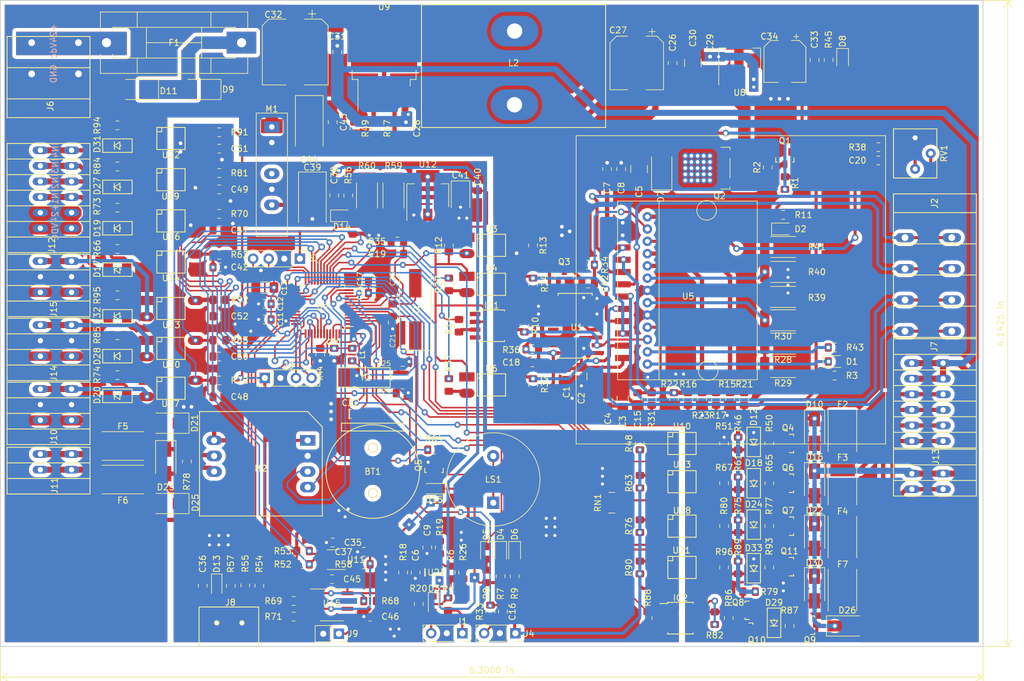
<source format=kicad_pcb>
(kicad_pcb (version 20171130) (host pcbnew "(5.1.2)-2")
  (title_block (title Master-Node) (date 2019-10-24) (rev VinhTho) (company PH_Scientific))
  (layers (0 F.Cu signal) (31 B.Cu signal) (34 B.Paste user) (35 F.Paste user) (36 B.SilkS user) (37 F.SilkS user) (38 B.Mask user hide) (39 F.Mask user hide) (44 Edge.Cuts user))
  (net 0 "")
  (net 1 "Net-(BT1-Pad1)")
  (net 2 GND)
  (net 3 GNDPWR)
  (net 4 +5V)
  (net 5 "Net-(C5-Pad1)")
  (net 6 "Net-(C6-Pad1)")
  (net 7 /analog2)
  (net 8 +3V3)
  (net 9 "Net-(C14-Pad2)")
  (net 10 "Net-(C15-Pad2)")
  (net 11 /analog1)
  (net 12 "Net-(C18-Pad2)")
  (net 13 "Net-(C19-Pad1)")
  (net 14 /VREF)
  (net 15 /OSCI)
  (net 16 /OSCO)
  (net 17 /OSC32I)
  (net 18 /OSC32O)
  (net 19 +12V)
  (net 20 "Net-(C28-Pad2)")
  (net 21 /DAC)
  (net 22 +12VA)
  (net 23 /in1)
  (net 24 "Net-(C46-Pad1)")
  (net 25 /in2)
  (net 26 /ss1)
  (net 27 /in3)
  (net 28 /ss2)
  (net 29 /in4)
  (net 30 /ss3)
  (net 31 "Net-(D1-Pad1)")
  (net 32 "Net-(D1-Pad2)")
  (net 33 "Net-(D2-Pad1)")
  (net 34 "Net-(D2-Pad2)")
  (net 35 "Net-(D3-Pad1)")
  (net 36 "Net-(D3-Pad2)")
  (net 37 /LED1)
  (net 38 "Net-(D4-Pad2)")
  (net 39 "Net-(D5-Pad2)")
  (net 40 /LED2)
  (net 41 "Net-(D6-Pad2)")
  (net 42 /LED3)
  (net 43 "Net-(D8-Pad2)")
  (net 44 "Net-(D11-Pad1)")
  (net 45 "Net-(D10-Pad2)")
  (net 46 "Net-(D12-Pad1)")
  (net 47 "Net-(D13-Pad2)")
  (net 48 "Net-(D14-Pad2)")
  (net 49 "Net-(D15-Pad2)")
  (net 50 "Net-(D16-Pad2)")
  (net 51 "Net-(D17-Pad2)")
  (net 52 /INPUT1)
  (net 53 "Net-(D18-Pad1)")
  (net 54 "Net-(D19-Pad2)")
  (net 55 /INPUT2)
  (net 56 "Net-(D20-Pad2)")
  (net 57 "Net-(D21-Pad1)")
  (net 58 "Net-(D21-Pad2)")
  (net 59 "Net-(D22-Pad2)")
  (net 60 "Net-(D23-Pad2)")
  (net 61 "Net-(D24-Pad1)")
  (net 62 "Net-(D26-Pad2)")
  (net 63 /INPUT3)
  (net 64 "Net-(D27-Pad2)")
  (net 65 "Net-(D28-Pad2)")
  (net 66 "Net-(D29-Pad1)")
  (net 67 "Net-(D30-Pad2)")
  (net 68 /INPUT4)
  (net 69 "Net-(D31-Pad2)")
  (net 70 "Net-(D32-Pad2)")
  (net 71 "Net-(D33-Pad1)")
  (net 72 "Net-(F1-Pad1)")
  (net 73 /OUTPUT1)
  (net 74 /OUTPUT2)
  (net 75 /OUTPUT3)
  (net 76 /A)
  (net 77 /B)
  (net 78 /OUTPUT4)
  (net 79 "Net-(IC1-Pad3)")
  (net 80 /CLK)
  (net 81 "Net-(IC1-Pad7)")
  (net 82 "Net-(IC2-Pad8)")
  (net 83 "Net-(IC2-Pad7)")
  (net 84 "Net-(IC2-Pad6)")
  (net 85 "Net-(IC2-Pad3)")
  (net 86 "Net-(J1-Pad1)")
  (net 87 "Net-(J2-Pad4)")
  (net 88 "Net-(J2-Pad3)")
  (net 89 "Net-(J2-Pad2)")
  (net 90 "Net-(J2-Pad1)")
  (net 91 "Net-(J4-Pad3)")
  (net 92 /RX)
  (net 93 /TX)
  (net 94 "Net-(J8-Pad2)")
  (net 95 "Net-(J8-Pad3)")
  (net 96 "Net-(J8-Pad4)")
  (net 97 "Net-(J10-Pad3)")
  (net 98 "Net-(J14-Pad3)")
  (net 99 "Net-(J15-Pad3)")
  (net 100 "Net-(L2-Pad2)")
  (net 101 /485_TX)
  (net 102 /485_RX)
  (net 103 "Net-(Q1-Pad1)")
  (net 104 "Net-(Q1-Pad3)")
  (net 105 "Net-(Q3-Pad1)")
  (net 106 "Net-(Q4-Pad1)")
  (net 107 "Net-(Q5-Pad1)")
  (net 108 "Net-(Q6-Pad1)")
  (net 109 "Net-(Q7-Pad1)")
  (net 110 "Net-(Q8-Pad3)")
  (net 111 "Net-(Q10-Pad1)")
  (net 112 "Net-(Q9-Pad1)")
  (net 113 "Net-(Q11-Pad1)")
  (net 114 /PWR_STEP)
  (net 115 "Net-(R26-Pad1)")
  (net 116 "Net-(R19-Pad2)")
  (net 117 "Net-(R12-Pad2)")
  (net 118 /STEP)
  (net 119 /M1)
  (net 120 /M2)
  (net 121 /M3)
  (net 122 /EN)
  (net 123 /ENA)
  (net 124 "Net-(R27-Pad1)")
  (net 125 "Net-(R28-Pad2)")
  (net 126 /DIR)
  (net 127 /TQ)
  (net 128 /CW)
  (net 129 "Net-(R37-Pad1)")
  (net 130 "Net-(R38-Pad2)")
  (net 131 "Net-(R39-Pad2)")
  (net 132 "Net-(R43-Pad1)")
  (net 133 "Net-(R44-Pad1)")
  (net 134 "Net-(R47-Pad1)")
  (net 135 "Net-(R48-Pad2)")
  (net 136 /SCL)
  (net 137 /SDA)
  (net 138 /USB_DIS)
  (net 139 /USBDP)
  (net 140 /USBDM)
  (net 141 "Net-(R58-Pad1)")
  (net 142 "Net-(R59-Pad2)")
  (net 143 "Net-(R63-Pad2)")
  (net 144 /Buzzer)
  (net 145 "Net-(R66-Pad1)")
  (net 146 "Net-(R68-Pad1)")
  (net 147 "Net-(R69-Pad1)")
  (net 148 "Net-(R73-Pad1)")
  (net 149 "Net-(R74-Pad1)")
  (net 150 "Net-(R76-Pad2)")
  (net 151 "Net-(R84-Pad1)")
  (net 152 "Net-(R85-Pad1)")
  (net 153 /PWM)
  (net 154 "Net-(R90-Pad2)")
  (net 155 "Net-(R94-Pad1)")
  (net 156 "Net-(R95-Pad1)")
  (net 157 /O4)
  (net 158 /O3)
  (net 159 /O2)
  (net 160 /O1)
  (net 161 "Net-(U1-Pad5)")
  (net 162 "Net-(U1-Pad7)")
  (net 163 "Net-(U1-Pad9)")
  (net 164 "Net-(U1-Pad10)")
  (net 165 "Net-(U1-Pad12)")
  (net 166 "Net-(U1-Pad13)")
  (net 167 /pwr)
  (net 168 /SWDIO)
  (net 169 /SWCLK)
  (net 170 "Net-(M1-Pad4)")
  (net 171 +24V)
  (net 172 "Net-(Q3-Pad3)")
  (net 173 +5VA)
  (module Connector_PinHeader_2.54mm:PinHeader_1x04_P2.54mm_Vertical (layer F.Cu) (at 109.728 76.835 270)
    (fp_text reference J5 (at 0 -2.33 90) (layer F.SilkS))
    (fp_text value Conn_01x04)
    (pad 1 thru_hole rect (at 0 0 270) (size 1.7 1.7) (drill 1) (layers *.Cu *.Mask) (net 8 +3V3))
    (pad 2 thru_hole oval (at 0 2.54 270) (size 1.7 1.7) (drill 1) (layers *.Cu *.Mask) (net 2 GND))
    (pad 3 thru_hole oval (at 0 5.08 270) (size 1.7 1.7) (drill 1) (layers *.Cu *.Mask) (net 93 /TX))
    (pad 4 thru_hole oval (at 0 7.62 270) (size 1.7 1.7) (drill 1) (layers *.Cu *.Mask) (net 92 /RX))
  )
  (module Diode_SMD:D_SOD-323_HandSoldering (layer F.Cu) (at 131.494 133.096 270)
    (fp_text reference D3 (at -2.54 -0.078) (layer F.SilkS))
    (fp_text value 1N4148)
    (pad 2 smd rect (at 1.25 0 270) (size 1 1) (layers F.Cu F.Paste F.Mask) (net 36 "Net-(D3-Pad2)"))
    (pad 1 smd rect (at -1.25 0 270) (size 1 1) (layers F.Cu F.Paste F.Mask) (net 35 "Net-(D3-Pad1)"))
  )
  (module VinhTho_Lib:TB6600 (layer F.Cu) (at 172.974 83.058)
    (fp_text reference U5 (at -0.01 -0.084) (layer F.SilkS))
    (fp_text value TB6600)
    (pad 1 thru_hole circle (at -6.65 -13.05 270) (size 1.54 1.54) (drill 0.762) (layers *.Cu *.Mask) (net 33 "Net-(D2-Pad1)"))
    (pad 3 thru_hole circle (at -6.65 -11.05 270) (size 1.54 1.54) (drill 0.762) (layers *.Cu *.Mask) (net 127 /TQ))
    (pad 5 thru_hole circle (at -6.65 -9.05 270) (size 1.54 1.54) (drill 0.762) (layers *.Cu *.Mask) (net 14 /VREF))
    (pad 7 thru_hole circle (at -6.65 -7.05 270) (size 1.54 1.54) (drill 0.762) (layers *.Cu *.Mask) (net 119 /M1))
    (pad 9 thru_hole circle (at -6.65 -5.05 270) (size 1.54 1.54) (drill 0.762) (layers *.Cu *.Mask) (net 121 /M3))
    (pad 11 thru_hole circle (at -6.65 -3.05 270) (size 1.54 1.54) (drill 0.762) (layers *.Cu *.Mask) (net 131 "Net-(R39-Pad2)"))
    (pad 13 thru_hole circle (at -6.65 -1.05 270) (size 1.54 1.54) (drill 0.762) (layers *.Cu *.Mask) (net 3 GNDPWR))
    (pad 15 thru_hole circle (at -6.65 0.95 270) (size 1.54 1.54) (drill 0.762) (layers *.Cu *.Mask) (net 125 "Net-(R28-Pad2)"))
    (pad 17 thru_hole circle (at -6.65 2.95 270) (size 1.54 1.54) (drill 0.762) (layers *.Cu *.Mask) (net 3 GNDPWR))
    (pad 19 thru_hole circle (at -6.65 4.95 270) (size 1.54 1.54) (drill 0.762) (layers *.Cu *.Mask) (net 10 "Net-(C15-Pad2)"))
    (pad 21 thru_hole circle (at -6.65 6.95 270) (size 1.54 1.54) (drill 0.762) (layers *.Cu *.Mask) (net 80 /CLK))
    (pad 23 thru_hole circle (at -6.65 8.95 270) (size 1.54 1.54) (drill 0.762) (layers *.Cu *.Mask) (net 132 "Net-(R43-Pad1)"))
    (pad 25 thru_hole circle (at -6.65 10.95 270) (size 1.54 1.54) (drill 0.762) (layers *.Cu *.Mask) (net 31 "Net-(D1-Pad1)"))
    (pad 24 smd rect (at -10.65 9.95 270) (size 1 2.54) (layers F.Cu F.Paste F.Mask) (net 4 +5V))
    (pad 22 smd rect (at -10.65 7.95 270) (size 1 2.54) (layers F.Cu F.Paste F.Mask) (net 126 /DIR))
    (pad 20 smd rect (at -10.65 5.95 270) (size 1 2.54) (layers F.Cu F.Paste F.Mask) (net 5 "Net-(C5-Pad1)"))
    (pad 18 smd rect (at -10.65 3.95 270) (size 1 2.54) (layers F.Cu F.Paste F.Mask) (net 122 /EN))
    (pad 16 smd rect (at -10.65 1.95 270) (size 1 2.54) (layers F.Cu F.Paste F.Mask) (net 90 "Net-(J2-Pad1)"))
    (pad 14 smd rect (at -10.65 -0.05 270) (size 1 2.54) (layers F.Cu F.Paste F.Mask) (net 89 "Net-(J2-Pad2)"))
    (pad 12 smd rect (at -10.65 -2.05 270) (size 1 2.54) (layers F.Cu F.Paste F.Mask) (net 88 "Net-(J2-Pad3)"))
    (pad 10 smd rect (at -10.65 -4.05 270) (size 1 2.54) (layers F.Cu F.Paste F.Mask) (net 87 "Net-(J2-Pad4)"))
    (pad 8 smd rect (at -10.65 -6.05 270) (size 1 2.54) (layers F.Cu F.Paste F.Mask) (net 120 /M2))
    (pad 6 smd rect (at -10.65 -8.05 270) (size 1 2.54) (layers F.Cu F.Paste F.Mask) (net 5 "Net-(C5-Pad1)"))
    (pad 4 smd rect (at -10.65 -10.05 270) (size 1 2.54) (layers F.Cu F.Paste F.Mask) (net 3 GNDPWR))
    (pad 2 smd rect (at -10.65 -12.05 270) (size 1 2.54) (layers F.Cu F.Paste F.Mask) (net 3 GNDPWR))
  )
  (module VinhTho_Lib:TerminalBlock_WAGO_2.54mm_2P (layer F.Cu) (at 68.752 111.252 270)
    (fp_text reference J11 (at 2.54 -1.016 270) (layer F.SilkS))
    (fp_text value Conn_01x02)
    (pad 1 thru_hole oval (at -2.587 -3.788 180) (size 2.5 1.25) (drill 0.86) (layers *.Cu *.Mask) (net 76 /A))
    (pad 2 thru_hole oval (at -0.047 -3.788 180) (size 2.5 1.25) (drill 0.86) (layers *.Cu *.Mask) (net 77 /B))
    (pad 1 thru_hole oval (at -2.587 1.292 180) (size 2.5 1.25) (drill 0.86) (layers *.Cu *.Mask) (net 76 /A))
    (pad 2 thru_hole oval (at -0.047 1.292 180) (size 2.5 1.25) (drill 0.86) (layers *.Cu *.Mask) (net 77 /B))
  )
  (module Capacitor_SMD:C_0805_2012Metric_Pad1.15x1.40mm_HandSolder (layer F.Cu) (at 153.162 95.758 90)
    (fp_text reference C1 (at -2.794 0 90) (layer F.SilkS))
    (fp_text value 100nF)
    (pad 2 smd roundrect (at 1.025 0 90) (size 1.15 1.4) (layers F.Cu F.Paste F.Mask) (roundrect_rratio 0.217391) (net 4 +5V))
    (pad 1 smd roundrect (at -1.025 0 90) (size 1.15 1.4) (layers F.Cu F.Paste F.Mask) (roundrect_rratio 0.217391) (net 3 GNDPWR))
  )
  (module VinhTho_Lib:Inductor_5A (layer F.Cu) (at 144.526 45.466 180)
    (fp_text reference L2 (at 0 0.5) (layer F.SilkS))
    (fp_text value 180uH/5A)
    (pad 2 thru_hole oval (at -0.1754 5.7 180) (size 7.724 5) (drill 2.5) (layers *.Cu *.Mask) (net 100 "Net-(L2-Pad2)"))
    (pad 1 thru_hole oval (at -0.15 -6.3 180) (size 7.724 5) (drill 2.5) (layers *.Cu *.Mask) (net 19 +12V))
  )
  (module VinhTho_Lib:USB_Micro-B (layer F.Cu) (at 96.188 136.153)
    (fp_text reference J8 (at 2.225 -3.325) (layer F.SilkS))
    (fp_text value USB_OTG)
    (pad 6 smd rect (at 5.3 2.1 90) (size 1 3) (layers F.Cu F.Paste F.Mask) (net 2 GND))
    (pad 6 smd rect (at -1.2192 2.1 90) (size 1 3) (layers F.Cu F.Paste F.Mask) (net 2 GND))
    (pad 6 thru_hole oval (at 4.1 0 90) (size 0.85 0.85) (drill 0.55) (layers *.Cu *.Mask F.SilkS) (net 2 GND))
    (pad 6 thru_hole oval (at 0 0 90) (size 0.85 0.85) (drill 0.55) (layers *.Cu *.Mask F.SilkS) (net 2 GND))
    (pad 5 smd rect (at 3.36666 -1.07994 90) (size 1.35 0.4) (layers F.Cu F.Paste F.Mask) (net 2 GND))
    (pad 4 smd rect (at 2.71666 -1.07994 90) (size 1.35 0.4) (layers F.Cu F.Paste F.Mask) (net 96 "Net-(J8-Pad4)"))
    (pad 3 smd rect (at 2.06666 -1.07994 90) (size 1.35 0.4) (layers F.Cu F.Paste F.Mask) (net 95 "Net-(J8-Pad3)"))
    (pad 2 smd rect (at 1.41666 -1.07994 90) (size 1.35 0.4) (layers F.Cu F.Paste F.Mask) (net 94 "Net-(J8-Pad2)"))
    (pad 1 smd rect (at 0.76666 -1.07994 90) (size 1.35 0.4) (layers F.Cu F.Paste F.Mask) (net 47 "Net-(D13-Pad2)"))
  )
  (module VinhTho_Lib:TerminalBlock_WAGO-236_2Stift_R5mm_4pol (layer F.Cu) (at 215.9 73.406 270)
    (fp_text reference J2 (at -5.588 2.794 270) (layer F.SilkS))
    (fp_text value Conn_01x04)
    (pad 4 thru_hole oval (at 0 7.62) (size 2.99974 1.50114) (drill 1.1) (layers *.Cu *.Mask) (net 87 "Net-(J2-Pad4)"))
    (pad 4 thru_hole oval (at 0 0) (size 2.99974 1.50114) (drill 1.1) (layers *.Cu *.Mask) (net 87 "Net-(J2-Pad4)"))
    (pad 3 thru_hole oval (at 5.08 7.62) (size 2.99974 1.50114) (drill 1.1) (layers *.Cu *.Mask) (net 88 "Net-(J2-Pad3)"))
    (pad 3 thru_hole oval (at 5.08 0) (size 2.99974 1.50114) (drill 1.1) (layers *.Cu *.Mask) (net 88 "Net-(J2-Pad3)"))
    (pad 2 thru_hole oval (at 10.16 7.62) (size 2.99974 1.50114) (drill 1.1) (layers *.Cu *.Mask) (net 89 "Net-(J2-Pad2)"))
    (pad 2 thru_hole oval (at 10.16 0) (size 2.99974 1.50114) (drill 1.1) (layers *.Cu *.Mask) (net 89 "Net-(J2-Pad2)"))
    (pad 1 thru_hole oval (at 15.24 7.62) (size 2.99974 1.50114) (drill 1.1) (layers *.Cu *.Mask) (net 90 "Net-(J2-Pad1)"))
    (pad 1 thru_hole oval (at 15.24 0) (size 2.99974 1.50114) (drill 1.1) (layers *.Cu *.Mask) (net 90 "Net-(J2-Pad1)"))
  )
  (module VinhTho_Lib:TerminalBlock_WAGO-236_2Stift_R5mm_2pol (layer F.Cu) (at 66.04 46.736 90)
    (fp_text reference J6 (at -5.254 3.048 90) (layer F.SilkS))
    (fp_text value Conn_01x02)
    (pad 2 thru_hole oval (at 0 7.62 180) (size 2.99974 1.50114) (drill 1.1) (layers *.Cu *.Mask) (net 3 GNDPWR))
    (pad 2 thru_hole oval (at 0 0 180) (size 2.99974 1.50114) (drill 1.1) (layers *.Cu *.Mask) (net 3 GNDPWR))
    (pad 1 thru_hole oval (at 5.08 7.62 180) (size 2.99974 1.50114) (drill 1.1) (layers *.Cu *.Mask) (net 72 "Net-(F1-Pad1)"))
    (pad 1 thru_hole oval (at 5.08 0 180) (size 2.99974 1.50114) (drill 1.1) (layers *.Cu *.Mask) (net 72 "Net-(F1-Pad1)"))
  )
  (module VinhTho_Lib:TerminalBlock_WAGO_2.54mm_3P (layer F.Cu) (at 68.892 81.1705 270)
    (fp_text reference J15 (at 3.9195 -0.7475 90) (layer F.SilkS))
    (fp_text value Conn_01x03)
    (pad 1 thru_hole oval (at 1.143 1.432 180) (size 2.5 1.25) (drill 0.86) (layers *.Cu *.Mask) (net 171 +24V))
    (pad 2 thru_hole oval (at -1.397 1.432 180) (size 2.5 1.25) (drill 0.86) (layers *.Cu *.Mask) (net 3 GNDPWR))
    (pad 3 thru_hole oval (at -3.937 1.432 180) (size 2.5 1.25) (drill 0.86) (layers *.Cu *.Mask) (net 99 "Net-(J15-Pad3)"))
    (pad 1 thru_hole oval (at 1.143 -3.648 180) (size 2.5 1.25) (drill 0.86) (layers *.Cu *.Mask) (net 171 +24V))
    (pad 2 thru_hole oval (at -1.397 -3.648 180) (size 2.5 1.25) (drill 0.86) (layers *.Cu *.Mask) (net 3 GNDPWR))
    (pad 3 thru_hole oval (at -3.937 -3.648 180) (size 2.5 1.25) (drill 0.86) (layers *.Cu *.Mask) (net 99 "Net-(J15-Pad3)"))
  )
  (module Capacitor_SMD:C_0805_2012Metric_Pad1.15x1.40mm_HandSolder (layer F.Cu) (at 170.434 44.958 270)
    (fp_text reference C26 (at -3.302 0 270) (layer F.SilkS))
    (fp_text value 1uF)
    (pad 2 smd roundrect (at 1.025 0 270) (size 1.15 1.4) (layers F.Cu F.Paste F.Mask) (roundrect_rratio 0.217391) (net 3 GNDPWR))
    (pad 1 smd roundrect (at -1.025 0 270) (size 1.15 1.4) (layers F.Cu F.Paste F.Mask) (roundrect_rratio 0.217391) (net 19 +12V))
  )
  (module Connector_PinHeader_2.54mm:PinHeader_1x04_P2.54mm_Vertical (layer F.Cu) (at 104.013 96.266 90)
    (fp_text reference J3 (at 2.032 3.937) (layer F.SilkS))
    (fp_text value CONN_01X04)
    (pad 4 thru_hole oval (at 0 7.62 90) (size 1.7 1.7) (drill 1) (layers *.Cu *.Mask) (net 169 /SWCLK))
    (pad 3 thru_hole oval (at 0 5.08 90) (size 1.7 1.7) (drill 1) (layers *.Cu *.Mask) (net 168 /SWDIO))
    (pad 2 thru_hole oval (at 0 2.54 90) (size 1.7 1.7) (drill 1) (layers *.Cu *.Mask) (net 2 GND))
    (pad 1 thru_hole rect (at 0 0 90) (size 1.7 1.7) (drill 1) (layers *.Cu *.Mask) (net 8 +3V3))
  )
  (module VinhTho_Lib:BT3V3 (layer F.Cu) (at 121.596 103.632 270)
    (fp_text reference BT1 (at 7.874 0 180) (layer F.SilkS))
    (fp_text value 3V3)
    (pad 3 thru_hole circle (at 11.4 0 270) (size 1.524 1.524) (drill 1.2) (layers *.Cu *.Mask F.SilkS))
    (pad 3 thru_hole circle (at 4 0 270) (size 1.524 1.524) (drill 1.2) (layers *.Cu *.Mask F.SilkS))
    (pad 2 smd rect (at 16 0 270) (size 5 2) (layers F.Cu F.Paste F.Mask) (net 2 GND))
    (pad 1 smd rect (at 0 0 270) (size 5 2) (layers F.Cu F.Paste F.Mask) (net 1 "Net-(BT1-Pad1)"))
  )
  (module Capacitor_SMD:C_1206_3216Metric_Pad1.42x1.75mm_HandSolder (layer F.Cu) (at 155.575 96.012 270)
    (fp_text reference C2 (at 3.556 0 90) (layer F.SilkS))
    (fp_text value 4.7uF)
    (pad 2 smd roundrect (at 1.4875 0 270) (size 1.425 1.75) (layers F.Cu F.Paste F.Mask) (roundrect_rratio 0.175439) (net 3 GNDPWR))
    (pad 1 smd roundrect (at -1.4875 0 270) (size 1.425 1.75) (layers F.Cu F.Paste F.Mask) (roundrect_rratio 0.175439) (net 4 +5V))
  )
  (module Capacitor_SMD:C_1206_3216Metric_Pad1.42x1.75mm_HandSolder (layer F.Cu) (at 162.306 99.822 90)
    (fp_text reference C3 (at -3.556 0 90) (layer F.SilkS))
    (fp_text value 4.7uF)
    (pad 2 smd roundrect (at 1.4875 0 90) (size 1.425 1.75) (layers F.Cu F.Paste F.Mask) (roundrect_rratio 0.175439) (net 3 GNDPWR))
    (pad 1 smd roundrect (at -1.4875 0 90) (size 1.425 1.75) (layers F.Cu F.Paste F.Mask) (roundrect_rratio 0.175439) (net 4 +5V))
  )
  (module Capacitor_SMD:C_0805_2012Metric_Pad1.15x1.40mm_HandSolder (layer F.Cu) (at 159.893 99.822 90)
    (fp_text reference C4 (at -3.048 0.016 90) (layer F.SilkS))
    (fp_text value 100nF)
    (pad 2 smd roundrect (at 1.025 0 90) (size 1.15 1.4) (layers F.Cu F.Paste F.Mask) (roundrect_rratio 0.217391) (net 3 GNDPWR))
    (pad 1 smd roundrect (at -1.025 0 90) (size 1.15 1.4) (layers F.Cu F.Paste F.Mask) (roundrect_rratio 0.217391) (net 4 +5V))
  )
  (module Capacitor_SMD:C_1210_3225Metric_Pad1.42x2.65mm_HandSolder (layer F.Cu) (at 164.973 62.238 90)
    (fp_text reference C5 (at -3.683 -0.007 270) (layer F.SilkS))
    (fp_text value 470uF/50V)
    (pad 2 smd roundrect (at 1.4875 0 90) (size 1.425 2.65) (layers F.Cu F.Paste F.Mask) (roundrect_rratio 0.175439) (net 3 GNDPWR))
    (pad 1 smd roundrect (at -1.4875 0 90) (size 1.425 2.65) (layers F.Cu F.Paste F.Mask) (roundrect_rratio 0.175439) (net 5 "Net-(C5-Pad1)"))
  )
  (module Capacitor_SMD:C_0805_2012Metric_Pad1.15x1.40mm_HandSolder (layer F.Cu) (at 128.573 127.935 270)
    (fp_text reference C6 (at -2.794 0 90) (layer F.SilkS))
    (fp_text value 4.7nF)
    (pad 2 smd roundrect (at 1.025 0 270) (size 1.15 1.4) (layers F.Cu F.Paste F.Mask) (roundrect_rratio 0.217391) (net 2 GND))
    (pad 1 smd roundrect (at -1.025 0 270) (size 1.15 1.4) (layers F.Cu F.Paste F.Mask) (roundrect_rratio 0.217391) (net 6 "Net-(C6-Pad1)"))
  )
  (module Capacitor_SMD:C_0805_2012Metric_Pad1.15x1.40mm_HandSolder (layer F.Cu) (at 159.766 62.23 270)
    (fp_text reference C7 (at 3.091 0 270) (layer F.SilkS))
    (fp_text value 100nF)
    (pad 2 smd roundrect (at 1.025 0 270) (size 1.15 1.4) (layers F.Cu F.Paste F.Mask) (roundrect_rratio 0.217391) (net 5 "Net-(C5-Pad1)"))
    (pad 1 smd roundrect (at -1.025 0 270) (size 1.15 1.4) (layers F.Cu F.Paste F.Mask) (roundrect_rratio 0.217391) (net 3 GNDPWR))
  )
  (module Capacitor_SMD:C_0805_2012Metric_Pad1.15x1.40mm_HandSolder (layer F.Cu) (at 162.052 62.238 270)
    (fp_text reference C8 (at 3.091 -0.009 270) (layer F.SilkS))
    (fp_text value 100nF)
    (pad 2 smd roundrect (at 1.025 0 270) (size 1.15 1.4) (layers F.Cu F.Paste F.Mask) (roundrect_rratio 0.217391) (net 5 "Net-(C5-Pad1)"))
    (pad 1 smd roundrect (at -1.025 0 270) (size 1.15 1.4) (layers F.Cu F.Paste F.Mask) (roundrect_rratio 0.217391) (net 3 GNDPWR))
  )
  (module Capacitor_SMD:C_0805_2012Metric_Pad1.15x1.40mm_HandSolder (layer F.Cu) (at 130.478 123.871 270)
    (fp_text reference C9 (at -2.794 0 90) (layer F.SilkS))
    (fp_text value 4.7nF)
    (pad 2 smd roundrect (at 1.025 0 270) (size 1.15 1.4) (layers F.Cu F.Paste F.Mask) (roundrect_rratio 0.217391) (net 2 GND))
    (pad 1 smd roundrect (at -1.025 0 270) (size 1.15 1.4) (layers F.Cu F.Paste F.Mask) (roundrect_rratio 0.217391) (net 7 /analog2))
  )
  (module Capacitor_SMD:C_0805_2012Metric_Pad1.15x1.40mm_HandSolder (layer F.Cu) (at 115.316 92.456 270)
    (fp_text reference C10 (at -2.032 0.127) (layer F.SilkS) (effects (font (size 0.8 0.8))))
    (fp_text value 100nF)
    (pad 2 smd roundrect (at 1.025 0 270) (size 1.15 1.4) (layers F.Cu F.Paste F.Mask) (roundrect_rratio 0.217391) (net 2 GND))
    (pad 1 smd roundrect (at -1.025 0 270) (size 1.15 1.4) (layers F.Cu F.Paste F.Mask) (roundrect_rratio 0.217391) (net 8 +3V3))
  )
  (module Capacitor_SMD:C_0805_2012Metric_Pad1.15x1.40mm_HandSolder (layer F.Cu) (at 104.013 86.741 180)
    (fp_text reference C11 (at -2.54 0 270) (layer F.SilkS) (effects (font (size 0.8 0.8))))
    (fp_text value 100nF)
    (pad 2 smd roundrect (at 1.025 0 180) (size 1.15 1.4) (layers F.Cu F.Paste F.Mask) (roundrect_rratio 0.217391) (net 2 GND))
    (pad 1 smd roundrect (at -1.025 0 180) (size 1.15 1.4) (layers F.Cu F.Paste F.Mask) (roundrect_rratio 0.217391) (net 8 +3V3))
  )
  (module Capacitor_SMD:C_0805_2012Metric_Pad1.15x1.40mm_HandSolder (layer F.Cu) (at 104.013 84.201 180)
    (fp_text reference C12 (at -2.54 0 270) (layer F.SilkS) (effects (font (size 0.8 0.8))))
    (fp_text value 100nF)
    (pad 2 smd roundrect (at 1.025 0 180) (size 1.15 1.4) (layers F.Cu F.Paste F.Mask) (roundrect_rratio 0.217391) (net 2 GND))
    (pad 1 smd roundrect (at -1.025 0 180) (size 1.15 1.4) (layers F.Cu F.Paste F.Mask) (roundrect_rratio 0.217391) (net 8 +3V3))
  )
  (module Capacitor_SMD:C_1206_3216Metric_Pad1.42x1.75mm_HandSolder (layer F.Cu) (at 104.013 81.534 180)
    (fp_text reference C13 (at -3.175 -0.127 270) (layer F.SilkS) (effects (font (size 0.8 0.8))))
    (fp_text value 10uF)
    (pad 2 smd roundrect (at 1.4875 0 180) (size 1.425 1.75) (layers F.Cu F.Paste F.Mask) (roundrect_rratio 0.175439) (net 2 GND))
    (pad 1 smd roundrect (at -1.4875 0 180) (size 1.425 1.75) (layers F.Cu F.Paste F.Mask) (roundrect_rratio 0.175439) (net 8 +3V3))
  )
  (module Capacitor_SMD:C_0805_2012Metric_Pad1.15x1.40mm_HandSolder (layer F.Cu) (at 121.92 82.423 180)
    (fp_text reference C14 (at 2.413 0 90) (layer F.SilkS) (effects (font (size 0.8 0.8))))
    (fp_text value 1uF)
    (pad 2 smd roundrect (at 1.025 0 180) (size 1.15 1.4) (layers F.Cu F.Paste F.Mask) (roundrect_rratio 0.217391) (net 9 "Net-(C14-Pad2)"))
    (pad 1 smd roundrect (at -1.025 0 180) (size 1.15 1.4) (layers F.Cu F.Paste F.Mask) (roundrect_rratio 0.217391) (net 2 GND))
  )
  (module Capacitor_SMD:C_0805_2012Metric_Pad1.15x1.40mm_HandSolder (layer F.Cu) (at 164.735 99.695 90)
    (fp_text reference C15 (at -3.302 0 90) (layer F.SilkS))
    (fp_text value 100nF)
    (pad 2 smd roundrect (at 1.025 0 90) (size 1.15 1.4) (layers F.Cu F.Paste F.Mask) (roundrect_rratio 0.217391) (net 10 "Net-(C15-Pad2)"))
    (pad 1 smd roundrect (at -1.025 0 90) (size 1.15 1.4) (layers F.Cu F.Paste F.Mask) (roundrect_rratio 0.217391) (net 3 GNDPWR))
  )
  (module Capacitor_SMD:C_0805_2012Metric_Pad1.15x1.40mm_HandSolder (layer F.Cu) (at 142.797 134.285 90)
    (fp_text reference C16 (at -0.043 1.54 90) (layer F.SilkS))
    (fp_text value C)
    (pad 2 smd roundrect (at 1.025 0 90) (size 1.15 1.4) (layers F.Cu F.Paste F.Mask) (roundrect_rratio 0.217391) (net 11 /analog1))
    (pad 1 smd roundrect (at -1.025 0 90) (size 1.15 1.4) (layers F.Cu F.Paste F.Mask) (roundrect_rratio 0.217391) (net 2 GND))
  )
  (module Capacitor_SMD:C_0805_2012Metric_Pad1.15x1.40mm_HandSolder (layer F.Cu) (at 121.92 80.518 180)
    (fp_text reference C17 (at 2.413 0.381 270) (layer F.SilkS) (effects (font (size 0.8 0.8))))
    (fp_text value 100nF)
    (pad 2 smd roundrect (at 1.025 0 180) (size 1.15 1.4) (layers F.Cu F.Paste F.Mask) (roundrect_rratio 0.217391) (net 9 "Net-(C14-Pad2)"))
    (pad 1 smd roundrect (at -1.025 0 180) (size 1.15 1.4) (layers F.Cu F.Paste F.Mask) (roundrect_rratio 0.217391) (net 2 GND))
  )
  (module Capacitor_SMD:C_0805_2012Metric_Pad1.15x1.40mm_HandSolder (layer F.Cu) (at 147.574 93.726)
    (fp_text reference C18 (at -3.429 0) (layer F.SilkS))
    (fp_text value 1.5uF)
    (pad 2 smd roundrect (at 1.025 0) (size 1.15 1.4) (layers F.Cu F.Paste F.Mask) (roundrect_rratio 0.217391) (net 12 "Net-(C18-Pad2)"))
    (pad 1 smd roundrect (at -1.025 0) (size 1.15 1.4) (layers F.Cu F.Paste F.Mask) (roundrect_rratio 0.217391) (net 3 GNDPWR))
  )
  (module Capacitor_SMD:C_0805_2012Metric_Pad1.15x1.40mm_HandSolder (layer F.Cu) (at 125.603 76.073 180)
    (fp_text reference C19 (at 3.302 0) (layer F.SilkS))
    (fp_text value 100nF)
    (pad 2 smd roundrect (at 1.025 0 180) (size 1.15 1.4) (layers F.Cu F.Paste F.Mask) (roundrect_rratio 0.217391) (net 2 GND))
    (pad 1 smd roundrect (at -1.025 0 180) (size 1.15 1.4) (layers F.Cu F.Paste F.Mask) (roundrect_rratio 0.217391) (net 13 "Net-(C19-Pad1)"))
  )
  (module Capacitor_SMD:C_0805_2012Metric_Pad1.15x1.40mm_HandSolder (layer F.Cu) (at 203.949 60.843)
    (fp_text reference C20 (at -3.416 -0.01) (layer F.SilkS))
    (fp_text value 100nF)
    (pad 2 smd roundrect (at 1.025 0) (size 1.15 1.4) (layers F.Cu F.Paste F.Mask) (roundrect_rratio 0.217391) (net 14 /VREF))
    (pad 1 smd roundrect (at -1.025 0) (size 1.15 1.4) (layers F.Cu F.Paste F.Mask) (roundrect_rratio 0.217391) (net 3 GNDPWR))
  )
  (module Capacitor_SMD:C_0805_2012Metric_Pad1.15x1.40mm_HandSolder (layer F.Cu) (at 124.841 87.249 270)
    (fp_text reference C21 (at 2.921 0 90) (layer F.SilkS) (effects (font (size 0.8 0.8) (thickness 0.1))))
    (fp_text value 22pF)
    (pad 2 smd roundrect (at 1.025 0 270) (size 1.15 1.4) (layers F.Cu F.Paste F.Mask) (roundrect_rratio 0.217391) (net 2 GND))
    (pad 1 smd roundrect (at -1.025 0 270) (size 1.15 1.4) (layers F.Cu F.Paste F.Mask) (roundrect_rratio 0.217391) (net 15 /OSCI))
  )
  (module Capacitor_SMD:C_0805_2012Metric_Pad1.15x1.40mm_HandSolder (layer F.Cu) (at 117.856 102.108 180)
    (fp_text reference C22 (at -0.127 1.778 180) (layer F.SilkS))
    (fp_text value 100nF)
    (pad 2 smd roundrect (at 1.025 0 180) (size 1.15 1.4) (layers F.Cu F.Paste F.Mask) (roundrect_rratio 0.217391) (net 2 GND))
    (pad 1 smd roundrect (at -1.025 0 180) (size 1.15 1.4) (layers F.Cu F.Paste F.Mask) (roundrect_rratio 0.217391) (net 1 "Net-(BT1-Pad1)"))
  )
  (module Capacitor_SMD:C_0805_2012Metric_Pad1.15x1.40mm_HandSolder (layer F.Cu) (at 124.841 83.185 90)
    (fp_text reference C23 (at 3.048 0 90) (layer F.SilkS) (effects (font (size 0.8 0.8) (thickness 0.1))))
    (fp_text value 22pF)
    (pad 2 smd roundrect (at 1.025 0 90) (size 1.15 1.4) (layers F.Cu F.Paste F.Mask) (roundrect_rratio 0.217391) (net 2 GND))
    (pad 1 smd roundrect (at -1.025 0 90) (size 1.15 1.4) (layers F.Cu F.Paste F.Mask) (roundrect_rratio 0.217391) (net 16 /OSCO))
  )
  (module Capacitor_SMD:C_0805_2012Metric_Pad1.15x1.40mm_HandSolder (layer F.Cu) (at 126.446 98.728 180)
    (fp_text reference C24 (at 3.048 0.254 180) (layer F.SilkS) (effects (font (size 0.8 0.8) (thickness 0.1))))
    (fp_text value 22pF)
    (pad 2 smd roundrect (at 1.025 0 180) (size 1.15 1.4) (layers F.Cu F.Paste F.Mask) (roundrect_rratio 0.217391) (net 17 /OSC32I))
    (pad 1 smd roundrect (at -1.025 0 180) (size 1.15 1.4) (layers F.Cu F.Paste F.Mask) (roundrect_rratio 0.217391) (net 2 GND))
  )
  (module Capacitor_SMD:C_0805_2012Metric_Pad1.15x1.40mm_HandSolder (layer F.Cu) (at 126.446 93.648 180)
    (fp_text reference C25 (at 3.048 -0.254) (layer F.SilkS) (effects (font (size 0.8 0.8) (thickness 0.1))))
    (fp_text value 22pF)
    (pad 2 smd roundrect (at 1.025 0 180) (size 1.15 1.4) (layers F.Cu F.Paste F.Mask) (roundrect_rratio 0.217391) (net 18 /OSC32O))
    (pad 1 smd roundrect (at -1.025 0 180) (size 1.15 1.4) (layers F.Cu F.Paste F.Mask) (roundrect_rratio 0.217391) (net 2 GND))
  )
  (module Capacitor_SMD:C_0805_2012Metric_Pad1.15x1.40mm_HandSolder (layer F.Cu) (at 127 55.626 270)
    (fp_text reference C28 (at 0 -1.778 90) (layer F.SilkS))
    (fp_text value 1uF)
    (pad 2 smd roundrect (at 1.025 0 270) (size 1.15 1.4) (layers F.Cu F.Paste F.Mask) (roundrect_rratio 0.217391) (net 20 "Net-(C28-Pad2)"))
    (pad 1 smd roundrect (at -1.025 0 270) (size 1.15 1.4) (layers F.Cu F.Paste F.Mask) (roundrect_rratio 0.217391) (net 171 +24V))
  )
  (module Capacitor_SMD:C_0805_2012Metric_Pad1.15x1.40mm_HandSolder (layer F.Cu) (at 176.53 44.958 270)
    (fp_text reference C29 (at -3.302 0 90) (layer F.SilkS))
    (fp_text value 100nF)
    (pad 2 smd roundrect (at 1.025 0 270) (size 1.15 1.4) (layers F.Cu F.Paste F.Mask) (roundrect_rratio 0.217391) (net 3 GNDPWR))
    (pad 1 smd roundrect (at -1.025 0 270) (size 1.15 1.4) (layers F.Cu F.Paste F.Mask) (roundrect_rratio 0.217391) (net 19 +12V))
  )
  (module Capacitor_SMD:C_0805_2012Metric_Pad1.15x1.40mm_HandSolder (layer F.Cu) (at 115.824 43.18 270)
    (fp_text reference C31 (at -2.54 0 180) (layer F.SilkS))
    (fp_text value 1uF)
    (pad 2 smd roundrect (at 1.025 0 270) (size 1.15 1.4) (layers F.Cu F.Paste F.Mask) (roundrect_rratio 0.217391) (net 3 GNDPWR))
    (pad 1 smd roundrect (at -1.025 0 270) (size 1.15 1.4) (layers F.Cu F.Paste F.Mask) (roundrect_rratio 0.217391) (net 171 +24V))
  )
  (module Capacitor_SMD:C_0805_2012Metric_Pad1.15x1.40mm_HandSolder (layer F.Cu) (at 193.548 44.45 270)
    (fp_text reference C33 (at -3.302 0 90) (layer F.SilkS))
    (fp_text value 100nF)
    (pad 2 smd roundrect (at 1.025 0 270) (size 1.15 1.4) (layers F.Cu F.Paste F.Mask) (roundrect_rratio 0.217391) (net 3 GNDPWR))
    (pad 1 smd roundrect (at -1.025 0 270) (size 1.15 1.4) (layers F.Cu F.Paste F.Mask) (roundrect_rratio 0.217391) (net 4 +5V))
  )
  (module Capacitor_SMD:C_0805_2012Metric_Pad1.15x1.40mm_HandSolder (layer F.Cu) (at 115.062 123.063)
    (fp_text reference C35 (at 3.302 0) (layer F.SilkS))
    (fp_text value 100nF)
    (pad 2 smd roundrect (at 1.025 0) (size 1.15 1.4) (layers F.Cu F.Paste F.Mask) (roundrect_rratio 0.217391) (net 8 +3V3))
    (pad 1 smd roundrect (at -1.025 0) (size 1.15 1.4) (layers F.Cu F.Paste F.Mask) (roundrect_rratio 0.217391) (net 2 GND))
  )
  (module Capacitor_SMD:C_0805_2012Metric_Pad1.15x1.40mm_HandSolder (layer F.Cu) (at 93.902 130.094 270)
    (fp_text reference C36 (at -3.556 0 90) (layer F.SilkS))
    (fp_text value 100nF)
    (pad 2 smd roundrect (at 1.025 0 270) (size 1.15 1.4) (layers F.Cu F.Paste F.Mask) (roundrect_rratio 0.217391) (net 2 GND))
    (pad 1 smd roundrect (at -1.025 0 270) (size 1.15 1.4) (layers F.Cu F.Paste F.Mask) (roundrect_rratio 0.217391) (net 173 +5VA))
  )
  (module Capacitor_SMD:C_0805_2012Metric_Pad1.15x1.40mm_HandSolder (layer F.Cu) (at 120.142 124.587 180)
    (fp_text reference C37 (at 3.302 0) (layer F.SilkS))
    (fp_text value 100nF)
    (pad 2 smd roundrect (at 1.025 0 180) (size 1.15 1.4) (layers F.Cu F.Paste F.Mask) (roundrect_rratio 0.217391) (net 2 GND))
    (pad 1 smd roundrect (at -1.025 0 180) (size 1.15 1.4) (layers F.Cu F.Paste F.Mask) (roundrect_rratio 0.217391) (net 21 /DAC))
  )
  (module Capacitor_SMD:C_0805_2012Metric_Pad1.15x1.40mm_HandSolder (layer F.Cu) (at 115.316 66.548 270)
    (fp_text reference C38 (at -3.302 0 90) (layer F.SilkS))
    (fp_text value 100nF)
    (pad 2 smd roundrect (at 1.025 0 270) (size 1.15 1.4) (layers F.Cu F.Paste F.Mask) (roundrect_rratio 0.217391) (net 2 GND))
    (pad 1 smd roundrect (at -1.025 0 270) (size 1.15 1.4) (layers F.Cu F.Paste F.Mask) (roundrect_rratio 0.217391) (net 22 +12VA))
  )
  (module Capacitor_SMD:C_0805_2012Metric_Pad1.15x1.40mm_HandSolder (layer F.Cu) (at 138.684 66.802 270)
    (fp_text reference C40 (at -3.302 0 270) (layer F.SilkS))
    (fp_text value 100nF)
    (pad 2 smd roundrect (at 1.025 0 270) (size 1.15 1.4) (layers F.Cu F.Paste F.Mask) (roundrect_rratio 0.217391) (net 2 GND))
    (pad 1 smd roundrect (at -1.025 0 270) (size 1.15 1.4) (layers F.Cu F.Paste F.Mask) (roundrect_rratio 0.217391) (net 8 +3V3))
  )
  (module Capacitor_SMD:C_0805_2012Metric_Pad1.15x1.40mm_HandSolder (layer F.Cu) (at 96.604 78.232 180)
    (fp_text reference C42 (at -3.302 0) (layer F.SilkS))
    (fp_text value 100nF)
    (pad 2 smd roundrect (at 1.025 0 180) (size 1.15 1.4) (layers F.Cu F.Paste F.Mask) (roundrect_rratio 0.217391) (net 23 /in1))
    (pad 1 smd roundrect (at -1.025 0 180) (size 1.15 1.4) (layers F.Cu F.Paste F.Mask) (roundrect_rratio 0.217391) (net 2 GND))
  )
  (module Capacitor_SMD:C_0805_2012Metric_Pad1.15x1.40mm_HandSolder (layer F.Cu) (at 115.062 54.61 270)
    (fp_text reference C43 (at 0 -1.778 270) (layer F.SilkS))
    (fp_text value 100nF)
    (pad 2 smd roundrect (at 1.025 0 270) (size 1.15 1.4) (layers F.Cu F.Paste F.Mask) (roundrect_rratio 0.217391) (net 3 GNDPWR))
    (pad 1 smd roundrect (at -1.025 0 270) (size 1.15 1.4) (layers F.Cu F.Paste F.Mask) (roundrect_rratio 0.217391) (net 171 +24V))
  )
  (module Capacitor_SMD:C_0805_2012Metric_Pad1.15x1.40mm_HandSolder (layer F.Cu) (at 114.935 129.032 180)
    (fp_text reference C45 (at -3.302 0) (layer F.SilkS))
    (fp_text value 100nF)
    (pad 2 smd roundrect (at 1.025 0 180) (size 1.15 1.4) (layers F.Cu F.Paste F.Mask) (roundrect_rratio 0.217391) (net 2 GND))
    (pad 1 smd roundrect (at -1.025 0 180) (size 1.15 1.4) (layers F.Cu F.Paste F.Mask) (roundrect_rratio 0.217391) (net 22 +12VA))
  )
  (module Capacitor_SMD:C_0805_2012Metric_Pad1.15x1.40mm_HandSolder (layer F.Cu) (at 121.158 135.128 180)
    (fp_text reference C46 (at -3.302 0) (layer F.SilkS))
    (fp_text value 100nF)
    (pad 2 smd roundrect (at 1.025 0 180) (size 1.15 1.4) (layers F.Cu F.Paste F.Mask) (roundrect_rratio 0.217391) (net 2 GND))
    (pad 1 smd roundrect (at -1.025 0 180) (size 1.15 1.4) (layers F.Cu F.Paste F.Mask) (roundrect_rratio 0.217391) (net 24 "Net-(C46-Pad1)"))
  )
  (module Capacitor_SMD:C_0805_2012Metric_Pad1.15x1.40mm_HandSolder (layer F.Cu) (at 96.604 72.204666 180)
    (fp_text reference C47 (at -3.302 0) (layer F.SilkS))
    (fp_text value 100nF)
    (pad 2 smd roundrect (at 1.025 0 180) (size 1.15 1.4) (layers F.Cu F.Paste F.Mask) (roundrect_rratio 0.217391) (net 25 /in2))
    (pad 1 smd roundrect (at -1.025 0 180) (size 1.15 1.4) (layers F.Cu F.Paste F.Mask) (roundrect_rratio 0.217391) (net 2 GND))
  )
  (module Capacitor_SMD:C_0805_2012Metric_Pad1.15x1.40mm_HandSolder (layer F.Cu) (at 96.604 99.340332 180)
    (fp_text reference C48 (at -3.302 0) (layer F.SilkS))
    (fp_text value 100nF)
    (pad 2 smd roundrect (at 1.025 0 180) (size 1.15 1.4) (layers F.Cu F.Paste F.Mask) (roundrect_rratio 0.217391) (net 26 /ss1))
    (pad 1 smd roundrect (at -1.025 0 180) (size 1.15 1.4) (layers F.Cu F.Paste F.Mask) (roundrect_rratio 0.217391) (net 2 GND))
  )
  (module Capacitor_SMD:C_0805_2012Metric_Pad1.15x1.40mm_HandSolder (layer F.Cu) (at 96.604 65.558333 180)
    (fp_text reference C49 (at -3.302 0) (layer F.SilkS))
    (fp_text value 100nF)
    (pad 2 smd roundrect (at 1.025 0 180) (size 1.15 1.4) (layers F.Cu F.Paste F.Mask) (roundrect_rratio 0.217391) (net 27 /in3))
    (pad 1 smd roundrect (at -1.025 0 180) (size 1.15 1.4) (layers F.Cu F.Paste F.Mask) (roundrect_rratio 0.217391) (net 2 GND))
  )
  (module Capacitor_SMD:C_0805_2012Metric_Pad1.15x1.40mm_HandSolder (layer F.Cu) (at 96.604 92.778665 180)
    (fp_text reference C50 (at -3.302 0) (layer F.SilkS))
    (fp_text value 100nF)
    (pad 2 smd roundrect (at 1.025 0 180) (size 1.15 1.4) (layers F.Cu F.Paste F.Mask) (roundrect_rratio 0.217391) (net 28 /ss2))
    (pad 1 smd roundrect (at -1.025 0 180) (size 1.15 1.4) (layers F.Cu F.Paste F.Mask) (roundrect_rratio 0.217391) (net 2 GND))
  )
  (module Capacitor_SMD:C_0805_2012Metric_Pad1.15x1.40mm_HandSolder (layer F.Cu) (at 96.604 58.912 180)
    (fp_text reference C51 (at -3.302 0) (layer F.SilkS))
    (fp_text value 100nF)
    (pad 2 smd roundrect (at 1.025 0 180) (size 1.15 1.4) (layers F.Cu F.Paste F.Mask) (roundrect_rratio 0.217391) (net 29 /in4))
    (pad 1 smd roundrect (at -1.025 0 180) (size 1.15 1.4) (layers F.Cu F.Paste F.Mask) (roundrect_rratio 0.217391) (net 2 GND))
  )
  (module Capacitor_SMD:C_0805_2012Metric_Pad1.15x1.40mm_HandSolder (layer F.Cu) (at 96.604 86.217 180)
    (fp_text reference C52 (at -3.302 0) (layer F.SilkS))
    (fp_text value 100nF)
    (pad 2 smd roundrect (at 1.025 0 180) (size 1.15 1.4) (layers F.Cu F.Paste F.Mask) (roundrect_rratio 0.217391) (net 30 /ss3))
    (pad 1 smd roundrect (at -1.025 0 180) (size 1.15 1.4) (layers F.Cu F.Paste F.Mask) (roundrect_rratio 0.217391) (net 2 GND))
  )
  (module LED_SMD:LED_0805_2012Metric_Pad1.15x1.40mm_HandSolder (layer F.Cu) (at 196.807 93.583)
    (fp_text reference D1 (at 2.832 0.007) (layer F.SilkS))
    (fp_text value LED)
    (pad 2 smd roundrect (at 1.025 0) (size 1.15 1.4) (layers F.Cu F.Paste F.Mask) (roundrect_rratio 0.217391) (net 32 "Net-(D1-Pad2)"))
    (pad 1 smd roundrect (at -1.025 0) (size 1.15 1.4) (layers F.Cu F.Paste F.Mask) (roundrect_rratio 0.217391) (net 31 "Net-(D1-Pad1)"))
  )
  (module LED_SMD:LED_0805_2012Metric_Pad1.15x1.40mm_HandSolder (layer F.Cu) (at 188.425 71.993)
    (fp_text reference D2 (at 2.832 0.007) (layer F.SilkS))
    (fp_text value LED)
    (pad 2 smd roundrect (at 1.025 0) (size 1.15 1.4) (layers F.Cu F.Paste F.Mask) (roundrect_rratio 0.217391) (net 34 "Net-(D2-Pad2)"))
    (pad 1 smd roundrect (at -1.025 0) (size 1.15 1.4) (layers F.Cu F.Paste F.Mask) (roundrect_rratio 0.217391) (net 33 "Net-(D2-Pad1)"))
  )
  (module LED_SMD:LED_0805_2012Metric_Pad1.15x1.40mm_HandSolder (layer F.Cu) (at 142.416 124.76 270)
    (fp_text reference D4 (at -3.048 0 90) (layer F.SilkS))
    (fp_text value LED)
    (pad 2 smd roundrect (at 1.025 0 270) (size 1.15 1.4) (layers F.Cu F.Paste F.Mask) (roundrect_rratio 0.217391) (net 38 "Net-(D4-Pad2)"))
    (pad 1 smd roundrect (at -1.025 0 270) (size 1.15 1.4) (layers F.Cu F.Paste F.Mask) (roundrect_rratio 0.217391) (net 37 /LED1))
  )
  (module LED_SMD:LED_0805_2012Metric_Pad1.15x1.40mm_HandSolder (layer F.Cu) (at 140.13 124.76 270)
    (fp_text reference D5 (at -3.048 0 90) (layer F.SilkS))
    (fp_text value LED)
    (pad 2 smd roundrect (at 1.025 0 270) (size 1.15 1.4) (layers F.Cu F.Paste F.Mask) (roundrect_rratio 0.217391) (net 39 "Net-(D5-Pad2)"))
    (pad 1 smd roundrect (at -1.025 0 270) (size 1.15 1.4) (layers F.Cu F.Paste F.Mask) (roundrect_rratio 0.217391) (net 40 /LED2))
  )
  (module LED_SMD:LED_0805_2012Metric_Pad1.15x1.40mm_HandSolder (layer F.Cu) (at 144.702 124.76 270)
    (fp_text reference D6 (at -3.048 0 90) (layer F.SilkS))
    (fp_text value LED)
    (pad 2 smd roundrect (at 1.025 0 270) (size 1.15 1.4) (layers F.Cu F.Paste F.Mask) (roundrect_rratio 0.217391) (net 41 "Net-(D6-Pad2)"))
    (pad 1 smd roundrect (at -1.025 0 270) (size 1.15 1.4) (layers F.Cu F.Paste F.Mask) (roundrect_rratio 0.217391) (net 42 /LED3))
  )
  (module VinhTho_Lib:D_SMA_Standard (layer F.Cu) (at 168.656 62.238 90)
    (fp_text reference D7 (at -4.488 -0.136 270) (layer F.SilkS))
    (fp_text value D_ALT)
    (pad 2 smd rect (at 2 0 90) (size 2.5 1.8) (layers F.Cu F.Paste F.Mask) (net 3 GNDPWR))
    (pad 1 smd rect (at -2 0 90) (size 2.5 1.8) (layers F.Cu F.Paste F.Mask) (net 5 "Net-(C5-Pad1)"))
  )
  (module LED_SMD:LED_0805_2012Metric_Pad1.15x1.40mm_HandSolder (layer F.Cu) (at 198.12 44.45 270)
    (fp_text reference D8 (at -3.048 0 90) (layer F.SilkS))
    (fp_text value LED)
    (pad 2 smd roundrect (at 1.025 0 270) (size 1.15 1.4) (layers F.Cu F.Paste F.Mask) (roundrect_rratio 0.217391) (net 43 "Net-(D8-Pad2)"))
    (pad 1 smd roundrect (at -1.025 0 270) (size 1.15 1.4) (layers F.Cu F.Paste F.Mask) (roundrect_rratio 0.217391) (net 3 GNDPWR))
  )
  (module VinhTho_Lib:D_SMA_Standard (layer F.Cu) (at 93.472 49.276 180)
    (fp_text reference D9 (at -4.572 0) (layer F.SilkS))
    (fp_text value D_ALT)
    (pad 2 smd rect (at 2 0 180) (size 2.5 1.8) (layers F.Cu F.Paste F.Mask) (net 44 "Net-(D11-Pad1)"))
    (pad 1 smd rect (at -2 0 180) (size 2.5 1.8) (layers F.Cu F.Paste F.Mask) (net 171 +24V))
  )
  (module VinhTho_Lib:D_SMA_Standard (layer F.Cu) (at 193.548 104.902 270)
    (fp_text reference D10 (at -4.318 0 180) (layer F.SilkS))
    (fp_text value D_ALT)
    (pad 1 smd rect (at -2 0 270) (size 2.5 1.8) (layers F.Cu F.Paste F.Mask) (net 171 +24V))
    (pad 2 smd rect (at 2 0 270) (size 2.5 1.8) (layers F.Cu F.Paste F.Mask) (net 45 "Net-(D10-Pad2)"))
  )
  (module VinhTho_Lib:D_SMA_Standard (layer F.Cu) (at 83.312 49.276 180)
    (fp_text reference D11 (at -5.042 -0.247) (layer F.SilkS))
    (fp_text value TVS)
    (pad 2 smd rect (at 2 0 180) (size 2.5 1.8) (layers F.Cu F.Paste F.Mask) (net 3 GNDPWR))
    (pad 1 smd rect (at -2 0 180) (size 2.5 1.8) (layers F.Cu F.Paste F.Mask) (net 44 "Net-(D11-Pad1)"))
  )
  (module VinhTho_Lib:SOD-80 (layer F.Cu) (at 183.642 106.68 90)
    (fp_text reference D12 (at 4.064 0 90) (layer F.SilkS))
    (fp_text value 10V hide)
    (pad 2 smd rect (at 1.5 0 90) (size 1.5 2) (layers F.Cu F.Paste F.Mask) (net 3 GNDPWR))
    (pad 1 smd rect (at -1.5 0 90) (size 1.5 2) (layers F.Cu F.Paste F.Mask) (net 46 "Net-(D12-Pad1)"))
  )
  (module VinhTho_Lib:D_SOD-323F (layer F.Cu) (at 96.188 130.094 270)
    (fp_text reference D13 (at -3.556 0 270) (layer F.SilkS))
    (fp_text value D_ALT)
    (pad 1 smd rect (at -1.25 0 270) (size 1 1.5) (layers F.Cu F.Paste F.Mask) (net 173 +5VA))
    (pad 2 smd rect (at 1.25 0 270) (size 1 1.5) (layers F.Cu F.Paste F.Mask) (net 47 "Net-(D13-Pad2)"))
  )
  (module LED_SMD:LED_0805_2012Metric_Pad1.15x1.40mm_HandSolder (layer F.Cu) (at 116.586 69.85)
    (fp_text reference D14 (at 0 1.778) (layer F.SilkS))
    (fp_text value LED)
    (pad 2 smd roundrect (at 1.025 0) (size 1.15 1.4) (layers F.Cu F.Paste F.Mask) (roundrect_rratio 0.217391) (net 48 "Net-(D14-Pad2)"))
    (pad 1 smd roundrect (at -1.025 0) (size 1.15 1.4) (layers F.Cu F.Paste F.Mask) (roundrect_rratio 0.217391) (net 2 GND))
  )
  (module VinhTho_Lib:D_SOD-323F (layer F.Cu) (at 131.572 114.3 180)
    (fp_text reference D15 (at 0 -1.778) (layer F.SilkS))
    (fp_text value D)
    (pad 1 smd rect (at -1.25 0 180) (size 1 1.5) (layers F.Cu F.Paste F.Mask) (net 8 +3V3))
    (pad 2 smd rect (at 1.25 0 180) (size 1 1.5) (layers F.Cu F.Paste F.Mask) (net 49 "Net-(D15-Pad2)"))
  )
  (module VinhTho_Lib:D_SMA_Standard (layer F.Cu) (at 193.548 113.453333 270)
    (fp_text reference D16 (at -4.318 0 180) (layer F.SilkS))
    (fp_text value D_ALT)
    (pad 2 smd rect (at 2 0 270) (size 2.5 1.8) (layers F.Cu F.Paste F.Mask) (net 50 "Net-(D16-Pad2)"))
    (pad 1 smd rect (at -2 0 270) (size 2.5 1.8) (layers F.Cu F.Paste F.Mask) (net 171 +24V))
  )
  (module VinhTho_Lib:SOD-80 (layer F.Cu) (at 183.642 113.411 90)
    (fp_text reference D18 (at 3.302 0 180) (layer F.SilkS))
    (fp_text value 10V hide)
    (pad 2 smd rect (at 1.5 0 90) (size 1.5 2) (layers F.Cu F.Paste F.Mask) (net 3 GNDPWR))
    (pad 1 smd rect (at -1.5 0 90) (size 1.5 2) (layers F.Cu F.Paste F.Mask) (net 53 "Net-(D18-Pad1)"))
  )
  (module VinhTho_Lib:D_SMA_Standard (layer F.Cu) (at 88.265 103.632 180)
    (fp_text reference D21 (at -4.318 0 90) (layer F.SilkS))
    (fp_text value D_TVS)
    (pad 1 smd rect (at -2 0 180) (size 2.5 1.8) (layers F.Cu F.Paste F.Mask) (net 57 "Net-(D21-Pad1)"))
    (pad 2 smd rect (at 2 0 180) (size 2.5 1.8) (layers F.Cu F.Paste F.Mask) (net 58 "Net-(D21-Pad2)"))
  )
  (module VinhTho_Lib:D_SMA_Standard (layer F.Cu) (at 193.548 122.004666 270)
    (fp_text reference D22 (at -4.148666 0 180) (layer F.SilkS))
    (fp_text value D_ALT)
    (pad 2 smd rect (at 2 0 270) (size 2.5 1.8) (layers F.Cu F.Paste F.Mask) (net 59 "Net-(D22-Pad2)"))
    (pad 1 smd rect (at -2 0 270) (size 2.5 1.8) (layers F.Cu F.Paste F.Mask) (net 171 +24V))
  )
  (module VinhTho_Lib:D_SMA_Standard (layer F.Cu) (at 87.884 109.855 270)
    (fp_text reference D23 (at 4.191 0) (layer F.SilkS))
    (fp_text value D_TVS)
    (pad 1 smd rect (at -2 0 270) (size 2.5 1.8) (layers F.Cu F.Paste F.Mask) (net 58 "Net-(D21-Pad2)"))
    (pad 2 smd rect (at 2 0 270) (size 2.5 1.8) (layers F.Cu F.Paste F.Mask) (net 60 "Net-(D23-Pad2)"))
  )
  (module VinhTho_Lib:SOD-80 (layer F.Cu) (at 183.642 120.142 90)
    (fp_text reference D24 (at 3.302 0 180) (layer F.SilkS))
    (fp_text value 10V hide)
    (pad 2 smd rect (at 1.5 0 90) (size 1.5 2) (layers F.Cu F.Paste F.Mask) (net 3 GNDPWR))
    (pad 1 smd rect (at -1.5 0 90) (size 1.5 2) (layers F.Cu F.Paste F.Mask) (net 61 "Net-(D24-Pad1)"))
  )
  (module VinhTho_Lib:D_SMA_Standard (layer F.Cu) (at 88.265 116.713 180)
    (fp_text reference D25 (at -4.445 0.127 90) (layer F.SilkS))
    (fp_text value D_TVS)
    (pad 1 smd rect (at -2 0 180) (size 2.5 1.8) (layers F.Cu F.Paste F.Mask) (net 60 "Net-(D23-Pad2)"))
    (pad 2 smd rect (at 2 0 180) (size 2.5 1.8) (layers F.Cu F.Paste F.Mask) (net 57 "Net-(D21-Pad1)"))
  )
  (module VinhTho_Lib:D_SMA_Standard (layer F.Cu) (at 198.882 136.652)
    (fp_text reference D26 (at 0 -2.54) (layer F.SilkS))
    (fp_text value SS54)
    (pad 2 smd rect (at 2 0) (size 2.5 1.8) (layers F.Cu F.Paste F.Mask) (net 62 "Net-(D26-Pad2)"))
    (pad 1 smd rect (at -2 0) (size 2.5 1.8) (layers F.Cu F.Paste F.Mask) (net 171 +24V))
  )
  (module VinhTho_Lib:SOD-80 (layer F.Cu) (at 186.944 136.144 90)
    (fp_text reference D29 (at 3.302 0) (layer F.SilkS))
    (fp_text value 12V hide)
    (pad 1 smd rect (at -1.5 0 90) (size 1.5 2) (layers F.Cu F.Paste F.Mask) (net 66 "Net-(D29-Pad1)"))
    (pad 2 smd rect (at 1.5 0 90) (size 1.5 2) (layers F.Cu F.Paste F.Mask) (net 3 GNDPWR))
  )
  (module VinhTho_Lib:D_SMA_Standard (layer F.Cu) (at 193.548 130.556 270)
    (fp_text reference D30 (at -4.191 0 180) (layer F.SilkS))
    (fp_text value D_ALT)
    (pad 2 smd rect (at 2 0 270) (size 2.5 1.8) (layers F.Cu F.Paste F.Mask) (net 67 "Net-(D30-Pad2)"))
    (pad 1 smd rect (at -2 0 270) (size 2.5 1.8) (layers F.Cu F.Paste F.Mask) (net 171 +24V))
  )
  (module VinhTho_Lib:SOD-80 (layer F.Cu) (at 183.642 127.254 90)
    (fp_text reference D33 (at 3.302 0 180) (layer F.SilkS))
    (fp_text value 10V hide)
    (pad 2 smd rect (at 1.5 0 90) (size 1.5 2) (layers F.Cu F.Paste F.Mask) (net 3 GNDPWR))
    (pad 1 smd rect (at -1.5 0 90) (size 1.5 2) (layers F.Cu F.Paste F.Mask) (net 71 "Net-(D33-Pad1)"))
  )
  (module VinhTho_Lib:Fuse_SMD1812 (layer F.Cu) (at 198.12 104.902 270)
    (fp_text reference F2 (at -4.318 0 180) (layer F.SilkS))
    (fp_text value Fuse)
    (pad 1 smd rect (at -2.25 0) (size 4 2) (layers F.Cu F.Paste F.Mask) (net 73 /OUTPUT1))
    (pad 2 smd rect (at 2.25 0) (size 4 2) (layers F.Cu F.Paste F.Mask) (net 45 "Net-(D10-Pad2)"))
  )
  (module VinhTho_Lib:Fuse_SMD1812 (layer F.Cu) (at 198.12 113.538 270)
    (fp_text reference F3 (at -4.318 0 180) (layer F.SilkS))
    (fp_text value Fuse)
    (pad 2 smd rect (at 2.25 0) (size 4 2) (layers F.Cu F.Paste F.Mask) (net 50 "Net-(D16-Pad2)"))
    (pad 1 smd rect (at -2.25 0) (size 4 2) (layers F.Cu F.Paste F.Mask) (net 74 /OUTPUT2))
  )
  (module VinhTho_Lib:Fuse_SMD1812 (layer F.Cu) (at 198.12 122.174 270)
    (fp_text reference F4 (at -4.191 0 180) (layer F.SilkS))
    (fp_text value Fuse)
    (pad 2 smd rect (at 2.25 0) (size 4 2) (layers F.Cu F.Paste F.Mask) (net 59 "Net-(D22-Pad2)"))
    (pad 1 smd rect (at -2.25 0) (size 4 2) (layers F.Cu F.Paste F.Mask) (net 75 /OUTPUT3))
  )
  (module VinhTho_Lib:Fuse_SMD1812 (layer F.Cu) (at 80.899 107.315)
    (fp_text reference F5 (at 0 -3.175) (layer F.SilkS))
    (fp_text value Fuse)
    (pad 1 smd rect (at -2.25 0 90) (size 4 2) (layers F.Cu F.Paste F.Mask) (net 76 /A))
    (pad 2 smd rect (at 2.25 0 90) (size 4 2) (layers F.Cu F.Paste F.Mask) (net 58 "Net-(D21-Pad2)"))
  )
  (module VinhTho_Lib:Fuse_SMD1812 (layer F.Cu) (at 80.899 112.776)
    (fp_text reference F6 (at 0 3.429) (layer F.SilkS))
    (fp_text value Fuse)
    (pad 1 smd rect (at -2.25 0 90) (size 4 2) (layers F.Cu F.Paste F.Mask) (net 77 /B))
    (pad 2 smd rect (at 2.25 0 90) (size 4 2) (layers F.Cu F.Paste F.Mask) (net 60 "Net-(D23-Pad2)"))
  )
  (module VinhTho_Lib:Fuse_SMD1812 (layer F.Cu) (at 198.12 130.81 270)
    (fp_text reference F7 (at -4.191 0 180) (layer F.SilkS))
    (fp_text value Fuse)
    (pad 2 smd rect (at 2.25 0) (size 4 2) (layers F.Cu F.Paste F.Mask) (net 67 "Net-(D30-Pad2)"))
    (pad 1 smd rect (at -2.25 0) (size 4 2) (layers F.Cu F.Paste F.Mask) (net 78 /OUTPUT4))
  )
  (module VinhTho_Lib:Diodes_PSOP-8 (layer F.Cu) (at 140.97 87.757)
    (fp_text reference IC1 (at 0 -3.3) (layer F.SilkS))
    (fp_text value 6N137)
    (pad 8 smd rect (at 2.7 -1.905) (size 1.724 0.7) (layers F.Cu F.Paste F.Mask) (net 4 +5V))
    (pad 7 smd rect (at 2.7 -0.635) (size 1.724 0.7) (layers F.Cu F.Paste F.Mask) (net 81 "Net-(IC1-Pad7)"))
    (pad 6 smd rect (at 2.7 0.635) (size 1.724 0.7) (layers F.Cu F.Paste F.Mask) (net 80 /CLK))
    (pad 5 smd rect (at 2.7 1.905) (size 1.724 0.7) (layers F.Cu F.Paste F.Mask) (net 3 GNDPWR))
    (pad 4 smd rect (at -2.7 1.905) (size 1.724 0.7) (layers F.Cu F.Paste F.Mask))
    (pad 3 smd rect (at -2.7 0.635) (size 1.724 0.7) (layers F.Cu F.Paste F.Mask) (net 79 "Net-(IC1-Pad3)"))
    (pad 2 smd rect (at -2.7 -0.635) (size 1.724 0.7) (layers F.Cu F.Paste F.Mask) (net 8 +3V3))
    (pad 1 smd rect (at -2.7 -1.905) (size 1.724 0.7) (layers F.Cu F.Paste F.Mask))
  )
  (module VinhTho_Lib:Diodes_PSOP-8 (layer F.Cu) (at 171.704 135.382)
    (fp_text reference IC2 (at 0 -3.3) (layer F.SilkS))
    (fp_text value 6N137)
    (pad 8 smd rect (at 2.7 -1.905) (size 1.724 0.7) (layers F.Cu F.Paste F.Mask) (net 82 "Net-(IC2-Pad8)"))
    (pad 7 smd rect (at 2.7 -0.635) (size 1.724 0.7) (layers F.Cu F.Paste F.Mask) (net 83 "Net-(IC2-Pad7)"))
    (pad 6 smd rect (at 2.7 0.635) (size 1.724 0.7) (layers F.Cu F.Paste F.Mask) (net 84 "Net-(IC2-Pad6)"))
    (pad 5 smd rect (at 2.7 1.905) (size 1.724 0.7) (layers F.Cu F.Paste F.Mask) (net 3 GNDPWR))
    (pad 4 smd rect (at -2.7 1.905) (size 1.724 0.7) (layers F.Cu F.Paste F.Mask))
    (pad 3 smd rect (at -2.7 0.635) (size 1.724 0.7) (layers F.Cu F.Paste F.Mask) (net 85 "Net-(IC2-Pad3)"))
    (pad 2 smd rect (at -2.7 -0.635) (size 1.724 0.7) (layers F.Cu F.Paste F.Mask) (net 8 +3V3))
    (pad 1 smd rect (at -2.7 -1.905) (size 1.724 0.7) (layers F.Cu F.Paste F.Mask))
  )
  (module Inductor_SMD:L_0805_2012Metric_Pad1.15x1.40mm_HandSolder (layer F.Cu) (at 118.237 92.456 270)
    (fp_text reference L1 (at 0 -1.651 90) (layer F.SilkS) (effects (font (size 0.8 0.8))))
    (fp_text value L_Small)
    (pad 2 smd roundrect (at 1.025 0 270) (size 1.15 1.4) (layers F.Cu F.Paste F.Mask) (roundrect_rratio 0.217391) (net 9 "Net-(C14-Pad2)"))
    (pad 1 smd roundrect (at -1.025 0 270) (size 1.15 1.4) (layers F.Cu F.Paste F.Mask) (roundrect_rratio 0.217391) (net 8 +3V3))
  )
  (module Buzzer_Beeper:Buzzer_15x7.5RM7.6 (layer F.Cu) (at 141.224 116.586 90)
    (fp_text reference LS1 (at 3.8 0 180) (layer F.SilkS))
    (fp_text value Speaker)
    (pad 2 thru_hole circle (at 7.6 0 90) (size 2 2) (drill 1) (layers *.Cu *.Mask) (net 49 "Net-(D15-Pad2)"))
    (pad 1 thru_hole rect (at 0 0 90) (size 2 2) (drill 1) (layers *.Cu *.Mask) (net 8 +3V3))
  )
  (module VinhTho_Lib:MORNSUN-A2412S-2W (layer F.Cu) (at 105.156 60.452 270)
    (fp_text reference M1 (at -8.001 0 180) (layer F.SilkS))
    (fp_text value DC-DC-24-12V-200mA)
    (pad 6 thru_hole oval (at 7.62 0 270) (size 1.75 2.5) (drill 0.9) (layers *.Cu *.Mask) (net 22 +12VA))
    (pad 5 thru_hole oval (at 5.08 0 270) (size 1.75 2.5) (drill 0.9) (layers *.Cu *.Mask) (net 2 GND))
    (pad 4 thru_hole oval (at 2.54 0 270) (size 1.75 2.5) (drill 0.9) (layers *.Cu *.Mask) (net 170 "Net-(M1-Pad4)"))
    (pad 2 thru_hole oval (at -2.54 0 270) (size 1.75 2.5) (drill 0.9) (layers *.Cu *.Mask) (net 3 GNDPWR))
    (pad 1 thru_hole rect (at -5.08 0 270) (size 1.75 2.5) (drill 0.9) (layers *.Cu *.Mask) (net 171 +24V))
  )
  (module VinhTho_Lib:MORSUN_485 (layer F.Cu) (at 103.378 110.236 180)
    (fp_text reference M2 (at 0 -0.77) (layer F.SilkS))
    (fp_text value MORSUN_485)
    (pad 10 thru_hole oval (at 7.62 3.81 180) (size 2.524 1.524) (drill 1) (layers *.Cu *.Mask) (net 57 "Net-(D21-Pad1)"))
    (pad 9 thru_hole oval (at 7.62 1.27 180) (size 2.524 1.724) (drill 1) (layers *.Cu *.Mask) (net 58 "Net-(D21-Pad2)"))
    (pad 8 thru_hole oval (at 7.62 -1.27 180) (size 2.524 1.724) (drill 1) (layers *.Cu *.Mask) (net 60 "Net-(D23-Pad2)"))
    (pad 4 thru_hole oval (at -7.62 -3.81 180) (size 2.524 1.724) (drill 1) (layers *.Cu *.Mask) (net 102 /485_RX))
    (pad 3 thru_hole oval (at -7.62 -1.27 180) (size 2.524 1.724) (drill 1) (layers *.Cu *.Mask) (net 101 /485_TX))
    (pad 2 thru_hole oval (at -7.62 1.27 180) (size 2.524 1.724) (drill 1) (layers *.Cu *.Mask) (net 2 GND))
    (pad 1 thru_hole rect (at -7.62 3.81 180) (size 2.524 1.724) (drill 1) (layers *.Cu *.Mask) (net 8 +3V3))
  )
  (module VinhTho_Lib:SOT-23 (layer F.Cu) (at 188.722 60.452 180)
    (fp_text reference Q1 (at 0 2.794) (layer F.SilkS))
    (fp_text value C1815)
    (pad 3 smd rect (at 0 -1 180) (size 0.8001 1.254) (layers F.Cu F.Paste F.Mask) (net 104 "Net-(Q1-Pad3)"))
    (pad 2 smd rect (at 0.95 1.00076 180) (size 0.8001 1.254) (layers F.Cu F.Paste F.Mask) (net 3 GNDPWR))
    (pad 1 smd rect (at -0.95 1.00076 180) (size 0.8001 1.254) (layers F.Cu F.Paste F.Mask) (net 103 "Net-(Q1-Pad1)"))
  )
  (module VinhTho_Lib:TO-252-2 (layer F.Cu) (at 177.503 62.087 180)
    (fp_text reference Q2 (at -0.575 -4.55) (layer F.SilkS))
    (fp_text value Q_PMOS_GDS)
    (pad 2 thru_hole circle (at 1 2 180) (size 1.1 1.1) (drill 0.6) (layers *.Cu *.Mask) (net 5 "Net-(C5-Pad1)"))
    (pad 2 thru_hole circle (at 2 2 180) (size 1.1 1.1) (drill 0.6) (layers *.Cu *.Mask) (net 5 "Net-(C5-Pad1)"))
    (pad 2 thru_hole circle (at 3 2 180) (size 1.1 1.1) (drill 0.6) (layers *.Cu *.Mask) (net 5 "Net-(C5-Pad1)"))
    (pad 2 thru_hole circle (at 4 2 180) (size 1.1 1.1) (drill 0.6) (layers *.Cu *.Mask) (net 5 "Net-(C5-Pad1)"))
    (pad 2 thru_hole circle (at 5 2 180) (size 1.1 1.1) (drill 0.6) (layers *.Cu *.Mask) (net 5 "Net-(C5-Pad1)"))
    (pad 2 thru_hole circle (at 1 1 180) (size 1.1 1.1) (drill 0.6) (layers *.Cu *.Mask) (net 5 "Net-(C5-Pad1)"))
    (pad 2 thru_hole circle (at 2 1 180) (size 1.1 1.1) (drill 0.6) (layers *.Cu *.Mask) (net 5 "Net-(C5-Pad1)"))
    (pad 2 thru_hole circle (at 3 1 180) (size 1.1 1.1) (drill 0.6) (layers *.Cu *.Mask) (net 5 "Net-(C5-Pad1)"))
    (pad 2 thru_hole circle (at 4 1 180) (size 1.1 1.1) (drill 0.6) (layers *.Cu *.Mask) (net 5 "Net-(C5-Pad1)"))
    (pad 2 thru_hole circle (at 5 1 180) (size 1.1 1.1) (drill 0.6) (layers *.Cu *.Mask) (net 5 "Net-(C5-Pad1)"))
    (pad 2 thru_hole circle (at 1 0 180) (size 1.1 1.1) (drill 0.6) (layers *.Cu *.Mask) (net 5 "Net-(C5-Pad1)"))
    (pad 2 thru_hole circle (at 2 0 180) (size 1.1 1.1) (drill 0.6) (layers *.Cu *.Mask) (net 5 "Net-(C5-Pad1)"))
    (pad 2 thru_hole circle (at 3 0 180) (size 1.1 1.1) (drill 0.6) (layers *.Cu *.Mask) (net 5 "Net-(C5-Pad1)"))
    (pad 2 thru_hole circle (at 4 0 180) (size 1.1 1.1) (drill 0.6) (layers *.Cu *.Mask) (net 5 "Net-(C5-Pad1)"))
    (pad 2 thru_hole circle (at 5 0 180) (size 1.1 1.1) (drill 0.6) (layers *.Cu *.Mask) (net 5 "Net-(C5-Pad1)"))
    (pad 2 thru_hole circle (at 1 -1 180) (size 1.1 1.1) (drill 0.6) (layers *.Cu *.Mask) (net 5 "Net-(C5-Pad1)"))
    (pad 2 thru_hole circle (at 2 -1 180) (size 1.1 1.1) (drill 0.6) (layers *.Cu *.Mask) (net 5 "Net-(C5-Pad1)"))
    (pad 2 thru_hole circle (at 3 -1 180) (size 1.1 1.1) (drill 0.6) (layers *.Cu *.Mask) (net 5 "Net-(C5-Pad1)"))
    (pad 2 thru_hole circle (at 4 -1 180) (size 1.1 1.1) (drill 0.6) (layers *.Cu *.Mask) (net 5 "Net-(C5-Pad1)"))
    (pad 2 thru_hole circle (at 5 -1 180) (size 1.1 1.1) (drill 0.6) (layers *.Cu *.Mask) (net 5 "Net-(C5-Pad1)"))
    (pad 2 thru_hole circle (at 5 -2 180) (size 1.1 1.1) (drill 0.6) (layers *.Cu *.Mask) (net 5 "Net-(C5-Pad1)"))
    (pad 2 thru_hole circle (at 4 -2 180) (size 1.1 1.1) (drill 0.6) (layers *.Cu *.Mask) (net 5 "Net-(C5-Pad1)"))
    (pad 2 thru_hole circle (at 3 -2 180) (size 1.1 1.1) (drill 0.6) (layers *.Cu *.Mask) (net 5 "Net-(C5-Pad1)"))
    (pad 2 thru_hole circle (at 2 -2 180) (size 1.1 1.1) (drill 0.6) (layers *.Cu *.Mask) (net 5 "Net-(C5-Pad1)"))
    (pad 2 thru_hole circle (at 1 -2 180) (size 1.1 1.1) (drill 0.6) (layers *.Cu *.Mask) (net 5 "Net-(C5-Pad1)"))
    (pad 2 smd rect (at 2.825 0 90) (size 7 7) (layers F.Cu F.Paste F.Mask) (net 5 "Net-(C5-Pad1)"))
    (pad 3 smd rect (at -4.575 2.28 90) (size 2 3.5) (layers F.Cu F.Paste F.Mask) (net 19 +12V))
    (pad 1 smd rect (at -4.575 -2.3 90) (size 2 3.5) (layers F.Cu F.Paste F.Mask) (net 104 "Net-(Q1-Pad3)"))
  )
  (module VinhTho_Lib:SOT-23 (layer F.Cu) (at 131.572 110.998 180)
    (fp_text reference Q5 (at 2.54 0.508 90) (layer F.SilkS))
    (fp_text value C1815)
    (pad 3 smd rect (at 0 -1 180) (size 0.8001 1.254) (layers F.Cu F.Paste F.Mask) (net 49 "Net-(D15-Pad2)"))
    (pad 2 smd rect (at 0.95 1.00076 180) (size 0.8001 1.254) (layers F.Cu F.Paste F.Mask) (net 2 GND))
    (pad 1 smd rect (at -0.95 1.00076 180) (size 0.8001 1.254) (layers F.Cu F.Paste F.Mask) (net 107 "Net-(Q5-Pad1)"))
  )
  (module VinhTho_Lib:SOT-23 (layer F.Cu) (at 182.88 134.112 90)
    (fp_text reference Q8 (at 1.27 -1.778 180) (layer F.SilkS))
    (fp_text value C1815)
    (pad 3 smd rect (at 0 -1 90) (size 0.8001 1.254) (layers F.Cu F.Paste F.Mask) (net 110 "Net-(Q8-Pad3)"))
    (pad 2 smd rect (at 0.95 1.00076 90) (size 0.8001 1.254) (layers F.Cu F.Paste F.Mask) (net 66 "Net-(D29-Pad1)"))
    (pad 1 smd rect (at -0.95 1.00076 90) (size 0.8001 1.254) (layers F.Cu F.Paste F.Mask) (net 111 "Net-(Q10-Pad1)"))
  )
  (module VinhTho_Lib:SOT-23 (layer F.Cu) (at 182.88 137.668 270)
    (fp_text reference Q10 (at 1.27 -1.27 180) (layer F.SilkS))
    (fp_text value A1015)
    (pad 3 smd rect (at 0 -1 270) (size 0.8001 1.254) (layers F.Cu F.Paste F.Mask) (net 66 "Net-(D29-Pad1)"))
    (pad 2 smd rect (at 0.95 1.00076 270) (size 0.8001 1.254) (layers F.Cu F.Paste F.Mask) (net 3 GNDPWR))
    (pad 1 smd rect (at -0.95 1.00076 270) (size 0.8001 1.254) (layers F.Cu F.Paste F.Mask) (net 111 "Net-(Q10-Pad1)"))
  )
  (module Resistor_SMD:R_0805_2012Metric_Pad1.15x1.40mm_HandSolder (layer F.Cu) (at 188.722 64.516 270)
    (fp_text reference R1 (at 0 -1.65 90) (layer F.SilkS))
    (fp_text value 2.2k)
    (pad 2 smd roundrect (at 1.025 0 270) (size 1.15 1.4) (layers F.Cu F.Paste F.Mask) (roundrect_rratio 0.217391) (net 114 /PWR_STEP))
    (pad 1 smd roundrect (at -1.025 0 270) (size 1.15 1.4) (layers F.Cu F.Paste F.Mask) (roundrect_rratio 0.217391) (net 103 "Net-(Q1-Pad1)"))
  )
  (module Resistor_SMD:R_0805_2012Metric_Pad1.15x1.40mm_HandSolder (layer F.Cu) (at 185.928 61.976 270)
    (fp_text reference R2 (at 0 1.74 90) (layer F.SilkS))
    (fp_text value 10k)
    (pad 2 smd roundrect (at 1.025 0 270) (size 1.15 1.4) (layers F.Cu F.Paste F.Mask) (roundrect_rratio 0.217391) (net 104 "Net-(Q1-Pad3)"))
    (pad 1 smd roundrect (at -1.025 0 270) (size 1.15 1.4) (layers F.Cu F.Paste F.Mask) (roundrect_rratio 0.217391) (net 19 +12V))
  )
  (module Resistor_SMD:R_0805_2012Metric_Pad1.15x1.40mm_HandSolder (layer F.Cu) (at 196.807 95.869 180)
    (fp_text reference R3 (at -2.832 -0.007) (layer F.SilkS))
    (fp_text value 1k)
    (pad 2 smd roundrect (at 1.025 0 180) (size 1.15 1.4) (layers F.Cu F.Paste F.Mask) (roundrect_rratio 0.217391) (net 4 +5V))
    (pad 1 smd roundrect (at -1.025 0 180) (size 1.15 1.4) (layers F.Cu F.Paste F.Mask) (roundrect_rratio 0.217391) (net 32 "Net-(D1-Pad2)"))
  )
  (module Resistor_SMD:R_0805_2012Metric_Pad1.15x1.40mm_HandSolder (layer F.Cu) (at 133.858 133.096 90)
    (fp_text reference R4 (at 2.54 0 180) (layer F.SilkS))
    (fp_text value 0R)
    (pad 2 smd roundrect (at 1.025 0 90) (size 1.15 1.4) (layers F.Cu F.Paste F.Mask) (roundrect_rratio 0.217391) (net 22 +12VA))
    (pad 1 smd roundrect (at -1.025 0 90) (size 1.15 1.4) (layers F.Cu F.Paste F.Mask) (roundrect_rratio 0.217391) (net 86 "Net-(J1-Pad1)"))
  )
  (module Resistor_SMD:R_0805_2012Metric_Pad1.15x1.40mm_HandSolder (layer F.Cu) (at 134.288 127.935 270)
    (fp_text reference R6 (at -2.794 0 90) (layer F.SilkS))
    (fp_text value 1k)
    (pad 2 smd roundrect (at 1.025 0 270) (size 1.15 1.4) (layers F.Cu F.Paste F.Mask) (roundrect_rratio 0.217391) (net 115 "Net-(R26-Pad1)"))
    (pad 1 smd roundrect (at -1.025 0 270) (size 1.15 1.4) (layers F.Cu F.Paste F.Mask) (roundrect_rratio 0.217391) (net 116 "Net-(R19-Pad2)"))
  )
  (module Resistor_SMD:R_0805_2012Metric_Pad1.15x1.40mm_HandSolder (layer F.Cu) (at 142.416 128.57 270)
    (fp_text reference R7 (at 2.875 0 90) (layer F.SilkS))
    (fp_text value 1k)
    (pad 2 smd roundrect (at 1.025 0 270) (size 1.15 1.4) (layers F.Cu F.Paste F.Mask) (roundrect_rratio 0.217391) (net 8 +3V3))
    (pad 1 smd roundrect (at -1.025 0 270) (size 1.15 1.4) (layers F.Cu F.Paste F.Mask) (roundrect_rratio 0.217391) (net 38 "Net-(D4-Pad2)"))
  )
  (module Resistor_SMD:R_0805_2012Metric_Pad1.15x1.40mm_HandSolder (layer F.Cu) (at 140.13 128.57 270)
    (fp_text reference R8 (at 2.794 0 90) (layer F.SilkS))
    (fp_text value 1k)
    (pad 2 smd roundrect (at 1.025 0 270) (size 1.15 1.4) (layers F.Cu F.Paste F.Mask) (roundrect_rratio 0.217391) (net 8 +3V3))
    (pad 1 smd roundrect (at -1.025 0 270) (size 1.15 1.4) (layers F.Cu F.Paste F.Mask) (roundrect_rratio 0.217391) (net 39 "Net-(D5-Pad2)"))
  )
  (module Resistor_SMD:R_0805_2012Metric_Pad1.15x1.40mm_HandSolder (layer F.Cu) (at 144.702 128.57 270)
    (fp_text reference R9 (at 2.794 0 90) (layer F.SilkS))
    (fp_text value 1k)
    (pad 2 smd roundrect (at 1.025 0 270) (size 1.15 1.4) (layers F.Cu F.Paste F.Mask) (roundrect_rratio 0.217391) (net 8 +3V3))
    (pad 1 smd roundrect (at -1.025 0 270) (size 1.15 1.4) (layers F.Cu F.Paste F.Mask) (roundrect_rratio 0.217391) (net 41 "Net-(D6-Pad2)"))
  )
  (module Resistor_SMD:R_0805_2012Metric_Pad1.15x1.40mm_HandSolder (layer F.Cu) (at 146.304 87.757 270)
    (fp_text reference R10 (at 0 -1.778 270) (layer F.SilkS))
    (fp_text value 10k)
    (pad 2 smd roundrect (at 1.025 0 270) (size 1.15 1.4) (layers F.Cu F.Paste F.Mask) (roundrect_rratio 0.217391) (net 80 /CLK))
    (pad 1 smd roundrect (at -1.025 0 270) (size 1.15 1.4) (layers F.Cu F.Paste F.Mask) (roundrect_rratio 0.217391) (net 4 +5V))
  )
  (module Resistor_SMD:R_0805_2012Metric_Pad1.15x1.40mm_HandSolder (layer F.Cu) (at 188.425 69.707 180)
    (fp_text reference R11 (at -3.34 -0.007) (layer F.SilkS))
    (fp_text value 1k)
    (pad 2 smd roundrect (at 1.025 0 180) (size 1.15 1.4) (layers F.Cu F.Paste F.Mask) (roundrect_rratio 0.217391) (net 4 +5V))
    (pad 1 smd roundrect (at -1.025 0 180) (size 1.15 1.4) (layers F.Cu F.Paste F.Mask) (roundrect_rratio 0.217391) (net 34 "Net-(D2-Pad2)"))
  )
  (module Resistor_SMD:R_0805_2012Metric_Pad1.15x1.40mm_HandSolder (layer F.Cu) (at 133.985 74.676 90)
    (fp_text reference R12 (at 0 -1.65 90) (layer F.SilkS))
    (fp_text value 1k)
    (pad 2 smd roundrect (at 1.025 0 90) (size 1.15 1.4) (layers F.Cu F.Paste F.Mask) (roundrect_rratio 0.217391) (net 117 "Net-(R12-Pad2)"))
    (pad 1 smd roundrect (at -1.025 0 90) (size 1.15 1.4) (layers F.Cu F.Paste F.Mask) (roundrect_rratio 0.217391) (net 8 +3V3))
  )
  (module Resistor_SMD:R_0805_2012Metric_Pad1.15x1.40mm_HandSolder (layer F.Cu) (at 147.701 74.676 90)
    (fp_text reference R13 (at 0 1.651 270) (layer F.SilkS))
    (fp_text value 10k)
    (pad 2 smd roundrect (at 1.025 0 90) (size 1.15 1.4) (layers F.Cu F.Paste F.Mask) (roundrect_rratio 0.217391) (net 114 /PWR_STEP))
    (pad 1 smd roundrect (at -1.025 0 90) (size 1.15 1.4) (layers F.Cu F.Paste F.Mask) (roundrect_rratio 0.217391) (net 19 +12V))
  )
  (module Resistor_SMD:R_0805_2012Metric_Pad1.15x1.40mm_HandSolder (layer F.Cu) (at 135.636 87.757 90)
    (fp_text reference R14 (at 0 -1.65 90) (layer F.SilkS))
    (fp_text value 100R)
    (pad 2 smd roundrect (at 1.025 0 90) (size 1.15 1.4) (layers F.Cu F.Paste F.Mask) (roundrect_rratio 0.217391) (net 118 /STEP))
    (pad 1 smd roundrect (at -1.025 0 90) (size 1.15 1.4) (layers F.Cu F.Paste F.Mask) (roundrect_rratio 0.217391) (net 79 "Net-(IC1-Pad3)"))
  )
  (module Resistor_SMD:R_0805_2012Metric_Pad1.15x1.40mm_HandSolder (layer F.Cu) (at 182.075 99.679 90)
    (fp_text reference R15 (at 2.397 -2.751 180) (layer F.SilkS))
    (fp_text value 10k)
    (pad 2 smd roundrect (at 1.025 0 90) (size 1.15 1.4) (layers F.Cu F.Paste F.Mask) (roundrect_rratio 0.217391) (net 119 /M1))
    (pad 1 smd roundrect (at -1.025 0 90) (size 1.15 1.4) (layers F.Cu F.Paste F.Mask) (roundrect_rratio 0.217391) (net 4 +5V))
  )
  (module Resistor_SMD:R_0805_2012Metric_Pad1.15x1.40mm_HandSolder (layer F.Cu) (at 172.931 99.679 90)
    (fp_text reference R16 (at 2.397 0.043 180) (layer F.SilkS))
    (fp_text value 10k)
    (pad 2 smd roundrect (at 1.025 0 90) (size 1.15 1.4) (layers F.Cu F.Paste F.Mask) (roundrect_rratio 0.217391) (net 120 /M2))
    (pad 1 smd roundrect (at -1.025 0 90) (size 1.15 1.4) (layers F.Cu F.Paste F.Mask) (roundrect_rratio 0.217391) (net 4 +5V))
  )
  (module Resistor_SMD:R_0805_2012Metric_Pad1.15x1.40mm_HandSolder (layer F.Cu) (at 177.503 99.679 90)
    (fp_text reference R17 (at -2.683 0.297 180) (layer F.SilkS))
    (fp_text value 10k)
    (pad 2 smd roundrect (at 1.025 0 90) (size 1.15 1.4) (layers F.Cu F.Paste F.Mask) (roundrect_rratio 0.217391) (net 121 /M3))
    (pad 1 smd roundrect (at -1.025 0 90) (size 1.15 1.4) (layers F.Cu F.Paste F.Mask) (roundrect_rratio 0.217391) (net 4 +5V))
  )
  (module Resistor_SMD:R_0805_2012Metric_Pad1.15x1.40mm_HandSolder (layer F.Cu) (at 126.541 127.935 270)
    (fp_text reference R18 (at -3.302 0 90) (layer F.SilkS))
    (fp_text value 51R)
    (pad 2 smd roundrect (at 1.025 0 270) (size 1.15 1.4) (layers F.Cu F.Paste F.Mask) (roundrect_rratio 0.217391) (net 35 "Net-(D3-Pad1)"))
    (pad 1 smd roundrect (at -1.025 0 270) (size 1.15 1.4) (layers F.Cu F.Paste F.Mask) (roundrect_rratio 0.217391) (net 6 "Net-(C6-Pad1)"))
  )
  (module Resistor_SMD:R_0805_2012Metric_Pad1.15x1.40mm_HandSolder (layer F.Cu) (at 132.51 123.871 270)
    (fp_text reference R19 (at -3.302 0 90) (layer F.SilkS))
    (fp_text value 51R)
    (pad 2 smd roundrect (at 1.025 0 270) (size 1.15 1.4) (layers F.Cu F.Paste F.Mask) (roundrect_rratio 0.217391) (net 116 "Net-(R19-Pad2)"))
    (pad 1 smd roundrect (at -1.025 0 270) (size 1.15 1.4) (layers F.Cu F.Paste F.Mask) (roundrect_rratio 0.217391) (net 7 /analog2))
  )
  (module Resistor_SMD:R_0805_2012Metric_Pad1.15x1.40mm_HandSolder (layer F.Cu) (at 129.081 133.096 270)
    (fp_text reference R20 (at -2.54 0.049 180) (layer F.SilkS))
    (fp_text value 100R)
    (pad 2 smd roundrect (at 1.025 0 270) (size 1.15 1.4) (layers F.Cu F.Paste F.Mask) (roundrect_rratio 0.217391) (net 2 GND))
    (pad 1 smd roundrect (at -1.025 0 270) (size 1.15 1.4) (layers F.Cu F.Paste F.Mask) (roundrect_rratio 0.217391) (net 35 "Net-(D3-Pad1)"))
  )
  (module Resistor_SMD:R_0805_2012Metric_Pad1.15x1.40mm_HandSolder (layer F.Cu) (at 179.789 99.679 270)
    (fp_text reference R21 (at -2.397 -2.329 180) (layer F.SilkS))
    (fp_text value 10k)
    (pad 2 smd roundrect (at 1.025 0 270) (size 1.15 1.4) (layers F.Cu F.Paste F.Mask) (roundrect_rratio 0.217391) (net 3 GNDPWR))
    (pad 1 smd roundrect (at -1.025 0 270) (size 1.15 1.4) (layers F.Cu F.Paste F.Mask) (roundrect_rratio 0.217391) (net 119 /M1))
  )
  (module Resistor_SMD:R_0805_2012Metric_Pad1.15x1.40mm_HandSolder (layer F.Cu) (at 170.645 99.679 270)
    (fp_text reference R22 (at -2.397 0.719 180) (layer F.SilkS))
    (fp_text value 10k)
    (pad 2 smd roundrect (at 1.025 0 270) (size 1.15 1.4) (layers F.Cu F.Paste F.Mask) (roundrect_rratio 0.217391) (net 3 GNDPWR))
    (pad 1 smd roundrect (at -1.025 0 270) (size 1.15 1.4) (layers F.Cu F.Paste F.Mask) (roundrect_rratio 0.217391) (net 120 /M2))
  )
  (module Resistor_SMD:R_0805_2012Metric_Pad1.15x1.40mm_HandSolder (layer F.Cu) (at 175.217 99.679 270)
    (fp_text reference R23 (at 2.683 0.211) (layer F.SilkS))
    (fp_text value 10k)
    (pad 2 smd roundrect (at 1.025 0 270) (size 1.15 1.4) (layers F.Cu F.Paste F.Mask) (roundrect_rratio 0.217391) (net 3 GNDPWR))
    (pad 1 smd roundrect (at -1.025 0 270) (size 1.15 1.4) (layers F.Cu F.Paste F.Mask) (roundrect_rratio 0.217391) (net 121 /M3))
  )
  (module Resistor_SMD:R_0805_2012Metric_Pad1.15x1.40mm_HandSolder (layer F.Cu) (at 147.701 81.026 90)
    (fp_text reference R24 (at 0.127 1.905 270) (layer F.SilkS))
    (fp_text value 10k)
    (pad 2 smd roundrect (at 1.025 0 90) (size 1.15 1.4) (layers F.Cu F.Paste F.Mask) (roundrect_rratio 0.217391) (net 122 /EN))
    (pad 1 smd roundrect (at -1.025 0 90) (size 1.15 1.4) (layers F.Cu F.Paste F.Mask) (roundrect_rratio 0.217391) (net 4 +5V))
  )
  (module Resistor_SMD:R_0805_2012Metric_Pad1.15x1.40mm_HandSolder (layer F.Cu) (at 136.32 127.935 90)
    (fp_text reference R26 (at 3.302 0 90) (layer F.SilkS))
    (fp_text value 124k)
    (pad 2 smd roundrect (at 1.025 0 90) (size 1.15 1.4) (layers F.Cu F.Paste F.Mask) (roundrect_rratio 0.217391) (net 2 GND))
    (pad 1 smd roundrect (at -1.025 0 90) (size 1.15 1.4) (layers F.Cu F.Paste F.Mask) (roundrect_rratio 0.217391) (net 115 "Net-(R26-Pad1)"))
  )
  (module Resistor_SMD:R_0805_2012Metric_Pad1.15x1.40mm_HandSolder (layer F.Cu) (at 133.985 81.026 90)
    (fp_text reference R27 (at 0 -1.65 90) (layer F.SilkS))
    (fp_text value 100R)
    (pad 2 smd roundrect (at 1.025 0 90) (size 1.15 1.4) (layers F.Cu F.Paste F.Mask) (roundrect_rratio 0.217391) (net 123 /ENA))
    (pad 1 smd roundrect (at -1.025 0 90) (size 1.15 1.4) (layers F.Cu F.Paste F.Mask) (roundrect_rratio 0.217391) (net 124 "Net-(R27-Pad1)"))
  )
  (module Resistor_SMD:R_0805_2012Metric_Pad1.15x1.40mm_HandSolder (layer F.Cu) (at 167.021 99.695 270)
    (fp_text reference R31 (at 3.302 0 90) (layer F.SilkS))
    (fp_text value 10k)
    (pad 2 smd roundrect (at 1.025 0 270) (size 1.15 1.4) (layers F.Cu F.Paste F.Mask) (roundrect_rratio 0.217391) (net 4 +5V))
    (pad 1 smd roundrect (at -1.025 0 270) (size 1.15 1.4) (layers F.Cu F.Paste F.Mask) (roundrect_rratio 0.217391) (net 10 "Net-(C15-Pad2)"))
  )
  (module Resistor_SMD:R_0805_2012Metric_Pad1.15x1.40mm_HandSolder (layer F.Cu) (at 147.701 97.409 90)
    (fp_text reference R32 (at 0.127 1.905 90) (layer F.SilkS))
    (fp_text value 10k)
    (pad 2 smd roundrect (at 1.025 0 90) (size 1.15 1.4) (layers F.Cu F.Paste F.Mask) (roundrect_rratio 0.217391) (net 126 /DIR))
    (pad 1 smd roundrect (at -1.025 0 90) (size 1.15 1.4) (layers F.Cu F.Paste F.Mask) (roundrect_rratio 0.217391) (net 4 +5V))
  )
  (module Resistor_SMD:R_0805_2012Metric_Pad1.15x1.40mm_HandSolder (layer F.Cu) (at 140.765 134.285 270)
    (fp_text reference R33 (at 0.043 1.762 90) (layer F.SilkS))
    (fp_text value R)
    (pad 2 smd roundrect (at 1.025 0 270) (size 1.15 1.4) (layers F.Cu F.Paste F.Mask) (roundrect_rratio 0.217391) (net 91 "Net-(J4-Pad3)"))
    (pad 1 smd roundrect (at -1.025 0 270) (size 1.15 1.4) (layers F.Cu F.Paste F.Mask) (roundrect_rratio 0.217391) (net 11 /analog1))
  )
  (module Resistor_SMD:R_0805_2012Metric_Pad1.15x1.40mm_HandSolder (layer F.Cu) (at 156.675 77.835)
    (fp_text reference R34 (at 2.71 0.016 90) (layer F.SilkS))
    (fp_text value 10k)
    (pad 2 smd roundrect (at 1.025 0) (size 1.15 1.4) (layers F.Cu F.Paste F.Mask) (roundrect_rratio 0.217391) (net 127 /TQ))
    (pad 1 smd roundrect (at -1.025 0) (size 1.15 1.4) (layers F.Cu F.Paste F.Mask) (roundrect_rratio 0.217391) (net 4 +5V))
  )
  (module Resistor_SMD:R_0805_2012Metric_Pad1.15x1.40mm_HandSolder (layer F.Cu) (at 125.603 74.041)
    (fp_text reference R35 (at -3.302 0) (layer F.SilkS))
    (fp_text value 10k)
    (pad 2 smd roundrect (at 1.025 0) (size 1.15 1.4) (layers F.Cu F.Paste F.Mask) (roundrect_rratio 0.217391) (net 13 "Net-(C19-Pad1)"))
    (pad 1 smd roundrect (at -1.025 0) (size 1.15 1.4) (layers F.Cu F.Paste F.Mask) (roundrect_rratio 0.217391) (net 8 +3V3))
  )
  (module Resistor_SMD:R_0805_2012Metric_Pad1.15x1.40mm_HandSolder (layer F.Cu) (at 147.574 91.567)
    (fp_text reference R36 (at -3.429 0.127) (layer F.SilkS))
    (fp_text value 1M)
    (pad 2 smd roundrect (at 1.025 0) (size 1.15 1.4) (layers F.Cu F.Paste F.Mask) (roundrect_rratio 0.217391) (net 12 "Net-(C18-Pad2)"))
    (pad 1 smd roundrect (at -1.025 0) (size 1.15 1.4) (layers F.Cu F.Paste F.Mask) (roundrect_rratio 0.217391) (net 4 +5V))
  )
  (module Resistor_SMD:R_0805_2012Metric_Pad1.15x1.40mm_HandSolder (layer F.Cu) (at 133.985 97.409 90)
    (fp_text reference R37 (at 3.556 0 270) (layer F.SilkS))
    (fp_text value 100R)
    (pad 2 smd roundrect (at 1.025 0 90) (size 1.15 1.4) (layers F.Cu F.Paste F.Mask) (roundrect_rratio 0.217391) (net 128 /CW))
    (pad 1 smd roundrect (at -1.025 0 90) (size 1.15 1.4) (layers F.Cu F.Paste F.Mask) (roundrect_rratio 0.217391) (net 129 "Net-(R37-Pad1)"))
  )
  (module Resistor_SMD:R_0805_2012Metric_Pad1.15x1.40mm_HandSolder (layer F.Cu) (at 203.949 58.674)
    (fp_text reference R38 (at -3.416 0.026) (layer F.SilkS))
    (fp_text value 15k)
    (pad 2 smd roundrect (at 1.025 0) (size 1.15 1.4) (layers F.Cu F.Paste F.Mask) (roundrect_rratio 0.217391) (net 130 "Net-(R38-Pad2)"))
    (pad 1 smd roundrect (at -1.025 0) (size 1.15 1.4) (layers F.Cu F.Paste F.Mask) (roundrect_rratio 0.217391) (net 4 +5V))
  )
  (module Resistor_SMD:R_0805_2012Metric_Pad1.15x1.40mm_HandSolder (layer F.Cu) (at 156.675 80.883 180)
    (fp_text reference R42 (at -2.71 -0.016 90) (layer F.SilkS))
    (fp_text value 0R)
    (pad 2 smd roundrect (at 1.025 0 180) (size 1.15 1.4) (layers F.Cu F.Paste F.Mask) (roundrect_rratio 0.217391) (net 172 "Net-(Q3-Pad3)"))
    (pad 1 smd roundrect (at -1.025 0 180) (size 1.15 1.4) (layers F.Cu F.Paste F.Mask) (roundrect_rratio 0.217391) (net 127 /TQ))
  )
  (module Resistor_SMD:R_0805_2012Metric_Pad1.15x1.40mm_HandSolder (layer F.Cu) (at 196.807 91.297)
    (fp_text reference R43 (at 3.34 0.007) (layer F.SilkS))
    (fp_text value 51k)
    (pad 2 smd roundrect (at 1.025 0) (size 1.15 1.4) (layers F.Cu F.Paste F.Mask) (roundrect_rratio 0.217391) (net 3 GNDPWR))
    (pad 1 smd roundrect (at -1.025 0) (size 1.15 1.4) (layers F.Cu F.Paste F.Mask) (roundrect_rratio 0.217391) (net 132 "Net-(R43-Pad1)"))
  )
  (module Resistor_SMD:R_0805_2012Metric_Pad1.15x1.40mm_HandSolder (layer F.Cu) (at 113.03 92.456 270)
    (fp_text reference R44 (at 3.048 0 90) (layer F.SilkS) (effects (font (size 0.8 0.8))))
    (fp_text value 10k)
    (pad 2 smd roundrect (at 1.025 0 270) (size 1.15 1.4) (layers F.Cu F.Paste F.Mask) (roundrect_rratio 0.217391) (net 2 GND))
    (pad 1 smd roundrect (at -1.025 0 270) (size 1.15 1.4) (layers F.Cu F.Paste F.Mask) (roundrect_rratio 0.217391) (net 133 "Net-(R44-Pad1)"))
  )
  (module Resistor_SMD:R_0805_2012Metric_Pad1.15x1.40mm_HandSolder (layer F.Cu) (at 195.834 44.45 90)
    (fp_text reference R45 (at 3.302 0 90) (layer F.SilkS))
    (fp_text value 1k)
    (pad 2 smd roundrect (at 1.025 0 90) (size 1.15 1.4) (layers F.Cu F.Paste F.Mask) (roundrect_rratio 0.217391) (net 4 +5V))
    (pad 1 smd roundrect (at -1.025 0 90) (size 1.15 1.4) (layers F.Cu F.Paste F.Mask) (roundrect_rratio 0.217391) (net 43 "Net-(D8-Pad2)"))
  )
  (module Resistor_SMD:R_0805_2012Metric_Pad1.15x1.40mm_HandSolder (layer F.Cu) (at 181.102 106.934 270)
    (fp_text reference R46 (at -3.302 0 270) (layer F.SilkS))
    (fp_text value 10k)
    (pad 2 smd roundrect (at 1.025 0 270) (size 1.15 1.4) (layers F.Cu F.Paste F.Mask) (roundrect_rratio 0.217391) (net 46 "Net-(D12-Pad1)"))
    (pad 1 smd roundrect (at -1.025 0 270) (size 1.15 1.4) (layers F.Cu F.Paste F.Mask) (roundrect_rratio 0.217391) (net 171 +24V))
  )
  (module Resistor_SMD:R_0805_2012Metric_Pad1.15x1.40mm_HandSolder (layer F.Cu) (at 122.174 55.626 270)
    (fp_text reference R47 (at 0 -1.778 90) (layer F.SilkS))
    (fp_text value 13k)
    (pad 2 smd roundrect (at 1.025 0 270) (size 1.15 1.4) (layers F.Cu F.Paste F.Mask) (roundrect_rratio 0.217391) (net 19 +12V))
    (pad 1 smd roundrect (at -1.025 0 270) (size 1.15 1.4) (layers F.Cu F.Paste F.Mask) (roundrect_rratio 0.217391) (net 134 "Net-(R47-Pad1)"))
  )
  (module Resistor_SMD:R_0805_2012Metric_Pad1.15x1.40mm_HandSolder (layer F.Cu) (at 165.1 106.934 90)
    (fp_text reference R48 (at 0 -1.778 90) (layer F.SilkS))
    (fp_text value 1k)
    (pad 2 smd roundrect (at 1.025 0 90) (size 1.15 1.4) (layers F.Cu F.Paste F.Mask) (roundrect_rratio 0.217391) (net 135 "Net-(R48-Pad2)"))
    (pad 1 smd roundrect (at -1.025 0 90) (size 1.15 1.4) (layers F.Cu F.Paste F.Mask) (roundrect_rratio 0.217391) (net 8 +3V3))
  )
  (module Resistor_SMD:R_0805_2012Metric_Pad1.15x1.40mm_HandSolder (layer F.Cu) (at 118.618 55.626 90)
    (fp_text reference R49 (at 0 1.778 90) (layer F.SilkS))
    (fp_text value 1.5k)
    (pad 2 smd roundrect (at 1.025 0 90) (size 1.15 1.4) (layers F.Cu F.Paste F.Mask) (roundrect_rratio 0.217391) (net 134 "Net-(R47-Pad1)"))
    (pad 1 smd roundrect (at -1.025 0 90) (size 1.15 1.4) (layers F.Cu F.Paste F.Mask) (roundrect_rratio 0.217391) (net 3 GNDPWR))
  )
  (module Resistor_SMD:R_0805_2012Metric_Pad1.15x1.40mm_HandSolder (layer F.Cu) (at 186.182 106.934 270)
    (fp_text reference R50 (at -3.302 0 90) (layer F.SilkS))
    (fp_text value 10R)
    (pad 2 smd roundrect (at 1.025 0 270) (size 1.15 1.4) (layers F.Cu F.Paste F.Mask) (roundrect_rratio 0.217391) (net 46 "Net-(D12-Pad1)"))
    (pad 1 smd roundrect (at -1.025 0 270) (size 1.15 1.4) (layers F.Cu F.Paste F.Mask) (roundrect_rratio 0.217391) (net 106 "Net-(Q4-Pad1)"))
  )
  (module Resistor_SMD:R_0805_2012Metric_Pad1.15x1.40mm_HandSolder (layer F.Cu) (at 178.816 106.934 90)
    (fp_text reference R51 (at 2.794 0) (layer F.SilkS))
    (fp_text value 10k)
    (pad 2 smd roundrect (at 1.025 0 90) (size 1.15 1.4) (layers F.Cu F.Paste F.Mask) (roundrect_rratio 0.217391) (net 3 GNDPWR))
    (pad 1 smd roundrect (at -1.025 0 90) (size 1.15 1.4) (layers F.Cu F.Paste F.Mask) (roundrect_rratio 0.217391) (net 46 "Net-(D12-Pad1)"))
  )
  (module Resistor_SMD:R_0805_2012Metric_Pad1.15x1.40mm_HandSolder (layer F.Cu) (at 110.236 126.619 180)
    (fp_text reference R52 (at 3.302 0) (layer F.SilkS))
    (fp_text value 4.7k)
    (pad 2 smd roundrect (at 1.025 0 180) (size 1.15 1.4) (layers F.Cu F.Paste F.Mask) (roundrect_rratio 0.217391) (net 8 +3V3))
    (pad 1 smd roundrect (at -1.025 0 180) (size 1.15 1.4) (layers F.Cu F.Paste F.Mask) (roundrect_rratio 0.217391) (net 136 /SCL))
  )
  (module Resistor_SMD:R_0805_2012Metric_Pad1.15x1.40mm_HandSolder (layer F.Cu) (at 110.236 124.441 180)
    (fp_text reference R53 (at 3.302 -0.019) (layer F.SilkS))
    (fp_text value 4.7k)
    (pad 2 smd roundrect (at 1.025 0 180) (size 1.15 1.4) (layers F.Cu F.Paste F.Mask) (roundrect_rratio 0.217391) (net 8 +3V3))
    (pad 1 smd roundrect (at -1.025 0 180) (size 1.15 1.4) (layers F.Cu F.Paste F.Mask) (roundrect_rratio 0.217391) (net 137 /SDA))
  )
  (module Resistor_SMD:R_0805_2012Metric_Pad1.15x1.40mm_HandSolder (layer F.Cu) (at 103.124 130.094 270)
    (fp_text reference R54 (at -3.556 0 90) (layer F.SilkS))
    (fp_text value 1.5k)
    (pad 2 smd roundrect (at 1.025 0 270) (size 1.15 1.4) (layers F.Cu F.Paste F.Mask) (roundrect_rratio 0.217391) (net 95 "Net-(J8-Pad3)"))
    (pad 1 smd roundrect (at -1.025 0 270) (size 1.15 1.4) (layers F.Cu F.Paste F.Mask) (roundrect_rratio 0.217391) (net 138 /USB_DIS))
  )
  (module Resistor_SMD:R_0805_2012Metric_Pad1.15x1.40mm_HandSolder (layer F.Cu) (at 100.838 130.048 270)
    (fp_text reference R55 (at -3.556 0 90) (layer F.SilkS))
    (fp_text value 22R)
    (pad 2 smd roundrect (at 1.025 0 270) (size 1.15 1.4) (layers F.Cu F.Paste F.Mask) (roundrect_rratio 0.217391) (net 95 "Net-(J8-Pad3)"))
    (pad 1 smd roundrect (at -1.025 0 270) (size 1.15 1.4) (layers F.Cu F.Paste F.Mask) (roundrect_rratio 0.217391) (net 139 /USBDP))
  )
  (module Resistor_SMD:R_0805_2012Metric_Pad1.15x1.40mm_HandSolder (layer F.Cu) (at 117.602 66.548 90)
    (fp_text reference R56 (at 3.302 0 90) (layer F.SilkS))
    (fp_text value 2.2k)
    (pad 2 smd roundrect (at 1.025 0 90) (size 1.15 1.4) (layers F.Cu F.Paste F.Mask) (roundrect_rratio 0.217391) (net 22 +12VA))
    (pad 1 smd roundrect (at -1.025 0 90) (size 1.15 1.4) (layers F.Cu F.Paste F.Mask) (roundrect_rratio 0.217391) (net 48 "Net-(D14-Pad2)"))
  )
  (module Resistor_SMD:R_0805_2012Metric_Pad1.15x1.40mm_HandSolder (layer F.Cu) (at 98.474 130.094 270)
    (fp_text reference R57 (at -3.556 0 90) (layer F.SilkS))
    (fp_text value 22R)
    (pad 2 smd roundrect (at 1.025 0 270) (size 1.15 1.4) (layers F.Cu F.Paste F.Mask) (roundrect_rratio 0.217391) (net 94 "Net-(J8-Pad2)"))
    (pad 1 smd roundrect (at -1.025 0 270) (size 1.15 1.4) (layers F.Cu F.Paste F.Mask) (roundrect_rratio 0.217391) (net 140 /USBDM))
  )
  (module Resistor_SMD:R_0805_2012Metric_Pad1.15x1.40mm_HandSolder (layer F.Cu) (at 120.142 126.619)
    (fp_text reference R58 (at -3.302 0) (layer F.SilkS))
    (fp_text value R)
    (pad 2 smd roundrect (at 1.025 0) (size 1.15 1.4) (layers F.Cu F.Paste F.Mask) (roundrect_rratio 0.217391) (net 21 /DAC))
    (pad 1 smd roundrect (at -1.025 0) (size 1.15 1.4) (layers F.Cu F.Paste F.Mask) (roundrect_rratio 0.217391) (net 141 "Net-(R58-Pad1)"))
  )
  (module Resistor_SMD:R_2512_6332Metric_Pad1.52x3.35mm_HandSolder (layer F.Cu) (at 124.968 66.548 270)
    (fp_text reference R59 (at -4.826 0) (layer F.SilkS))
    (fp_text value 100R/2512)
    (pad 2 smd roundrect (at 2.9875 0 270) (size 1.525 3.35) (layers F.Cu F.Paste F.Mask) (roundrect_rratio 0.163934) (net 142 "Net-(R59-Pad2)"))
    (pad 1 smd roundrect (at -2.9875 0 270) (size 1.525 3.35) (layers F.Cu F.Paste F.Mask) (roundrect_rratio 0.163934) (net 22 +12VA))
  )
  (module Resistor_SMD:R_2512_6332Metric_Pad1.52x3.35mm_HandSolder (layer F.Cu) (at 120.65 66.548 270)
    (fp_text reference R60 (at -4.826 0 180) (layer F.SilkS))
    (fp_text value 100R/2512)
    (pad 2 smd roundrect (at 2.9875 0 270) (size 1.525 3.35) (layers F.Cu F.Paste F.Mask) (roundrect_rratio 0.163934) (net 142 "Net-(R59-Pad2)"))
    (pad 1 smd roundrect (at -2.9875 0 270) (size 1.525 3.35) (layers F.Cu F.Paste F.Mask) (roundrect_rratio 0.163934) (net 22 +12VA))
  )
  (module Resistor_SMD:R_0805_2012Metric_Pad1.15x1.40mm_HandSolder (layer F.Cu) (at 181.102 113.411 270)
    (fp_text reference R61 (at -3.302 0 270) (layer F.SilkS))
    (fp_text value 10k)
    (pad 2 smd roundrect (at 1.025 0 270) (size 1.15 1.4) (layers F.Cu F.Paste F.Mask) (roundrect_rratio 0.217391) (net 53 "Net-(D18-Pad1)"))
    (pad 1 smd roundrect (at -1.025 0 270) (size 1.15 1.4) (layers F.Cu F.Paste F.Mask) (roundrect_rratio 0.217391) (net 171 +24V))
  )
  (module Resistor_SMD:R_0805_2012Metric_Pad1.15x1.40mm_HandSolder (layer F.Cu) (at 96.604 76.183999 180)
    (fp_text reference R62 (at -3.302 0) (layer F.SilkS))
    (fp_text value 10k)
    (pad 2 smd roundrect (at 1.025 0 180) (size 1.15 1.4) (layers F.Cu F.Paste F.Mask) (roundrect_rratio 0.217391) (net 23 /in1))
    (pad 1 smd roundrect (at -1.025 0 180) (size 1.15 1.4) (layers F.Cu F.Paste F.Mask) (roundrect_rratio 0.217391) (net 8 +3V3))
  )
  (module Resistor_SMD:R_0805_2012Metric_Pad1.15x1.40mm_HandSolder (layer F.Cu) (at 165.1 113.157 90)
    (fp_text reference R63 (at -0.254 -1.778 90) (layer F.SilkS))
    (fp_text value 1k)
    (pad 2 smd roundrect (at 1.025 0 90) (size 1.15 1.4) (layers F.Cu F.Paste F.Mask) (roundrect_rratio 0.217391) (net 143 "Net-(R63-Pad2)"))
    (pad 1 smd roundrect (at -1.025 0 90) (size 1.15 1.4) (layers F.Cu F.Paste F.Mask) (roundrect_rratio 0.217391) (net 8 +3V3))
  )
  (module Resistor_SMD:R_0805_2012Metric_Pad1.15x1.40mm_HandSolder (layer F.Cu) (at 131.572 107.95)
    (fp_text reference R64 (at 0 -1.778) (layer F.SilkS))
    (fp_text value 2.2k)
    (pad 2 smd roundrect (at 1.025 0) (size 1.15 1.4) (layers F.Cu F.Paste F.Mask) (roundrect_rratio 0.217391) (net 107 "Net-(Q5-Pad1)"))
    (pad 1 smd roundrect (at -1.025 0) (size 1.15 1.4) (layers F.Cu F.Paste F.Mask) (roundrect_rratio 0.217391) (net 144 /Buzzer))
  )
  (module Resistor_SMD:R_0805_2012Metric_Pad1.15x1.40mm_HandSolder (layer F.Cu) (at 186.182 113.411 270)
    (fp_text reference R65 (at -3.302 0 90) (layer F.SilkS))
    (fp_text value 10R)
    (pad 2 smd roundrect (at 1.025 0 270) (size 1.15 1.4) (layers F.Cu F.Paste F.Mask) (roundrect_rratio 0.217391) (net 53 "Net-(D18-Pad1)"))
    (pad 1 smd roundrect (at -1.025 0 270) (size 1.15 1.4) (layers F.Cu F.Paste F.Mask) (roundrect_rratio 0.217391) (net 108 "Net-(Q6-Pad1)"))
  )
  (module Resistor_SMD:R_0805_2012Metric_Pad1.15x1.40mm_HandSolder (layer F.Cu) (at 80.01 75.247499 180)
    (fp_text reference R66 (at 3.302 0.063499 90) (layer F.SilkS))
    (fp_text value 2.2k)
    (pad 2 smd roundrect (at 1.025 0 180) (size 1.15 1.4) (layers F.Cu F.Paste F.Mask) (roundrect_rratio 0.217391) (net 51 "Net-(D17-Pad2)"))
    (pad 1 smd roundrect (at -1.025 0 180) (size 1.15 1.4) (layers F.Cu F.Paste F.Mask) (roundrect_rratio 0.217391) (net 145 "Net-(R66-Pad1)"))
  )
  (module Resistor_SMD:R_0805_2012Metric_Pad1.15x1.40mm_HandSolder (layer F.Cu) (at 178.816 113.411 90)
    (fp_text reference R67 (at 2.54 0 180) (layer F.SilkS))
    (fp_text value 10k)
    (pad 2 smd roundrect (at 1.025 0 90) (size 1.15 1.4) (layers F.Cu F.Paste F.Mask) (roundrect_rratio 0.217391) (net 3 GNDPWR))
    (pad 1 smd roundrect (at -1.025 0 90) (size 1.15 1.4) (layers F.Cu F.Paste F.Mask) (roundrect_rratio 0.217391) (net 53 "Net-(D18-Pad1)"))
  )
  (module Resistor_SMD:R_0805_2012Metric_Pad1.15x1.40mm_HandSolder (layer F.Cu) (at 121.158 132.588)
    (fp_text reference R68 (at 3.302 0) (layer F.SilkS))
    (fp_text value R)
    (pad 2 smd roundrect (at 1.025 0) (size 1.15 1.4) (layers F.Cu F.Paste F.Mask) (roundrect_rratio 0.217391) (net 24 "Net-(C46-Pad1)"))
    (pad 1 smd roundrect (at -1.025 0) (size 1.15 1.4) (layers F.Cu F.Paste F.Mask) (roundrect_rratio 0.217391) (net 146 "Net-(R68-Pad1)"))
  )
  (module Resistor_SMD:R_0805_2012Metric_Pad1.15x1.40mm_HandSolder (layer F.Cu) (at 108.712 132.588 180)
    (fp_text reference R69 (at 3.302 0) (layer F.SilkS))
    (fp_text value 10k)
    (pad 2 smd roundrect (at 1.025 0 180) (size 1.15 1.4) (layers F.Cu F.Paste F.Mask) (roundrect_rratio 0.217391) (net 146 "Net-(R68-Pad1)"))
    (pad 1 smd roundrect (at -1.025 0 180) (size 1.15 1.4) (layers F.Cu F.Paste F.Mask) (roundrect_rratio 0.217391) (net 147 "Net-(R69-Pad1)"))
  )
  (module Resistor_SMD:R_0805_2012Metric_Pad1.15x1.40mm_HandSolder (layer F.Cu) (at 96.604 69.537666 180)
    (fp_text reference R70 (at -3.302 0) (layer F.SilkS))
    (fp_text value 10k)
    (pad 2 smd roundrect (at 1.025 0 180) (size 1.15 1.4) (layers F.Cu F.Paste F.Mask) (roundrect_rratio 0.217391) (net 25 /in2))
    (pad 1 smd roundrect (at -1.025 0 180) (size 1.15 1.4) (layers F.Cu F.Paste F.Mask) (roundrect_rratio 0.217391) (net 8 +3V3))
  )
  (module Resistor_SMD:R_0805_2012Metric_Pad1.15x1.40mm_HandSolder (layer F.Cu) (at 108.712 135.128 180)
    (fp_text reference R71 (at 3.302 0) (layer F.SilkS))
    (fp_text value 33k)
    (pad 2 smd roundrect (at 1.025 0 180) (size 1.15 1.4) (layers F.Cu F.Paste F.Mask) (roundrect_rratio 0.217391) (net 2 GND))
    (pad 1 smd roundrect (at -1.025 0 180) (size 1.15 1.4) (layers F.Cu F.Paste F.Mask) (roundrect_rratio 0.217391) (net 147 "Net-(R69-Pad1)"))
  )
  (module Resistor_SMD:R_0805_2012Metric_Pad1.15x1.40mm_HandSolder (layer F.Cu) (at 96.604 96.673332 180)
    (fp_text reference R72 (at -3.302 0) (layer F.SilkS))
    (fp_text value 10k)
    (pad 2 smd roundrect (at 1.025 0 180) (size 1.15 1.4) (layers F.Cu F.Paste F.Mask) (roundrect_rratio 0.217391) (net 26 /ss1))
    (pad 1 smd roundrect (at -1.025 0 180) (size 1.15 1.4) (layers F.Cu F.Paste F.Mask) (roundrect_rratio 0.217391) (net 8 +3V3))
  )
  (module Resistor_SMD:R_0805_2012Metric_Pad1.15x1.40mm_HandSolder (layer F.Cu) (at 80.01 68.537666 180)
    (fp_text reference R73 (at 3.302 0.211666 90) (layer F.SilkS))
    (fp_text value 2.2k)
    (pad 2 smd roundrect (at 1.025 0 180) (size 1.15 1.4) (layers F.Cu F.Paste F.Mask) (roundrect_rratio 0.217391) (net 54 "Net-(D19-Pad2)"))
    (pad 1 smd roundrect (at -1.025 0 180) (size 1.15 1.4) (layers F.Cu F.Paste F.Mask) (roundrect_rratio 0.217391) (net 148 "Net-(R73-Pad1)"))
  )
  (module Resistor_SMD:R_0805_2012Metric_Pad1.15x1.40mm_HandSolder (layer F.Cu) (at 80.01 95.800332 180)
    (fp_text reference R74 (at 3.302 0.042332 90) (layer F.SilkS))
    (fp_text value 2.2k)
    (pad 2 smd roundrect (at 1.025 0 180) (size 1.15 1.4) (layers F.Cu F.Paste F.Mask) (roundrect_rratio 0.217391) (net 56 "Net-(D20-Pad2)"))
    (pad 1 smd roundrect (at -1.025 0 180) (size 1.15 1.4) (layers F.Cu F.Paste F.Mask) (roundrect_rratio 0.217391) (net 149 "Net-(R74-Pad1)"))
  )
  (module Resistor_SMD:R_0805_2012Metric_Pad1.15x1.40mm_HandSolder (layer F.Cu) (at 181.102 120.396 270)
    (fp_text reference R75 (at -3.302 0 270) (layer F.SilkS))
    (fp_text value 10k)
    (pad 2 smd roundrect (at 1.025 0 270) (size 1.15 1.4) (layers F.Cu F.Paste F.Mask) (roundrect_rratio 0.217391) (net 61 "Net-(D24-Pad1)"))
    (pad 1 smd roundrect (at -1.025 0 270) (size 1.15 1.4) (layers F.Cu F.Paste F.Mask) (roundrect_rratio 0.217391) (net 171 +24V))
  )
  (module Resistor_SMD:R_0805_2012Metric_Pad1.15x1.40mm_HandSolder (layer F.Cu) (at 165.1 120.396 90)
    (fp_text reference R76 (at 0 -1.778 90) (layer F.SilkS))
    (fp_text value 1k)
    (pad 2 smd roundrect (at 1.025 0 90) (size 1.15 1.4) (layers F.Cu F.Paste F.Mask) (roundrect_rratio 0.217391) (net 150 "Net-(R76-Pad2)"))
    (pad 1 smd roundrect (at -1.025 0 90) (size 1.15 1.4) (layers F.Cu F.Paste F.Mask) (roundrect_rratio 0.217391) (net 8 +3V3))
  )
  (module Resistor_SMD:R_0805_2012Metric_Pad1.15x1.40mm_HandSolder (layer F.Cu) (at 186.182 120.396 270)
    (fp_text reference R77 (at -3.302 0 90) (layer F.SilkS))
    (fp_text value 10R)
    (pad 2 smd roundrect (at 1.025 0 270) (size 1.15 1.4) (layers F.Cu F.Paste F.Mask) (roundrect_rratio 0.217391) (net 61 "Net-(D24-Pad1)"))
    (pad 1 smd roundrect (at -1.025 0 270) (size 1.15 1.4) (layers F.Cu F.Paste F.Mask) (roundrect_rratio 0.217391) (net 109 "Net-(Q7-Pad1)"))
  )
  (module Resistor_SMD:R_0805_2012Metric_Pad1.15x1.40mm_HandSolder (layer F.Cu) (at 91.313 109.855 90)
    (fp_text reference R78 (at -3.302 0 90) (layer F.SilkS))
    (fp_text value 120R)
    (pad 2 smd roundrect (at 1.025 0 90) (size 1.15 1.4) (layers F.Cu F.Paste F.Mask) (roundrect_rratio 0.217391) (net 58 "Net-(D21-Pad2)"))
    (pad 1 smd roundrect (at -1.025 0 90) (size 1.15 1.4) (layers F.Cu F.Paste F.Mask) (roundrect_rratio 0.217391) (net 60 "Net-(D23-Pad2)"))
  )
  (module Resistor_SMD:R_0805_2012Metric_Pad1.15x1.40mm_HandSolder (layer F.Cu) (at 182.88 131.064 180)
    (fp_text reference R79 (at -3.302 -0.016) (layer F.SilkS))
    (fp_text value 10k)
    (pad 2 smd roundrect (at 1.025 0 180) (size 1.15 1.4) (layers F.Cu F.Paste F.Mask) (roundrect_rratio 0.217391) (net 110 "Net-(Q8-Pad3)"))
    (pad 1 smd roundrect (at -1.025 0 180) (size 1.15 1.4) (layers F.Cu F.Paste F.Mask) (roundrect_rratio 0.217391) (net 171 +24V))
  )
  (module Resistor_SMD:R_0805_2012Metric_Pad1.15x1.40mm_HandSolder (layer F.Cu) (at 178.816 120.396 90)
    (fp_text reference R80 (at 3.302 0 270) (layer F.SilkS))
    (fp_text value 10k)
    (pad 2 smd roundrect (at 1.025 0 90) (size 1.15 1.4) (layers F.Cu F.Paste F.Mask) (roundrect_rratio 0.217391) (net 3 GNDPWR))
    (pad 1 smd roundrect (at -1.025 0 90) (size 1.15 1.4) (layers F.Cu F.Paste F.Mask) (roundrect_rratio 0.217391) (net 61 "Net-(D24-Pad1)"))
  )
  (module Resistor_SMD:R_0805_2012Metric_Pad1.15x1.40mm_HandSolder (layer F.Cu) (at 96.604 62.891333 180)
    (fp_text reference R81 (at -3.302 0) (layer F.SilkS))
    (fp_text value 10k)
    (pad 2 smd roundrect (at 1.025 0 180) (size 1.15 1.4) (layers F.Cu F.Paste F.Mask) (roundrect_rratio 0.217391) (net 27 /in3))
    (pad 1 smd roundrect (at -1.025 0 180) (size 1.15 1.4) (layers F.Cu F.Paste F.Mask) (roundrect_rratio 0.217391) (net 8 +3V3))
  )
  (module Resistor_SMD:R_0805_2012Metric_Pad1.15x1.40mm_HandSolder (layer F.Cu) (at 177.292 135.382 90)
    (fp_text reference R82 (at -2.794 0 180) (layer F.SilkS))
    (fp_text value 10k)
    (pad 2 smd roundrect (at 1.025 0 90) (size 1.15 1.4) (layers F.Cu F.Paste F.Mask) (roundrect_rratio 0.217391) (net 84 "Net-(IC2-Pad6)"))
    (pad 1 smd roundrect (at -1.025 0 90) (size 1.15 1.4) (layers F.Cu F.Paste F.Mask) (roundrect_rratio 0.217391) (net 82 "Net-(IC2-Pad8)"))
  )
  (module Resistor_SMD:R_0805_2012Metric_Pad1.15x1.40mm_HandSolder (layer F.Cu) (at 96.604 90.111665 180)
    (fp_text reference R83 (at -3.302 0) (layer F.SilkS))
    (fp_text value 10k)
    (pad 2 smd roundrect (at 1.025 0 180) (size 1.15 1.4) (layers F.Cu F.Paste F.Mask) (roundrect_rratio 0.217391) (net 28 /ss2))
    (pad 1 smd roundrect (at -1.025 0 180) (size 1.15 1.4) (layers F.Cu F.Paste F.Mask) (roundrect_rratio 0.217391) (net 8 +3V3))
  )
  (module Resistor_SMD:R_0805_2012Metric_Pad1.15x1.40mm_HandSolder (layer F.Cu) (at 80.01 61.827833 180)
    (fp_text reference R84 (at 3.302 0.105833 90) (layer F.SilkS))
    (fp_text value 2.2k)
    (pad 2 smd roundrect (at 1.025 0 180) (size 1.15 1.4) (layers F.Cu F.Paste F.Mask) (roundrect_rratio 0.217391) (net 64 "Net-(D27-Pad2)"))
    (pad 1 smd roundrect (at -1.025 0 180) (size 1.15 1.4) (layers F.Cu F.Paste F.Mask) (roundrect_rratio 0.217391) (net 151 "Net-(R84-Pad1)"))
  )
  (module Resistor_SMD:R_0805_2012Metric_Pad1.15x1.40mm_HandSolder (layer F.Cu) (at 80.01 89.302165 180)
    (fp_text reference R85 (at 3.302 0.016 90) (layer F.SilkS))
    (fp_text value 2.2k)
    (pad 2 smd roundrect (at 1.025 0 180) (size 1.15 1.4) (layers F.Cu F.Paste F.Mask) (roundrect_rratio 0.217391) (net 65 "Net-(D28-Pad2)"))
    (pad 1 smd roundrect (at -1.025 0 180) (size 1.15 1.4) (layers F.Cu F.Paste F.Mask) (roundrect_rratio 0.217391) (net 152 "Net-(R85-Pad1)"))
  )
  (module Resistor_SMD:R_0805_2012Metric_Pad1.15x1.40mm_HandSolder (layer F.Cu) (at 179.578 135.382 90)
    (fp_text reference R86 (at 3.302 0 90) (layer F.SilkS))
    (fp_text value 2.2k)
    (pad 2 smd roundrect (at 1.025 0 90) (size 1.15 1.4) (layers F.Cu F.Paste F.Mask) (roundrect_rratio 0.217391) (net 84 "Net-(IC2-Pad6)"))
    (pad 1 smd roundrect (at -1.025 0 90) (size 1.15 1.4) (layers F.Cu F.Paste F.Mask) (roundrect_rratio 0.217391) (net 111 "Net-(Q10-Pad1)"))
  )
  (module Resistor_SMD:R_0805_2012Metric_Pad1.15x1.40mm_HandSolder (layer F.Cu) (at 189.484 136.652 270)
    (fp_text reference R87 (at -2.54 0) (layer F.SilkS))
    (fp_text value 10k)
    (pad 2 smd roundrect (at 1.025 0 270) (size 1.15 1.4) (layers F.Cu F.Paste F.Mask) (roundrect_rratio 0.217391) (net 66 "Net-(D29-Pad1)"))
    (pad 1 smd roundrect (at -1.025 0 270) (size 1.15 1.4) (layers F.Cu F.Paste F.Mask) (roundrect_rratio 0.217391) (net 112 "Net-(Q9-Pad1)"))
  )
  (module Resistor_SMD:R_0805_2012Metric_Pad1.15x1.40mm_HandSolder (layer F.Cu) (at 166.37 135.382 90)
    (fp_text reference R88 (at 3.302 0 90) (layer F.SilkS))
    (fp_text value 100R)
    (pad 2 smd roundrect (at 1.025 0 90) (size 1.15 1.4) (layers F.Cu F.Paste F.Mask) (roundrect_rratio 0.217391) (net 153 /PWM))
    (pad 1 smd roundrect (at -1.025 0 90) (size 1.15 1.4) (layers F.Cu F.Paste F.Mask) (roundrect_rratio 0.217391) (net 85 "Net-(IC2-Pad3)"))
  )
  (module Resistor_SMD:R_0805_2012Metric_Pad1.15x1.40mm_HandSolder (layer F.Cu) (at 181.102 127.127 270)
    (fp_text reference R89 (at -3.302 0 270) (layer F.SilkS))
    (fp_text value 10k)
    (pad 2 smd roundrect (at 1.025 0 270) (size 1.15 1.4) (layers F.Cu F.Paste F.Mask) (roundrect_rratio 0.217391) (net 71 "Net-(D33-Pad1)"))
    (pad 1 smd roundrect (at -1.025 0 270) (size 1.15 1.4) (layers F.Cu F.Paste F.Mask) (roundrect_rratio 0.217391) (net 171 +24V))
  )
  (module Resistor_SMD:R_0805_2012Metric_Pad1.15x1.40mm_HandSolder (layer F.Cu) (at 165.1 127.127 90)
    (fp_text reference R90 (at 0 -1.778 90) (layer F.SilkS))
    (fp_text value 1k)
    (pad 2 smd roundrect (at 1.025 0 90) (size 1.15 1.4) (layers F.Cu F.Paste F.Mask) (roundrect_rratio 0.217391) (net 154 "Net-(R90-Pad2)"))
    (pad 1 smd roundrect (at -1.025 0 90) (size 1.15 1.4) (layers F.Cu F.Paste F.Mask) (roundrect_rratio 0.217391) (net 8 +3V3))
  )
  (module Resistor_SMD:R_0805_2012Metric_Pad1.15x1.40mm_HandSolder (layer F.Cu) (at 96.604 56.245 180)
    (fp_text reference R91 (at -3.302 0) (layer F.SilkS))
    (fp_text value 10k)
    (pad 2 smd roundrect (at 1.025 0 180) (size 1.15 1.4) (layers F.Cu F.Paste F.Mask) (roundrect_rratio 0.217391) (net 29 /in4))
    (pad 1 smd roundrect (at -1.025 0 180) (size 1.15 1.4) (layers F.Cu F.Paste F.Mask) (roundrect_rratio 0.217391) (net 8 +3V3))
  )
  (module Resistor_SMD:R_0805_2012Metric_Pad1.15x1.40mm_HandSolder (layer F.Cu) (at 96.604 83.55 180)
    (fp_text reference R92 (at -3.302 0) (layer F.SilkS))
    (fp_text value 10k)
    (pad 2 smd roundrect (at 1.025 0 180) (size 1.15 1.4) (layers F.Cu F.Paste F.Mask) (roundrect_rratio 0.217391) (net 30 /ss3))
    (pad 1 smd roundrect (at -1.025 0 180) (size 1.15 1.4) (layers F.Cu F.Paste F.Mask) (roundrect_rratio 0.217391) (net 8 +3V3))
  )
  (module Resistor_SMD:R_0805_2012Metric_Pad1.15x1.40mm_HandSolder (layer F.Cu) (at 186.182 127.127 270)
    (fp_text reference R93 (at -3.413 0 90) (layer F.SilkS))
    (fp_text value 10R)
    (pad 2 smd roundrect (at 1.025 0 270) (size 1.15 1.4) (layers F.Cu F.Paste F.Mask) (roundrect_rratio 0.217391) (net 71 "Net-(D33-Pad1)"))
    (pad 1 smd roundrect (at -1.025 0 270) (size 1.15 1.4) (layers F.Cu F.Paste F.Mask) (roundrect_rratio 0.217391) (net 113 "Net-(Q11-Pad1)"))
  )
  (module Resistor_SMD:R_0805_2012Metric_Pad1.15x1.40mm_HandSolder (layer F.Cu) (at 80.01 55.118 180)
    (fp_text reference R94 (at 3.302 0 90) (layer F.SilkS))
    (fp_text value 2.2k)
    (pad 2 smd roundrect (at 1.025 0 180) (size 1.15 1.4) (layers F.Cu F.Paste F.Mask) (roundrect_rratio 0.217391) (net 69 "Net-(D31-Pad2)"))
    (pad 1 smd roundrect (at -1.025 0 180) (size 1.15 1.4) (layers F.Cu F.Paste F.Mask) (roundrect_rratio 0.217391) (net 155 "Net-(R94-Pad1)"))
  )
  (module Resistor_SMD:R_0805_2012Metric_Pad1.15x1.40mm_HandSolder (layer F.Cu) (at 80.01 82.804 180)
    (fp_text reference R95 (at 3.302 0 90) (layer F.SilkS))
    (fp_text value 2.2k)
    (pad 2 smd roundrect (at 1.025 0 180) (size 1.15 1.4) (layers F.Cu F.Paste F.Mask) (roundrect_rratio 0.217391) (net 70 "Net-(D32-Pad2)"))
    (pad 1 smd roundrect (at -1.025 0 180) (size 1.15 1.4) (layers F.Cu F.Paste F.Mask) (roundrect_rratio 0.217391) (net 156 "Net-(R95-Pad1)"))
  )
  (module Resistor_SMD:R_0805_2012Metric_Pad1.15x1.40mm_HandSolder (layer F.Cu) (at 178.816 127.127 90)
    (fp_text reference R96 (at 2.54 0 180) (layer F.SilkS))
    (fp_text value 10k)
    (pad 2 smd roundrect (at 1.025 0 90) (size 1.15 1.4) (layers F.Cu F.Paste F.Mask) (roundrect_rratio 0.217391) (net 3 GNDPWR))
    (pad 1 smd roundrect (at -1.025 0 90) (size 1.15 1.4) (layers F.Cu F.Paste F.Mask) (roundrect_rratio 0.217391) (net 71 "Net-(D33-Pad1)"))
  )
  (module VinhTho_Lib:SOIC-16W_5.3x10.2mm_Pitch1.27mm (layer F.Cu) (at 154.559 87.757 180)
    (fp_text reference U1 (at -0.254 -0.254) (layer F.SilkS))
    (fp_text value 74HC123)
    (pad 16 smd rect (at 3.55 -4.445 180) (size 1.724 0.654) (layers F.Cu F.Paste F.Mask) (net 4 +5V))
    (pad 15 smd rect (at 3.55 -3.175 180) (size 1.724 0.654) (layers F.Cu F.Paste F.Mask) (net 12 "Net-(C18-Pad2)"))
    (pad 14 smd rect (at 3.55 -1.905 180) (size 1.724 0.654) (layers F.Cu F.Paste F.Mask) (net 3 GNDPWR))
    (pad 13 smd rect (at 3.55 -0.635 180) (size 1.724 0.654) (layers F.Cu F.Paste F.Mask) (net 166 "Net-(U1-Pad13)"))
    (pad 12 smd rect (at 3.55 0.635 180) (size 1.724 0.654) (layers F.Cu F.Paste F.Mask) (net 165 "Net-(U1-Pad12)"))
    (pad 11 smd rect (at 3.55 1.905 180) (size 1.724 0.654) (layers F.Cu F.Paste F.Mask) (net 3 GNDPWR))
    (pad 10 smd rect (at 3.55 3.175 180) (size 1.724 0.654) (layers F.Cu F.Paste F.Mask) (net 164 "Net-(U1-Pad10)"))
    (pad 9 smd rect (at 3.55 4.445 180) (size 1.724 0.654) (layers F.Cu F.Paste F.Mask) (net 163 "Net-(U1-Pad9)"))
    (pad 8 smd rect (at -3.55 4.445 180) (size 1.724 0.654) (layers F.Cu F.Paste F.Mask) (net 3 GNDPWR))
    (pad 7 smd rect (at -3.55 3.175 180) (size 1.724 0.654) (layers F.Cu F.Paste F.Mask) (net 162 "Net-(U1-Pad7)"))
    (pad 6 smd rect (at -3.55 1.905 180) (size 1.724 0.654) (layers F.Cu F.Paste F.Mask) (net 3 GNDPWR))
    (pad 5 smd rect (at -3.55 0.635 180) (size 1.724 0.654) (layers F.Cu F.Paste F.Mask) (net 161 "Net-(U1-Pad5)"))
    (pad 4 smd rect (at -3.55 -0.635 180) (size 1.724 0.654) (layers F.Cu F.Paste F.Mask) (net 105 "Net-(Q3-Pad1)"))
    (pad 3 smd rect (at -3.55 -1.905 180) (size 1.724 0.654) (layers F.Cu F.Paste F.Mask) (net 4 +5V))
    (pad 2 smd rect (at -3.55 -3.175 180) (size 1.724 0.654) (layers F.Cu F.Paste F.Mask) (net 80 /CLK))
    (pad 1 smd rect (at -3.55 -4.445 180) (size 1.724 0.654) (layers F.Cu F.Paste F.Mask) (net 3 GNDPWR))
  )
  (module VinhTho_Lib:SOT-23-5 (layer F.Cu) (at 131.494 127.935 90)
    (fp_text reference U2 (at 0 0 180) (layer F.SilkS))
    (fp_text value AD8601)
    (pad 1 smd rect (at 1.3 0.95 90) (size 1.2 0.55) (layers F.Cu F.Paste F.Mask) (net 116 "Net-(R19-Pad2)") (clearance 0.0508))
    (pad 2 smd rect (at 1.3 0 90) (size 1.2 0.55) (layers F.Cu F.Paste F.Mask) (net 2 GND) (clearance 0.0508))
    (pad 3 smd rect (at 1.3 -0.95 90) (size 1.2 0.55) (layers F.Cu F.Paste F.Mask) (net 6 "Net-(C6-Pad1)") (clearance 0.0508))
    (pad 5 smd rect (at -1.3 0.95 90) (size 1.2 0.55) (layers F.Cu F.Paste F.Mask) (net 8 +3V3) (clearance 0.0508))
    (pad 4 smd rect (at -1.3 -0.95 90) (size 1.2 0.55) (layers F.Cu F.Paste F.Mask) (net 115 "Net-(R26-Pad1)") (clearance 0.0508))
  )
  (module VinhTho_Lib:LQFP-48_7x7mm_Pitch0.5mm (layer F.Cu) (at 113.411 84.709 180)
    (fp_text reference U7 (at 0 -0.127) (layer F.SilkS))
    (fp_text value STM32F103C8)
    (pad 48 smd rect (at -2.75 -4.35 270) (size 1.45 0.3) (layers F.Cu F.Paste F.Mask) (net 8 +3V3))
    (pad 47 smd rect (at -2.25 -4.35 270) (size 1.45 0.3) (layers F.Cu F.Paste F.Mask) (net 2 GND))
    (pad 46 smd rect (at -1.75 -4.35 270) (size 1.45 0.3) (layers F.Cu F.Paste F.Mask) (net 40 /LED2))
    (pad 45 smd rect (at -1.25 -4.35 270) (size 1.45 0.3) (layers F.Cu F.Paste F.Mask) (net 153 /PWM))
    (pad 44 smd rect (at -0.75 -4.35 270) (size 1.45 0.3) (layers F.Cu F.Paste F.Mask) (net 133 "Net-(R44-Pad1)"))
    (pad 43 smd rect (at -0.25 -4.35 270) (size 1.45 0.3) (layers F.Cu F.Paste F.Mask) (net 29 /in4))
    (pad 42 smd rect (at 0.25 -4.35 270) (size 1.45 0.3) (layers F.Cu F.Paste F.Mask) (net 27 /in3))
    (pad 41 smd rect (at 0.75 -4.35 270) (size 1.45 0.3) (layers F.Cu F.Paste F.Mask) (net 25 /in2))
    (pad 40 smd rect (at 1.25 -4.35 270) (size 1.45 0.3) (layers F.Cu F.Paste F.Mask) (net 23 /in1))
    (pad 39 smd rect (at 1.75 -4.35 270) (size 1.45 0.3) (layers F.Cu F.Paste F.Mask) (net 144 /Buzzer))
    (pad 38 smd rect (at 2.25 -4.35 270) (size 1.45 0.3) (layers F.Cu F.Paste F.Mask) (net 138 /USB_DIS))
    (pad 37 smd rect (at 2.75 -4.35 270) (size 1.45 0.3) (layers F.Cu F.Paste F.Mask) (net 169 /SWCLK))
    (pad 36 smd rect (at 4.35 -2.75 180) (size 1.45 0.3) (layers F.Cu F.Paste F.Mask) (net 8 +3V3))
    (pad 35 smd rect (at 4.35 -2.25 180) (size 1.45 0.3) (layers F.Cu F.Paste F.Mask) (net 2 GND))
    (pad 34 smd rect (at 4.35 -1.75 180) (size 1.45 0.3) (layers F.Cu F.Paste F.Mask) (net 168 /SWDIO))
    (pad 33 smd rect (at 4.35 -1.25 180) (size 1.45 0.3) (layers F.Cu F.Paste F.Mask) (net 139 /USBDP))
    (pad 32 smd rect (at 4.35 -0.75 180) (size 1.45 0.3) (layers F.Cu F.Paste F.Mask) (net 140 /USBDM))
    (pad 31 smd rect (at 4.35 -0.25 180) (size 1.45 0.3) (layers F.Cu F.Paste F.Mask) (net 92 /RX))
    (pad 30 smd rect (at 4.35 0.25 180) (size 1.45 0.3) (layers F.Cu F.Paste F.Mask) (net 93 /TX))
    (pad 29 smd rect (at 4.35 0.75 180) (size 1.45 0.3) (layers F.Cu F.Paste F.Mask) (net 118 /STEP))
    (pad 28 smd rect (at 4.35 1.25 180) (size 1.45 0.3) (layers F.Cu F.Paste F.Mask) (net 157 /O4))
    (pad 27 smd rect (at 4.35 1.75 180) (size 1.45 0.3) (layers F.Cu F.Paste F.Mask) (net 158 /O3))
    (pad 26 smd rect (at 4.35 2.25 180) (size 1.45 0.3) (layers F.Cu F.Paste F.Mask) (net 159 /O2))
    (pad 25 smd rect (at 4.35 2.75 180) (size 1.45 0.3) (layers F.Cu F.Paste F.Mask) (net 160 /O1))
    (pad 24 smd rect (at 2.75 4.35 270) (size 1.45 0.3) (layers F.Cu F.Paste F.Mask) (net 8 +3V3))
    (pad 23 smd rect (at 2.25 4.35 270) (size 1.45 0.3) (layers F.Cu F.Paste F.Mask) (net 2 GND))
    (pad 22 smd rect (at 1.75 4.35 270) (size 1.45 0.3) (layers F.Cu F.Paste F.Mask) (net 137 /SDA))
    (pad 21 smd rect (at 1.25 4.35 270) (size 1.45 0.3) (layers F.Cu F.Paste F.Mask) (net 136 /SCL))
    (pad 20 smd rect (at 0.75 4.35 270) (size 1.45 0.3) (layers F.Cu F.Paste F.Mask) (net 30 /ss3))
    (pad 19 smd rect (at 0.25 4.35 270) (size 1.45 0.3) (layers F.Cu F.Paste F.Mask) (net 28 /ss2))
    (pad 18 smd rect (at -0.25 4.35 270) (size 1.45 0.3) (layers F.Cu F.Paste F.Mask) (net 26 /ss1))
    (pad 17 smd rect (at -0.75 4.35 270) (size 1.45 0.3) (layers F.Cu F.Paste F.Mask) (net 123 /ENA))
    (pad 16 smd rect (at -1.25 4.35 270) (size 1.45 0.3) (layers F.Cu F.Paste F.Mask) (net 128 /CW))
    (pad 15 smd rect (at -1.75 4.35 270) (size 1.45 0.3) (layers F.Cu F.Paste F.Mask) (net 167 /pwr))
    (pad 14 smd rect (at -2.25 4.35 270) (size 1.45 0.3) (layers F.Cu F.Paste F.Mask) (net 42 /LED3))
    (pad 13 smd rect (at -2.75 4.35 270) (size 1.45 0.3) (layers F.Cu F.Paste F.Mask) (net 102 /485_RX))
    (pad 12 smd rect (at -4.35 2.75 180) (size 1.45 0.3) (layers F.Cu F.Paste F.Mask) (net 101 /485_TX))
    (pad 11 smd rect (at -4.35 2.25 180) (size 1.45 0.3) (layers F.Cu F.Paste F.Mask) (net 7 /analog2))
    (pad 10 smd rect (at -4.35 1.75 180) (size 1.45 0.3) (layers F.Cu F.Paste F.Mask) (net 11 /analog1))
    (pad 9 smd rect (at -4.35 1.25 180) (size 1.45 0.3) (layers F.Cu F.Paste F.Mask) (net 9 "Net-(C14-Pad2)"))
    (pad 8 smd rect (at -4.35 0.75 180) (size 1.45 0.3) (layers F.Cu F.Paste F.Mask) (net 2 GND))
    (pad 7 smd rect (at -4.35 0.25 180) (size 1.45 0.3) (layers F.Cu F.Paste F.Mask) (net 13 "Net-(C19-Pad1)"))
    (pad 6 smd rect (at -4.35 -0.25 180) (size 1.45 0.3) (layers F.Cu F.Paste F.Mask) (net 16 /OSCO))
    (pad 5 smd rect (at -4.35 -0.75 180) (size 1.45 0.3) (layers F.Cu F.Paste F.Mask) (net 15 /OSCI))
    (pad 4 smd rect (at -4.35 -1.25 180) (size 1.45 0.3) (layers F.Cu F.Paste F.Mask) (net 18 /OSC32O))
    (pad 3 smd rect (at -4.35 -1.75 180) (size 1.45 0.3) (layers F.Cu F.Paste F.Mask) (net 17 /OSC32I))
    (pad 2 smd rect (at -4.35 -2.25 180) (size 1.45 0.3) (layers F.Cu F.Paste F.Mask) (net 37 /LED1))
    (pad 1 smd rect (at -4.35 -2.75 180) (size 1.45 0.3) (layers F.Cu F.Paste F.Mask) (net 1 "Net-(BT1-Pad1)"))
  )
  (module VinhTho_Lib:SOT-223 (layer F.Cu) (at 181.356 44.45 90)
    (fp_text reference U8 (at -5.334 0 180) (layer F.SilkS))
    (fp_text value ASM1117)
    (pad 1 smd rect (at -3.15 -2.3 90) (size 2 1.5) (layers F.Cu F.Paste F.Mask) (net 3 GNDPWR))
    (pad 3 smd rect (at -3.15 2.3 90) (size 2 1.5) (layers F.Cu F.Paste F.Mask) (net 19 +12V))
    (pad 2 smd rect (at -3.15 0 90) (size 2 1.5) (layers F.Cu F.Paste F.Mask) (net 4 +5V))
    (pad 4 smd rect (at 3.15 0 90) (size 2 3.8) (layers F.Cu F.Paste F.Mask) (net 4 +5V))
  )
  (module Package_TO_SOT_SMD:TO-263-5_TabPin3 (layer F.Cu) (at 123.444 44.704 90)
    (fp_text reference U9 (at 8.89 0 180) (layer F.SilkS))
    (fp_text value XL4015)
    (pad 3 smd rect (at 3.375 0 90) (size 9.4 10.8) (layers F.Cu F.Mask) (net 100 "Net-(L2-Pad2)"))
    (pad 5 smd rect (at -5.775 3.4 90) (size 4.6 1.1) (layers F.Cu F.Paste F.Mask) (net 171 +24V))
    (pad 4 smd rect (at -5.775 1.7 90) (size 4.6 1.1) (layers F.Cu F.Paste F.Mask) (net 20 "Net-(C28-Pad2)"))
    (pad 3 smd rect (at -5.775 0 90) (size 4.6 1.1) (layers F.Cu F.Paste F.Mask) (net 100 "Net-(L2-Pad2)"))
    (pad 2 smd rect (at -5.775 -1.7 90) (size 4.6 1.1) (layers F.Cu F.Paste F.Mask) (net 134 "Net-(R47-Pad1)"))
    (pad 1 smd rect (at -5.775 -3.4 90) (size 4.6 1.1) (layers F.Cu F.Paste F.Mask) (net 3 GNDPWR))
  )
  (module VinhTho_Lib:SOT-23-6_Handsoldering (layer F.Cu) (at 115.062 125.857 180)
    (fp_text reference U11 (at -3.81 0 180) (layer F.SilkS))
    (fp_text value MCP4725)
    (pad 5 smd rect (at 1.35 0 180) (size 1.56 0.65) (layers F.Cu F.Paste F.Mask) (net 136 /SCL))
    (pad 6 smd rect (at 1.35 -0.95 180) (size 1.56 0.65) (layers F.Cu F.Paste F.Mask) (net 2 GND))
    (pad 4 smd rect (at 1.35 0.95 180) (size 1.56 0.65) (layers F.Cu F.Paste F.Mask) (net 137 /SDA))
    (pad 3 smd rect (at -1.35 0.95 180) (size 1.56 0.65) (layers F.Cu F.Paste F.Mask) (net 8 +3V3))
    (pad 2 smd rect (at -1.35 0 180) (size 1.56 0.65) (layers F.Cu F.Paste F.Mask) (net 2 GND))
    (pad 1 smd rect (at -1.35 -0.95 180) (size 1.56 0.65) (layers F.Cu F.Paste F.Mask) (net 141 "Net-(R58-Pad1)"))
  )
  (module VinhTho_Lib:SOT-223 (layer F.Cu) (at 130.556 66.548 90)
    (fp_text reference U12 (at 5.08 0 180) (layer F.SilkS))
    (fp_text value ASM1117-3V3)
    (pad 1 smd rect (at -3.15 -2.3 90) (size 2 1.5) (layers F.Cu F.Paste F.Mask) (net 2 GND))
    (pad 3 smd rect (at -3.15 2.3 90) (size 2 1.5) (layers F.Cu F.Paste F.Mask) (net 142 "Net-(R59-Pad2)"))
    (pad 2 smd rect (at -3.15 0 90) (size 2 1.5) (layers F.Cu F.Paste F.Mask) (net 8 +3V3))
    (pad 4 smd rect (at 3.15 0 90) (size 2 3.8) (layers F.Cu F.Paste F.Mask) (net 8 +3V3))
  )
  (module Package_SO:SOP-8_3.76x4.96mm_P1.27mm (layer F.Cu) (at 114.935 133.223)
    (fp_text reference U15 (at 0 -0.254) (layer F.SilkS))
    (fp_text value LM358)
    (pad 8 smd roundrect (at 2.5375 -1.905) (size 1.975 0.65) (layers F.Cu F.Paste F.Mask) (net 22 +12VA))
    (pad 7 smd roundrect (at 2.5375 -0.635) (size 1.975 0.65) (layers F.Cu F.Paste F.Mask))
    (pad 6 smd roundrect (at 2.5375 0.635) (size 1.975 0.65) (layers F.Cu F.Paste F.Mask))
    (pad 5 smd roundrect (at 2.5375 1.905) (size 1.975 0.65) (layers F.Cu F.Paste F.Mask))
    (pad 4 smd roundrect (at -2.5375 1.905) (size 1.975 0.65) (layers F.Cu F.Paste F.Mask) (net 2 GND))
    (pad 3 smd roundrect (at -2.5375 0.635) (size 1.975 0.65) (layers F.Cu F.Paste F.Mask) (net 21 /DAC))
    (pad 2 smd roundrect (at -2.5375 -0.635) (size 1.975 0.65) (layers F.Cu F.Paste F.Mask) (net 147 "Net-(R69-Pad1)"))
    (pad 1 smd roundrect (at -2.5375 -1.905) (size 1.975 0.65) (layers F.Cu F.Paste F.Mask) (net 146 "Net-(R68-Pad1)"))
  )
  (module VinhTho_Lib:Crystal_SMD_HC49-SD (layer F.Cu) (at 128.524 85.09 90)
    (fp_text reference Y1 (at 0 0.127 180) (layer F.SilkS))
    (fp_text value Crystal)
    (pad 2 smd rect (at 4.25 0 90) (size 4.624 2) (layers F.Cu F.Paste F.Mask) (net 16 /OSCO))
    (pad 1 smd rect (at -4.25 0 90) (size 4.624 2) (layers F.Cu F.Paste F.Mask) (net 15 /OSCI))
  )
  (module VinhTho_Lib:Crystal_Round_Horizontal_3mm_smd (layer F.Cu) (at 125.684 96.188 90)
    (fp_text reference Y2 (at 0 -5.288 180) (layer F.SilkS))
    (fp_text value 32768Mhz)
    (pad 3 smd rect (at 0 -8.7 90) (size 3 2) (layers F.Cu F.Paste F.Mask))
    (pad 2 smd rect (at 0.75 0.5 90) (size 0.75 2.5) (layers F.Cu F.Paste F.Mask) (net 18 /OSC32O))
    (pad 1 smd rect (at -0.75 0.5 90) (size 0.75 2.5) (layers F.Cu F.Paste F.Mask) (net 17 /OSC32I))
  )
  (module VinhTho_Lib:SOD-80 (layer F.Cu) (at 80.01 78.613)
    (fp_text reference D17 (at -3.302 -0.127 90) (layer F.SilkS))
    (fp_text value D_Zener_ALT hide)
    (pad 2 smd rect (at 1.5 0) (size 1.5 2) (layers F.Cu F.Paste F.Mask) (net 51 "Net-(D17-Pad2)"))
    (pad 1 smd rect (at -1.5 0) (size 1.5 2) (layers F.Cu F.Paste F.Mask) (net 52 /INPUT1))
  )
  (module VinhTho_Lib:SOD-80 (layer F.Cu) (at 80.01 71.882)
    (fp_text reference D19 (at -3.302 0 270) (layer F.SilkS))
    (fp_text value D_Zener_ALT hide)
    (pad 2 smd rect (at 1.5 0) (size 1.5 2) (layers F.Cu F.Paste F.Mask) (net 54 "Net-(D19-Pad2)"))
    (pad 1 smd rect (at -1.5 0) (size 1.5 2) (layers F.Cu F.Paste F.Mask) (net 55 /INPUT2))
  )
  (module VinhTho_Lib:SOD-80 (layer F.Cu) (at 80.01 99.187)
    (fp_text reference D20 (at -3.302 -0.127 90) (layer F.SilkS))
    (fp_text value D_Zener_ALT hide)
    (pad 2 smd rect (at 1.5 0) (size 1.5 2) (layers F.Cu F.Paste F.Mask) (net 56 "Net-(D20-Pad2)"))
    (pad 1 smd rect (at -1.5 0) (size 1.5 2) (layers F.Cu F.Paste F.Mask) (net 171 +24V))
  )
  (module VinhTho_Lib:SOD-80 (layer F.Cu) (at 80.01 65.151)
    (fp_text reference D27 (at -3.302 -0.127 90) (layer F.SilkS))
    (fp_text value D_Zener_ALT hide)
    (pad 2 smd rect (at 1.5 0) (size 1.5 2) (layers F.Cu F.Paste F.Mask) (net 64 "Net-(D27-Pad2)"))
    (pad 1 smd rect (at -1.5 0) (size 1.5 2) (layers F.Cu F.Paste F.Mask) (net 63 /INPUT3))
  )
  (module VinhTho_Lib:SOD-80 (layer F.Cu) (at 80.01 92.71)
    (fp_text reference D28 (at -3.302 0 90) (layer F.SilkS))
    (fp_text value D_Zener_ALT hide)
    (pad 2 smd rect (at 1.5 0) (size 1.5 2) (layers F.Cu F.Paste F.Mask) (net 65 "Net-(D28-Pad2)"))
    (pad 1 smd rect (at -1.5 0) (size 1.5 2) (layers F.Cu F.Paste F.Mask) (net 171 +24V))
  )
  (module VinhTho_Lib:SOD-80 (layer F.Cu) (at 80.01 58.42)
    (fp_text reference D31 (at -3.302 -0.254 270) (layer F.SilkS))
    (fp_text value D_Zener_ALT hide)
    (pad 2 smd rect (at 1.5 0) (size 1.5 2) (layers F.Cu F.Paste F.Mask) (net 69 "Net-(D31-Pad2)"))
    (pad 1 smd rect (at -1.5 0) (size 1.5 2) (layers F.Cu F.Paste F.Mask) (net 68 /INPUT4))
  )
  (module VinhTho_Lib:SOD-80 (layer F.Cu) (at 80.01 86.233)
    (fp_text reference D32 (at -3.302 -0.127 90) (layer F.SilkS))
    (fp_text value D_Zener_ALT hide)
    (pad 2 smd rect (at 1.5 0) (size 1.5 2) (layers F.Cu F.Paste F.Mask) (net 70 "Net-(D32-Pad2)"))
    (pad 1 smd rect (at -1.5 0) (size 1.5 2) (layers F.Cu F.Paste F.Mask) (net 171 +24V))
  )
  (module Connector_PinSocket_2.54mm:PinSocket_1x03_P2.54mm_Vertical (layer F.Cu) (at 136.193 137.841 270)
    (fp_text reference J1 (at -1.951 0.049 180) (layer F.SilkS))
    (fp_text value Conn_01x03)
    (pad 3 thru_hole oval (at 0 5.08 270) (size 1.7 1.7) (drill 1) (layers *.Cu *.Mask) (net 36 "Net-(D3-Pad2)"))
    (pad 2 thru_hole oval (at 0 2.54 270) (size 1.7 1.7) (drill 1) (layers *.Cu *.Mask) (net 2 GND))
    (pad 1 thru_hole rect (at 0 0 270) (size 1.7 1.7) (drill 1) (layers *.Cu *.Mask) (net 86 "Net-(J1-Pad1)"))
  )
  (module Connector_PinSocket_2.54mm:PinSocket_1x03_P2.54mm_Vertical (layer F.Cu) (at 144.829 137.841 270)
    (fp_text reference J4 (at 0.081 -2.237) (layer F.SilkS))
    (fp_text value Conn_01x03)
    (pad 3 thru_hole oval (at 0 5.08 270) (size 1.7 1.7) (drill 1) (layers *.Cu *.Mask) (net 91 "Net-(J4-Pad3)"))
    (pad 2 thru_hole oval (at 0 2.54 270) (size 1.7 1.7) (drill 1) (layers *.Cu *.Mask) (net 2 GND))
    (pad 1 thru_hole rect (at 0 0 270) (size 1.7 1.7) (drill 1) (layers *.Cu *.Mask) (net 8 +3V3))
  )
  (module VinhTho_Lib:TerminalBlock_WAGO_2.54mm_3P (layer F.Cu) (at 68.892 101.9985 270)
    (fp_text reference J10 (at 3.9195 -0.7635 90) (layer F.SilkS))
    (fp_text value Conn_01x03)
    (pad 1 thru_hole oval (at 1.143 1.432 180) (size 2.5 1.25) (drill 0.86) (layers *.Cu *.Mask) (net 171 +24V))
    (pad 2 thru_hole oval (at -1.397 1.432 180) (size 2.5 1.25) (drill 0.86) (layers *.Cu *.Mask) (net 3 GNDPWR))
    (pad 3 thru_hole oval (at -3.937 1.432 180) (size 2.5 1.25) (drill 0.86) (layers *.Cu *.Mask) (net 97 "Net-(J10-Pad3)"))
    (pad 1 thru_hole oval (at 1.143 -3.648 180) (size 2.5 1.25) (drill 0.86) (layers *.Cu *.Mask) (net 171 +24V))
    (pad 2 thru_hole oval (at -1.397 -3.648 180) (size 2.5 1.25) (drill 0.86) (layers *.Cu *.Mask) (net 3 GNDPWR))
    (pad 3 thru_hole oval (at -3.937 -3.648 180) (size 2.5 1.25) (drill 0.86) (layers *.Cu *.Mask) (net 97 "Net-(J10-Pad3)"))
  )
  (module VinhTho_Lib:TerminalBlock_WAGO_2.54mm_3P (layer F.Cu) (at 68.892 91.5845 270)
    (fp_text reference J14 (at 3.9195 -0.7475 90) (layer F.SilkS))
    (fp_text value Conn_01x03)
    (pad 1 thru_hole oval (at 1.143 1.432 180) (size 2.5 1.25) (drill 0.86) (layers *.Cu *.Mask) (net 171 +24V))
    (pad 2 thru_hole oval (at -1.397 1.432 180) (size 2.5 1.25) (drill 0.86) (layers *.Cu *.Mask) (net 3 GNDPWR))
    (pad 3 thru_hole oval (at -3.937 1.432 180) (size 2.5 1.25) (drill 0.86) (layers *.Cu *.Mask) (net 98 "Net-(J14-Pad3)"))
    (pad 1 thru_hole oval (at 1.143 -3.648 180) (size 2.5 1.25) (drill 0.86) (layers *.Cu *.Mask) (net 171 +24V))
    (pad 2 thru_hole oval (at -1.397 -3.648 180) (size 2.5 1.25) (drill 0.86) (layers *.Cu *.Mask) (net 3 GNDPWR))
    (pad 3 thru_hole oval (at -3.937 -3.648 180) (size 2.5 1.25) (drill 0.86) (layers *.Cu *.Mask) (net 98 "Net-(J14-Pad3)"))
  )
  (module Capacitor_SMD:CP_Elec_8x10.5 (layer F.Cu) (at 164.592 44.958 270)
    (fp_text reference C27 (at -5.334 3.048 180) (layer F.SilkS))
    (fp_text value 330uF/25V)
    (pad 1 smd roundrect (at -3.7 0 270) (size 4.4 2.5) (layers F.Cu F.Paste F.Mask) (roundrect_rratio 0.1) (net 19 +12V))
    (pad 2 smd roundrect (at 3.7 0 270) (size 4.4 2.5) (layers F.Cu F.Paste F.Mask) (roundrect_rratio 0.1) (net 3 GNDPWR))
  )
  (module VinhTho_Lib:VR-3362P (layer F.Cu) (at 209.93 59.69 270)
    (fp_text reference RV1 (at 0 -4.699 90) (layer F.SilkS))
    (fp_text value 20k)
    (pad 2 thru_hole circle (at 0 -2.54 270) (size 1.624 1.624) (drill 0.8) (layers *.Cu *.Mask) (net 14 /VREF))
    (pad 1 thru_hole circle (at 2.54 0 270) (size 1.624 1.624) (drill 0.8) (layers *.Cu *.Mask) (net 130 "Net-(R38-Pad2)"))
    (pad 3 thru_hole circle (at -2.54 0 270) (size 1.624 1.624) (drill 0.8) (layers *.Cu *.Mask) (net 3 GNDPWR))
  )
  (module Capacitor_SMD:CP_Elec_10x14.3 (layer F.Cu) (at 108.966 43.18 270)
    (fp_text reference C32 (at -6.096 3.556 180) (layer F.SilkS))
    (fp_text value 470uF/50V)
    (pad 1 smd roundrect (at -4.2 0 270) (size 4.4 2.5) (layers F.Cu F.Paste F.Mask) (roundrect_rratio 0.1) (net 171 +24V))
    (pad 2 smd roundrect (at 4.2 0 270) (size 4.4 2.5) (layers F.Cu F.Paste F.Mask) (roundrect_rratio 0.1) (net 3 GNDPWR))
  )
  (module VinhTho_Lib:SOT-23 (layer F.Cu) (at 152.781 79.883)
    (fp_text reference Q3 (at 0 -2.54) (layer F.SilkS))
    (fp_text value Q_NMOS_GSD)
    (pad 1 smd rect (at -0.95 1.00076) (size 0.8001 1.254) (layers F.Cu F.Paste F.Mask) (net 105 "Net-(Q3-Pad1)"))
    (pad 2 smd rect (at 0.95 1.00076) (size 0.8001 1.254) (layers F.Cu F.Paste F.Mask) (net 3 GNDPWR))
    (pad 3 smd rect (at 0 -1) (size 0.8001 1.254) (layers F.Cu F.Paste F.Mask) (net 172 "Net-(Q3-Pad3)"))
  )
  (module VinhTho_Lib:Optocoupler_SMD (layer F.Cu) (at 140.927 74.66)
    (fp_text reference U3 (at 0 -2.651) (layer F.SilkS))
    (fp_text value PC817)
    (pad 3 smd oval (at 4 1.30048) (size 2.5 1.5) (layers F.Cu F.Paste F.Mask) (net 3 GNDPWR))
    (pad 4 smd oval (at 4 -1.30048) (size 2.5 1.5) (layers F.Cu F.Paste F.Mask) (net 114 /PWR_STEP))
    (pad 1 smd rect (at -4 -1.30048) (size 2.5 1.5) (layers F.Cu F.Paste F.Mask) (net 117 "Net-(R12-Pad2)"))
    (pad 2 smd oval (at -4 1.34874) (size 2.5 1.5) (layers F.Cu F.Paste F.Mask) (net 167 /pwr))
  )
  (module VinhTho_Lib:Optocoupler_SMD (layer F.Cu) (at 140.927 81.01)
    (fp_text reference U4 (at 0 -2.651) (layer F.SilkS))
    (fp_text value PC817)
    (pad 2 smd oval (at -4 1.34874) (size 2.5 1.5) (layers F.Cu F.Paste F.Mask) (net 124 "Net-(R27-Pad1)"))
    (pad 1 smd rect (at -4 -1.30048) (size 2.5 1.5) (layers F.Cu F.Paste F.Mask) (net 8 +3V3))
    (pad 4 smd oval (at 4 -1.30048) (size 2.5 1.5) (layers F.Cu F.Paste F.Mask) (net 122 /EN))
    (pad 3 smd oval (at 4 1.30048) (size 2.5 1.5) (layers F.Cu F.Paste F.Mask) (net 3 GNDPWR))
  )
  (module VinhTho_Lib:Optocoupler_SMD (layer F.Cu) (at 140.927 97.393)
    (fp_text reference U6 (at 0 -2.651) (layer F.SilkS))
    (fp_text value PC817)
    (pad 3 smd oval (at 4 1.30048) (size 2.5 1.5) (layers F.Cu F.Paste F.Mask) (net 3 GNDPWR))
    (pad 4 smd oval (at 4 -1.30048) (size 2.5 1.5) (layers F.Cu F.Paste F.Mask) (net 126 /DIR))
    (pad 1 smd rect (at -4 -1.30048) (size 2.5 1.5) (layers F.Cu F.Paste F.Mask) (net 8 +3V3))
    (pad 2 smd oval (at -4 1.34874) (size 2.5 1.5) (layers F.Cu F.Paste F.Mask) (net 129 "Net-(R37-Pad1)"))
  )
  (module VinhTho_Lib:Optocoupler_SMD (layer F.Cu) (at 171.958 106.934)
    (fp_text reference U10 (at 0 -2.794) (layer F.SilkS))
    (fp_text value PC817)
    (pad 3 smd oval (at 4 1.30048) (size 2.5 1.5) (layers F.Cu F.Paste F.Mask) (net 3 GNDPWR))
    (pad 4 smd oval (at 4 -1.30048) (size 2.5 1.5) (layers F.Cu F.Paste F.Mask) (net 46 "Net-(D12-Pad1)"))
    (pad 1 smd rect (at -4 -1.30048) (size 2.5 1.5) (layers F.Cu F.Paste F.Mask) (net 135 "Net-(R48-Pad2)"))
    (pad 2 smd oval (at -4 1.34874) (size 2.5 1.5) (layers F.Cu F.Paste F.Mask) (net 160 /O1))
  )
  (module VinhTho_Lib:Optocoupler_SMD (layer F.Cu) (at 171.958 113.157)
    (fp_text reference U13 (at 0 -2.794) (layer F.SilkS))
    (fp_text value PC817)
    (pad 3 smd oval (at 4 1.30048) (size 2.5 1.5) (layers F.Cu F.Paste F.Mask) (net 3 GNDPWR))
    (pad 4 smd oval (at 4 -1.30048) (size 2.5 1.5) (layers F.Cu F.Paste F.Mask) (net 53 "Net-(D18-Pad1)"))
    (pad 1 smd rect (at -4 -1.30048) (size 2.5 1.5) (layers F.Cu F.Paste F.Mask) (net 143 "Net-(R63-Pad2)"))
    (pad 2 smd oval (at -4 1.34874) (size 2.5 1.5) (layers F.Cu F.Paste F.Mask) (net 159 /O2))
  )
  (module VinhTho_Lib:Optocoupler_SMD (layer F.Cu) (at 88.73 77.390499)
    (fp_text reference U14 (at 0 2.619501) (layer F.SilkS))
    (fp_text value PC817)
    (pad 2 smd oval (at -4 1.34874) (size 2.5 1.5) (layers F.Cu F.Paste F.Mask) (net 3 GNDPWR))
    (pad 1 smd rect (at -4 -1.30048) (size 2.5 1.5) (layers F.Cu F.Paste F.Mask) (net 145 "Net-(R66-Pad1)"))
    (pad 4 smd oval (at 4 -1.30048) (size 2.5 1.5) (layers F.Cu F.Paste F.Mask) (net 23 /in1))
    (pad 3 smd oval (at 4 1.30048) (size 2.5 1.5) (layers F.Cu F.Paste F.Mask) (net 2 GND))
  )
  (module VinhTho_Lib:Optocoupler_SMD (layer F.Cu) (at 88.73 70.680666)
    (fp_text reference U16 (at 0.043 2.598334) (layer F.SilkS))
    (fp_text value PC817)
    (pad 3 smd oval (at 4 1.30048) (size 2.5 1.5) (layers F.Cu F.Paste F.Mask) (net 2 GND))
    (pad 4 smd oval (at 4 -1.30048) (size 2.5 1.5) (layers F.Cu F.Paste F.Mask) (net 25 /in2))
    (pad 1 smd rect (at -4 -1.30048) (size 2.5 1.5) (layers F.Cu F.Paste F.Mask) (net 148 "Net-(R73-Pad1)"))
    (pad 2 smd oval (at -4 1.34874) (size 2.5 1.5) (layers F.Cu F.Paste F.Mask) (net 3 GNDPWR))
  )
  (module VinhTho_Lib:Optocoupler_SMD (layer F.Cu) (at 88.73 97.943332)
    (fp_text reference U17 (at -0.084 2.513668) (layer F.SilkS))
    (fp_text value PC817)
    (pad 3 smd oval (at 4 1.30048) (size 2.5 1.5) (layers F.Cu F.Paste F.Mask) (net 2 GND))
    (pad 4 smd oval (at 4 -1.30048) (size 2.5 1.5) (layers F.Cu F.Paste F.Mask) (net 26 /ss1))
    (pad 1 smd rect (at -4 -1.30048) (size 2.5 1.5) (layers F.Cu F.Paste F.Mask) (net 149 "Net-(R74-Pad1)"))
    (pad 2 smd oval (at -4 1.34874) (size 2.5 1.5) (layers F.Cu F.Paste F.Mask) (net 97 "Net-(J10-Pad3)"))
  )
  (module VinhTho_Lib:Optocoupler_SMD (layer F.Cu) (at 171.958 120.396)
    (fp_text reference U18 (at 0 -2.54) (layer F.SilkS))
    (fp_text value PC817)
    (pad 2 smd oval (at -4 1.34874) (size 2.5 1.5) (layers F.Cu F.Paste F.Mask) (net 158 /O3))
    (pad 1 smd rect (at -4 -1.30048) (size 2.5 1.5) (layers F.Cu F.Paste F.Mask) (net 150 "Net-(R76-Pad2)"))
    (pad 4 smd oval (at 4 -1.30048) (size 2.5 1.5) (layers F.Cu F.Paste F.Mask) (net 61 "Net-(D24-Pad1)"))
    (pad 3 smd oval (at 4 1.30048) (size 2.5 1.5) (layers F.Cu F.Paste F.Mask) (net 3 GNDPWR))
  )
  (module VinhTho_Lib:Optocoupler_SMD (layer F.Cu) (at 88.73 63.970833)
    (fp_text reference U19 (at -0.084 2.704167) (layer F.SilkS))
    (fp_text value PC817)
    (pad 2 smd oval (at -4 1.34874) (size 2.5 1.5) (layers F.Cu F.Paste F.Mask) (net 3 GNDPWR))
    (pad 1 smd rect (at -4 -1.30048) (size 2.5 1.5) (layers F.Cu F.Paste F.Mask) (net 151 "Net-(R84-Pad1)"))
    (pad 4 smd oval (at 4 -1.30048) (size 2.5 1.5) (layers F.Cu F.Paste F.Mask) (net 27 /in3))
    (pad 3 smd oval (at 4 1.30048) (size 2.5 1.5) (layers F.Cu F.Paste F.Mask) (net 2 GND))
  )
  (module VinhTho_Lib:Optocoupler_SMD (layer F.Cu) (at 88.73 91.445165)
    (fp_text reference U20 (at 0.043 2.661835) (layer F.SilkS))
    (fp_text value PC817)
    (pad 3 smd oval (at 4 1.30048) (size 2.5 1.5) (layers F.Cu F.Paste F.Mask) (net 2 GND))
    (pad 4 smd oval (at 4 -1.30048) (size 2.5 1.5) (layers F.Cu F.Paste F.Mask) (net 28 /ss2))
    (pad 1 smd rect (at -4 -1.30048) (size 2.5 1.5) (layers F.Cu F.Paste F.Mask) (net 152 "Net-(R85-Pad1)"))
    (pad 2 smd oval (at -4 1.34874) (size 2.5 1.5) (layers F.Cu F.Paste F.Mask) (net 98 "Net-(J14-Pad3)"))
  )
  (module VinhTho_Lib:Optocoupler_SMD (layer F.Cu) (at 171.958 127.127)
    (fp_text reference U21 (at -0.084 -2.794) (layer F.SilkS))
    (fp_text value PC817)
    (pad 2 smd oval (at -4 1.34874) (size 2.5 1.5) (layers F.Cu F.Paste F.Mask) (net 157 /O4))
    (pad 1 smd rect (at -4 -1.30048) (size 2.5 1.5) (layers F.Cu F.Paste F.Mask) (net 154 "Net-(R90-Pad2)"))
    (pad 4 smd oval (at 4 -1.30048) (size 2.5 1.5) (layers F.Cu F.Paste F.Mask) (net 71 "Net-(D33-Pad1)"))
    (pad 3 smd oval (at 4 1.30048) (size 2.5 1.5) (layers F.Cu F.Paste F.Mask) (net 3 GNDPWR))
  )
  (module VinhTho_Lib:Optocoupler_SMD (layer F.Cu) (at 88.73 57.261)
    (fp_text reference U22 (at 0 2.683) (layer F.SilkS))
    (fp_text value PC817)
    (pad 2 smd oval (at -4 1.34874) (size 2.5 1.5) (layers F.Cu F.Paste F.Mask) (net 3 GNDPWR))
    (pad 1 smd rect (at -4 -1.30048) (size 2.5 1.5) (layers F.Cu F.Paste F.Mask) (net 155 "Net-(R94-Pad1)"))
    (pad 4 smd oval (at 4 -1.30048) (size 2.5 1.5) (layers F.Cu F.Paste F.Mask) (net 29 /in4))
    (pad 3 smd oval (at 4 1.30048) (size 2.5 1.5) (layers F.Cu F.Paste F.Mask) (net 2 GND))
  )
  (module VinhTho_Lib:Optocoupler_SMD (layer F.Cu) (at 88.73 84.947)
    (fp_text reference U23 (at 0.043 2.683) (layer F.SilkS))
    (fp_text value PC817)
    (pad 2 smd oval (at -4 1.34874) (size 2.5 1.5) (layers F.Cu F.Paste F.Mask) (net 99 "Net-(J15-Pad3)"))
    (pad 1 smd rect (at -4 -1.30048) (size 2.5 1.5) (layers F.Cu F.Paste F.Mask) (net 156 "Net-(R95-Pad1)"))
    (pad 4 smd oval (at 4 -1.30048) (size 2.5 1.5) (layers F.Cu F.Paste F.Mask) (net 30 /ss3))
    (pad 3 smd oval (at 4 1.30048) (size 2.5 1.5) (layers F.Cu F.Paste F.Mask) (net 2 GND))
  )
  (module VinhTho_Lib:Fuseholder5x20_horiz_SemiClosed_Casing10x25mm (layer F.Cu) (at 78.232 41.656)
    (fp_text reference F1 (at 11 0) (layer F.SilkS))
    (fp_text value Fuse)
    (pad 1 thru_hole oval (at 0 0 270) (size 2.5 4) (drill 1.5) (layers *.Cu *.Mask) (net 72 "Net-(F1-Pad1)"))
    (pad 2 thru_hole oval (at 22 0 270) (size 2.5 4) (drill 1.5) (layers *.Cu *.Mask) (net 44 "Net-(D11-Pad1)"))
  )
  (module Capacitor_SMD:C_1210_3225Metric_Pad1.42x2.65mm_HandSolder (layer F.Cu) (at 173.736 44.958 270)
    (fp_text reference C30 (at -4.064 0 90) (layer F.SilkS))
    (fp_text value 10uF/25V)
    (pad 1 smd roundrect (at -1.4875 0 270) (size 1.425 2.65) (layers F.Cu F.Paste F.Mask) (roundrect_rratio 0.175439) (net 19 +12V))
    (pad 2 smd roundrect (at 1.4875 0 270) (size 1.425 2.65) (layers F.Cu F.Paste F.Mask) (roundrect_rratio 0.175439) (net 3 GNDPWR))
  )
  (module Capacitor_SMD:CP_Elec_6.3x5.4 (layer F.Cu) (at 188.722 44.704 270)
    (fp_text reference C34 (at -4.064 2.54 180) (layer F.SilkS))
    (fp_text value 100uF/16V)
    (pad 1 smd roundrect (at -2.8 0 270) (size 3.5 1.6) (layers F.Cu F.Paste F.Mask) (roundrect_rratio 0.15625) (net 4 +5V))
    (pad 2 smd roundrect (at 2.8 0 270) (size 3.5 1.6) (layers F.Cu F.Paste F.Mask) (roundrect_rratio 0.15625) (net 3 GNDPWR))
  )
  (module Resistor_SMD:R_Array_Convex_4x0603 (layer F.Cu) (at 160.528 116.586)
    (fp_text reference RN1 (at -2.286 0 90) (layer F.SilkS))
    (fp_text value R_Pack04)
    (pad 1 smd rect (at -0.9 -1.2) (size 0.8 0.5) (layers F.Cu F.Paste F.Mask) (net 2 GND))
    (pad 3 smd rect (at -0.9 0.4) (size 0.8 0.4) (layers F.Cu F.Paste F.Mask) (net 2 GND))
    (pad 2 smd rect (at -0.9 -0.4) (size 0.8 0.4) (layers F.Cu F.Paste F.Mask) (net 2 GND))
    (pad 4 smd rect (at -0.9 1.2) (size 0.8 0.5) (layers F.Cu F.Paste F.Mask) (net 2 GND))
    (pad 7 smd rect (at 0.9 -0.4) (size 0.8 0.4) (layers F.Cu F.Paste F.Mask) (net 159 /O2))
    (pad 8 smd rect (at 0.9 -1.2) (size 0.8 0.5) (layers F.Cu F.Paste F.Mask) (net 160 /O1))
    (pad 6 smd rect (at 0.9 0.4) (size 0.8 0.4) (layers F.Cu F.Paste F.Mask) (net 158 /O3))
    (pad 5 smd rect (at 0.9 1.2) (size 0.8 0.5) (layers F.Cu F.Paste F.Mask) (net 157 /O4))
  )
  (module Capacitor_Tantalum_SMD:CP_EIA-3528-15_AVX-H_Pad1.50x2.35mm_HandSolder (layer F.Cu) (at 135.89 66.802 270)
    (fp_text reference C41 (at -3.556 0 180) (layer F.SilkS))
    (fp_text value 100uF/10V)
    (pad 1 smd roundrect (at -1.625 0 270) (size 1.5 2.35) (layers F.Cu F.Paste F.Mask) (roundrect_rratio 0.166667) (net 8 +3V3))
    (pad 2 smd roundrect (at 1.625 0 270) (size 1.5 2.35) (layers F.Cu F.Paste F.Mask) (roundrect_rratio 0.166667) (net 2 GND))
  )
  (module Capacitor_Tantalum_SMD:CP_EIA-7343-31_Kemet-D_Pad2.25x2.55mm_HandSolder (layer F.Cu) (at 111.252 54.864 270)
    (fp_text reference C44 (at 5.842 0 180) (layer F.SilkS))
    (fp_text value 100uF/50V)
    (pad 1 smd roundrect (at -3.2 0 270) (size 2.25 2.55) (layers F.Cu F.Paste F.Mask) (roundrect_rratio 0.111111) (net 171 +24V))
    (pad 2 smd roundrect (at 3.2 0 270) (size 2.25 2.55) (layers F.Cu F.Paste F.Mask) (roundrect_rratio 0.111111) (net 3 GNDPWR))
  )
  (module Capacitor_Tantalum_SMD:CP_EIA-7343-20_Kemet-V_Pad2.25x2.55mm_HandSolder (layer F.Cu) (at 111.76 67.31 270)
    (fp_text reference C39 (at -5.334 0 180) (layer F.SilkS))
    (fp_text value 100uF/25V)
    (pad 1 smd roundrect (at -3.2 0 270) (size 2.25 2.55) (layers F.Cu F.Paste F.Mask) (roundrect_rratio 0.111111) (net 22 +12VA))
    (pad 2 smd roundrect (at 3.2 0 270) (size 2.25 2.55) (layers F.Cu F.Paste F.Mask) (roundrect_rratio 0.111111) (net 2 GND))
  )
  (module VinhTho_Lib:TerminalBlock_WAGO_2.54mm_6P (layer F.Cu) (at 68.892 65.659 270)
    (fp_text reference J12 (at 9.017 -0.45 270) (layer F.SilkS))
    (fp_text value Conn_01x06)
    (pad 3 thru_hole oval (at 1.143 -3.648 180) (size 2.5 1.25) (drill 0.86) (layers *.Cu *.Mask) (net 52 /INPUT1))
    (pad 2 thru_hole oval (at 3.683 -3.648 180) (size 2.5 1.25) (drill 0.86) (layers *.Cu *.Mask) (net 171 +24V))
    (pad 1 thru_hole oval (at 6.223 -3.648 180) (size 2.5 1.25) (drill 0.86) (layers *.Cu *.Mask) (net 171 +24V))
    (pad 3 thru_hole oval (at 1.143 1.432 180) (size 2.5 1.25) (drill 0.86) (layers *.Cu *.Mask) (net 52 /INPUT1))
    (pad 2 thru_hole oval (at 3.683 1.432 180) (size 2.5 1.25) (drill 0.86) (layers *.Cu *.Mask) (net 171 +24V))
    (pad 1 thru_hole oval (at 6.223 1.432 180) (size 2.5 1.25) (drill 0.86) (layers *.Cu *.Mask) (net 171 +24V))
    (pad 6 thru_hole oval (at -6.477 1.432 180) (size 2.5 1.25) (drill 0.86) (layers *.Cu *.Mask) (net 68 /INPUT4))
    (pad 6 thru_hole oval (at -6.477 -3.648 180) (size 2.5 1.25) (drill 0.86) (layers *.Cu *.Mask) (net 68 /INPUT4))
    (pad 5 thru_hole oval (at -3.937 -3.648 180) (size 2.5 1.25) (drill 0.86) (layers *.Cu *.Mask) (net 63 /INPUT3))
    (pad 4 thru_hole oval (at -1.397 1.432 180) (size 2.5 1.25) (drill 0.86) (layers *.Cu *.Mask) (net 55 /INPUT2))
    (pad 4 thru_hole oval (at -1.397 -3.648 180) (size 2.5 1.25) (drill 0.86) (layers *.Cu *.Mask) (net 55 /INPUT2))
    (pad 5 thru_hole oval (at -3.937 1.432 180) (size 2.5 1.25) (drill 0.86) (layers *.Cu *.Mask) (net 63 /INPUT3))
  )
  (module VinhTho_Lib:TerminalBlock_WAGO_2.54mm_6P (layer F.Cu) (at 213.048 100.065333 90)
    (fp_text reference J7 (at 8.89 0 270) (layer F.SilkS))
    (fp_text value Conn_01x06)
    (pad 3 thru_hole oval (at 1.143 -3.648) (size 2.5 1.25) (drill 0.86) (layers *.Cu *.Mask) (net 73 /OUTPUT1))
    (pad 2 thru_hole oval (at 3.683 -3.648) (size 2.5 1.25) (drill 0.86) (layers *.Cu *.Mask) (net 171 +24V))
    (pad 1 thru_hole oval (at 6.223 -3.648) (size 2.5 1.25) (drill 0.86) (layers *.Cu *.Mask) (net 171 +24V))
    (pad 3 thru_hole oval (at 1.143 1.432) (size 2.5 1.25) (drill 0.86) (layers *.Cu *.Mask) (net 73 /OUTPUT1))
    (pad 2 thru_hole oval (at 3.683 1.432) (size 2.5 1.25) (drill 0.86) (layers *.Cu *.Mask) (net 171 +24V))
    (pad 1 thru_hole oval (at 6.223 1.432) (size 2.5 1.25) (drill 0.86) (layers *.Cu *.Mask) (net 171 +24V))
    (pad 6 thru_hole oval (at -6.477 1.432) (size 2.5 1.25) (drill 0.86) (layers *.Cu *.Mask) (net 78 /OUTPUT4))
    (pad 6 thru_hole oval (at -6.477 -3.648) (size 2.5 1.25) (drill 0.86) (layers *.Cu *.Mask) (net 78 /OUTPUT4))
    (pad 5 thru_hole oval (at -3.937 -3.648) (size 2.5 1.25) (drill 0.86) (layers *.Cu *.Mask) (net 75 /OUTPUT3))
    (pad 4 thru_hole oval (at -1.397 1.432) (size 2.5 1.25) (drill 0.86) (layers *.Cu *.Mask) (net 74 /OUTPUT2))
    (pad 4 thru_hole oval (at -1.397 -3.648) (size 2.5 1.25) (drill 0.86) (layers *.Cu *.Mask) (net 74 /OUTPUT2))
    (pad 5 thru_hole oval (at -3.937 1.432) (size 2.5 1.25) (drill 0.86) (layers *.Cu *.Mask) (net 75 /OUTPUT3))
  )
  (module VinhTho_Lib:TerminalBlock_WAGO_2.54mm_2P (layer F.Cu) (at 213.19 111.794666 90)
    (fp_text reference J13 (at 2.697 0.097 90) (layer F.SilkS))
    (fp_text value Conn_01x02)
    (pad 2 thru_hole oval (at -2.587 -3.788) (size 2.5 1.25) (drill 0.86) (layers *.Cu *.Mask) (net 62 "Net-(D26-Pad2)"))
    (pad 1 thru_hole oval (at -0.047 -3.788) (size 2.5 1.25) (drill 0.86) (layers *.Cu *.Mask) (net 171 +24V))
    (pad 2 thru_hole oval (at -2.587 1.292) (size 2.5 1.25) (drill 0.86) (layers *.Cu *.Mask) (net 62 "Net-(D26-Pad2)"))
    (pad 1 thru_hole oval (at -0.047 1.292) (size 2.5 1.25) (drill 0.86) (layers *.Cu *.Mask) (net 171 +24V))
  )
  (module VinhTho_Lib:SOT-23 (layer F.Cu) (at 189.484 106.934 270)
    (fp_text reference Q4 (at -2.54 0.254 180) (layer F.SilkS))
    (fp_text value Q_NMOS_GSD)
    (pad 3 smd rect (at 0 -1 270) (size 0.8001 1.254) (layers F.Cu F.Paste F.Mask) (net 45 "Net-(D10-Pad2)"))
    (pad 2 smd rect (at 0.95 1.00076 270) (size 0.8001 1.254) (layers F.Cu F.Paste F.Mask) (net 3 GNDPWR))
    (pad 1 smd rect (at -0.95 1.00076 270) (size 0.8001 1.254) (layers F.Cu F.Paste F.Mask) (net 106 "Net-(Q4-Pad1)"))
  )
  (module VinhTho_Lib:SOT-23 (layer F.Cu) (at 189.484 113.411 270)
    (fp_text reference Q6 (at -2.54 0.254 180) (layer F.SilkS))
    (fp_text value Q_NMOS_GSD)
    (pad 1 smd rect (at -0.95 1.00076 270) (size 0.8001 1.254) (layers F.Cu F.Paste F.Mask) (net 108 "Net-(Q6-Pad1)"))
    (pad 2 smd rect (at 0.95 1.00076 270) (size 0.8001 1.254) (layers F.Cu F.Paste F.Mask) (net 3 GNDPWR))
    (pad 3 smd rect (at 0 -1 270) (size 0.8001 1.254) (layers F.Cu F.Paste F.Mask) (net 50 "Net-(D16-Pad2)"))
  )
  (module VinhTho_Lib:SOT-23 (layer F.Cu) (at 189.484 120.396 270)
    (fp_text reference Q7 (at -2.54 0.254 180) (layer F.SilkS))
    (fp_text value Q_NMOS_GSD)
    (pad 3 smd rect (at 0 -1 270) (size 0.8001 1.254) (layers F.Cu F.Paste F.Mask) (net 59 "Net-(D22-Pad2)"))
    (pad 2 smd rect (at 0.95 1.00076 270) (size 0.8001 1.254) (layers F.Cu F.Paste F.Mask) (net 3 GNDPWR))
    (pad 1 smd rect (at -0.95 1.00076 270) (size 0.8001 1.254) (layers F.Cu F.Paste F.Mask) (net 109 "Net-(Q7-Pad1)"))
  )
  (module VinhTho_Lib:SOT-23 (layer F.Cu) (at 192.913 136.525 270)
    (fp_text reference Q9 (at 2.413 0.127 180) (layer F.SilkS))
    (fp_text value Q_NMOS_GSD)
    (pad 1 smd rect (at -0.95 1.00076 270) (size 0.8001 1.254) (layers F.Cu F.Paste F.Mask) (net 112 "Net-(Q9-Pad1)"))
    (pad 2 smd rect (at 0.95 1.00076 270) (size 0.8001 1.254) (layers F.Cu F.Paste F.Mask) (net 3 GNDPWR))
    (pad 3 smd rect (at 0 -1 270) (size 0.8001 1.254) (layers F.Cu F.Paste F.Mask) (net 62 "Net-(D26-Pad2)"))
  )
  (module VinhTho_Lib:SOT-23 (layer F.Cu) (at 189.484 127 270)
    (fp_text reference Q11 (at -2.54 0 180) (layer F.SilkS))
    (fp_text value Q_NMOS_GSD)
    (pad 1 smd rect (at -0.95 1.00076 270) (size 0.8001 1.254) (layers F.Cu F.Paste F.Mask) (net 113 "Net-(Q11-Pad1)"))
    (pad 2 smd rect (at 0.95 1.00076 270) (size 0.8001 1.254) (layers F.Cu F.Paste F.Mask) (net 3 GNDPWR))
    (pad 3 smd rect (at 0 -1 270) (size 0.8001 1.254) (layers F.Cu F.Paste F.Mask) (net 67 "Net-(D30-Pad2)"))
  )
  (module Connector_PinSocket_2.54mm:PinSocket_1x02_P2.54mm_Vertical (layer F.Cu) (at 116.078 137.922 270)
    (fp_text reference J9 (at 0 -2.286 180) (layer F.SilkS))
    (fp_text value Conn_01x02)
    (pad 1 thru_hole rect (at 0 0 270) (size 1.7 1.7) (drill 1) (layers *.Cu *.Mask) (net 24 "Net-(C46-Pad1)"))
    (pad 2 thru_hole oval (at 0 2.54 270) (size 1.7 1.7) (drill 1) (layers *.Cu *.Mask) (net 2 GND))
  )
  (module Resistor_SMD:R_2512_6332Metric_Pad1.52x3.35mm_HandSolder (layer F.Cu) (at 188.425 83.058 180)
    (fp_text reference R39 (at -5.504 -0.127) (layer F.SilkS))
    (fp_text value 0.62R)
    (pad 2 smd roundrect (at 2.9875 0 180) (size 1.525 3.35) (layers F.Cu F.Paste F.Mask) (roundrect_rratio 0.163934) (net 131 "Net-(R39-Pad2)"))
    (pad 1 smd roundrect (at -2.9875 0 180) (size 1.525 3.35) (layers F.Cu F.Paste F.Mask) (roundrect_rratio 0.163934) (net 3 GNDPWR))
  )
  (module Resistor_SMD:R_2512_6332Metric_Pad1.52x3.35mm_HandSolder (layer F.Cu) (at 188.425 78.994 180)
    (fp_text reference R40 (at -5.504 0) (layer F.SilkS))
    (fp_text value 0.62R)
    (pad 1 smd roundrect (at -2.9875 0 180) (size 1.525 3.35) (layers F.Cu F.Paste F.Mask) (roundrect_rratio 0.163934) (net 3 GNDPWR))
    (pad 2 smd roundrect (at 2.9875 0 180) (size 1.525 3.35) (layers F.Cu F.Paste F.Mask) (roundrect_rratio 0.163934) (net 131 "Net-(R39-Pad2)"))
  )
  (module Resistor_SMD:R_2512_6332Metric_Pad1.52x3.35mm_HandSolder (layer F.Cu) (at 188.425 74.93 180)
    (fp_text reference R41 (at -5.504 0) (layer F.SilkS))
    (fp_text value 0.62R)
    (pad 1 smd roundrect (at -2.9875 0 180) (size 1.525 3.35) (layers F.Cu F.Paste F.Mask) (roundrect_rratio 0.163934) (net 3 GNDPWR))
    (pad 2 smd roundrect (at 2.9875 0 180) (size 1.525 3.35) (layers F.Cu F.Paste F.Mask) (roundrect_rratio 0.163934) (net 131 "Net-(R39-Pad2)"))
  )
  (module Resistor_SMD:R_2512_6332Metric_Pad1.52x3.35mm_HandSolder (layer F.Cu) (at 188.425 90.678 180)
    (fp_text reference R28 (at 0 -2.62) (layer F.SilkS))
    (fp_text value 0.62R)
    (pad 2 smd roundrect (at 2.9875 0 180) (size 1.525 3.35) (layers F.Cu F.Paste F.Mask) (roundrect_rratio 0.163934) (net 125 "Net-(R28-Pad2)"))
    (pad 1 smd roundrect (at -2.9875 0 180) (size 1.525 3.35) (layers F.Cu F.Paste F.Mask) (roundrect_rratio 0.163934) (net 3 GNDPWR))
  )
  (module Resistor_SMD:R_2512_6332Metric_Pad1.52x3.35mm_HandSolder (layer F.Cu) (at 188.425 94.488 180)
    (fp_text reference R29 (at 0 -2.62) (layer F.SilkS))
    (fp_text value 0.62R)
    (pad 1 smd roundrect (at -2.9875 0 180) (size 1.525 3.35) (layers F.Cu F.Paste F.Mask) (roundrect_rratio 0.163934) (net 3 GNDPWR))
    (pad 2 smd roundrect (at 2.9875 0 180) (size 1.525 3.35) (layers F.Cu F.Paste F.Mask) (roundrect_rratio 0.163934) (net 125 "Net-(R28-Pad2)"))
  )
  (module Resistor_SMD:R_2512_6332Metric_Pad1.52x3.35mm_HandSolder (layer F.Cu) (at 188.425 86.868 180)
    (fp_text reference R30 (at 0 -2.62) (layer F.SilkS))
    (fp_text value 0.62R)
    (pad 1 smd roundrect (at -2.9875 0 180) (size 1.525 3.35) (layers F.Cu F.Paste F.Mask) (roundrect_rratio 0.163934) (net 3 GNDPWR))
    (pad 2 smd roundrect (at 2.9875 0 180) (size 1.525 3.35) (layers F.Cu F.Paste F.Mask) (roundrect_rratio 0.163934) (net 125 "Net-(R28-Pad2)"))
  )
  (gr_text +24VDC (at 69.85 70.866 90) (layer B.SilkS) (effects (font (size 1 1)) (justify mirror)))
  (gr_text IN1 (at 69.85 66.802 90) (layer B.SilkS) (effects (font (size 1 1)) (justify mirror)))
  (gr_text IN2 (at 69.85 64.262 90) (layer B.SilkS) (effects (font (size 1 1)) (justify mirror)))
  (gr_text IN3 (at 69.85 61.722 90) (layer B.SilkS) (effects (font (size 1 1)) (justify mirror)))
  (gr_text IN4 (at 69.85 59.182 90) (layer B.SilkS) (effects (font (size 1 1)) (justify mirror)))
  (gr_text GND (at 69.596 46.736 90) (layer B.SilkS) (effects (font (size 1 1)) (justify mirror)))
  (gr_text +24Vdc (at 69.596 41.402 90) (layer B.SilkS) (effects (font (size 1 1)) (justify mirror)))
  (dimension 105.22 (width 0.15) (layer F.SilkS) (gr_text "105.220 mm" (at 226.3 87.39 90) (layer F.SilkS) (effects (font (size 1 1) (thickness 0.15)))) (feature1 (pts (xy 220.98 34.78) (xy 225.586421 34.78))) (feature2 (pts (xy 220.98 140) (xy 225.586421 140))) (crossbar (pts (xy 225 140) (xy 225 34.78))) (arrow1a (pts (xy 225 34.78) (xy 225.586421 35.906504))) (arrow1b (pts (xy 225 34.78) (xy 224.413579 35.906504))) (arrow2a (pts (xy 225 140) (xy 225.586421 138.873496))) (arrow2b (pts (xy 225 140) (xy 224.413579 138.873496))))
  (dimension 160.02 (width 0.15) (layer F.SilkS) (gr_text "160.020 mm" (at 140.97 146.299999) (layer F.SilkS) (effects (font (size 1 1) (thickness 0.15)))) (feature1 (pts (xy 220.98 140) (xy 220.98 145.58642))) (feature2 (pts (xy 60.96 140) (xy 60.96 145.58642))) (crossbar (pts (xy 60.96 144.999999) (xy 220.98 144.999999))) (arrow1a (pts (xy 220.98 144.999999) (xy 219.853496 145.58642))) (arrow1b (pts (xy 220.98 144.999999) (xy 219.853496 144.413578))) (arrow2a (pts (xy 60.96 144.999999) (xy 62.086504 145.58642))) (arrow2b (pts (xy 60.96 144.999999) (xy 62.086504 144.413578))))
  (gr_line (start 60.96 140) (end 60.96 34.789) (layer Edge.Cuts) (width 0.15))
  (gr_line (start 220.98 140) (end 60.96 140) (layer Edge.Cuts) (width 0.15))
  (gr_line (start 220.98 34.78) (end 220.98 140) (layer Edge.Cuts) (width 0.15))
  (gr_line (start 60.96 34.78) (end 220.98 34.78) (layer Edge.Cuts) (width 0.15))
  (segment (start 118.881 103.133) (end 118.881 102.108) (width 0.254) (layer F.Cu) (net 1))
  (segment (start 121.596 103.632) (end 119.38 103.632) (width 0.254) (layer F.Cu) (net 1))
  (segment (start 119.38 103.632) (end 118.881 103.133) (width 0.254) (layer F.Cu) (net 1))
  (segment (start 118.74 87.459) (end 117.761 87.459) (width 0.254) (layer F.Cu) (net 1))
  (segment (start 120.638987 100.350013) (end 120.638987 91.959013) (width 0.254) (layer F.Cu) (net 1))
  (segment (start 118.881 102.108) (end 120.638987 100.350013) (width 0.254) (layer F.Cu) (net 1))
  (segment (start 120.638987 91.959013) (end 122.047 90.551) (width 0.254) (layer F.Cu) (net 1))
  (segment (start 122.047 90.551) (end 122.047 87.884) (width 0.254) (layer F.Cu) (net 1))
  (segment (start 122.047 87.884) (end 121.622 87.459) (width 0.254) (layer F.Cu) (net 1))
  (segment (start 121.622 87.459) (end 118.74 87.459) (width 0.254) (layer F.Cu) (net 1))
  (via (at 128.27 69.723) (size 1) (drill 0.5) (layers F.Cu B.Cu) (net 2))
  (via (at 135.89 68.453) (size 1) (drill 0.5) (layers F.Cu B.Cu) (net 2))
  (via (at 127.381 98.679) (size 1) (drill 0.5) (layers F.Cu B.Cu) (net 2))
  (via (at 127.508 93.599) (size 1) (drill 0.5) (layers F.Cu B.Cu) (net 2))
  (via (at 102.997 86.741) (size 1) (drill 0.5) (layers F.Cu B.Cu) (net 2))
  (via (at 124.841 88.265) (size 1) (drill 0.5) (layers F.Cu B.Cu) (net 2))
  (via (at 102.997 84.201) (size 1) (drill 0.5) (layers F.Cu B.Cu) (net 2))
  (via (at 130.6195 109.982) (size 1) (drill 0.5) (layers F.Cu B.Cu) (net 2))
  (via (at 128.524 128.905) (size 1) (drill 0.5) (layers F.Cu B.Cu) (net 2))
  (via (at 130.429 124.841) (size 1) (drill 0.5) (layers F.Cu B.Cu) (net 2))
  (via (at 120.142 135.128) (size 1) (drill 0.5) (layers F.Cu B.Cu) (net 2))
  (via (at 114.046 123.063) (size 1) (drill 0.5) (layers F.Cu B.Cu) (net 2))
  (via (at 119.126 124.587) (size 1) (drill 0.5) (layers F.Cu B.Cu) (net 2))
  (via (at 115.316 93.472) (size 1.1) (drill 0.6) (layers F.Cu B.Cu) (net 2))
  (via (at 113.03 93.472) (size 1.1) (drill 0.6) (layers F.Cu B.Cu) (net 2))
  (via (at 91.948 71.374) (size 1.1) (drill 0.6) (layers F.Cu B.Cu) (net 2))
  (via (at 92.71 65.278) (size 1.1) (drill 0.6) (layers F.Cu B.Cu) (net 2))
  (segment (start 100.288 135.3524) (end 100.288 136.153) (width 0.254) (layer F.Cu) (net 2))
  (segment (start 99.55466 135.07306) (end 100.00866 135.07306) (width 0.254) (layer F.Cu) (net 2))
  (segment (start 100.00866 135.07306) (end 100.288 135.3524) (width 0.254) (layer F.Cu) (net 2))
  (via (at 159.004 112.268) (size 1) (drill 0.5) (layers F.Cu B.Cu) (net 2))
  (via (at 159.004 110.998) (size 1) (drill 0.5) (layers F.Cu B.Cu) (net 2))
  (via (at 159.004 113.538) (size 1) (drill 0.5) (layers F.Cu B.Cu) (net 2))
  (via (at 98.425 67.437) (size 1.1) (drill 0.6) (layers F.Cu B.Cu) (net 2))
  (via (at 90.297 58.039) (size 1.1) (drill 0.6) (layers F.Cu B.Cu) (net 2))
  (via (at 90.297 59.436) (size 1.1) (drill 0.6) (layers F.Cu B.Cu) (net 2))
  (via (at 97.028 60.706) (size 1.1) (drill 0.6) (layers F.Cu B.Cu) (net 2))
  (via (at 98.806 71.12) (size 1.1) (drill 0.6) (layers F.Cu B.Cu) (net 2))
  (via (at 103.378 78.74) (size 1.1) (drill 0.6) (layers F.Cu B.Cu) (net 2))
  (via (at 90.805 100.965) (size 1.1) (drill 0.6) (layers F.Cu B.Cu) (net 2))
  (via (at 92.075 100.965) (size 1.1) (drill 0.6) (layers F.Cu B.Cu) (net 2))
  (via (at 114.808 100.457) (size 1.1) (drill 0.6) (layers F.Cu B.Cu) (net 2))
  (via (at 114.808 101.727) (size 1.1) (drill 0.6) (layers F.Cu B.Cu) (net 2))
  (via (at 114.808 102.997) (size 1.1) (drill 0.6) (layers F.Cu B.Cu) (net 2))
  (via (at 111.76 70.358) (size 1.1) (drill 0.6) (layers F.Cu B.Cu) (net 2))
  (via (at 149.86 119.126) (size 1) (drill 0.5) (layers F.Cu B.Cu) (net 2))
  (via (at 149.86 120.523) (size 1) (drill 0.5) (layers F.Cu B.Cu) (net 2))
  (via (at 149.86 121.92) (size 1) (drill 0.5) (layers F.Cu B.Cu) (net 2))
  (via (at 151.257 119.126) (size 1) (drill 0.5) (layers F.Cu B.Cu) (net 2))
  (via (at 151.257 120.523) (size 1) (drill 0.5) (layers F.Cu B.Cu) (net 2))
  (via (at 151.257 121.92) (size 1) (drill 0.5) (layers F.Cu B.Cu) (net 2))
  (via (at 136.017 121.412) (size 1) (drill 0.5) (layers F.Cu B.Cu) (net 2))
  (via (at 136.017 122.682) (size 1) (drill 0.5) (layers F.Cu B.Cu) (net 2))
  (via (at 136.017 123.952) (size 1) (drill 0.5) (layers F.Cu B.Cu) (net 2))
  (via (at 123.698 125.349) (size 1) (drill 0.5) (layers F.Cu B.Cu) (net 2))
  (via (at 123.698 126.619) (size 1) (drill 0.5) (layers F.Cu B.Cu) (net 2))
  (via (at 123.698 127.889) (size 1) (drill 0.5) (layers F.Cu B.Cu) (net 2))
  (via (at 123.698 129.159) (size 1) (drill 0.5) (layers F.Cu B.Cu) (net 2))
  (via (at 124.46 137.16) (size 1) (drill 0.5) (layers F.Cu B.Cu) (net 2))
  (via (at 125.857 137.16) (size 1) (drill 0.5) (layers F.Cu B.Cu) (net 2))
  (via (at 125.095 138.303) (size 1) (drill 0.5) (layers F.Cu B.Cu) (net 2))
  (via (at 94.996 121.92) (size 1) (drill 0.5) (layers F.Cu B.Cu) (net 2))
  (via (at 96.52 121.92) (size 1) (drill 0.5) (layers F.Cu B.Cu) (net 2))
  (via (at 98.044 121.92) (size 1) (drill 0.5) (layers F.Cu B.Cu) (net 2))
  (via (at 94.996 123.444) (size 1) (drill 0.5) (layers F.Cu B.Cu) (net 2))
  (via (at 96.52 123.444) (size 1) (drill 0.5) (layers F.Cu B.Cu) (net 2))
  (via (at 98.044 123.444) (size 1) (drill 0.5) (layers F.Cu B.Cu) (net 2))
  (via (at 116.078 117.856) (size 1) (drill 0.5) (layers F.Cu B.Cu) (net 2))
  (via (at 117.094 118.872) (size 1) (drill 0.5) (layers F.Cu B.Cu) (net 2))
  (via (at 117.602 117.602) (size 1) (drill 0.5) (layers F.Cu B.Cu) (net 2))
  (segment (start 115.378 125.857) (end 115.062 126.173) (width 0.254) (layer F.Cu) (net 2))
  (segment (start 116.412 125.857) (end 115.378 125.857) (width 0.254) (layer F.Cu) (net 2))
  (segment (start 115.062 126.173) (end 115.062 126.492) (width 0.254) (layer F.Cu) (net 2))
  (segment (start 114.747 126.807) (end 113.712 126.807) (width 0.254) (layer F.Cu) (net 2))
  (segment (start 115.062 126.492) (end 114.747 126.807) (width 0.254) (layer F.Cu) (net 2))
  (segment (start 130.478 124.89) (end 130.429 124.841) (width 0.254) (layer F.Cu) (net 2))
  (segment (start 130.478 124.896) (end 130.478 124.89) (width 0.254) (layer F.Cu) (net 2))
  (segment (start 131.494 126.635) (end 131.494 125.912) (width 0.254) (layer F.Cu) (net 2))
  (segment (start 131.494 125.912) (end 130.478 124.896) (width 0.254) (layer F.Cu) (net 2))
  (segment (start 111.161 79.022934) (end 110.370066 78.232) (width 0.254) (layer F.Cu) (net 2))
  (segment (start 111.161 80.359) (end 111.161 79.022934) (width 0.254) (layer F.Cu) (net 2))
  (segment (start 108.585 78.232) (end 107.188 76.835) (width 0.254) (layer F.Cu) (net 2))
  (segment (start 110.370066 78.232) (end 108.585 78.232) (width 0.254) (layer F.Cu) (net 2))
  (segment (start 122.945 83.049) (end 122.945 82.423) (width 0.254) (layer F.Cu) (net 2))
  (segment (start 117.761 83.959) (end 122.035 83.959) (width 0.254) (layer F.Cu) (net 2))
  (segment (start 122.035 83.959) (end 122.945 83.049) (width 0.254) (layer F.Cu) (net 2))
  (via (at 101.727 88.646) (size 1) (drill 0.5) (layers F.Cu B.Cu) (net 2))
  (via (at 99.187 87.503) (size 1) (drill 0.5) (layers F.Cu B.Cu) (net 2))
  (via (at 107.442 86.995) (size 1) (drill 0.5) (layers F.Cu B.Cu) (net 2))
  (segment (start 107.478 86.959) (end 107.442 86.995) (width 0.254) (layer F.Cu) (net 2))
  (segment (start 109.061 86.959) (end 107.478 86.959) (width 0.254) (layer F.Cu) (net 2))
  (segment (start 93.091 79.629) (end 96.232 79.629) (width 0.254) (layer F.Cu) (net 2))
  (segment (start 92.73 78.690979) (end 92.73 79.268) (width 0.254) (layer F.Cu) (net 2))
  (segment (start 96.232 79.629) (end 97.629 78.232) (width 0.254) (layer F.Cu) (net 2))
  (segment (start 92.73 79.268) (end 93.091 79.629) (width 0.254) (layer F.Cu) (net 2))
  (segment (start 97.629 78.232) (end 97.629 78.232) (width 0.254) (layer F.Cu) (net 2))
  (via (at 97.629 78.232) (size 1) (drill 0.5) (layers F.Cu B.Cu) (net 2))
  (via (at 121.031 73.025) (size 1) (drill 0.5) (layers F.Cu B.Cu) (net 2))
  (via (at 122.555 73.025) (size 1) (drill 0.5) (layers F.Cu B.Cu) (net 2))
  (via (at 135.636 70.231) (size 1) (drill 0.5) (layers F.Cu B.Cu) (net 2))
  (via (at 136.906 70.231) (size 1) (drill 0.5) (layers F.Cu B.Cu) (net 2))
  (via (at 118.491 89.916) (size 1) (drill 0.5) (layers F.Cu B.Cu) (net 2))
  (segment (start 115.865999 92.922001) (end 116.373999 92.922001) (width 0.254) (layer F.Cu) (net 2))
  (segment (start 115.316 93.472) (end 115.865999 92.922001) (width 0.254) (layer F.Cu) (net 2))
  (segment (start 116.373999 92.922001) (end 116.84 92.456) (width 0.254) (layer F.Cu) (net 2))
  (segment (start 119.38 90.805) (end 118.491 89.916) (width 0.254) (layer F.Cu) (net 2))
  (segment (start 116.84 92.456) (end 119.126 92.456) (width 0.254) (layer F.Cu) (net 2))
  (segment (start 119.126 92.456) (end 119.38 92.202) (width 0.254) (layer F.Cu) (net 2))
  (segment (start 119.38 92.202) (end 119.38 90.805) (width 0.254) (layer F.Cu) (net 2))
  (segment (start 119.38 92.202) (end 119.38 95.504) (width 0.254) (layer F.Cu) (net 2))
  (segment (start 119.38 95.504) (end 118.999 95.885) (width 0.254) (layer F.Cu) (net 2))
  (segment (start 118.999 95.885) (end 118.999 95.885) (width 0.254) (layer F.Cu) (net 2))
  (via (at 118.999 95.885) (size 1) (drill 0.5) (layers F.Cu B.Cu) (net 2))
  (segment (start 117.983 90.424) (end 118.491 89.916) (width 0.254) (layer F.Cu) (net 2))
  (segment (start 116.047 90.424) (end 117.983 90.424) (width 0.254) (layer F.Cu) (net 2))
  (segment (start 115.661 89.059) (end 115.661 90.038) (width 0.254) (layer F.Cu) (net 2))
  (segment (start 115.661 90.038) (end 116.047 90.424) (width 0.254) (layer F.Cu) (net 2))
  (segment (start 94.9688 137.3722) (end 94.9688 138.253) (width 0.254) (layer F.Cu) (net 2))
  (segment (start 96.188 136.153) (end 94.9688 137.3722) (width 0.254) (layer F.Cu) (net 2))
  (via (at 183.642 125.73) (size 1) (drill 0.5) (layers F.Cu B.Cu) (net 3))
  (via (at 178.816 105.918) (size 1) (drill 0.5) (layers F.Cu B.Cu) (net 3))
  (via (at 183.642 105.156) (size 1) (drill 0.5) (layers F.Cu B.Cu) (net 3))
  (via (at 158.115 85.852) (size 1) (drill 0.5) (layers F.Cu B.Cu) (net 3))
  (via (at 145.034 75.946) (size 1.1) (drill 0.6) (layers F.Cu B.Cu) (net 3))
  (via (at 162.306 73.025) (size 1.1) (drill 0.6) (layers F.Cu B.Cu) (net 3))
  (via (at 162.306 70.993) (size 1.1) (drill 0.6) (layers F.Cu B.Cu) (net 3))
  (via (at 159.766 61.214) (size 1.1) (drill 0.6) (layers F.Cu B.Cu) (net 3))
  (via (at 162.052 61.214) (size 1.1) (drill 0.6) (layers F.Cu B.Cu) (net 3))
  (via (at 152.4 71.628) (size 1.1) (drill 0.6) (layers F.Cu B.Cu) (net 3))
  (via (at 152.4 73.025) (size 1.1) (drill 0.6) (layers F.Cu B.Cu) (net 3))
  (via (at 153.67 72.39) (size 1.1) (drill 0.6) (layers F.Cu B.Cu) (net 3))
  (via (at 148.59 84.582) (size 1) (drill 0.5) (layers F.Cu B.Cu) (net 3))
  (via (at 148.59 85.852) (size 1) (drill 0.5) (layers F.Cu B.Cu) (net 3))
  (via (at 158.115 83.312) (size 1) (drill 0.5) (layers F.Cu B.Cu) (net 3))
  (via (at 155.956 83.185) (size 1) (drill 0.5) (layers F.Cu B.Cu) (net 3))
  (via (at 155.956 91.44) (size 1) (drill 0.5) (layers F.Cu B.Cu) (net 3))
  (segment (start 158.109 92.202) (end 156.591 92.202) (width 0.254) (layer F.Cu) (net 3))
  (via (at 154.051 99.568) (size 1) (drill 0.5) (layers F.Cu B.Cu) (net 3))
  (via (at 155.575 97.536) (size 1) (drill 0.5) (layers F.Cu B.Cu) (net 3))
  (via (at 166.37 96.139) (size 1) (drill 0.5) (layers F.Cu B.Cu) (net 3))
  (via (at 170.942 95.631) (size 1) (drill 0.5) (layers F.Cu B.Cu) (net 3))
  (via (at 172.212 95.631) (size 1) (drill 0.5) (layers F.Cu B.Cu) (net 3))
  (via (at 188.468 129.667) (size 1) (drill 0.5) (layers F.Cu B.Cu) (net 3))
  (via (at 188.468 130.937) (size 1) (drill 0.5) (layers F.Cu B.Cu) (net 3))
  (via (at 189.23 79.883) (size 1) (drill 0.5) (layers F.Cu B.Cu) (net 3))
  (via (at 189.23 81.153) (size 1) (drill 0.5) (layers F.Cu B.Cu) (net 3))
  (via (at 189.23 82.423) (size 1) (drill 0.5) (layers F.Cu B.Cu) (net 3))
  (via (at 189.23 78.613) (size 1) (drill 0.5) (layers F.Cu B.Cu) (net 3))
  (via (at 179.324 102.362) (size 1) (drill 0.5) (layers F.Cu B.Cu) (net 3))
  (via (at 175.26 102.362) (size 1) (drill 0.5) (layers F.Cu B.Cu) (net 3))
  (via (at 186.436 50.8) (size 1.1) (drill 0.6) (layers F.Cu B.Cu) (net 3))
  (via (at 187.833 50.8) (size 1.1) (drill 0.6) (layers F.Cu B.Cu) (net 3))
  (via (at 189.23 50.8) (size 1.1) (drill 0.6) (layers F.Cu B.Cu) (net 3))
  (segment (start 181.356 47.6) (end 181.356 41.3) (width 1) (layer F.Cu) (net 4))
  (segment (start 193.161 41.904) (end 188.722 41.904) (width 1) (layer F.Cu) (net 4))
  (segment (start 193.548 43.425) (end 193.548 42.291) (width 1) (layer F.Cu) (net 4))
  (segment (start 193.548 42.291) (end 193.161 41.904) (width 1) (layer F.Cu) (net 4))
  (segment (start 188.716 41.91) (end 188.722 41.904) (width 1) (layer F.Cu) (net 4))
  (segment (start 185.674 41.91) (end 188.716 41.91) (width 1) (layer F.Cu) (net 4))
  (segment (start 181.356 41.3) (end 185.064 41.3) (width 1) (layer F.Cu) (net 4))
  (segment (start 185.064 41.3) (end 185.674 41.91) (width 1) (layer F.Cu) (net 4))
  (segment (start 193.548 43.425) (end 195.834 43.425) (width 0.5) (layer F.Cu) (net 4))
  (segment (start 193.548 43.425) (end 192.033 43.425) (width 0.5) (layer F.Cu) (net 4))
  (segment (start 192.033 43.425) (end 191.516 43.942) (width 0.5) (layer F.Cu) (net 4))
  (segment (start 191.516 43.942) (end 191.516 56.388) (width 0.5) (layer F.Cu) (net 4))
  (segment (start 193.802 58.674) (end 202.924 58.674) (width 0.5) (layer F.Cu) (net 4))
  (segment (start 191.516 56.388) (end 193.802 58.674) (width 0.5) (layer F.Cu) (net 4))
  (segment (start 182.075 100.704) (end 182.075 101.897) (width 0.5) (layer F.Cu) (net 4))
  (segment (start 154.6 94.5245) (end 154.3825 94.742) (width 0.5) (layer F.Cu) (net 4))
  (segment (start 155.575 94.5245) (end 154.6 94.5245) (width 0.5) (layer F.Cu) (net 4))
  (segment (start 154.3735 94.733) (end 153.162 94.733) (width 0.5) (layer F.Cu) (net 4))
  (segment (start 154.3825 94.742) (end 154.3735 94.733) (width 0.5) (layer F.Cu) (net 4))
  (segment (start 152.371 92.202) (end 151.003 92.202) (width 0.5) (layer F.Cu) (net 4))
  (segment (start 154.559 92.202) (end 152.371 92.202) (width 0.5) (layer F.Cu) (net 4))
  (segment (start 155.575 94.5245) (end 155.575 93.218) (width 0.5) (layer F.Cu) (net 4))
  (segment (start 155.575 93.218) (end 154.559 92.202) (width 0.5) (layer F.Cu) (net 4))
  (segment (start 154.559 92.202) (end 154.559 90.551) (width 0.5) (layer F.Cu) (net 4))
  (segment (start 155.448 89.662) (end 158.109 89.662) (width 0.5) (layer F.Cu) (net 4))
  (segment (start 154.559 90.551) (end 155.448 89.662) (width 0.5) (layer F.Cu) (net 4))
  (segment (start 147.565 86.732) (end 146.304 86.732) (width 0.5) (layer F.Cu) (net 4))
  (segment (start 147.955 87.122) (end 147.565 86.732) (width 0.5) (layer F.Cu) (net 4))
  (segment (start 147.955 89.535) (end 147.955 87.122) (width 0.5) (layer F.Cu) (net 4))
  (segment (start 146.549 91.567) (end 146.549 90.941) (width 0.5) (layer F.Cu) (net 4))
  (segment (start 146.549 90.941) (end 147.955 89.535) (width 0.5) (layer F.Cu) (net 4))
  (segment (start 147.701 98.434) (end 149.724 98.434) (width 0.5) (layer F.Cu) (net 4))
  (segment (start 151.009 97.149) (end 151.009 92.202) (width 0.5) (layer F.Cu) (net 4))
  (segment (start 149.724 98.434) (end 151.009 97.149) (width 0.5) (layer F.Cu) (net 4))
  (segment (start 147.701 83.185) (end 147.701 82.051) (width 0.5) (layer F.Cu) (net 4))
  (segment (start 146.304 84.582) (end 147.701 83.185) (width 0.5) (layer F.Cu) (net 4))
  (segment (start 143.67 85.852) (end 146.304 85.852) (width 0.5) (layer F.Cu) (net 4))
  (segment (start 146.304 86.732) (end 146.304 85.852) (width 0.5) (layer F.Cu) (net 4))
  (segment (start 146.304 85.852) (end 146.304 84.582) (width 0.5) (layer F.Cu) (net 4))
  (segment (start 161.8435 100.847) (end 162.306 101.3095) (width 0.5) (layer F.Cu) (net 4))
  (segment (start 159.893 100.847) (end 161.8435 100.847) (width 0.5) (layer F.Cu) (net 4))
  (segment (start 159.893 100.847) (end 158.505 100.847) (width 0.5) (layer F.Cu) (net 4))
  (segment (start 158.0785 100.4205) (end 158.0785 94.5245) (width 0.5) (layer F.Cu) (net 4))
  (segment (start 158.505 100.847) (end 158.0785 100.4205) (width 0.5) (layer F.Cu) (net 4))
  (segment (start 155.575 94.5245) (end 158.0785 94.5245) (width 0.5) (layer F.Cu) (net 4))
  (segment (start 155.65 76.783) (end 155.65 77.835) (width 0.5) (layer F.Cu) (net 4))
  (segment (start 149.597 82.051) (end 150.368 81.28) (width 0.5) (layer F.Cu) (net 4))
  (segment (start 147.701 82.051) (end 149.597 82.051) (width 0.5) (layer F.Cu) (net 4))
  (segment (start 150.368 81.28) (end 150.368 76.835) (width 0.5) (layer F.Cu) (net 4))
  (segment (start 150.368 76.835) (end 151.257 75.946) (width 0.5) (layer F.Cu) (net 4))
  (segment (start 151.257 75.946) (end 154.813 75.946) (width 0.5) (layer F.Cu) (net 4))
  (segment (start 154.813 75.946) (end 155.65 76.783) (width 0.5) (layer F.Cu) (net 4))
  (segment (start 151.003 92.202) (end 151.009 92.202) (width 0.5) (layer F.Cu) (net 4))
  (via (at 151.003 92.202) (size 1.1) (drill 0.6) (layers F.Cu B.Cu) (net 4))
  (segment (start 151.003 92.202) (end 151.003 92.202) (width 0.5) (layer F.Cu) (net 4))
  (via (at 151.003 92.202) (size 1.1) (drill 0.6) (layers F.Cu B.Cu) (net 4))
  (segment (start 151.003 92.202) (end 147.193 92.202) (width 0.5) (layer B.Cu) (net 4))
  (segment (start 147.193 92.202) (end 146.558 91.567) (width 0.5) (layer B.Cu) (net 4))
  (segment (start 146.558 91.567) (end 146.558 91.567) (width 0.5) (layer B.Cu) (net 4))
  (via (at 146.558 91.567) (size 1.1) (drill 0.6) (layers F.Cu B.Cu) (net 4))
  (segment (start 162.324 94.008) (end 162.324 93.008) (width 0.5) (layer F.Cu) (net 4))
  (segment (start 161.8075 94.5245) (end 162.324 94.008) (width 0.5) (layer F.Cu) (net 4))
  (segment (start 158.0785 94.5245) (end 161.8075 94.5245) (width 0.5) (layer F.Cu) (net 4))
  (segment (start 182.075 101.897) (end 180.086 103.886) (width 0.5) (layer F.Cu) (net 4))
  (segment (start 177.503 103.843) (end 177.546 103.886) (width 0.5) (layer F.Cu) (net 4))
  (segment (start 177.503 100.704) (end 177.503 103.843) (width 0.5) (layer F.Cu) (net 4))
  (segment (start 180.086 103.886) (end 177.546 103.886) (width 0.5) (layer F.Cu) (net 4))
  (segment (start 172.931 103.843) (end 172.974 103.886) (width 0.5) (layer F.Cu) (net 4))
  (segment (start 172.931 100.704) (end 172.931 103.843) (width 0.5) (layer F.Cu) (net 4))
  (segment (start 177.546 103.886) (end 172.974 103.886) (width 0.5) (layer F.Cu) (net 4))
  (segment (start 167.021 103.743) (end 166.878 103.886) (width 0.5) (layer F.Cu) (net 4))
  (segment (start 167.021 100.72) (end 167.021 103.743) (width 0.5) (layer F.Cu) (net 4))
  (segment (start 172.974 103.886) (end 166.878 103.886) (width 0.5) (layer F.Cu) (net 4))
  (segment (start 162.306 103.124) (end 162.306 101.3095) (width 0.5) (layer F.Cu) (net 4))
  (segment (start 166.878 103.886) (end 163.068 103.886) (width 0.5) (layer F.Cu) (net 4))
  (segment (start 163.068 103.886) (end 162.306 103.124) (width 0.5) (layer F.Cu) (net 4))
  (segment (start 187.4 68.505) (end 187.4 69.707) (width 0.5) (layer F.Cu) (net 4))
  (segment (start 193.802 67.818) (end 188.087 67.818) (width 0.5) (layer F.Cu) (net 4))
  (segment (start 188.087 67.818) (end 187.4 68.505) (width 0.5) (layer F.Cu) (net 4))
  (segment (start 184.411 100.704) (end 182.075 100.704) (width 0.5) (layer F.Cu) (net 4))
  (segment (start 185.293 99.822) (end 184.411 100.704) (width 0.5) (layer F.Cu) (net 4))
  (segment (start 193.802 98.171) (end 192.151 99.822) (width 0.5) (layer F.Cu) (net 4))
  (segment (start 187.325 99.822) (end 185.293 99.822) (width 0.5) (layer F.Cu) (net 4))
  (segment (start 192.151 99.822) (end 187.325 99.822) (width 0.5) (layer F.Cu) (net 4))
  (segment (start 193.818 95.869) (end 193.802 95.885) (width 0.5) (layer F.Cu) (net 4))
  (segment (start 195.782 95.869) (end 193.818 95.869) (width 0.5) (layer F.Cu) (net 4))
  (segment (start 193.802 58.674) (end 193.802 95.885) (width 0.5) (layer F.Cu) (net 4))
  (segment (start 193.802 95.885) (end 193.802 98.171) (width 0.5) (layer F.Cu) (net 4))
  (via (at 162.306 89.027) (size 1.1) (drill 0.6) (layers F.Cu B.Cu) (net 5))
  (segment (start 174.503 62.864817) (end 174.503 62.087) (width 0.7) (layer F.Cu) (net 5))
  (segment (start 168.1435 63.7255) (end 168.656 64.238) (width 0.7) (layer F.Cu) (net 5))
  (segment (start 164.973 63.7255) (end 168.1435 63.7255) (width 0.7) (layer F.Cu) (net 5))
  (segment (start 164.5105 63.263) (end 164.973 63.7255) (width 0.7) (layer F.Cu) (net 5))
  (segment (start 162.052 63.263) (end 164.5105 63.263) (width 0.7) (layer F.Cu) (net 5))
  (segment (start 162.044 63.255) (end 162.052 63.263) (width 0.7) (layer F.Cu) (net 5))
  (segment (start 159.766 63.255) (end 162.044 63.255) (width 0.7) (layer F.Cu) (net 5))
  (segment (start 174.678 62.912) (end 174.678 62.087) (width 0.7) (layer F.Cu) (net 5))
  (segment (start 173.352 64.238) (end 174.678 62.912) (width 0.7) (layer F.Cu) (net 5))
  (segment (start 168.656 64.238) (end 173.352 64.238) (width 0.7) (layer F.Cu) (net 5))
  (segment (start 159.766 63.93) (end 159.766 63.255) (width 0.7) (layer F.Cu) (net 5))
  (segment (start 159.766 74.42) (end 159.766 63.93) (width 0.7) (layer F.Cu) (net 5))
  (segment (start 160.354 75.008) (end 159.766 74.42) (width 0.7) (layer F.Cu) (net 5))
  (segment (start 162.324 75.008) (end 160.354 75.008) (width 0.7) (layer F.Cu) (net 5))
  (segment (start 162.306 75.057) (end 162.306 75.057) (width 0.5) (layer B.Cu) (net 5))
  (via (at 162.306 75.057) (size 1.1) (drill 0.6) (layers F.Cu B.Cu) (net 5))
  (segment (start 160.909 76.454) (end 160.909 82.621003) (width 0.5) (layer B.Cu) (net 5))
  (segment (start 162.306 75.057) (end 160.909 76.454) (width 0.5) (layer B.Cu) (net 5))
  (segment (start 160.909 82.621003) (end 162.306 84.018003) (width 0.5) (layer B.Cu) (net 5))
  (segment (start 162.306 84.018003) (end 162.306 88.249183) (width 0.5) (layer B.Cu) (net 5))
  (segment (start 162.306 88.249183) (end 162.306 89.027) (width 0.5) (layer B.Cu) (net 5))
  (segment (start 126.541 126.91) (end 128.573 126.91) (width 0.35) (layer F.Cu) (net 6))
  (segment (start 129.644 126.91) (end 128.573 126.91) (width 0.35) (layer F.Cu) (net 6))
  (segment (start 130.544 126.635) (end 129.919 126.635) (width 0.35) (layer F.Cu) (net 6))
  (segment (start 129.919 126.635) (end 129.644 126.91) (width 0.35) (layer F.Cu) (net 6))
  (segment (start 132.51 122.846) (end 130.478 122.846) (width 0.35) (layer F.Cu) (net 7))
  (segment (start 116.296 82.459) (end 116.078 82.677) (width 0.254) (layer F.Cu) (net 7))
  (segment (start 117.761 82.459) (end 116.296 82.459) (width 0.254) (layer F.Cu) (net 7))
  (via (at 116.078 83.312) (size 1) (drill 0.5) (layers F.Cu B.Cu) (net 7))
  (segment (start 116.078 82.677) (end 116.078 83.312) (width 0.254) (layer F.Cu) (net 7))
  (via (at 122.174 93.472) (size 1) (drill 0.5) (layers F.Cu B.Cu) (net 7))
  (segment (start 127.635 117.221) (end 127.635 101.219) (width 0.254) (layer F.Cu) (net 7))
  (segment (start 122.174 99.06) (end 122.174 94.179106) (width 0.254) (layer F.Cu) (net 7))
  (segment (start 122.174 94.179106) (end 122.174 93.472) (width 0.254) (layer F.Cu) (net 7))
  (segment (start 127 100.584) (end 123.698 100.584) (width 0.254) (layer F.Cu) (net 7))
  (segment (start 127.635 101.219) (end 127 100.584) (width 0.254) (layer F.Cu) (net 7))
  (segment (start 130.478 120.064) (end 127.635 117.221) (width 0.254) (layer F.Cu) (net 7))
  (segment (start 123.698 100.584) (end 122.174 99.06) (width 0.254) (layer F.Cu) (net 7))
  (segment (start 130.478 122.846) (end 130.478 120.064) (width 0.254) (layer F.Cu) (net 7))
  (segment (start 122.174 92.764894) (end 122.174 93.472) (width 0.254) (layer B.Cu) (net 7))
  (segment (start 122.174 87.884) (end 122.174 92.764894) (width 0.254) (layer B.Cu) (net 7))
  (segment (start 116.078 83.312) (end 117.602 83.312) (width 0.254) (layer B.Cu) (net 7))
  (segment (start 117.602 83.312) (end 122.174 87.884) (width 0.254) (layer B.Cu) (net 7))
  (via (at 130.556 63.5) (size 1.1) (drill 0.6) (layers F.Cu B.Cu) (net 8))
  (via (at 130.556 69.596) (size 1.1) (drill 0.6) (layers F.Cu B.Cu) (net 8))
  (segment (start 138.014 65.777) (end 137.414 65.177) (width 0.7) (layer F.Cu) (net 8))
  (segment (start 138.684 65.777) (end 138.014 65.777) (width 0.7) (layer F.Cu) (net 8))
  (segment (start 137.414 65.177) (end 135.89 65.177) (width 0.7) (layer F.Cu) (net 8))
  (segment (start 97.629 62.891333) (end 100.176667 62.891333) (width 0.35) (layer F.Cu) (net 8))
  (segment (start 97.629 69.537666) (end 100.271666 69.537666) (width 0.35) (layer F.Cu) (net 8))
  (segment (start 97.629 76.183999) (end 100.313999 76.183999) (width 0.35) (layer F.Cu) (net 8))
  (segment (start 97.629 90.111665) (end 100.271665 90.111665) (width 0.35) (layer F.Cu) (net 8))
  (segment (start 100.33 93.98) (end 100.33 96.012) (width 0.35) (layer F.Cu) (net 8))
  (segment (start 140.13 129.595) (end 142.416 129.595) (width 0.5) (layer F.Cu) (net 8))
  (segment (start 142.416 129.595) (end 144.702 129.595) (width 0.5) (layer F.Cu) (net 8))
  (segment (start 144.702 129.595) (end 144.702 137.714) (width 0.5) (layer F.Cu) (net 8))
  (segment (start 165.1 107.95) (end 165.1 107.95) (width 0.5) (layer B.Cu) (net 8))
  (segment (start 165.1 114.173) (end 165.1 114.173) (width 0.5) (layer B.Cu) (net 8))
  (via (at 165.1 114.173) (size 1.1) (drill 0.6) (layers F.Cu B.Cu) (net 8))
  (segment (start 165.1 114.173) (end 165.1 121.412) (width 0.5) (layer B.Cu) (net 8))
  (segment (start 165.1 121.412) (end 165.1 121.412) (width 0.5) (layer B.Cu) (net 8))
  (via (at 165.1 121.412) (size 1.1) (drill 0.6) (layers F.Cu B.Cu) (net 8))
  (segment (start 165.1 121.412) (end 165.1 128.143) (width 0.5) (layer B.Cu) (net 8))
  (segment (start 165.1 128.143) (end 165.1 128.143) (width 0.5) (layer B.Cu) (net 8))
  (via (at 165.1 128.143) (size 1.1) (drill 0.6) (layers F.Cu B.Cu) (net 8))
  (segment (start 130.556 63.5) (end 130.556 69.596) (width 0.7) (layer B.Cu) (net 8))
  (segment (start 135.89 64.262) (end 135.89 65.177) (width 0.7) (layer F.Cu) (net 8))
  (segment (start 130.556 63.5) (end 135.128 63.5) (width 0.7) (layer F.Cu) (net 8))
  (segment (start 135.128 63.5) (end 135.89 64.262) (width 0.7) (layer F.Cu) (net 8))
  (segment (start 136.144 93.472) (end 136.927 94.255) (width 0.35) (layer F.Cu) (net 8))
  (segment (start 132.588 93.472) (end 136.144 93.472) (width 0.35) (layer F.Cu) (net 8))
  (segment (start 131.826 92.71) (end 132.588 93.472) (width 0.35) (layer F.Cu) (net 8))
  (segment (start 140.208 66.04) (end 140.208 71.12) (width 0.35) (layer F.Cu) (net 8))
  (segment (start 140.208 71.12) (end 139.7 71.628) (width 0.35) (layer F.Cu) (net 8))
  (segment (start 136.927 94.255) (end 136.927 96.09252) (width 0.35) (layer F.Cu) (net 8))
  (segment (start 139.945 65.777) (end 140.208 66.04) (width 0.35) (layer F.Cu) (net 8))
  (segment (start 138.684 65.777) (end 139.945 65.777) (width 0.35) (layer F.Cu) (net 8))
  (segment (start 136.927 78.60952) (end 136.04148 77.724) (width 0.35) (layer F.Cu) (net 8))
  (segment (start 136.927 79.70952) (end 136.927 78.60952) (width 0.35) (layer F.Cu) (net 8))
  (segment (start 133.985 75.701) (end 133.985 77.724) (width 0.35) (layer F.Cu) (net 8))
  (segment (start 136.04148 77.724) (end 133.985 77.724) (width 0.35) (layer F.Cu) (net 8))
  (segment (start 133.985 77.724) (end 131.826 77.724) (width 0.35) (layer F.Cu) (net 8))
  (segment (start 139.482 87.122) (end 139.954 86.65) (width 0.35) (layer F.Cu) (net 8))
  (segment (start 138.27 87.122) (end 139.482 87.122) (width 0.35) (layer F.Cu) (net 8))
  (segment (start 139.954 86.65) (end 139.954 85.09) (width 0.35) (layer F.Cu) (net 8))
  (segment (start 139.319 84.455) (end 131.826 84.455) (width 0.35) (layer F.Cu) (net 8))
  (segment (start 139.954 85.09) (end 139.319 84.455) (width 0.35) (layer F.Cu) (net 8))
  (segment (start 131.826 77.724) (end 131.826 84.455) (width 0.35) (layer F.Cu) (net 8))
  (segment (start 131.826 84.455) (end 131.826 92.71) (width 0.35) (layer F.Cu) (net 8))
  (segment (start 131.826 74.676) (end 131.826 77.724) (width 0.35) (layer F.Cu) (net 8))
  (segment (start 109.211 126.619) (end 109.211 124.441) (width 0.35) (layer F.Cu) (net 8))
  (segment (start 116.412 124.232) (end 116.412 124.907) (width 0.35) (layer F.Cu) (net 8))
  (segment (start 116.087 123.063) (end 116.087 123.063) (width 0.35) (layer F.Cu) (net 8))
  (segment (start 116.087 123.907) (end 116.412 124.232) (width 0.35) (layer F.Cu) (net 8))
  (segment (start 170.366 134.747) (end 171.196 133.917) (width 0.5) (layer F.Cu) (net 8))
  (segment (start 169.004 134.747) (end 170.366 134.747) (width 0.5) (layer F.Cu) (net 8))
  (segment (start 171.196 133.917) (end 171.196 131.826) (width 0.5) (layer F.Cu) (net 8))
  (segment (start 171.196 131.826) (end 169.926 130.556) (width 0.5) (layer F.Cu) (net 8))
  (segment (start 169.926 130.556) (end 165.608 130.556) (width 0.5) (layer F.Cu) (net 8))
  (segment (start 165.1 130.048) (end 165.1 128.143) (width 0.5) (layer F.Cu) (net 8))
  (segment (start 165.608 130.556) (end 165.1 130.048) (width 0.5) (layer F.Cu) (net 8))
  (segment (start 165.1 135.128) (end 165.1 128.143) (width 0.5) (layer B.Cu) (net 8))
  (segment (start 144.829 137.841) (end 162.387 137.841) (width 0.5) (layer B.Cu) (net 8))
  (segment (start 162.387 137.841) (end 165.1 135.128) (width 0.5) (layer B.Cu) (net 8))
  (segment (start 141.224 114.808) (end 141.224 116.586) (width 0.35) (layer F.Cu) (net 8))
  (segment (start 140.716 114.3) (end 141.224 114.808) (width 0.35) (layer F.Cu) (net 8))
  (segment (start 132.822 114.3) (end 137.922 114.3) (width 0.35) (layer F.Cu) (net 8))
  (segment (start 137.922 114.3) (end 140.716 114.3) (width 0.35) (layer F.Cu) (net 8))
  (segment (start 138.176 128.778) (end 138.176 114.3) (width 0.35) (layer F.Cu) (net 8))
  (segment (start 140.13 129.595) (end 138.993 129.595) (width 0.35) (layer F.Cu) (net 8))
  (segment (start 138.993 129.595) (end 138.176 128.778) (width 0.35) (layer F.Cu) (net 8))
  (segment (start 138.176 128.778) (end 138.176 128.778) (width 0.35) (layer F.Cu) (net 8))
  (via (at 138.176 128.778) (size 1) (drill 0.5) (layers F.Cu B.Cu) (net 8))
  (segment (start 138.176 128.778) (end 138.176 132.842) (width 0.35) (layer B.Cu) (net 8))
  (segment (start 138.176 132.842) (end 137.16 133.858) (width 0.35) (layer B.Cu) (net 8))
  (segment (start 137.16 133.858) (end 132.842 133.858) (width 0.35) (layer B.Cu) (net 8))
  (segment (start 132.842 133.858) (end 132.4483 133.4643) (width 0.35) (layer B.Cu) (net 8))
  (segment (start 132.4483 133.4643) (end 132.4483 129.2352) (width 0.35) (layer B.Cu) (net 8))
  (segment (start 132.4483 129.2352) (end 132.4483 129.2352) (width 0.35) (layer B.Cu) (net 8))
  (via (at 132.4483 129.2352) (size 1) (drill 0.5) (layers F.Cu B.Cu) (net 8))
  (segment (start 104.883 124.441) (end 109.211 124.441) (width 0.5) (layer F.Cu) (net 8))
  (segment (start 104.013 123.571) (end 104.883 124.441) (width 0.5) (layer F.Cu) (net 8))
  (segment (start 116.087 123.063) (end 116.087 121.675) (width 0.5) (layer F.Cu) (net 8))
  (segment (start 116.087 121.675) (end 115.57 121.158) (width 0.5) (layer F.Cu) (net 8))
  (segment (start 115.57 121.158) (end 109.728 121.158) (width 0.5) (layer F.Cu) (net 8))
  (segment (start 109.211 121.675) (end 109.211 124.441) (width 0.5) (layer F.Cu) (net 8))
  (segment (start 109.728 121.158) (end 109.211 121.675) (width 0.5) (layer F.Cu) (net 8))
  (segment (start 104.14 106.426) (end 104.013 106.299) (width 0.5) (layer F.Cu) (net 8))
  (segment (start 110.998 106.426) (end 104.14 106.426) (width 0.5) (layer F.Cu) (net 8))
  (segment (start 104.013 96.266) (end 104.013 106.299) (width 0.5) (layer F.Cu) (net 8))
  (segment (start 104.013 106.299) (end 104.013 123.571) (width 0.5) (layer F.Cu) (net 8))
  (segment (start 116.087 123.063) (end 116.087 123.907) (width 0.35) (layer F.Cu) (net 8))
  (segment (start 116.087 123.063) (end 124.587 123.063) (width 0.35) (layer F.Cu) (net 8))
  (segment (start 124.587 123.063) (end 127.508 120.142) (width 0.35) (layer F.Cu) (net 8))
  (segment (start 127.508 120.142) (end 127.508 120.142) (width 0.35) (layer F.Cu) (net 8))
  (via (at 127.508 120.142) (size 1) (drill 0.5) (layers F.Cu B.Cu) (net 8))
  (via (at 131.064 116.586) (size 1) (drill 0.5) (layers F.Cu B.Cu) (net 8))
  (segment (start 127.508 120.142) (end 131.064 116.586) (width 0.35) (layer B.Cu) (net 8))
  (segment (start 131.064 116.586) (end 132.207 116.586) (width 0.35) (layer F.Cu) (net 8))
  (segment (start 132.822 115.971) (end 132.822 114.3) (width 0.35) (layer F.Cu) (net 8))
  (segment (start 132.207 116.586) (end 132.822 115.971) (width 0.35) (layer F.Cu) (net 8))
  (via (at 105.5005 81.534) (size 1) (drill 0.5) (layers F.Cu B.Cu) (net 8))
  (segment (start 105.5005 82.509) (end 105.029 82.9805) (width 0.254) (layer B.Cu) (net 8))
  (segment (start 105.5005 81.534) (end 105.5005 82.509) (width 0.254) (layer B.Cu) (net 8))
  (via (at 105.038 84.201) (size 1) (drill 0.5) (layers F.Cu B.Cu) (net 8))
  (segment (start 105.029 82.9805) (end 105.029 84.192) (width 0.254) (layer B.Cu) (net 8))
  (segment (start 105.029 84.192) (end 105.038 84.201) (width 0.254) (layer B.Cu) (net 8))
  (via (at 105.038 86.741) (size 1) (drill 0.5) (layers F.Cu B.Cu) (net 8))
  (segment (start 105.038 84.201) (end 105.038 86.741) (width 0.254) (layer B.Cu) (net 8))
  (segment (start 104.013 96.266) (end 100.076 96.266) (width 0.35) (layer B.Cu) (net 8))
  (via (at 100.076 96.266) (size 1) (drill 0.5) (layers F.Cu B.Cu) (net 8))
  (segment (start 131.826 72.898) (end 131.826 74.676) (width 0.35) (layer F.Cu) (net 8))
  (segment (start 131.826 72.39) (end 131.826 72.898) (width 0.35) (layer F.Cu) (net 8))
  (segment (start 117.437 91.431) (end 115.316 91.44) (width 0.254) (layer F.Cu) (net 8))
  (segment (start 118.237 91.431) (end 117.437 91.431) (width 0.254) (layer F.Cu) (net 8))
  (segment (start 115.316 91.44) (end 115.316 91.431) (width 0.254) (layer F.Cu) (net 8))
  (via (at 115.316 91.44) (size 1.1) (drill 0.6) (layers F.Cu B.Cu) (net 8))
  (via (at 105.664 93.472) (size 1.1) (drill 0.6) (layers F.Cu B.Cu) (net 8))
  (segment (start 109.728 76.835) (end 109.728 72.39) (width 0.35) (layer F.Cu) (net 8))
  (segment (start 109.728 72.39) (end 100.33 72.39) (width 0.35) (layer F.Cu) (net 8))
  (segment (start 100.33 96.012) (end 100.076 96.266) (width 0.35) (layer F.Cu) (net 8))
  (segment (start 99.668668 96.673332) (end 100.076 96.266) (width 0.35) (layer F.Cu) (net 8))
  (segment (start 97.629 96.673332) (end 99.668668 96.673332) (width 0.35) (layer F.Cu) (net 8))
  (via (at 100.06 83.55) (size 1.1) (drill 0.6) (layers F.Cu B.Cu) (net 8))
  (segment (start 97.629 83.55) (end 100.06 83.55) (width 0.35) (layer F.Cu) (net 8))
  (segment (start 100.06 82.439) (end 100.06 83.55) (width 0.254) (layer B.Cu) (net 8))
  (segment (start 105.5005 81.534) (end 100.965 81.534) (width 0.254) (layer B.Cu) (net 8))
  (segment (start 100.965 81.534) (end 100.06 82.439) (width 0.254) (layer B.Cu) (net 8))
  (segment (start 100.33 83.82) (end 100.06 83.55) (width 0.35) (layer F.Cu) (net 8))
  (segment (start 100.33 96.012) (end 100.33 83.82) (width 0.35) (layer F.Cu) (net 8))
  (segment (start 100.33 83.28) (end 100.06 83.55) (width 0.35) (layer F.Cu) (net 8))
  (segment (start 100.33 57.277) (end 100.33 83.28) (width 0.35) (layer F.Cu) (net 8))
  (segment (start 97.629 56.245) (end 99.298 56.245) (width 0.35) (layer F.Cu) (net 8))
  (segment (start 99.298 56.245) (end 100.33 57.277) (width 0.35) (layer F.Cu) (net 8))
  (segment (start 110.661 79.165) (end 110.661 80.359) (width 0.254) (layer F.Cu) (net 8))
  (segment (start 110.236 78.74) (end 110.661 79.165) (width 0.254) (layer F.Cu) (net 8))
  (segment (start 106.299 78.74) (end 110.236 78.74) (width 0.254) (layer F.Cu) (net 8))
  (segment (start 105.5005 81.534) (end 105.5005 79.5385) (width 0.254) (layer F.Cu) (net 8))
  (segment (start 105.5005 79.5385) (end 106.299 78.74) (width 0.254) (layer F.Cu) (net 8))
  (segment (start 106.213999 92.922001) (end 105.664 93.472) (width 0.254) (layer B.Cu) (net 8))
  (segment (start 111.005068 91.44) (end 109.535057 92.910011) (width 0.254) (layer B.Cu) (net 8))
  (segment (start 106.225989 92.910011) (end 106.213999 92.922001) (width 0.254) (layer B.Cu) (net 8))
  (segment (start 115.316 91.44) (end 111.005068 91.44) (width 0.254) (layer B.Cu) (net 8))
  (segment (start 109.535057 92.910011) (end 106.225989 92.910011) (width 0.254) (layer B.Cu) (net 8))
  (via (at 107.696 89.027) (size 1) (drill 0.5) (layers F.Cu B.Cu) (net 8))
  (segment (start 109.061 87.459) (end 109.061 87.863) (width 0.254) (layer F.Cu) (net 8))
  (segment (start 105.664 93.472) (end 105.664 91.059) (width 0.254) (layer F.Cu) (net 8))
  (segment (start 107.897 89.027) (end 107.696 89.027) (width 0.254) (layer F.Cu) (net 8))
  (segment (start 109.061 87.863) (end 107.897 89.027) (width 0.254) (layer F.Cu) (net 8))
  (segment (start 107.196001 89.526999) (end 107.696 89.027) (width 0.254) (layer F.Cu) (net 8))
  (segment (start 105.664 91.059) (end 107.196001 89.526999) (width 0.254) (layer F.Cu) (net 8))
  (segment (start 106.553 89.027) (end 107.696 89.027) (width 0.254) (layer B.Cu) (net 8))
  (segment (start 105.038 86.741) (end 105.038 87.512) (width 0.254) (layer B.Cu) (net 8))
  (segment (start 105.038 87.512) (end 106.553 89.027) (width 0.254) (layer B.Cu) (net 8))
  (segment (start 124.578 72.399) (end 124.578 74.041) (width 0.35) (layer F.Cu) (net 8))
  (segment (start 124.587 72.39) (end 124.578 72.399) (width 0.35) (layer F.Cu) (net 8))
  (segment (start 115.062 72.39) (end 115.824 71.628) (width 0.35) (layer F.Cu) (net 8))
  (segment (start 115.062 72.39) (end 109.728 72.39) (width 0.35) (layer F.Cu) (net 8))
  (segment (start 139.7 71.628) (end 133.35 71.628) (width 0.35) (layer F.Cu) (net 8))
  (segment (start 131.826 72.39) (end 131.826 71.628) (width 0.35) (layer F.Cu) (net 8))
  (segment (start 131.826 71.628) (end 133.35 71.628) (width 0.35) (layer F.Cu) (net 8))
  (segment (start 124.587 72.39) (end 124.587 71.628) (width 0.35) (layer F.Cu) (net 8))
  (segment (start 115.824 71.628) (end 124.587 71.628) (width 0.35) (layer F.Cu) (net 8))
  (segment (start 124.587 71.628) (end 131.826 71.628) (width 0.35) (layer F.Cu) (net 8))
  (segment (start 116.161 89.059) (end 119.666 89.059) (width 0.254) (layer F.Cu) (net 8))
  (segment (start 119.666 89.059) (end 120.015 89.408) (width 0.254) (layer F.Cu) (net 8))
  (via (at 120.015 89.408) (size 1) (drill 0.5) (layers F.Cu B.Cu) (net 8))
  (segment (start 120.015 90.115106) (end 118.690106 91.44) (width 0.254) (layer B.Cu) (net 8))
  (segment (start 120.015 89.408) (end 120.015 90.115106) (width 0.254) (layer B.Cu) (net 8))
  (segment (start 118.690106 91.44) (end 118.237 91.44) (width 0.254) (layer B.Cu) (net 8))
  (via (at 118.237 91.44) (size 1) (drill 0.5) (layers F.Cu B.Cu) (net 8))
  (segment (start 165.1 107.95) (end 165.1 114.173) (width 0.5) (layer B.Cu) (net 8))
  (via (at 165.1 107.95) (size 1) (drill 0.5) (layers F.Cu B.Cu) (net 8))
  (via (at 118.237 93.472) (size 1) (drill 0.5) (layers F.Cu B.Cu) (net 9))
  (segment (start 120.875 82.443) (end 120.875 82.443) (width 0.254) (layer F.Cu) (net 9))
  (segment (start 120.875 82.443) (end 120.895 82.423) (width 0.254) (layer F.Cu) (net 9))
  (segment (start 117.761 83.459) (end 120.757 83.459) (width 0.254) (layer F.Cu) (net 9))
  (segment (start 120.895 83.321) (end 120.895 82.423) (width 0.254) (layer F.Cu) (net 9))
  (segment (start 120.757 83.459) (end 120.895 83.321) (width 0.254) (layer F.Cu) (net 9))
  (segment (start 120.904 82.423) (end 120.904 82.423) (width 0.254) (layer B.Cu) (net 9))
  (segment (start 120.895 80.518) (end 120.895 82.423) (width 0.254) (layer F.Cu) (net 9))
  (segment (start 120.904 82.423) (end 120.904 82.423) (width 0.254) (layer B.Cu) (net 9))
  (via (at 120.904 82.423) (size 1) (drill 0.5) (layers F.Cu B.Cu) (net 9))
  (segment (start 118.491 93.472) (end 120.777 95.758) (width 0.254) (layer B.Cu) (net 9))
  (segment (start 120.777 95.758) (end 127.127 95.758) (width 0.254) (layer B.Cu) (net 9))
  (segment (start 123.19 82.423) (end 120.904 82.423) (width 0.254) (layer B.Cu) (net 9))
  (segment (start 118.237 93.472) (end 118.491 93.472) (width 0.254) (layer B.Cu) (net 9))
  (segment (start 127.127 95.758) (end 128.397 94.488) (width 0.254) (layer B.Cu) (net 9))
  (segment (start 128.397 94.488) (end 128.397 87.63) (width 0.254) (layer B.Cu) (net 9))
  (segment (start 128.397 87.63) (end 123.19 82.423) (width 0.254) (layer B.Cu) (net 9))
  (segment (start 167.021 98.67) (end 164.735 98.67) (width 0.5) (layer F.Cu) (net 10))
  (segment (start 167.764 88.008) (end 166.324 88.008) (width 0.5) (layer F.Cu) (net 10))
  (segment (start 168.402 88.646) (end 167.764 88.008) (width 0.5) (layer F.Cu) (net 10))
  (segment (start 168.402 96.52) (end 168.402 88.646) (width 0.5) (layer F.Cu) (net 10))
  (segment (start 167.021 98.67) (end 167.021 97.901) (width 0.5) (layer F.Cu) (net 10))
  (segment (start 167.021 97.901) (end 168.402 96.52) (width 0.5) (layer F.Cu) (net 10))
  (segment (start 142.797 133.26) (end 140.765 133.26) (width 0.35) (layer F.Cu) (net 11))
  (segment (start 117.761 82.959) (end 118.844 82.959) (width 0.254) (layer F.Cu) (net 11))
  (segment (start 118.844 82.959) (end 119.38 82.423) (width 0.254) (layer F.Cu) (net 11))
  (segment (start 119.38 82.423) (end 119.38 82.423) (width 0.254) (layer F.Cu) (net 11))
  (via (at 119.38 82.423) (size 1) (drill 0.5) (layers F.Cu B.Cu) (net 11))
  (via (at 126.619 91.948) (size 1) (drill 0.5) (layers F.Cu B.Cu) (net 11))
  (segment (start 135.89 118.11) (end 135.89 118.11) (width 0.254) (layer F.Cu) (net 11))
  (via (at 135.89 118.11) (size 1) (drill 0.5) (layers F.Cu B.Cu) (net 11))
  (segment (start 135.89 118.11) (end 139.192 118.11) (width 0.254) (layer B.Cu) (net 11))
  (segment (start 139.192 118.11) (end 140.716 119.634) (width 0.254) (layer B.Cu) (net 11))
  (segment (start 140.716 119.634) (end 140.716 133.35) (width 0.254) (layer B.Cu) (net 11))
  (segment (start 140.716 133.35) (end 140.716 133.35) (width 0.254) (layer B.Cu) (net 11))
  (via (at 140.716 133.35) (size 1) (drill 0.5) (layers F.Cu B.Cu) (net 11))
  (segment (start 130.302 118.11) (end 135.89 118.11) (width 0.254) (layer F.Cu) (net 11))
  (segment (start 128.651 116.459) (end 130.302 118.11) (width 0.254) (layer F.Cu) (net 11))
  (segment (start 128.651 92.837) (end 128.651 116.459) (width 0.254) (layer F.Cu) (net 11))
  (segment (start 128.261999 92.447999) (end 128.651 92.837) (width 0.254) (layer F.Cu) (net 11))
  (segment (start 126.619 91.948) (end 127.118999 92.447999) (width 0.254) (layer F.Cu) (net 11))
  (segment (start 127.118999 92.447999) (end 128.261999 92.447999) (width 0.254) (layer F.Cu) (net 11))
  (segment (start 126.119001 91.448001) (end 126.619 91.948) (width 0.254) (layer B.Cu) (net 11))
  (segment (start 126.119001 86.622001) (end 126.119001 91.448001) (width 0.254) (layer B.Cu) (net 11))
  (segment (start 124.587 85.09) (end 126.119001 86.622001) (width 0.254) (layer B.Cu) (net 11))
  (segment (start 120.269 85.09) (end 124.587 85.09) (width 0.254) (layer B.Cu) (net 11))
  (segment (start 119.38 82.423) (end 119.38 84.201) (width 0.254) (layer B.Cu) (net 11))
  (segment (start 119.38 84.201) (end 120.269 85.09) (width 0.254) (layer B.Cu) (net 11))
  (segment (start 148.599 93.726) (end 148.599 91.567) (width 0.5) (layer F.Cu) (net 12))
  (segment (start 149.234 90.932) (end 148.599 91.567) (width 0.5) (layer F.Cu) (net 12))
  (segment (start 151.009 90.932) (end 149.234 90.932) (width 0.5) (layer F.Cu) (net 12))
  (segment (start 126.628 76.073) (end 126.628 74.041) (width 0.254) (layer F.Cu) (net 13))
  (segment (start 117.761 84.459) (end 122.805 84.459) (width 0.254) (layer F.Cu) (net 13))
  (segment (start 124.079 83.185) (end 125.857 83.185) (width 0.254) (layer F.Cu) (net 13))
  (segment (start 125.857 83.185) (end 126.492 82.55) (width 0.254) (layer F.Cu) (net 13))
  (segment (start 122.805 84.459) (end 124.079 83.185) (width 0.254) (layer F.Cu) (net 13))
  (segment (start 126.492 82.55) (end 126.492 81.026) (width 0.254) (layer F.Cu) (net 13))
  (segment (start 125.2265 79.7605) (end 125.2265 77.4745) (width 0.254) (layer F.Cu) (net 13))
  (segment (start 126.492 81.026) (end 125.2265 79.7605) (width 0.254) (layer F.Cu) (net 13))
  (segment (start 125.2265 77.4745) (end 126.628 76.073) (width 0.254) (layer F.Cu) (net 13))
  (segment (start 200.152 73.406) (end 200.152 73.406) (width 0.5) (layer B.Cu) (net 14))
  (via (at 200.152 73.406) (size 1.1) (drill 0.6) (layers F.Cu B.Cu) (net 14))
  (segment (start 204.974 64.004) (end 204.978 64.008) (width 0.5) (layer F.Cu) (net 14))
  (segment (start 204.974 60.843) (end 204.974 64.004) (width 0.5) (layer F.Cu) (net 14))
  (segment (start 212.47 62.866) (end 212.47 59.69) (width 0.5) (layer F.Cu) (net 14))
  (segment (start 211.328 64.008) (end 212.47 62.866) (width 0.5) (layer F.Cu) (net 14))
  (segment (start 200.914 64.008) (end 211.328 64.008) (width 0.5) (layer F.Cu) (net 14))
  (segment (start 200.152 73.406) (end 200.152 64.77) (width 0.5) (layer F.Cu) (net 14))
  (segment (start 200.152 64.77) (end 200.914 64.008) (width 0.5) (layer F.Cu) (net 14))
  (segment (start 181.625817 75.184) (end 180.848 75.184) (width 0.5) (layer B.Cu) (net 14))
  (segment (start 198.374 75.184) (end 181.625817 75.184) (width 0.5) (layer B.Cu) (net 14))
  (segment (start 200.152 73.406) (end 198.374 75.184) (width 0.5) (layer B.Cu) (net 14))
  (segment (start 180.298001 74.634001) (end 180.848 75.184) (width 0.5) (layer F.Cu) (net 14))
  (segment (start 179.672 74.008) (end 180.298001 74.634001) (width 0.5) (layer F.Cu) (net 14))
  (segment (start 166.324 74.008) (end 179.672 74.008) (width 0.5) (layer F.Cu) (net 14))
  (via (at 180.848 75.184) (size 1.1) (drill 0.6) (layers F.Cu B.Cu) (net 14))
  (segment (start 124.076 85.459) (end 124.841 86.224) (width 0.254) (layer F.Cu) (net 15))
  (segment (start 117.761 85.459) (end 124.076 85.459) (width 0.254) (layer F.Cu) (net 15))
  (segment (start 127.974 86.224) (end 124.841 86.224) (width 0.254) (layer F.Cu) (net 15))
  (segment (start 128.524 89.34) (end 128.524 86.774) (width 0.254) (layer F.Cu) (net 15))
  (segment (start 128.524 86.774) (end 127.974 86.224) (width 0.254) (layer F.Cu) (net 15))
  (segment (start 124.092 84.959) (end 124.841 84.21) (width 0.254) (layer F.Cu) (net 16))
  (segment (start 117.761 84.959) (end 124.092 84.959) (width 0.254) (layer F.Cu) (net 16))
  (segment (start 127.88 84.21) (end 124.841 84.21) (width 0.254) (layer F.Cu) (net 16))
  (segment (start 128.524 80.84) (end 128.524 83.566) (width 0.254) (layer F.Cu) (net 16))
  (segment (start 128.524 83.566) (end 127.88 84.21) (width 0.254) (layer F.Cu) (net 16))
  (segment (start 125.421 97.701) (end 126.184 96.938) (width 0.254) (layer F.Cu) (net 17))
  (segment (start 125.421 98.728) (end 125.421 97.701) (width 0.254) (layer F.Cu) (net 17))
  (segment (start 117.761 86.459) (end 122.527 86.459) (width 0.254) (layer F.Cu) (net 17))
  (segment (start 123.24399 87.17599) (end 123.24399 98.09799) (width 0.254) (layer F.Cu) (net 17))
  (segment (start 122.527 86.459) (end 123.24399 87.17599) (width 0.254) (layer F.Cu) (net 17))
  (segment (start 123.24399 98.09799) (end 123.874 98.728) (width 0.254) (layer F.Cu) (net 17))
  (segment (start 123.874 98.728) (end 125.421 98.728) (width 0.254) (layer F.Cu) (net 17))
  (segment (start 125.421 94.675) (end 126.184 95.438) (width 0.254) (layer F.Cu) (net 18))
  (segment (start 125.421 93.648) (end 125.421 94.675) (width 0.254) (layer F.Cu) (net 18))
  (segment (start 124.382 93.648) (end 125.421 93.648) (width 0.254) (layer F.Cu) (net 18))
  (segment (start 122.789 85.959) (end 123.698 86.868) (width 0.254) (layer F.Cu) (net 18))
  (segment (start 117.761 85.959) (end 122.789 85.959) (width 0.254) (layer F.Cu) (net 18))
  (segment (start 123.698 86.868) (end 123.698 92.964) (width 0.254) (layer F.Cu) (net 18))
  (segment (start 123.698 92.964) (end 124.382 93.648) (width 0.254) (layer F.Cu) (net 18))
  (segment (start 159.91 41.258) (end 164.592 41.258) (width 1) (layer F.Cu) (net 19))
  (segment (start 157.734 43.434) (end 159.91 41.258) (width 1) (layer F.Cu) (net 19))
  (segment (start 157.734 48.895) (end 157.734 43.434) (width 1) (layer F.Cu) (net 19))
  (segment (start 144.676 51.766) (end 154.863 51.766) (width 1) (layer F.Cu) (net 19))
  (segment (start 154.863 51.766) (end 157.734 48.895) (width 1) (layer F.Cu) (net 19))
  (segment (start 164.592 41.258) (end 169.655 41.258) (width 1) (layer F.Cu) (net 19))
  (segment (start 170.434 42.037) (end 170.434 43.942) (width 1) (layer F.Cu) (net 19))
  (segment (start 169.655 41.258) (end 170.434 42.037) (width 1) (layer F.Cu) (net 19))
  (segment (start 173.2735 43.933) (end 173.736 43.4705) (width 1) (layer F.Cu) (net 19))
  (segment (start 170.434 43.933) (end 173.2735 43.933) (width 1) (layer F.Cu) (net 19))
  (segment (start 174.1985 43.933) (end 173.736 43.688) (width 1) (layer F.Cu) (net 19))
  (segment (start 176.53 43.933) (end 176.53 43.933) (width 1) (layer F.Cu) (net 19))
  (segment (start 176.53 43.933) (end 176.53 43.933) (width 1) (layer F.Cu) (net 19))
  (via (at 176.53 43.933) (size 1.1) (drill 0.6) (layers F.Cu B.Cu) (net 19))
  (segment (start 176.53 43.933) (end 174.1985 43.933) (width 1) (layer F.Cu) (net 19))
  (via (at 176.53 43.933) (size 1.1) (drill 0.6) (layers F.Cu B.Cu) (net 19))
  (segment (start 176.53 43.933) (end 177.936 43.933) (width 1) (layer B.Cu) (net 19))
  (segment (start 182.49 43.933) (end 183.642 45.085) (width 1) (layer B.Cu) (net 19))
  (segment (start 183.642 45.085) (end 183.642 47.625) (width 1) (layer B.Cu) (net 19))
  (segment (start 183.642 47.625) (end 183.642 47.625) (width 1) (layer B.Cu) (net 19))
  (via (at 183.642 47.625) (size 1.1) (drill 0.6) (layers F.Cu B.Cu) (net 19))
  (segment (start 139.242 51.766) (end 144.676 51.766) (width 0.7) (layer F.Cu) (net 19))
  (segment (start 132.588 58.42) (end 139.242 51.766) (width 0.7) (layer F.Cu) (net 19))
  (segment (start 122.682 58.42) (end 132.588 58.42) (width 0.7) (layer F.Cu) (net 19))
  (segment (start 122.174 56.651) (end 122.174 57.912) (width 0.7) (layer F.Cu) (net 19))
  (segment (start 122.174 57.912) (end 122.682 58.42) (width 0.7) (layer F.Cu) (net 19))
  (segment (start 173.736 43.4705) (end 173.736 43.434) (width 1) (layer F.Cu) (net 19))
  (segment (start 173.736 43.434) (end 173.736 43.4705) (width 1) (layer F.Cu) (net 19))
  (segment (start 185.928 60.951) (end 185.928 60.198) (width 0.7) (layer F.Cu) (net 19))
  (segment (start 185.537 59.807) (end 182.078 59.807) (width 0.7) (layer F.Cu) (net 19))
  (segment (start 185.928 60.198) (end 185.537 59.807) (width 0.7) (layer F.Cu) (net 19))
  (segment (start 173.736 43.688) (end 173.736 43.4705) (width 1) (layer F.Cu) (net 19))
  (segment (start 170.434 43.942) (end 170.434 43.933) (width 1) (layer F.Cu) (net 19))
  (segment (start 182.078 52.284) (end 182.078 59.807) (width 0.7) (layer F.Cu) (net 19))
  (segment (start 167.64 50.292) (end 180.086 50.292) (width 0.7) (layer F.Cu) (net 19))
  (segment (start 180.086 50.292) (end 182.078 52.284) (width 0.7) (layer F.Cu) (net 19))
  (segment (start 168.665 43.933) (end 170.434 43.933) (width 0.7) (layer F.Cu) (net 19))
  (segment (start 153.289 59.309) (end 158.623 53.975) (width 0.7) (layer F.Cu) (net 19))
  (segment (start 153.289 64.643) (end 153.289 59.309) (width 0.7) (layer F.Cu) (net 19))
  (segment (start 149.225 68.707) (end 153.289 64.643) (width 0.7) (layer F.Cu) (net 19))
  (segment (start 144.145 68.707) (end 149.225 68.707) (width 0.7) (layer F.Cu) (net 19))
  (segment (start 167.64 52.832) (end 167.64 44.958) (width 0.7) (layer F.Cu) (net 19))
  (segment (start 147.701 77.089) (end 147.066 77.724) (width 0.7) (layer F.Cu) (net 19))
  (segment (start 166.497 53.975) (end 167.64 52.832) (width 0.7) (layer F.Cu) (net 19))
  (segment (start 147.701 75.701) (end 147.701 77.089) (width 0.7) (layer F.Cu) (net 19))
  (segment (start 147.066 77.724) (end 143.002 77.724) (width 0.7) (layer F.Cu) (net 19))
  (segment (start 158.623 53.975) (end 166.497 53.975) (width 0.7) (layer F.Cu) (net 19))
  (segment (start 143.002 77.724) (end 142.494 77.216) (width 0.7) (layer F.Cu) (net 19))
  (segment (start 167.64 44.958) (end 168.665 43.933) (width 0.7) (layer F.Cu) (net 19))
  (segment (start 142.494 77.216) (end 142.494 70.358) (width 0.7) (layer F.Cu) (net 19))
  (segment (start 142.494 70.358) (end 144.145 68.707) (width 0.7) (layer F.Cu) (net 19))
  (segment (start 177.936 43.933) (end 182.49 43.933) (width 1) (layer B.Cu) (net 19))
  (via (at 177.936 43.933) (size 1) (drill 0.5) (layers F.Cu B.Cu) (net 19))
  (via (at 183.642 48.895) (size 1) (drill 0.5) (layers F.Cu B.Cu) (net 19))
  (segment (start 125.144 56.31) (end 125.144 50.479) (width 0.7) (layer F.Cu) (net 20))
  (segment (start 127 56.651) (end 125.485 56.651) (width 0.7) (layer F.Cu) (net 20))
  (segment (start 125.485 56.651) (end 125.144 56.31) (width 0.7) (layer F.Cu) (net 20))
  (segment (start 121.167 126.619) (end 121.167 124.587) (width 0.35) (layer F.Cu) (net 21))
  (segment (start 112.3975 133.858) (end 114.808 133.858) (width 0.35) (layer F.Cu) (net 21))
  (segment (start 114.808 133.858) (end 114.808 133.858) (width 0.35) (layer F.Cu) (net 21))
  (via (at 114.808 133.858) (size 1) (drill 0.5) (layers F.Cu B.Cu) (net 21))
  (segment (start 114.808 133.858) (end 120.65 133.858) (width 0.35) (layer B.Cu) (net 21))
  (segment (start 120.65 133.858) (end 121.158 133.35) (width 0.35) (layer B.Cu) (net 21))
  (segment (start 121.158 133.35) (end 121.158 126.492) (width 0.35) (layer B.Cu) (net 21))
  (segment (start 121.158 126.492) (end 121.158 126.492) (width 0.35) (layer B.Cu) (net 21))
  (via (at 121.158 126.492) (size 1) (drill 0.5) (layers F.Cu B.Cu) (net 21))
  (segment (start 115.316 65.523) (end 117.602 65.523) (width 0.7) (layer F.Cu) (net 22))
  (segment (start 120.65 64.77) (end 120.65 63.5605) (width 0.7) (layer F.Cu) (net 22))
  (segment (start 117.602 65.523) (end 119.897 65.523) (width 0.7) (layer F.Cu) (net 22))
  (segment (start 119.897 65.523) (end 120.65 64.77) (width 0.7) (layer F.Cu) (net 22))
  (segment (start 120.65 63.5605) (end 124.968 63.5605) (width 0.7) (layer F.Cu) (net 22))
  (segment (start 105.156 68.072) (end 109.728 68.072) (width 0.7) (layer F.Cu) (net 22))
  (segment (start 111.76 66.04) (end 111.76 64.11) (width 0.7) (layer F.Cu) (net 22))
  (segment (start 109.728 68.072) (end 111.76 66.04) (width 0.7) (layer F.Cu) (net 22))
  (segment (start 115.316 63.246) (end 116.078 62.484) (width 0.5) (layer F.Cu) (net 22))
  (segment (start 116.078 62.484) (end 116.078 62.484) (width 0.5) (layer F.Cu) (net 22))
  (via (at 116.078 62.484) (size 1) (drill 0.5) (layers F.Cu B.Cu) (net 22))
  (segment (start 115.164 64.11) (end 115.316 64.262) (width 0.5) (layer F.Cu) (net 22))
  (segment (start 111.76 64.11) (end 115.164 64.11) (width 0.5) (layer F.Cu) (net 22))
  (segment (start 115.316 65.523) (end 115.316 64.262) (width 0.5) (layer F.Cu) (net 22))
  (segment (start 115.316 64.262) (end 115.316 63.246) (width 0.5) (layer F.Cu) (net 22))
  (segment (start 133.858 132.08) (end 133.858 132.08) (width 0.5) (layer B.Cu) (net 22))
  (via (at 133.858 132.08) (size 1) (drill 0.5) (layers F.Cu B.Cu) (net 22))
  (segment (start 133.858 113.284) (end 133.858 132.08) (width 0.5) (layer B.Cu) (net 22))
  (segment (start 138.684 108.458) (end 133.858 113.284) (width 0.5) (layer B.Cu) (net 22))
  (segment (start 138.684 63.754) (end 138.684 108.458) (width 0.5) (layer B.Cu) (net 22))
  (segment (start 136.906 61.976) (end 138.684 63.754) (width 0.5) (layer B.Cu) (net 22))
  (segment (start 116.078 62.484) (end 116.586 61.976) (width 0.5) (layer B.Cu) (net 22))
  (segment (start 116.586 61.976) (end 136.906 61.976) (width 0.5) (layer B.Cu) (net 22))
  (segment (start 132.833 133.096) (end 125.476 133.096) (width 0.35) (layer F.Cu) (net 22))
  (segment (start 133.858 132.071) (end 132.833 133.096) (width 0.35) (layer F.Cu) (net 22))
  (segment (start 123.698 131.318) (end 117.4725 131.318) (width 0.35) (layer F.Cu) (net 22))
  (segment (start 125.476 133.096) (end 123.698 131.318) (width 0.35) (layer F.Cu) (net 22))
  (segment (start 115.96 129.032) (end 117.094 129.032) (width 0.35) (layer F.Cu) (net 22))
  (segment (start 117.4725 129.4105) (end 117.4725 131.318) (width 0.35) (layer F.Cu) (net 22))
  (segment (start 117.094 129.032) (end 117.4725 129.4105) (width 0.35) (layer F.Cu) (net 22))
  (segment (start 95.48502 76.090019) (end 95.579 76.183999) (width 0.5) (layer F.Cu) (net 23))
  (segment (start 92.73 76.090019) (end 95.48502 76.090019) (width 0.5) (layer F.Cu) (net 23))
  (segment (start 112.161 89.059) (end 112.161 87.97008) (width 0.254) (layer F.Cu) (net 23))
  (segment (start 112.161 87.97008) (end 111.8553 87.66438) (width 0.254) (layer F.Cu) (net 23))
  (via (at 111.355301 87.164381) (size 1) (drill 0.5) (layers F.Cu B.Cu) (net 23))
  (segment (start 111.8553 87.66438) (end 111.355301 87.164381) (width 0.254) (layer F.Cu) (net 23))
  (via (at 95.579 78.231986) (size 1) (drill 0.5) (layers F.Cu B.Cu) (net 23))
  (segment (start 96.266 81.788) (end 95.579 81.101) (width 0.254) (layer B.Cu) (net 23))
  (segment (start 95.579 81.101) (end 95.579 78.939092) (width 0.254) (layer B.Cu) (net 23))
  (segment (start 95.579 78.939092) (end 95.579 78.231986) (width 0.254) (layer B.Cu) (net 23))
  (segment (start 99.06 92.202) (end 96.266 89.408) (width 0.254) (layer B.Cu) (net 23))
  (segment (start 108.585 92.202) (end 99.06 92.202) (width 0.254) (layer B.Cu) (net 23))
  (segment (start 111.355301 89.431699) (end 108.585 92.202) (width 0.254) (layer B.Cu) (net 23))
  (segment (start 111.355301 87.164381) (end 111.355301 89.431699) (width 0.254) (layer B.Cu) (net 23))
  (segment (start 96.266 89.408) (end 96.266 81.788) (width 0.254) (layer B.Cu) (net 23))
  (segment (start 95.579 76.183999) (end 95.579 78.231986) (width 0.5) (layer F.Cu) (net 23))
  (segment (start 122.183 132.588) (end 122.183 135.128) (width 0.35) (layer F.Cu) (net 24))
  (segment (start 117.278 137.922) (end 118.294 136.906) (width 0.35) (layer F.Cu) (net 24))
  (segment (start 116.078 137.922) (end 117.278 137.922) (width 0.35) (layer F.Cu) (net 24))
  (segment (start 118.294 136.906) (end 121.666 136.906) (width 0.35) (layer F.Cu) (net 24))
  (segment (start 122.183 136.389) (end 122.183 135.128) (width 0.35) (layer F.Cu) (net 24))
  (segment (start 121.666 136.906) (end 122.183 136.389) (width 0.35) (layer F.Cu) (net 24))
  (segment (start 95.42152 69.380186) (end 95.579 69.537666) (width 0.5) (layer F.Cu) (net 25))
  (segment (start 92.73 69.380186) (end 95.42152 69.380186) (width 0.5) (layer F.Cu) (net 25))
  (segment (start 95.579 69.537666) (end 95.579 72.204666) (width 0.5) (layer F.Cu) (net 25))
  (segment (start 95.579 72.204666) (end 95.579 72.204666) (width 0.5) (layer F.Cu) (net 25))
  (via (at 96.774 80.518) (size 1) (drill 0.5) (layers F.Cu B.Cu) (net 25))
  (segment (start 91.694 80.518) (end 96.774 80.518) (width 0.254) (layer F.Cu) (net 25))
  (segment (start 90.932 79.756) (end 91.694 80.518) (width 0.254) (layer F.Cu) (net 25))
  (segment (start 90.932 75.184) (end 90.932 79.756) (width 0.254) (layer F.Cu) (net 25))
  (segment (start 91.948 74.168) (end 90.932 75.184) (width 0.254) (layer F.Cu) (net 25))
  (segment (start 95.579 72.204666) (end 93.615666 74.168) (width 0.254) (layer F.Cu) (net 25))
  (segment (start 93.615666 74.168) (end 91.948 74.168) (width 0.254) (layer F.Cu) (net 25))
  (via (at 111.941018 86.117021) (size 1) (drill 0.5) (layers F.Cu B.Cu) (net 25))
  (segment (start 112.661 89.059) (end 112.661 86.837003) (width 0.254) (layer F.Cu) (net 25))
  (segment (start 112.661 86.837003) (end 112.441017 86.61702) (width 0.254) (layer F.Cu) (net 25))
  (segment (start 112.441017 86.61702) (end 111.941018 86.117021) (width 0.254) (layer F.Cu) (net 25))
  (segment (start 96.901 80.645) (end 96.774 80.518) (width 0.254) (layer B.Cu) (net 25))
  (segment (start 96.901 89.154) (end 96.901 80.645) (width 0.254) (layer B.Cu) (net 25))
  (segment (start 111.941018 86.117021) (end 111.001115 86.117021) (width 0.254) (layer B.Cu) (net 25))
  (segment (start 109.855 87.263136) (end 109.855 90.043) (width 0.254) (layer B.Cu) (net 25))
  (segment (start 109.855 90.043) (end 108.331 91.567) (width 0.254) (layer B.Cu) (net 25))
  (segment (start 111.001115 86.117021) (end 109.855 87.263136) (width 0.254) (layer B.Cu) (net 25))
  (segment (start 108.331 91.567) (end 99.314 91.567) (width 0.254) (layer B.Cu) (net 25))
  (segment (start 99.314 91.567) (end 96.901 89.154) (width 0.254) (layer B.Cu) (net 25))
  (segment (start 95.54852 96.642852) (end 95.579 96.673332) (width 0.5) (layer F.Cu) (net 26))
  (segment (start 95.579 96.673332) (end 95.579 96.699) (width 0.5) (layer F.Cu) (net 26))
  (segment (start 92.835833 96.642852) (end 95.54852 96.642852) (width 0.5) (layer F.Cu) (net 26))
  (segment (start 92.73 96.748685) (end 92.835833 96.642852) (width 0.5) (layer F.Cu) (net 26))
  (segment (start 95.579 96.699) (end 95.579 99.340332) (width 0.5) (layer F.Cu) (net 26))
  (via (at 119.634 74.168) (size 1) (drill 0.5) (layers F.Cu B.Cu) (net 26))
  (segment (start 117.148894 74.168) (end 119.634 74.168) (width 0.254) (layer F.Cu) (net 26))
  (segment (start 113.661 80.359) (end 113.661 77.655894) (width 0.254) (layer F.Cu) (net 26))
  (segment (start 113.661 77.655894) (end 117.148894 74.168) (width 0.254) (layer F.Cu) (net 26))
  (segment (start 92.73 96.642852) (end 92.73 96.642852) (width 0.254) (layer B.Cu) (net 26))
  (via (at 92.73 96.642852) (size 1.1) (drill 0.6) (layers F.Cu B.Cu) (net 26))
  (segment (start 119.634 73.152) (end 119.634 74.168) (width 0.254) (layer B.Cu) (net 26))
  (segment (start 92.73 93.824332) (end 90.17 91.264332) (width 0.254) (layer B.Cu) (net 26))
  (segment (start 92.73 96.642852) (end 92.73 93.824332) (width 0.254) (layer B.Cu) (net 26))
  (segment (start 90.17 91.264332) (end 90.17 75.946) (width 0.254) (layer B.Cu) (net 26))
  (segment (start 90.17 75.946) (end 93.726 72.39) (width 0.254) (layer B.Cu) (net 26))
  (segment (start 93.726 72.39) (end 118.872 72.39) (width 0.254) (layer B.Cu) (net 26))
  (segment (start 118.872 72.39) (end 119.634 73.152) (width 0.254) (layer B.Cu) (net 26))
  (segment (start 95.35802 62.670353) (end 95.579 62.891333) (width 0.5) (layer F.Cu) (net 27))
  (segment (start 92.73 62.670353) (end 95.35802 62.670353) (width 0.5) (layer F.Cu) (net 27))
  (segment (start 95.579 62.891333) (end 95.579 65.558333) (width 0.5) (layer F.Cu) (net 27))
  (segment (start 95.579 65.558333) (end 95.579 65.558333) (width 0.5) (layer F.Cu) (net 27))
  (segment (start 113.161 89.059) (end 113.161 86.568932) (width 0.254) (layer F.Cu) (net 27))
  (segment (start 113.161 86.568932) (end 113.515883 86.214049) (width 0.254) (layer F.Cu) (net 27))
  (via (at 113.515883 86.214049) (size 1) (drill 0.5) (layers F.Cu B.Cu) (net 27))
  (segment (start 98.298 80.518) (end 98.298 80.518) (width 0.254) (layer F.Cu) (net 27))
  (via (at 98.298 80.518) (size 1) (drill 0.5) (layers F.Cu B.Cu) (net 27))
  (segment (start 91.759001 81.345001) (end 97.470999 81.345001) (width 0.254) (layer F.Cu) (net 27))
  (segment (start 97.470999 81.345001) (end 98.298 80.518) (width 0.254) (layer F.Cu) (net 27))
  (segment (start 95.579 66.981) (end 94.742 67.818) (width 0.254) (layer F.Cu) (net 27))
  (segment (start 95.579 65.558333) (end 95.579 66.981) (width 0.254) (layer F.Cu) (net 27))
  (segment (start 94.742 67.818) (end 91.44 67.818) (width 0.254) (layer F.Cu) (net 27))
  (segment (start 91.44 67.818) (end 90.424 68.834) (width 0.254) (layer F.Cu) (net 27))
  (segment (start 90.424 68.834) (end 90.424 80.01) (width 0.254) (layer F.Cu) (net 27))
  (segment (start 90.424 80.01) (end 91.759001 81.345001) (width 0.254) (layer F.Cu) (net 27))
  (segment (start 98.298 81.225106) (end 98.298 80.518) (width 0.254) (layer B.Cu) (net 27))
  (segment (start 97.536 81.987106) (end 98.298 81.225106) (width 0.254) (layer B.Cu) (net 27))
  (segment (start 97.536 88.9) (end 97.536 81.987106) (width 0.254) (layer B.Cu) (net 27))
  (segment (start 112.591845 85.290011) (end 111.186057 85.290011) (width 0.254) (layer B.Cu) (net 27))
  (segment (start 113.515883 86.214049) (end 112.591845 85.290011) (width 0.254) (layer B.Cu) (net 27))
  (segment (start 111.186057 85.290011) (end 109.347 87.129068) (width 0.254) (layer B.Cu) (net 27))
  (segment (start 109.347 87.129068) (end 109.347 89.662) (width 0.254) (layer B.Cu) (net 27))
  (segment (start 109.347 89.662) (end 108.077 90.932) (width 0.254) (layer B.Cu) (net 27))
  (segment (start 99.568 90.932) (end 97.536 88.9) (width 0.254) (layer B.Cu) (net 27))
  (segment (start 108.077 90.932) (end 99.568 90.932) (width 0.254) (layer B.Cu) (net 27))
  (segment (start 95.54598 90.144685) (end 95.579 90.111665) (width 0.5) (layer F.Cu) (net 28))
  (segment (start 92.73 90.144685) (end 95.54598 90.144685) (width 0.5) (layer F.Cu) (net 28))
  (segment (start 95.579 90.111665) (end 95.579 92.778665) (width 0.5) (layer F.Cu) (net 28))
  (via (at 116.586 73.34383) (size 1) (drill 0.5) (layers F.Cu B.Cu) (net 28))
  (segment (start 116.586 73.838245) (end 116.586 73.34383) (width 0.254) (layer F.Cu) (net 28))
  (segment (start 113.161 80.359) (end 113.161 77.263245) (width 0.254) (layer F.Cu) (net 28))
  (segment (start 113.161 77.263245) (end 116.586 73.838245) (width 0.254) (layer F.Cu) (net 28))
  (via (at 92.729986 90.144685) (size 1) (drill 0.5) (layers F.Cu B.Cu) (net 28))
  (segment (start 92.229987 89.644686) (end 92.729986 90.144685) (width 0.254) (layer B.Cu) (net 28))
  (segment (start 90.678 88.092699) (end 92.229987 89.644686) (width 0.254) (layer B.Cu) (net 28))
  (segment (start 90.678 76.454) (end 90.678 88.092699) (width 0.254) (layer B.Cu) (net 28))
  (segment (start 93.98 73.152) (end 90.678 76.454) (width 0.254) (layer B.Cu) (net 28))
  (segment (start 116.586 73.34383) (end 116.39417 73.152) (width 0.254) (layer B.Cu) (net 28))
  (segment (start 116.39417 73.152) (end 93.98 73.152) (width 0.254) (layer B.Cu) (net 28))
  (segment (start 95.29452 55.96052) (end 95.579 56.245) (width 0.5) (layer F.Cu) (net 29))
  (segment (start 92.73 55.96052) (end 95.29452 55.96052) (width 0.5) (layer F.Cu) (net 29))
  (segment (start 95.579 56.245) (end 95.579 58.912) (width 0.5) (layer F.Cu) (net 29))
  (segment (start 95.579 58.912) (end 95.579 58.912) (width 0.5) (layer F.Cu) (net 29))
  (segment (start 113.661 87.887996) (end 113.927001 87.621995) (width 0.254) (layer F.Cu) (net 29))
  (segment (start 113.927001 87.621995) (end 114.427 87.121996) (width 0.254) (layer F.Cu) (net 29))
  (segment (start 113.661 89.059) (end 113.661 87.887996) (width 0.254) (layer F.Cu) (net 29))
  (via (at 114.427 87.121996) (size 1) (drill 0.5) (layers F.Cu B.Cu) (net 29))
  (segment (start 99.314 81.534) (end 99.314 81.534) (width 0.254) (layer F.Cu) (net 29))
  (via (at 99.314 81.534) (size 1) (drill 0.5) (layers F.Cu B.Cu) (net 29))
  (segment (start 98.806 82.042) (end 99.314 81.534) (width 0.254) (layer F.Cu) (net 29))
  (segment (start 91.694 82.042) (end 98.806 82.042) (width 0.254) (layer F.Cu) (net 29))
  (segment (start 95.579 60.377) (end 94.742 61.214) (width 0.254) (layer F.Cu) (net 29))
  (segment (start 95.579 58.912) (end 95.579 60.377) (width 0.254) (layer F.Cu) (net 29))
  (segment (start 91.186 61.214) (end 89.916 62.484) (width 0.254) (layer F.Cu) (net 29))
  (segment (start 94.742 61.214) (end 91.186 61.214) (width 0.254) (layer F.Cu) (net 29))
  (segment (start 89.916 62.484) (end 89.916 80.264) (width 0.254) (layer F.Cu) (net 29))
  (segment (start 89.916 80.264) (end 91.694 82.042) (width 0.254) (layer F.Cu) (net 29))
  (segment (start 98.171 88.646) (end 99.822 90.297) (width 0.254) (layer B.Cu) (net 29))
  (segment (start 108.839 89.281) (end 108.839 86.995) (width 0.254) (layer B.Cu) (net 29))
  (segment (start 110.998 84.836) (end 113.330034 84.836) (width 0.254) (layer B.Cu) (net 29))
  (segment (start 107.823 90.297) (end 108.839 89.281) (width 0.254) (layer B.Cu) (net 29))
  (segment (start 108.839 86.995) (end 110.998 84.836) (width 0.254) (layer B.Cu) (net 29))
  (segment (start 99.822 90.297) (end 107.823 90.297) (width 0.254) (layer B.Cu) (net 29))
  (segment (start 98.171 82.677) (end 98.171 88.646) (width 0.254) (layer B.Cu) (net 29))
  (segment (start 114.427 86.41489) (end 114.427 87.121996) (width 0.254) (layer B.Cu) (net 29))
  (segment (start 99.314 81.534) (end 98.171 82.677) (width 0.254) (layer B.Cu) (net 29))
  (segment (start 113.330034 84.836) (end 114.427 85.932966) (width 0.254) (layer B.Cu) (net 29))
  (segment (start 114.427 85.932966) (end 114.427 86.41489) (width 0.254) (layer B.Cu) (net 29))
  (segment (start 92.73 83.434852) (end 95.54852 83.434852) (width 0.5) (layer F.Cu) (net 30))
  (segment (start 95.48248 83.64652) (end 95.579 83.55) (width 0.5) (layer F.Cu) (net 30))
  (segment (start 92.73 83.64652) (end 95.48248 83.64652) (width 0.5) (layer F.Cu) (net 30))
  (segment (start 95.579 83.55) (end 95.579 86.217) (width 0.5) (layer F.Cu) (net 30))
  (via (at 92.729972 83.64652) (size 1) (drill 0.5) (layers F.Cu B.Cu) (net 30))
  (via (at 114.553992 74.168) (size 1) (drill 0.5) (layers F.Cu B.Cu) (net 30))
  (segment (start 112.661 77.077) (end 114.553992 75.184008) (width 0.254) (layer F.Cu) (net 30))
  (segment (start 114.553992 74.875106) (end 114.553992 74.168) (width 0.254) (layer F.Cu) (net 30))
  (segment (start 114.553992 75.184008) (end 114.553992 74.875106) (width 0.254) (layer F.Cu) (net 30))
  (segment (start 112.661 80.359) (end 112.661 77.077) (width 0.254) (layer F.Cu) (net 30))
  (segment (start 114.053993 73.668001) (end 114.553992 74.168) (width 0.254) (layer B.Cu) (net 30))
  (segment (start 94.479999 73.668001) (end 114.053993 73.668001) (width 0.254) (layer B.Cu) (net 30))
  (segment (start 91.186 76.962) (end 94.479999 73.668001) (width 0.254) (layer B.Cu) (net 30))
  (segment (start 92.729972 83.64652) (end 91.186 82.102548) (width 0.254) (layer B.Cu) (net 30))
  (segment (start 91.186 82.102548) (end 91.186 76.962) (width 0.254) (layer B.Cu) (net 30))
  (segment (start 195.834 93.599) (end 195.834 93.599) (width 0.5) (layer B.Cu) (net 31))
  (via (at 195.834 93.599) (size 1.1) (drill 0.6) (layers F.Cu B.Cu) (net 31))
  (segment (start 193.929 93.599) (end 195.834 93.599) (width 0.5) (layer B.Cu) (net 31))
  (segment (start 166.324 94.008) (end 193.52 94.008) (width 0.5) (layer B.Cu) (net 31))
  (segment (start 193.52 94.008) (end 193.929 93.599) (width 0.5) (layer B.Cu) (net 31))
  (segment (start 197.832 95.869) (end 197.832 93.583) (width 0.5) (layer F.Cu) (net 32))
  (segment (start 184.769 71.993) (end 187.4 71.993) (width 0.7) (layer F.Cu) (net 33))
  (segment (start 166.324 70.008) (end 182.784 70.008) (width 0.7) (layer F.Cu) (net 33))
  (segment (start 182.784 70.008) (end 184.769 71.993) (width 0.7) (layer F.Cu) (net 33))
  (segment (start 189.45 71.993) (end 189.45 69.707) (width 0.7) (layer F.Cu) (net 34))
  (segment (start 126.541 129.635) (end 126.541 128.96) (width 0.35) (layer F.Cu) (net 35))
  (segment (start 126.541 130.605) (end 126.541 129.635) (width 0.35) (layer F.Cu) (net 35))
  (segment (start 129.081 132.071) (end 128.007 132.071) (width 0.35) (layer F.Cu) (net 35))
  (segment (start 128.007 132.071) (end 126.541 130.605) (width 0.35) (layer F.Cu) (net 35))
  (segment (start 130.527 131.846) (end 131.494 131.846) (width 0.35) (layer F.Cu) (net 35))
  (segment (start 129.081 132.071) (end 130.302 132.071) (width 0.35) (layer F.Cu) (net 35))
  (segment (start 130.302 132.071) (end 130.527 131.846) (width 0.35) (layer F.Cu) (net 35))
  (segment (start 131.113 137.841) (end 131.113 136.349) (width 0.35) (layer F.Cu) (net 36))
  (segment (start 131.494 135.968) (end 131.494 134.346) (width 0.35) (layer F.Cu) (net 36))
  (segment (start 131.113 136.349) (end 131.494 135.968) (width 0.35) (layer F.Cu) (net 36))
  (via (at 126.238 101.854) (size 1) (drill 0.5) (layers F.Cu B.Cu) (net 37))
  (via (at 135.509 106.426002) (size 1) (drill 0.5) (layers F.Cu B.Cu) (net 37))
  (segment (start 136.216106 106.426002) (end 135.509 106.426002) (width 0.254) (layer F.Cu) (net 37))
  (segment (start 142.240002 106.426002) (end 136.216106 106.426002) (width 0.254) (layer F.Cu) (net 37))
  (segment (start 143.256 107.442) (end 142.240002 106.426002) (width 0.254) (layer F.Cu) (net 37))
  (segment (start 143.256 121.666) (end 143.256 107.442) (width 0.254) (layer F.Cu) (net 37))
  (segment (start 142.416 123.735) (end 142.416 122.506) (width 0.254) (layer F.Cu) (net 37))
  (segment (start 142.416 122.506) (end 143.256 121.666) (width 0.254) (layer F.Cu) (net 37))
  (segment (start 134.801894 106.426002) (end 135.509 106.426002) (width 0.254) (layer B.Cu) (net 37))
  (segment (start 134.039892 105.664) (end 134.801894 106.426002) (width 0.254) (layer B.Cu) (net 37))
  (segment (start 130.81 105.664) (end 134.039892 105.664) (width 0.254) (layer B.Cu) (net 37))
  (segment (start 126.238 101.854) (end 127 101.854) (width 0.254) (layer B.Cu) (net 37))
  (segment (start 127 101.854) (end 130.81 105.664) (width 0.254) (layer B.Cu) (net 37))
  (segment (start 118.74 86.959) (end 117.761 86.959) (width 0.254) (layer F.Cu) (net 37))
  (segment (start 122.682 87.376) (end 122.265 86.959) (width 0.254) (layer F.Cu) (net 37))
  (segment (start 122.682 91.186) (end 122.682 87.376) (width 0.254) (layer F.Cu) (net 37))
  (segment (start 124.325934 101.854) (end 121.598967 99.127033) (width 0.254) (layer F.Cu) (net 37))
  (segment (start 126.238 101.854) (end 124.325934 101.854) (width 0.254) (layer F.Cu) (net 37))
  (segment (start 121.598967 99.127033) (end 121.598967 94.674967) (width 0.254) (layer F.Cu) (net 37))
  (segment (start 121.598967 94.674967) (end 121.158 94.234) (width 0.254) (layer F.Cu) (net 37))
  (segment (start 122.265 86.959) (end 118.74 86.959) (width 0.254) (layer F.Cu) (net 37))
  (segment (start 121.158 94.234) (end 121.158 92.71) (width 0.254) (layer F.Cu) (net 37))
  (segment (start 121.158 92.71) (end 122.682 91.186) (width 0.254) (layer F.Cu) (net 37))
  (segment (start 142.416 127.545) (end 142.416 125.785) (width 0.35) (layer F.Cu) (net 38))
  (segment (start 140.13 127.545) (end 140.13 125.785) (width 0.35) (layer F.Cu) (net 39))
  (segment (start 118.872 100.33) (end 118.872 100.33) (width 0.254) (layer F.Cu) (net 40))
  (via (at 118.872 100.33) (size 1) (drill 0.5) (layers F.Cu B.Cu) (net 40))
  (via (at 136.906 107.696) (size 1) (drill 0.5) (layers F.Cu B.Cu) (net 40))
  (segment (start 140.13 122.76) (end 140.13 123.735) (width 0.254) (layer F.Cu) (net 40))
  (segment (start 142.551001 120.338999) (end 140.13 122.76) (width 0.254) (layer F.Cu) (net 40))
  (segment (start 142.551001 107.753001) (end 142.551001 120.338999) (width 0.254) (layer F.Cu) (net 40))
  (segment (start 141.986 107.188) (end 142.551001 107.753001) (width 0.254) (layer F.Cu) (net 40))
  (segment (start 136.906 107.696) (end 137.414 107.188) (width 0.254) (layer F.Cu) (net 40))
  (segment (start 137.414 107.188) (end 141.986 107.188) (width 0.254) (layer F.Cu) (net 40))
  (segment (start 123.19 100.33) (end 118.872 100.33) (width 0.254) (layer B.Cu) (net 40))
  (segment (start 129.286 106.426) (end 123.19 100.33) (width 0.254) (layer B.Cu) (net 40))
  (segment (start 133.35 106.426) (end 129.286 106.426) (width 0.254) (layer B.Cu) (net 40))
  (segment (start 134.62 107.696) (end 133.35 106.426) (width 0.254) (layer B.Cu) (net 40))
  (segment (start 136.906 107.696) (end 134.62 107.696) (width 0.254) (layer B.Cu) (net 40))
  (segment (start 115.161 87.912) (end 115.161 89.059) (width 0.254) (layer F.Cu) (net 40))
  (segment (start 116.2685 87.5665) (end 115.5065 87.5665) (width 0.254) (layer F.Cu) (net 40))
  (segment (start 120.142 99.06) (end 120.142 91.567) (width 0.254) (layer F.Cu) (net 40))
  (segment (start 118.872 100.33) (end 120.142 99.06) (width 0.254) (layer F.Cu) (net 40))
  (segment (start 121.412 90.297) (end 121.412 88.646) (width 0.254) (layer F.Cu) (net 40))
  (segment (start 115.5065 87.5665) (end 115.161 87.912) (width 0.254) (layer F.Cu) (net 40))
  (segment (start 121.412 88.646) (end 120.904 88.138) (width 0.254) (layer F.Cu) (net 40))
  (segment (start 116.84 88.138) (end 116.2685 87.5665) (width 0.254) (layer F.Cu) (net 40))
  (segment (start 120.142 91.567) (end 121.412 90.297) (width 0.254) (layer F.Cu) (net 40))
  (segment (start 120.904 88.138) (end 116.84 88.138) (width 0.254) (layer F.Cu) (net 40))
  (segment (start 144.702 127.545) (end 144.702 125.785) (width 0.35) (layer F.Cu) (net 41))
  (segment (start 136.906 105.156) (end 136.906 105.156) (width 0.254) (layer B.Cu) (net 42))
  (via (at 136.906 105.156) (size 1) (drill 0.5) (layers F.Cu B.Cu) (net 42))
  (segment (start 136.906 105.156) (end 142.24 105.156) (width 0.254) (layer F.Cu) (net 42))
  (segment (start 144.702 107.618) (end 144.702 123.735) (width 0.254) (layer F.Cu) (net 42))
  (segment (start 142.24 105.156) (end 144.702 107.618) (width 0.254) (layer F.Cu) (net 42))
  (via (at 121.031 74.803) (size 1) (drill 0.5) (layers F.Cu B.Cu) (net 42))
  (segment (start 121.031 75.510106) (end 121.031 74.803) (width 0.254) (layer F.Cu) (net 42))
  (segment (start 135.382 78.232) (end 131.064 78.232) (width 0.254) (layer B.Cu) (net 42))
  (segment (start 136.906 105.156) (end 136.906 79.756) (width 0.254) (layer B.Cu) (net 42))
  (segment (start 136.906 79.756) (end 135.382 78.232) (width 0.254) (layer B.Cu) (net 42))
  (segment (start 131.064 78.232) (end 127.635 74.803) (width 0.254) (layer B.Cu) (net 42))
  (segment (start 115.661 79.38) (end 116.555 78.486) (width 0.254) (layer F.Cu) (net 42))
  (segment (start 121.031 75.764106) (end 121.031 75.510106) (width 0.254) (layer F.Cu) (net 42))
  (segment (start 118.309106 78.486) (end 121.031 75.764106) (width 0.254) (layer F.Cu) (net 42))
  (segment (start 116.555 78.486) (end 118.309106 78.486) (width 0.254) (layer F.Cu) (net 42))
  (segment (start 115.661 80.359) (end 115.661 79.38) (width 0.254) (layer F.Cu) (net 42))
  (segment (start 127.635 74.803) (end 121.738106 74.803) (width 0.254) (layer B.Cu) (net 42))
  (segment (start 121.738106 74.803) (end 121.031 74.803) (width 0.254) (layer B.Cu) (net 42))
  (segment (start 195.834 45.475) (end 198.12 45.475) (width 0.5) (layer F.Cu) (net 43))
  (segment (start 100.232 41.656) (end 93.091 41.656) (width 1) (layer F.Cu) (net 44))
  (segment (start 91.472 43.275) (end 91.472 49.276) (width 1) (layer F.Cu) (net 44))
  (segment (start 93.091 41.656) (end 91.472 43.275) (width 1) (layer F.Cu) (net 44))
  (segment (start 91.472 49.276) (end 85.312 49.276) (width 1) (layer F.Cu) (net 44))
  (segment (start 193.516 106.934) (end 193.548 106.902) (width 0.5) (layer F.Cu) (net 45))
  (segment (start 190.484 106.934) (end 193.516 106.934) (width 0.5) (layer F.Cu) (net 45))
  (segment (start 197.87 106.902) (end 198.12 107.152) (width 0.5) (layer F.Cu) (net 45))
  (segment (start 193.548 106.902) (end 197.87 106.902) (width 0.5) (layer F.Cu) (net 45))
  (segment (start 178.816 107.959) (end 181.102 107.959) (width 0.5) (layer F.Cu) (net 46))
  (segment (start 183.421 107.959) (end 183.642 108.18) (width 0.5) (layer F.Cu) (net 46))
  (segment (start 181.102 107.959) (end 183.421 107.959) (width 0.5) (layer F.Cu) (net 46))
  (segment (start 183.863 107.959) (end 183.642 108.18) (width 0.5) (layer F.Cu) (net 46))
  (segment (start 186.182 107.959) (end 183.863 107.959) (width 0.5) (layer F.Cu) (net 46))
  (segment (start 178.5665 107.959) (end 178.816 107.959) (width 0.5) (layer F.Cu) (net 46))
  (segment (start 175.958 105.63352) (end 176.24102 105.63352) (width 0.5) (layer F.Cu) (net 46))
  (segment (start 176.24102 105.63352) (end 178.5665 107.959) (width 0.5) (layer F.Cu) (net 46))
  (segment (start 96.188 133.3774) (end 96.188 131.344) (width 0.254) (layer F.Cu) (net 47))
  (segment (start 96.95466 135.07306) (end 96.95466 134.14406) (width 0.254) (layer F.Cu) (net 47))
  (segment (start 96.95466 134.14406) (end 96.188 133.3774) (width 0.254) (layer F.Cu) (net 47))
  (segment (start 117.602 69.841) (end 117.611 69.85) (width 0.7) (layer F.Cu) (net 48))
  (segment (start 117.602 67.573) (end 117.602 69.841) (width 0.7) (layer F.Cu) (net 48))
  (segment (start 130.91795 111.998) (end 131.572 111.998) (width 0.254) (layer F.Cu) (net 49))
  (segment (start 130.322 112.59395) (end 130.91795 111.998) (width 0.254) (layer F.Cu) (net 49))
  (segment (start 130.322 114.3) (end 130.322 112.59395) (width 0.254) (layer F.Cu) (net 49))
  (segment (start 141.224 108.986) (end 141.224 110.744) (width 0.254) (layer F.Cu) (net 49))
  (segment (start 139.97 111.998) (end 131.572 111.998) (width 0.254) (layer F.Cu) (net 49))
  (segment (start 141.224 110.744) (end 139.97 111.998) (width 0.254) (layer F.Cu) (net 49))
  (segment (start 191.399333 115.453333) (end 193.548 115.453333) (width 0.5) (layer F.Cu) (net 50))
  (segment (start 190.484 113.411) (end 190.484 114.538) (width 0.5) (layer F.Cu) (net 50))
  (segment (start 190.484 114.538) (end 191.399333 115.453333) (width 0.5) (layer F.Cu) (net 50))
  (segment (start 197.785333 115.453333) (end 198.12 115.788) (width 0.5) (layer F.Cu) (net 50))
  (segment (start 193.548 115.453333) (end 197.785333 115.453333) (width 0.5) (layer F.Cu) (net 50))
  (segment (start 81.51 77.113) (end 81.105 76.708) (width 0.5) (layer F.Cu) (net 51))
  (segment (start 81.51 78.613) (end 81.51 77.113) (width 0.5) (layer F.Cu) (net 51))
  (segment (start 81.105 76.708) (end 79.248 76.708) (width 0.5) (layer F.Cu) (net 51))
  (segment (start 78.985 76.445) (end 78.985 75.247499) (width 0.5) (layer F.Cu) (net 51))
  (segment (start 79.248 76.708) (end 78.985 76.445) (width 0.5) (layer F.Cu) (net 51))
  (segment (start 72.54 66.802) (end 67.46 66.802) (width 1) (layer F.Cu) (net 52))
  (segment (start 76.581 78.613) (end 78.51 78.613) (width 0.7) (layer F.Cu) (net 52))
  (segment (start 75.438 77.47) (end 76.581 78.613) (width 0.7) (layer F.Cu) (net 52))
  (segment (start 75.438 68.072) (end 75.438 77.47) (width 0.7) (layer F.Cu) (net 52))
  (segment (start 72.54 66.802) (end 74.168 66.802) (width 0.7) (layer F.Cu) (net 52))
  (segment (start 74.168 66.802) (end 75.438 68.072) (width 0.7) (layer F.Cu) (net 52))
  (segment (start 178.53748 114.436) (end 178.816 114.436) (width 0.5) (layer F.Cu) (net 53))
  (segment (start 175.958 111.85652) (end 178.53748 114.436) (width 0.5) (layer F.Cu) (net 53))
  (segment (start 178.816 114.436) (end 181.102 114.436) (width 0.5) (layer F.Cu) (net 53))
  (segment (start 183.167 114.436) (end 183.642 114.911) (width 0.5) (layer F.Cu) (net 53))
  (segment (start 181.102 114.436) (end 183.167 114.436) (width 0.5) (layer F.Cu) (net 53))
  (segment (start 184.117 114.436) (end 183.642 114.911) (width 0.5) (layer F.Cu) (net 53))
  (segment (start 186.182 114.436) (end 184.117 114.436) (width 0.5) (layer F.Cu) (net 53))
  (segment (start 81.51 70.382) (end 81.232 70.104) (width 0.5) (layer F.Cu) (net 54))
  (segment (start 81.51 71.882) (end 81.51 70.382) (width 0.5) (layer F.Cu) (net 54))
  (segment (start 81.232 70.104) (end 79.502 70.104) (width 0.5) (layer F.Cu) (net 54))
  (segment (start 78.985 69.587) (end 78.985 68.537666) (width 0.5) (layer F.Cu) (net 54))
  (segment (start 79.502 70.104) (end 78.985 69.587) (width 0.5) (layer F.Cu) (net 54))
  (segment (start 72.54 64.262) (end 67.46 64.262) (width 1) (layer F.Cu) (net 55))
  (segment (start 74.422 64.262) (end 72.54 64.262) (width 0.7) (layer F.Cu) (net 55))
  (segment (start 76.708 66.548) (end 74.422 64.262) (width 0.7) (layer F.Cu) (net 55))
  (segment (start 76.708 71.53) (end 76.708 66.548) (width 0.7) (layer F.Cu) (net 55))
  (segment (start 78.51 71.882) (end 77.06 71.882) (width 0.7) (layer F.Cu) (net 55))
  (segment (start 77.06 71.882) (end 76.708 71.53) (width 0.7) (layer F.Cu) (net 55))
  (segment (start 81.51 97.687) (end 81.105 97.282) (width 0.5) (layer F.Cu) (net 56))
  (segment (start 81.51 99.187) (end 81.51 97.687) (width 0.5) (layer F.Cu) (net 56))
  (segment (start 81.105 97.282) (end 79.248 97.282) (width 0.5) (layer F.Cu) (net 56))
  (segment (start 78.985 97.019) (end 78.985 95.800332) (width 0.5) (layer F.Cu) (net 56))
  (segment (start 79.248 97.282) (end 78.985 97.019) (width 0.5) (layer F.Cu) (net 56))
  (segment (start 90.265 103.632) (end 94.742 103.632) (width 0.7) (layer F.Cu) (net 57))
  (segment (start 95.758 104.648) (end 95.758 106.426) (width 0.7) (layer F.Cu) (net 57))
  (segment (start 94.742 103.632) (end 95.758 104.648) (width 0.7) (layer F.Cu) (net 57))
  (segment (start 86.265 118.313) (end 87.332 119.38) (width 0.7) (layer F.Cu) (net 57))
  (segment (start 86.265 116.713) (end 86.265 118.313) (width 0.7) (layer F.Cu) (net 57))
  (segment (start 87.332 119.38) (end 96.012 119.38) (width 0.7) (layer F.Cu) (net 57))
  (segment (start 96.012 119.38) (end 99.568 115.824) (width 0.7) (layer F.Cu) (net 57))
  (segment (start 99.568 115.824) (end 99.568 107.188) (width 0.7) (layer F.Cu) (net 57))
  (segment (start 98.806 106.426) (end 95.758 106.426) (width 0.7) (layer F.Cu) (net 57))
  (segment (start 99.568 107.188) (end 98.806 106.426) (width 0.7) (layer F.Cu) (net 57))
  (segment (start 85.217 107.315) (end 83.149 107.315) (width 0.7) (layer F.Cu) (net 58))
  (segment (start 87.884 107.855) (end 85.757 107.855) (width 0.7) (layer F.Cu) (net 58))
  (segment (start 85.757 107.855) (end 85.217 107.315) (width 0.7) (layer F.Cu) (net 58))
  (segment (start 90.687 108.204) (end 91.313 108.83) (width 0.7) (layer F.Cu) (net 58))
  (segment (start 90.678 108.204) (end 90.687 108.204) (width 0.7) (layer F.Cu) (net 58))
  (segment (start 87.884 107.855) (end 90.329 107.855) (width 0.7) (layer F.Cu) (net 58))
  (segment (start 90.329 107.855) (end 90.678 108.204) (width 0.7) (layer F.Cu) (net 58))
  (segment (start 95.622 108.83) (end 95.758 108.966) (width 0.7) (layer F.Cu) (net 58))
  (segment (start 91.313 108.83) (end 95.622 108.83) (width 0.7) (layer F.Cu) (net 58))
  (segment (start 84.328 103.632) (end 86.265 103.632) (width 0.7) (layer F.Cu) (net 58))
  (segment (start 83.149 107.315) (end 83.149 104.811) (width 0.7) (layer F.Cu) (net 58))
  (segment (start 83.149 104.811) (end 84.328 103.632) (width 0.7) (layer F.Cu) (net 58))
  (segment (start 190.484 120.396) (end 190.484 123.174) (width 0.5) (layer F.Cu) (net 59))
  (segment (start 191.314666 124.004666) (end 193.548 124.004666) (width 0.5) (layer F.Cu) (net 59))
  (segment (start 190.484 123.174) (end 191.314666 124.004666) (width 0.5) (layer F.Cu) (net 59))
  (segment (start 197.700666 124.004666) (end 198.12 124.424) (width 0.5) (layer F.Cu) (net 59))
  (segment (start 193.548 124.004666) (end 197.700666 124.004666) (width 0.5) (layer F.Cu) (net 59))
  (segment (start 85.363 112.776) (end 83.149 112.776) (width 0.7) (layer F.Cu) (net 60))
  (segment (start 87.884 111.855) (end 86.284 111.855) (width 0.7) (layer F.Cu) (net 60))
  (segment (start 86.284 111.855) (end 85.363 112.776) (width 0.7) (layer F.Cu) (net 60))
  (segment (start 90.338 111.855) (end 91.313 110.88) (width 0.7) (layer F.Cu) (net 60))
  (segment (start 87.884 111.855) (end 90.338 111.855) (width 0.7) (layer F.Cu) (net 60))
  (segment (start 95.132 110.88) (end 95.758 111.506) (width 0.7) (layer F.Cu) (net 60))
  (segment (start 91.313 110.88) (end 95.132 110.88) (width 0.7) (layer F.Cu) (net 60))
  (segment (start 87.884 113.792) (end 87.884 111.855) (width 0.7) (layer F.Cu) (net 60))
  (segment (start 88.646 114.554) (end 87.884 113.792) (width 0.7) (layer F.Cu) (net 60))
  (segment (start 89.706 114.554) (end 88.646 114.554) (width 0.7) (layer F.Cu) (net 60))
  (segment (start 90.265 116.713) (end 90.265 115.113) (width 0.7) (layer F.Cu) (net 60))
  (segment (start 90.265 115.113) (end 89.706 114.554) (width 0.7) (layer F.Cu) (net 60))
  (segment (start 178.28348 121.421) (end 178.816 121.421) (width 0.5) (layer F.Cu) (net 61))
  (segment (start 175.958 119.09552) (end 178.28348 121.421) (width 0.5) (layer F.Cu) (net 61))
  (segment (start 181.102 121.421) (end 178.816 121.421) (width 0.5) (layer F.Cu) (net 61))
  (segment (start 183.421 121.421) (end 183.642 121.642) (width 0.5) (layer F.Cu) (net 61))
  (segment (start 181.102 121.421) (end 183.421 121.421) (width 0.5) (layer F.Cu) (net 61))
  (segment (start 183.863 121.421) (end 183.642 121.642) (width 0.5) (layer F.Cu) (net 61))
  (segment (start 186.182 121.421) (end 183.863 121.421) (width 0.5) (layer F.Cu) (net 61))
  (segment (start 209.402 114.381666) (end 214.482 114.381666) (width 0.7) (layer F.Cu) (net 62))
  (segment (start 200.882 137.954) (end 200.882 136.652) (width 0.5) (layer F.Cu) (net 62))
  (segment (start 200.152 138.684) (end 200.882 137.954) (width 0.5) (layer F.Cu) (net 62))
  (segment (start 194.564 138.684) (end 200.152 138.684) (width 0.5) (layer F.Cu) (net 62))
  (segment (start 193.913 136.525) (end 193.913 138.033) (width 0.5) (layer F.Cu) (net 62))
  (segment (start 193.913 138.033) (end 194.564 138.684) (width 0.5) (layer F.Cu) (net 62))
  (segment (start 208.452334 114.381666) (end 209.402 114.381666) (width 0.7) (layer F.Cu) (net 62))
  (segment (start 207.772 115.062) (end 208.452334 114.381666) (width 0.7) (layer F.Cu) (net 62))
  (segment (start 207.772 132.588) (end 207.772 115.062) (width 0.7) (layer F.Cu) (net 62))
  (segment (start 200.882 136.652) (end 203.708 136.652) (width 0.7) (layer F.Cu) (net 62))
  (segment (start 203.708 136.652) (end 207.772 132.588) (width 0.7) (layer F.Cu) (net 62))
  (segment (start 72.54 61.722) (end 67.46 61.722) (width 1) (layer F.Cu) (net 63))
  (segment (start 73.914 61.722) (end 72.54 61.722) (width 0.7) (layer F.Cu) (net 63))
  (segment (start 78.51 65.151) (end 77.343 65.151) (width 0.7) (layer F.Cu) (net 63))
  (segment (start 77.343 65.151) (end 73.914 61.722) (width 0.7) (layer F.Cu) (net 63))
  (segment (start 81.51 63.651) (end 81.105 63.246) (width 0.5) (layer F.Cu) (net 64))
  (segment (start 81.51 65.151) (end 81.51 63.651) (width 0.5) (layer F.Cu) (net 64))
  (segment (start 81.105 63.246) (end 79.248 63.246) (width 0.5) (layer F.Cu) (net 64))
  (segment (start 78.985 62.983) (end 78.985 61.827833) (width 0.5) (layer F.Cu) (net 64))
  (segment (start 79.248 63.246) (end 78.985 62.983) (width 0.5) (layer F.Cu) (net 64))
  (segment (start 81.51 91.21) (end 81.232 90.932) (width 0.5) (layer F.Cu) (net 65))
  (segment (start 81.51 92.71) (end 81.51 91.21) (width 0.5) (layer F.Cu) (net 65))
  (segment (start 81.232 90.932) (end 79.502 90.932) (width 0.5) (layer F.Cu) (net 65))
  (segment (start 78.985 90.415) (end 78.985 89.302165) (width 0.5) (layer F.Cu) (net 65))
  (segment (start 79.502 90.932) (end 78.985 90.415) (width 0.5) (layer F.Cu) (net 65))
  (segment (start 184.658 137.668) (end 183.88 137.668) (width 0.5) (layer F.Cu) (net 66))
  (segment (start 185.166 137.16) (end 184.658 137.668) (width 0.5) (layer F.Cu) (net 66))
  (segment (start 183.88076 133.162) (end 184.724 133.162) (width 0.5) (layer F.Cu) (net 66))
  (segment (start 184.724 133.162) (end 185.166 133.604) (width 0.5) (layer F.Cu) (net 66))
  (segment (start 185.166 133.604) (end 185.166 136.398) (width 0.5) (layer F.Cu) (net 66))
  (segment (start 185.166 136.398) (end 185.166 137.16) (width 0.5) (layer F.Cu) (net 66))
  (segment (start 186.944 137.644) (end 186.944 136.652) (width 0.5) (layer F.Cu) (net 66))
  (segment (start 186.69 136.398) (end 185.166 136.398) (width 0.5) (layer F.Cu) (net 66))
  (segment (start 186.944 136.652) (end 186.69 136.398) (width 0.5) (layer F.Cu) (net 66))
  (segment (start 186.977 137.677) (end 186.944 137.644) (width 0.5) (layer F.Cu) (net 66))
  (segment (start 189.484 137.677) (end 186.977 137.677) (width 0.5) (layer F.Cu) (net 66))
  (segment (start 190.484 127) (end 190.484 131.302) (width 0.5) (layer F.Cu) (net 67))
  (segment (start 191.738 132.556) (end 193.548 132.556) (width 0.5) (layer F.Cu) (net 67))
  (segment (start 190.484 131.302) (end 191.738 132.556) (width 0.5) (layer F.Cu) (net 67))
  (segment (start 197.616 132.556) (end 198.12 133.06) (width 0.5) (layer F.Cu) (net 67))
  (segment (start 193.548 132.556) (end 197.616 132.556) (width 0.5) (layer F.Cu) (net 67))
  (segment (start 72.54 59.182) (end 67.46 59.182) (width 1) (layer F.Cu) (net 68))
  (segment (start 75.184 59.182) (end 72.54 59.182) (width 0.7) (layer F.Cu) (net 68))
  (segment (start 78.51 58.42) (end 75.946 58.42) (width 0.7) (layer F.Cu) (net 68))
  (segment (start 75.946 58.42) (end 75.184 59.182) (width 0.7) (layer F.Cu) (net 68))
  (segment (start 78.985 56.252) (end 78.985 55.118) (width 0.5) (layer F.Cu) (net 69))
  (segment (start 79.375 56.642) (end 78.985 56.252) (width 0.5) (layer F.Cu) (net 69))
  (segment (start 81.026 56.642) (end 79.375 56.642) (width 0.5) (layer F.Cu) (net 69))
  (segment (start 81.51 58.42) (end 81.51 57.126) (width 0.5) (layer F.Cu) (net 69))
  (segment (start 81.51 57.126) (end 81.026 56.642) (width 0.5) (layer F.Cu) (net 69))
  (segment (start 81.51 84.733) (end 81.105 84.328) (width 0.5) (layer F.Cu) (net 70))
  (segment (start 81.51 86.233) (end 81.51 84.733) (width 0.5) (layer F.Cu) (net 70))
  (segment (start 81.105 84.328) (end 79.248 84.328) (width 0.5) (layer F.Cu) (net 70))
  (segment (start 78.985 84.065) (end 78.985 82.804) (width 0.5) (layer F.Cu) (net 70))
  (segment (start 79.248 84.328) (end 78.985 84.065) (width 0.5) (layer F.Cu) (net 70))
  (segment (start 178.28348 128.152) (end 178.816 128.152) (width 0.5) (layer F.Cu) (net 71))
  (segment (start 175.958 125.82652) (end 178.28348 128.152) (width 0.5) (layer F.Cu) (net 71))
  (segment (start 178.816 128.152) (end 181.102 128.152) (width 0.5) (layer F.Cu) (net 71))
  (segment (start 183.04 128.152) (end 183.642 128.754) (width 0.5) (layer F.Cu) (net 71))
  (segment (start 181.102 128.152) (end 183.04 128.152) (width 0.5) (layer F.Cu) (net 71))
  (segment (start 184.244 128.152) (end 183.642 128.754) (width 0.5) (layer F.Cu) (net 71))
  (segment (start 186.182 128.152) (end 184.244 128.152) (width 0.5) (layer F.Cu) (net 71))
  (segment (start 66.04 41.656) (end 73.66 41.656) (width 1) (layer F.Cu) (net 72))
  (segment (start 73.66 41.656) (end 78.232 41.656) (width 1) (layer F.Cu) (net 72))
  (segment (start 209.4 98.922333) (end 214.48 98.922333) (width 0.7) (layer F.Cu) (net 73))
  (segment (start 198.12 102.652) (end 201.132 102.652) (width 0.7) (layer F.Cu) (net 73))
  (segment (start 204.861667 98.922333) (end 209.4 98.922333) (width 0.7) (layer F.Cu) (net 73))
  (segment (start 201.132 102.652) (end 204.861667 98.922333) (width 0.7) (layer F.Cu) (net 73))
  (segment (start 209.4 101.462333) (end 214.48 101.462333) (width 0.7) (layer F.Cu) (net 74))
  (segment (start 205.115667 101.462333) (end 209.4 101.462333) (width 0.7) (layer F.Cu) (net 74))
  (segment (start 203.2 103.378) (end 205.115667 101.462333) (width 0.7) (layer F.Cu) (net 74))
  (segment (start 203.2 108.908) (end 203.2 103.378) (width 0.7) (layer F.Cu) (net 74))
  (segment (start 198.12 111.288) (end 200.82 111.288) (width 0.7) (layer F.Cu) (net 74))
  (segment (start 200.82 111.288) (end 203.2 108.908) (width 0.7) (layer F.Cu) (net 74))
  (segment (start 209.4 104.002333) (end 214.48 104.002333) (width 0.7) (layer F.Cu) (net 75))
  (segment (start 200.82 119.924) (end 204.724 116.02) (width 0.7) (layer F.Cu) (net 75))
  (segment (start 198.12 119.924) (end 200.82 119.924) (width 0.7) (layer F.Cu) (net 75))
  (segment (start 204.724 116.02) (end 204.724 105.156) (width 0.7) (layer F.Cu) (net 75))
  (segment (start 205.877667 104.002333) (end 209.4 104.002333) (width 0.7) (layer F.Cu) (net 75))
  (segment (start 204.724 105.156) (end 205.877667 104.002333) (width 0.7) (layer F.Cu) (net 75))
  (segment (start 72.54 108.665) (end 67.46 108.665) (width 1) (layer F.Cu) (net 76))
  (segment (start 76.14 107.315) (end 78.649 107.315) (width 1) (layer F.Cu) (net 76))
  (segment (start 72.54 108.665) (end 74.79 108.665) (width 1) (layer F.Cu) (net 76))
  (segment (start 74.79 108.665) (end 76.14 107.315) (width 1) (layer F.Cu) (net 76))
  (segment (start 72.54 111.205) (end 67.46 111.205) (width 1) (layer F.Cu) (net 77))
  (segment (start 74.79 111.205) (end 76.361 112.776) (width 1) (layer F.Cu) (net 77))
  (segment (start 72.54 111.205) (end 74.79 111.205) (width 1) (layer F.Cu) (net 77))
  (segment (start 76.361 112.776) (end 78.649 112.776) (width 1) (layer F.Cu) (net 77))
  (segment (start 209.4 106.542333) (end 214.48 106.542333) (width 0.7) (layer F.Cu) (net 78))
  (segment (start 207.147667 106.542333) (end 209.4 106.542333) (width 0.7) (layer F.Cu) (net 78))
  (segment (start 206.248 107.442) (end 207.147667 106.542333) (width 0.7) (layer F.Cu) (net 78))
  (segment (start 206.248 123.698) (end 206.248 107.442) (width 0.7) (layer F.Cu) (net 78))
  (segment (start 198.12 128.56) (end 201.386 128.56) (width 0.7) (layer F.Cu) (net 78))
  (segment (start 201.386 128.56) (end 206.248 123.698) (width 0.7) (layer F.Cu) (net 78))
  (segment (start 136.026 88.392) (end 135.636 88.782) (width 0.5) (layer F.Cu) (net 79))
  (segment (start 138.27 88.392) (end 136.026 88.392) (width 0.5) (layer F.Cu) (net 79))
  (via (at 146.304 88.773) (size 1.1) (drill 0.6) (layers F.Cu B.Cu) (net 80))
  (segment (start 145.923 88.392) (end 146.304 88.773) (width 0.5) (layer F.Cu) (net 80))
  (segment (start 143.67 88.392) (end 145.923 88.392) (width 0.5) (layer F.Cu) (net 80))
  (via (at 158.109 90.932) (size 1.1) (drill 0.6) (layers F.Cu B.Cu) (net 80))
  (segment (start 157.226 88.773) (end 146.304 88.773) (width 0.5) (layer B.Cu) (net 80))
  (segment (start 158.115 89.662) (end 157.226 88.773) (width 0.5) (layer B.Cu) (net 80))
  (segment (start 158.109 90.932) (end 158.115 90.926) (width 0.5) (layer B.Cu) (net 80))
  (segment (start 158.115 90.926) (end 158.115 89.662) (width 0.5) (layer B.Cu) (net 80))
  (segment (start 159.131 90.932) (end 158.109 90.932) (width 0.35) (layer F.Cu) (net 80))
  (segment (start 166.324 90.008) (end 160.055 90.008) (width 0.35) (layer F.Cu) (net 80))
  (segment (start 160.055 90.008) (end 159.131 90.932) (width 0.35) (layer F.Cu) (net 80))
  (segment (start 175.616 133.477) (end 176.505 132.588) (width 0.35) (layer F.Cu) (net 82))
  (segment (start 174.404 133.477) (end 175.616 133.477) (width 0.35) (layer F.Cu) (net 82))
  (segment (start 176.505 132.588) (end 177.292 132.588) (width 0.35) (layer F.Cu) (net 82))
  (segment (start 177.292 132.588) (end 177.292 132.588) (width 0.35) (layer F.Cu) (net 82))
  (via (at 177.292 132.588) (size 1.1) (drill 0.6) (layers F.Cu B.Cu) (net 82))
  (segment (start 177.292 132.588) (end 177.292 136.398) (width 0.35) (layer B.Cu) (net 82))
  (segment (start 177.292 136.398) (end 177.292 136.398) (width 0.35) (layer B.Cu) (net 82))
  (via (at 177.292 136.398) (size 1.1) (drill 0.6) (layers F.Cu B.Cu) (net 82))
  (segment (start 177.292 134.357) (end 179.578 134.357) (width 0.5) (layer F.Cu) (net 84))
  (segment (start 176.285 134.357) (end 177.292 134.357) (width 0.35) (layer F.Cu) (net 84))
  (segment (start 176.022 134.62) (end 176.285 134.357) (width 0.35) (layer F.Cu) (net 84))
  (segment (start 176.022 135.611) (end 176.022 134.62) (width 0.35) (layer F.Cu) (net 84))
  (segment (start 174.404 136.017) (end 175.616 136.017) (width 0.35) (layer F.Cu) (net 84))
  (segment (start 175.616 136.017) (end 176.022 135.611) (width 0.35) (layer F.Cu) (net 84))
  (segment (start 167.402 136.407) (end 166.37 136.407) (width 0.35) (layer F.Cu) (net 85))
  (segment (start 169.004 136.017) (end 167.792 136.017) (width 0.35) (layer F.Cu) (net 85))
  (segment (start 167.792 136.017) (end 167.402 136.407) (width 0.35) (layer F.Cu) (net 85))
  (segment (start 136.193 134.923) (end 136.193 137.841) (width 0.35) (layer F.Cu) (net 86))
  (segment (start 133.858 134.121) (end 135.391 134.121) (width 0.35) (layer F.Cu) (net 86))
  (segment (start 135.391 134.121) (end 136.193 134.923) (width 0.35) (layer F.Cu) (net 86))
  (segment (start 162.324 79.008) (end 160.288 79.008) (width 0.5) (layer F.Cu) (net 87))
  (segment (start 160.288 79.008) (end 159.639 78.359) (width 0.5) (layer F.Cu) (net 87))
  (segment (start 159.639 78.359) (end 159.639 76.581) (width 0.5) (layer F.Cu) (net 87))
  (segment (start 159.639 76.581) (end 158.115 75.057) (width 0.5) (layer F.Cu) (net 87))
  (segment (start 158.115 75.057) (end 158.115 67.437) (width 0.5) (layer F.Cu) (net 87))
  (segment (start 158.115 67.437) (end 157.353 66.675) (width 0.5) (layer F.Cu) (net 87))
  (segment (start 157.353 66.675) (end 157.353 66.675) (width 0.5) (layer F.Cu) (net 87))
  (via (at 157.353 66.675) (size 1.1) (drill 0.6) (layers F.Cu B.Cu) (net 87))
  (segment (start 157.353 66.675) (end 203.454 66.675) (width 0.5) (layer B.Cu) (net 87))
  (segment (start 203.454 66.675) (end 204.851 68.072) (width 0.5) (layer B.Cu) (net 87))
  (segment (start 204.851 68.072) (end 204.851 73.025) (width 0.5) (layer B.Cu) (net 87))
  (segment (start 205.232 73.406) (end 208.28 73.406) (width 0.5) (layer B.Cu) (net 87))
  (segment (start 204.851 73.025) (end 205.232 73.406) (width 0.5) (layer B.Cu) (net 87))
  (segment (start 208.28 73.406) (end 215.9 73.406) (width 0.5) (layer F.Cu) (net 87))
  (segment (start 208.28 78.486) (end 215.9 78.486) (width 0.5) (layer F.Cu) (net 88))
  (segment (start 164.592 68.453) (end 165.227 67.818) (width 0.5) (layer B.Cu) (net 88))
  (via (at 164.592 74.93) (size 1.1) (drill 0.6) (layers F.Cu B.Cu) (net 88))
  (segment (start 203.835 77.724) (end 204.597 78.486) (width 0.5) (layer B.Cu) (net 88))
  (segment (start 203.835 68.834) (end 203.835 77.724) (width 0.5) (layer B.Cu) (net 88))
  (segment (start 202.819 67.818) (end 203.835 68.834) (width 0.5) (layer B.Cu) (net 88))
  (segment (start 165.227 67.818) (end 202.819 67.818) (width 0.5) (layer B.Cu) (net 88))
  (segment (start 204.597 78.486) (end 208.28 78.486) (width 0.5) (layer B.Cu) (net 88))
  (segment (start 164.592 74.93) (end 164.592 68.453) (width 0.5) (layer B.Cu) (net 88))
  (segment (start 164.592 74.93) (end 164.592 80.518) (width 0.5) (layer F.Cu) (net 88))
  (segment (start 164.102 81.008) (end 162.324 81.008) (width 0.5) (layer F.Cu) (net 88))
  (segment (start 164.592 80.518) (end 164.102 81.008) (width 0.5) (layer F.Cu) (net 88))
  (segment (start 210.27987 83.566) (end 215.9 83.566) (width 0.5) (layer F.Cu) (net 89))
  (segment (start 208.28 83.566) (end 210.27987 83.566) (width 0.5) (layer F.Cu) (net 89))
  (segment (start 201.676 99.822) (end 165.608 99.822) (width 0.5) (layer B.Cu) (net 89))
  (segment (start 163.575928 83.708817) (end 163.575928 82.931) (width 0.5) (layer B.Cu) (net 89))
  (segment (start 163.575928 97.789928) (end 163.575928 83.708817) (width 0.5) (layer B.Cu) (net 89))
  (segment (start 165.608 99.822) (end 163.575928 97.789928) (width 0.5) (layer B.Cu) (net 89))
  (segment (start 203.454 98.044) (end 201.676 99.822) (width 0.5) (layer B.Cu) (net 89))
  (segment (start 203.454 85.598) (end 203.454 98.044) (width 0.5) (layer B.Cu) (net 89))
  (segment (start 162.324 83.008) (end 162.401 82.931) (width 0.5) (layer F.Cu) (net 89))
  (via (at 163.575928 82.931) (size 1.1) (drill 0.6) (layers F.Cu B.Cu) (net 89))
  (segment (start 162.401 82.931) (end 162.798111 82.931) (width 0.5) (layer F.Cu) (net 89))
  (segment (start 162.798111 82.931) (end 163.575928 82.931) (width 0.5) (layer F.Cu) (net 89))
  (segment (start 208.28 83.566) (end 205.486 83.566) (width 0.5) (layer B.Cu) (net 89))
  (segment (start 205.486 83.566) (end 203.454 85.598) (width 0.5) (layer B.Cu) (net 89))
  (segment (start 208.28 88.646) (end 215.9 88.646) (width 0.5) (layer F.Cu) (net 90))
  (segment (start 161.081 85.008) (end 161.163 84.963) (width 0.5) (layer F.Cu) (net 90))
  (segment (start 161.163 84.963) (end 162.324 85.008) (width 0.5) (layer F.Cu) (net 90))
  (via (at 161.163 84.963) (size 1.1) (drill 0.6) (layers F.Cu B.Cu) (net 90))
  (segment (start 205.74 88.646) (end 208.28 88.646) (width 0.5) (layer B.Cu) (net 90))
  (segment (start 204.47 89.916) (end 205.74 88.646) (width 0.5) (layer B.Cu) (net 90))
  (segment (start 204.47 98.552) (end 204.47 89.916) (width 0.5) (layer B.Cu) (net 90))
  (segment (start 160.385183 84.963) (end 160.02 85.328183) (width 0.5) (layer B.Cu) (net 90))
  (segment (start 161.163 84.963) (end 160.385183 84.963) (width 0.5) (layer B.Cu) (net 90))
  (segment (start 160.02 85.328183) (end 160.02 99.441) (width 0.5) (layer B.Cu) (net 90))
  (segment (start 160.02 99.441) (end 161.15101 100.57201) (width 0.5) (layer B.Cu) (net 90))
  (segment (start 161.15101 100.57201) (end 202.44999 100.57201) (width 0.5) (layer B.Cu) (net 90))
  (segment (start 202.44999 100.57201) (end 204.47 98.552) (width 0.5) (layer B.Cu) (net 90))
  (segment (start 139.368 137.841) (end 139.495 137.968) (width 0.5) (layer F.Cu) (net 91))
  (segment (start 140.765 136.825) (end 139.749 137.841) (width 0.35) (layer F.Cu) (net 91))
  (segment (start 140.765 135.31) (end 140.765 136.825) (width 0.35) (layer F.Cu) (net 91))
  (segment (start 102.108 79.121) (end 102.108 76.835) (width 0.254) (layer F.Cu) (net 92))
  (segment (start 109.061 84.959) (end 106.303 84.959) (width 0.254) (layer F.Cu) (net 92))
  (segment (start 105.791 85.471) (end 101.6 85.471) (width 0.254) (layer F.Cu) (net 92))
  (segment (start 101.6 85.471) (end 101.219 85.09) (width 0.254) (layer F.Cu) (net 92))
  (segment (start 101.219 85.09) (end 101.219 80.01) (width 0.254) (layer F.Cu) (net 92))
  (segment (start 106.303 84.959) (end 105.791 85.471) (width 0.254) (layer F.Cu) (net 92))
  (segment (start 101.219 80.01) (end 102.108 79.121) (width 0.254) (layer F.Cu) (net 92))
  (segment (start 107.192 84.459) (end 105.664 82.931) (width 0.254) (layer F.Cu) (net 93))
  (segment (start 109.061 84.459) (end 107.192 84.459) (width 0.254) (layer F.Cu) (net 93))
  (segment (start 105.664 82.931) (end 104.521 82.931) (width 0.254) (layer F.Cu) (net 93))
  (segment (start 104.521 82.931) (end 104.013 82.423) (width 0.254) (layer F.Cu) (net 93))
  (segment (start 104.648 79.248) (end 104.648 76.835) (width 0.254) (layer F.Cu) (net 93))
  (segment (start 104.013 82.423) (end 104.013 79.883) (width 0.254) (layer F.Cu) (net 93))
  (segment (start 104.013 79.883) (end 104.648 79.248) (width 0.254) (layer F.Cu) (net 93))
  (segment (start 97.60466 135.07306) (end 97.60466 133.02734) (width 0.254) (layer F.Cu) (net 94))
  (segment (start 98.474 132.158) (end 98.474 131.119) (width 0.254) (layer F.Cu) (net 94))
  (segment (start 97.60466 133.02734) (end 98.474 132.158) (width 0.254) (layer F.Cu) (net 94))
  (segment (start 98.25466 135.07306) (end 98.25466 134.10034) (width 0.254) (layer F.Cu) (net 95))
  (segment (start 99.0325 133.3225) (end 100.1035 133.3225) (width 0.254) (layer F.Cu) (net 95))
  (segment (start 98.25466 134.10034) (end 99.0325 133.3225) (width 0.254) (layer F.Cu) (net 95))
  (segment (start 100.76 132.666) (end 100.76 131.119) (width 0.254) (layer F.Cu) (net 95))
  (segment (start 100.1035 133.3225) (end 100.76 132.666) (width 0.254) (layer F.Cu) (net 95))
  (segment (start 100.76 131.119) (end 103.046 131.119) (width 0.254) (layer F.Cu) (net 95))
  (segment (start 72.54 98.0615) (end 67.46 98.0615) (width 1) (layer F.Cu) (net 97))
  (segment (start 72.54 98.0615) (end 84.0915 98.0615) (width 0.7) (layer B.Cu) (net 97))
  (segment (start 84.0915 98.0615) (end 84.836 98.806) (width 0.7) (layer B.Cu) (net 97))
  (segment (start 84.836 98.806) (end 84.836 99.314) (width 0.7) (layer B.Cu) (net 97))
  (segment (start 84.836 99.314) (end 84.836 99.314) (width 0.7) (layer B.Cu) (net 97))
  (via (at 84.836 99.314) (size 1) (drill 0.5) (layers F.Cu B.Cu) (net 97))
  (segment (start 72.54 87.6475) (end 67.46 87.6475) (width 1) (layer F.Cu) (net 98))
  (segment (start 72.54 87.6475) (end 82.8215 87.6475) (width 0.7) (layer B.Cu) (net 98))
  (segment (start 82.8215 87.6475) (end 84.836 89.662) (width 0.7) (layer B.Cu) (net 98))
  (segment (start 84.836 89.662) (end 84.836 92.71) (width 0.7) (layer B.Cu) (net 98))
  (segment (start 84.836 92.71) (end 84.836 92.71) (width 0.7) (layer B.Cu) (net 98))
  (via (at 84.836 92.71) (size 1.1) (drill 0.6) (layers F.Cu B.Cu) (net 98))
  (segment (start 72.54 77.2335) (end 67.46 77.2335) (width 1) (layer F.Cu) (net 99))
  (segment (start 84.836 86.36) (end 84.836 86.36) (width 0.7) (layer B.Cu) (net 99))
  (via (at 84.836 86.36) (size 1.1) (drill 0.6) (layers F.Cu B.Cu) (net 99))
  (segment (start 72.54 77.2335) (end 82.3135 77.2335) (width 0.7) (layer B.Cu) (net 99))
  (segment (start 84.836 79.756) (end 84.836 86.36) (width 0.7) (layer B.Cu) (net 99))
  (segment (start 82.3135 77.2335) (end 84.836 79.756) (width 0.7) (layer B.Cu) (net 99))
  (segment (start 123.444 47.479) (end 123.444 41.329) (width 0.7) (layer F.Cu) (net 100))
  (segment (start 123.444 50.479) (end 123.444 47.479) (width 0.7) (layer F.Cu) (net 100))
  (segment (start 125.007 39.766) (end 144.7014 39.766) (width 1) (layer F.Cu) (net 100))
  (segment (start 123.444 41.329) (end 125.007 39.766) (width 1) (layer F.Cu) (net 100))
  (segment (start 115.189 84.963) (end 115.189 84.201) (width 0.254) (layer B.Cu) (net 101))
  (segment (start 117.094 86.868) (end 115.189 84.963) (width 0.254) (layer B.Cu) (net 101))
  (segment (start 117.094 113.538) (end 117.094 86.868) (width 0.254) (layer B.Cu) (net 101))
  (segment (start 109.728 116.078) (end 114.554 116.078) (width 0.254) (layer B.Cu) (net 101))
  (segment (start 114.554 116.078) (end 117.094 113.538) (width 0.254) (layer B.Cu) (net 101))
  (segment (start 107.696 113.292) (end 107.696 114.046) (width 0.254) (layer B.Cu) (net 101))
  (segment (start 109.482 111.506) (end 107.696 113.292) (width 0.254) (layer B.Cu) (net 101))
  (via (at 115.189 84.201) (size 1) (drill 0.5) (layers F.Cu B.Cu) (net 101))
  (segment (start 110.998 111.506) (end 109.482 111.506) (width 0.254) (layer B.Cu) (net 101))
  (segment (start 107.696 114.046) (end 109.728 116.078) (width 0.254) (layer B.Cu) (net 101))
  (segment (start 117.761 81.959) (end 115.78 81.959) (width 0.254) (layer F.Cu) (net 101))
  (segment (start 114.808 82.931) (end 114.808 83.82) (width 0.254) (layer F.Cu) (net 101))
  (segment (start 115.78 81.959) (end 114.808 82.931) (width 0.254) (layer F.Cu) (net 101))
  (segment (start 114.808 83.82) (end 115.189 84.201) (width 0.254) (layer F.Cu) (net 101))
  (via (at 113.792 83.185) (size 1) (drill 0.5) (layers F.Cu B.Cu) (net 102))
  (segment (start 110.998 114.046) (end 111.398 114.046) (width 0.254) (layer B.Cu) (net 102))
  (segment (start 111.398 114.046) (end 116.459 108.985) (width 0.254) (layer B.Cu) (net 102))
  (segment (start 116.459 108.985) (end 116.459 86.995) (width 0.254) (layer B.Cu) (net 102))
  (segment (start 116.459 86.995) (end 113.792 84.328) (width 0.254) (layer B.Cu) (net 102))
  (segment (start 113.792 84.328) (end 113.792 83.185) (width 0.254) (layer B.Cu) (net 102))
  (segment (start 116.161 81.338) (end 115.994011 81.504989) (width 0.254) (layer F.Cu) (net 102))
  (segment (start 115.994011 81.504989) (end 115.472011 81.504989) (width 0.254) (layer F.Cu) (net 102))
  (segment (start 116.161 80.359) (end 116.161 81.338) (width 0.254) (layer F.Cu) (net 102))
  (segment (start 115.472011 81.504989) (end 114.291999 82.685001) (width 0.254) (layer F.Cu) (net 102))
  (segment (start 114.291999 82.685001) (end 113.792 83.185) (width 0.254) (layer F.Cu) (net 102))
  (segment (start 188.722 63.491) (end 190.763 63.491) (width 0.7) (layer F.Cu) (net 103))
  (segment (start 190.763 63.491) (end 191.516 62.738) (width 0.7) (layer F.Cu) (net 103))
  (segment (start 191.516 62.738) (end 191.516 59.69) (width 0.7) (layer F.Cu) (net 103))
  (segment (start 191.27724 59.45124) (end 189.672 59.45124) (width 0.7) (layer F.Cu) (net 103))
  (segment (start 191.516 59.69) (end 191.27724 59.45124) (width 0.7) (layer F.Cu) (net 103))
  (segment (start 185.295 64.387) (end 182.078 64.387) (width 0.7) (layer F.Cu) (net 104))
  (segment (start 185.928 63.001) (end 185.928 63.754) (width 0.7) (layer F.Cu) (net 104))
  (segment (start 185.928 63.754) (end 185.295 64.387) (width 0.7) (layer F.Cu) (net 104))
  (segment (start 186.681 63.001) (end 185.928 63.001) (width 0.7) (layer F.Cu) (net 104))
  (segment (start 188.722 61.452) (end 188.23 61.452) (width 0.7) (layer F.Cu) (net 104))
  (segment (start 188.23 61.452) (end 186.681 63.001) (width 0.7) (layer F.Cu) (net 104))
  (segment (start 156.747 88.392) (end 158.109 88.392) (width 0.5) (layer F.Cu) (net 105))
  (segment (start 155.702 87.347) (end 156.747 88.392) (width 0.5) (layer F.Cu) (net 105))
  (segment (start 155.702 85.344) (end 155.702 87.347) (width 0.5) (layer F.Cu) (net 105))
  (segment (start 151.831 80.88376) (end 151.831 81.473) (width 0.5) (layer F.Cu) (net 105))
  (segment (start 151.831 81.473) (end 155.702 85.344) (width 0.5) (layer F.Cu) (net 105))
  (segment (start 186.257 105.984) (end 186.182 105.909) (width 0.5) (layer F.Cu) (net 106))
  (segment (start 188.48324 105.984) (end 186.257 105.984) (width 0.5) (layer F.Cu) (net 106))
  (segment (start 132.522 108.025) (end 132.597 107.95) (width 0.254) (layer F.Cu) (net 107))
  (segment (start 132.522 109.99724) (end 132.522 108.025) (width 0.254) (layer F.Cu) (net 107))
  (segment (start 188.40824 112.386) (end 188.48324 112.461) (width 0.5) (layer F.Cu) (net 108))
  (segment (start 186.182 112.386) (end 188.40824 112.386) (width 0.5) (layer F.Cu) (net 108))
  (segment (start 188.40824 119.371) (end 188.48324 119.446) (width 0.5) (layer F.Cu) (net 109))
  (segment (start 186.182 119.371) (end 188.40824 119.371) (width 0.5) (layer F.Cu) (net 109))
  (segment (start 181.855 134.087) (end 181.88 134.112) (width 0.5) (layer F.Cu) (net 110))
  (segment (start 181.855 131.064) (end 181.855 134.087) (width 0.5) (layer F.Cu) (net 110))
  (segment (start 183.88076 135.65124) (end 183.88076 135.062) (width 0.5) (layer F.Cu) (net 111))
  (segment (start 181.87924 136.718) (end 182.814 136.718) (width 0.5) (layer F.Cu) (net 111))
  (segment (start 182.814 136.718) (end 183.88076 135.65124) (width 0.5) (layer F.Cu) (net 111))
  (segment (start 180.896 136.718) (end 181.87924 136.718) (width 0.35) (layer F.Cu) (net 111))
  (segment (start 179.578 136.407) (end 180.585 136.407) (width 0.35) (layer F.Cu) (net 111))
  (segment (start 180.585 136.407) (end 180.896 136.718) (width 0.35) (layer F.Cu) (net 111))
  (segment (start 189.536 135.575) (end 189.484 135.627) (width 0.5) (layer F.Cu) (net 112))
  (segment (start 191.91224 135.575) (end 189.536 135.575) (width 0.5) (layer F.Cu) (net 112))
  (segment (start 188.43124 126.102) (end 188.48324 126.05) (width 0.5) (layer F.Cu) (net 113))
  (segment (start 186.182 126.102) (end 188.43124 126.102) (width 0.5) (layer F.Cu) (net 113))
  (segment (start 179.07 56.388) (end 179.07 56.388) (width 0.5) (layer F.Cu) (net 114))
  (via (at 179.07 56.388) (size 1.1) (drill 0.6) (layers F.Cu B.Cu) (net 114))
  (segment (start 179.07 56.388) (end 187.706 56.388) (width 0.5) (layer B.Cu) (net 114))
  (segment (start 187.706 56.388) (end 188.722 57.404) (width 0.5) (layer B.Cu) (net 114))
  (segment (start 188.722 57.404) (end 188.722 65.532) (width 0.5) (layer B.Cu) (net 114))
  (segment (start 188.722 65.532) (end 188.722 65.532) (width 0.5) (layer B.Cu) (net 114))
  (via (at 188.722 65.532) (size 1.1) (drill 0.6) (layers F.Cu B.Cu) (net 114))
  (segment (start 178.292183 56.388) (end 179.07 56.388) (width 0.5) (layer F.Cu) (net 114))
  (segment (start 158.242 56.388) (end 178.292183 56.388) (width 0.5) (layer F.Cu) (net 114))
  (segment (start 155.294001 59.335999) (end 158.242 56.388) (width 0.5) (layer F.Cu) (net 114))
  (segment (start 155.294001 64.415999) (end 155.294001 59.335999) (width 0.5) (layer F.Cu) (net 114))
  (segment (start 147.701 73.651) (end 147.701 72.009) (width 0.5) (layer F.Cu) (net 114))
  (segment (start 147.701 72.009) (end 155.294001 64.415999) (width 0.5) (layer F.Cu) (net 114))
  (segment (start 145.21848 73.651) (end 144.927 73.35952) (width 0.35) (layer F.Cu) (net 114))
  (segment (start 147.701 73.651) (end 145.21848 73.651) (width 0.35) (layer F.Cu) (net 114))
  (segment (start 136.32 128.96) (end 134.288 128.96) (width 0.35) (layer F.Cu) (net 115))
  (segment (start 134.288 128.96) (end 134.288 130.126) (width 0.35) (layer F.Cu) (net 115))
  (segment (start 130.544 130.036) (end 130.544 129.235) (width 0.35) (layer F.Cu) (net 115))
  (segment (start 131.064 130.556) (end 130.544 130.036) (width 0.35) (layer F.Cu) (net 115))
  (segment (start 133.858 130.556) (end 131.064 130.556) (width 0.35) (layer F.Cu) (net 115))
  (segment (start 134.288 130.126) (end 133.858 130.556) (width 0.35) (layer F.Cu) (net 115))
  (segment (start 132.444 124.962) (end 132.51 124.896) (width 0.35) (layer F.Cu) (net 116))
  (segment (start 132.444 126.635) (end 132.444 124.962) (width 0.35) (layer F.Cu) (net 116))
  (segment (start 133.344 126.91) (end 134.288 126.91) (width 0.35) (layer F.Cu) (net 116))
  (segment (start 132.444 126.635) (end 133.069 126.635) (width 0.35) (layer F.Cu) (net 116))
  (segment (start 133.069 126.635) (end 133.344 126.91) (width 0.35) (layer F.Cu) (net 116))
  (segment (start 136.63552 73.651) (end 136.927 73.35952) (width 0.35) (layer F.Cu) (net 117))
  (segment (start 133.985 73.651) (end 136.63552 73.651) (width 0.35) (layer F.Cu) (net 117))
  (segment (start 132.842 86.106) (end 132.842 86.106) (width 0.254) (layer B.Cu) (net 118))
  (via (at 132.842 86.106) (size 1) (drill 0.5) (layers F.Cu B.Cu) (net 118))
  (segment (start 133.468 86.732) (end 132.842 86.106) (width 0.254) (layer F.Cu) (net 118))
  (segment (start 135.636 86.732) (end 133.468 86.732) (width 0.254) (layer F.Cu) (net 118))
  (via (at 107.696 79.883) (size 1) (drill 0.5) (layers F.Cu B.Cu) (net 118))
  (segment (start 107.696 83.573) (end 107.696 80.590106) (width 0.254) (layer F.Cu) (net 118))
  (segment (start 107.696 80.590106) (end 107.696 79.883) (width 0.254) (layer F.Cu) (net 118))
  (segment (start 108.082 83.959) (end 107.696 83.573) (width 0.254) (layer F.Cu) (net 118))
  (segment (start 109.061 83.959) (end 108.082 83.959) (width 0.254) (layer F.Cu) (net 118))
  (segment (start 108.195999 79.383001) (end 107.696 79.883) (width 0.254) (layer B.Cu) (net 118))
  (segment (start 108.458 79.121) (end 108.195999 79.383001) (width 0.254) (layer B.Cu) (net 118))
  (segment (start 129.159 79.121) (end 108.458 79.121) (width 0.254) (layer B.Cu) (net 118))
  (segment (start 132.842 86.106) (end 132.842 82.804) (width 0.254) (layer B.Cu) (net 118))
  (segment (start 132.842 82.804) (end 129.159 79.121) (width 0.254) (layer B.Cu) (net 118))
  (segment (start 166.324 76.008) (end 176.084 76.008) (width 0.7) (layer F.Cu) (net 119))
  (segment (start 179.789 79.713) (end 179.789 98.654) (width 0.7) (layer F.Cu) (net 119))
  (segment (start 176.084 76.008) (end 179.789 79.713) (width 0.7) (layer F.Cu) (net 119))
  (segment (start 179.789 98.654) (end 182.075 98.654) (width 0.7) (layer F.Cu) (net 119))
  (via (at 162.433 76.962) (size 1.1) (drill 0.6) (layers F.Cu B.Cu) (net 120))
  (segment (start 172.931 98.654) (end 170.645 98.654) (width 0.7) (layer F.Cu) (net 120))
  (segment (start 170.688 98.679) (end 170.688 98.679) (width 0.5) (layer B.Cu) (net 120))
  (via (at 170.688 98.679) (size 1.1) (drill 0.6) (layers F.Cu B.Cu) (net 120))
  (segment (start 169.910183 98.679) (end 170.688 98.679) (width 0.5) (layer B.Cu) (net 120))
  (segment (start 166.497 98.679) (end 169.910183 98.679) (width 0.5) (layer B.Cu) (net 120))
  (segment (start 164.719 96.901) (end 166.497 98.679) (width 0.5) (layer B.Cu) (net 120))
  (segment (start 164.719 80.899) (end 164.719 96.901) (width 0.5) (layer B.Cu) (net 120))
  (segment (start 162.433 76.962) (end 162.433 78.613) (width 0.5) (layer B.Cu) (net 120))
  (segment (start 162.433 78.613) (end 164.719 80.899) (width 0.5) (layer B.Cu) (net 120))
  (segment (start 166.324 78.008) (end 173.004 78.008) (width 0.7) (layer F.Cu) (net 121))
  (segment (start 175.217 80.221) (end 175.217 98.654) (width 0.7) (layer F.Cu) (net 121))
  (segment (start 173.004 78.008) (end 175.217 80.221) (width 0.7) (layer F.Cu) (net 121))
  (segment (start 175.217 98.654) (end 177.503 98.654) (width 0.7) (layer F.Cu) (net 121))
  (segment (start 147.40952 79.70952) (end 147.701 80.001) (width 0.5) (layer F.Cu) (net 122))
  (segment (start 144.927 79.70952) (end 147.40952 79.70952) (width 0.5) (layer F.Cu) (net 122))
  (segment (start 147.701 80.001) (end 147.701 80.01) (width 0.5) (layer F.Cu) (net 122))
  (segment (start 147.701 80.01) (end 147.701 80.001) (width 0.5) (layer F.Cu) (net 122))
  (via (at 147.701 80.01) (size 1.1) (drill 0.6) (layers F.Cu B.Cu) (net 122))
  (segment (start 147.701 80.01) (end 157.861 80.01) (width 0.5) (layer B.Cu) (net 122))
  (segment (start 157.861 80.01) (end 159.639 81.788) (width 0.5) (layer B.Cu) (net 122))
  (segment (start 159.639 81.788) (end 159.639 81.788) (width 0.5) (layer B.Cu) (net 122))
  (via (at 159.639 81.788) (size 1.1) (drill 0.6) (layers F.Cu B.Cu) (net 122))
  (segment (start 159.639 81.788) (end 159.639 86.741) (width 0.5) (layer F.Cu) (net 122))
  (segment (start 159.906 87.008) (end 162.324 87.008) (width 0.5) (layer F.Cu) (net 122))
  (segment (start 159.639 86.741) (end 159.906 87.008) (width 0.5) (layer F.Cu) (net 122))
  (segment (start 133.858 80.01) (end 133.858 80.01) (width 0.254) (layer B.Cu) (net 123))
  (via (at 133.858 80.01) (size 1) (drill 0.5) (layers F.Cu B.Cu) (net 123))
  (segment (start 114.161 80.359) (end 114.161 77.917894) (width 0.254) (layer F.Cu) (net 123))
  (segment (start 116.894894 75.184) (end 117.910894 75.184) (width 0.254) (layer F.Cu) (net 123))
  (segment (start 117.910894 75.184) (end 118.618 75.184) (width 0.254) (layer F.Cu) (net 123))
  (segment (start 114.161 77.917894) (end 116.894894 75.184) (width 0.254) (layer F.Cu) (net 123))
  (via (at 118.618 75.184) (size 1) (drill 0.5) (layers F.Cu B.Cu) (net 123))
  (segment (start 119.253 75.819) (end 118.618 75.184) (width 0.254) (layer B.Cu) (net 123))
  (segment (start 127.762 75.819) (end 119.253 75.819) (width 0.254) (layer B.Cu) (net 123))
  (segment (start 133.858 80.01) (end 131.953 80.01) (width 0.254) (layer B.Cu) (net 123))
  (segment (start 131.953 80.01) (end 127.762 75.819) (width 0.254) (layer B.Cu) (net 123))
  (segment (start 136.61926 82.051) (end 136.927 82.35874) (width 0.5) (layer F.Cu) (net 124))
  (segment (start 133.985 82.051) (end 136.61926 82.051) (width 0.5) (layer F.Cu) (net 124))
  (segment (start 182.577476 84.008) (end 184.887501 86.318025) (width 0.5) (layer B.Cu) (net 125))
  (segment (start 184.887501 86.318025) (end 185.4375 86.868024) (width 0.5) (layer B.Cu) (net 125))
  (segment (start 166.324 84.008) (end 182.577476 84.008) (width 0.5) (layer B.Cu) (net 125))
  (via (at 185.4375 86.868024) (size 1.1) (drill 0.6) (layers F.Cu B.Cu) (net 125))
  (segment (start 185.4375 87.645841) (end 185.4375 86.868024) (width 0.5) (layer F.Cu) (net 125))
  (segment (start 185.4375 90.678) (end 185.4375 87.645841) (width 0.5) (layer F.Cu) (net 125))
  (segment (start 185.4375 94.488) (end 185.4375 90.678) (width 0.5) (layer F.Cu) (net 125))
  (segment (start 147.40952 96.09252) (end 147.701 96.384) (width 0.5) (layer F.Cu) (net 126))
  (segment (start 144.927 96.09252) (end 147.40952 96.09252) (width 0.5) (layer F.Cu) (net 126))
  (segment (start 147.701 96.384) (end 147.701 96.384) (width 0.5) (layer F.Cu) (net 126))
  (via (at 147.701 96.384) (size 1.1) (drill 0.6) (layers F.Cu B.Cu) (net 126))
  (segment (start 157.988 93.472) (end 157.988 93.472) (width 0.5) (layer B.Cu) (net 126))
  (via (at 157.988 93.472) (size 1.1) (drill 0.6) (layers F.Cu B.Cu) (net 126))
  (segment (start 157.988 93.472) (end 159.385 93.472) (width 0.5) (layer F.Cu) (net 126))
  (segment (start 159.385 93.472) (end 160.147 92.71) (width 0.5) (layer F.Cu) (net 126))
  (segment (start 160.147 92.71) (end 160.147 91.313) (width 0.5) (layer F.Cu) (net 126))
  (segment (start 160.452 91.008) (end 162.324 91.008) (width 0.5) (layer F.Cu) (net 126))
  (segment (start 160.147 91.313) (end 160.452 91.008) (width 0.5) (layer F.Cu) (net 126))
  (segment (start 156.337 93.472) (end 157.988 93.472) (width 0.5) (layer B.Cu) (net 126))
  (segment (start 147.701 96.384) (end 153.425 96.384) (width 0.5) (layer B.Cu) (net 126))
  (segment (start 153.425 96.384) (end 156.337 93.472) (width 0.5) (layer B.Cu) (net 126))
  (segment (start 157.7 77.835) (end 157.7 80.883) (width 0.5) (layer F.Cu) (net 127))
  (segment (start 157.734 77.851) (end 157.734 77.851) (width 0.5) (layer B.Cu) (net 127))
  (via (at 157.734 77.851) (size 1.1) (drill 0.6) (layers F.Cu B.Cu) (net 127))
  (via (at 162.052 69.215) (size 1.1) (drill 0.6) (layers F.Cu B.Cu) (net 127))
  (segment (start 162.829817 69.215) (end 162.052 69.215) (width 0.35) (layer F.Cu) (net 127))
  (segment (start 163.531 69.215) (end 162.829817 69.215) (width 0.35) (layer F.Cu) (net 127))
  (segment (start 166.324 72.008) (end 163.531 69.215) (width 0.35) (layer F.Cu) (net 127))
  (segment (start 158.496 69.215) (end 162.052 69.215) (width 0.35) (layer B.Cu) (net 127))
  (segment (start 157.734 77.851) (end 157.734 69.977) (width 0.35) (layer B.Cu) (net 127))
  (segment (start 157.734 69.977) (end 158.496 69.215) (width 0.35) (layer B.Cu) (net 127))
  (segment (start 133.985 96.393) (end 133.985 96.393) (width 0.254) (layer B.Cu) (net 128))
  (via (at 133.985 96.393) (size 1) (drill 0.5) (layers F.Cu B.Cu) (net 128))
  (segment (start 114.661 78.179891) (end 116.640891 76.2) (width 0.254) (layer F.Cu) (net 128))
  (segment (start 116.894894 76.2) (end 117.602 76.2) (width 0.254) (layer F.Cu) (net 128))
  (segment (start 116.640891 76.2) (end 116.894894 76.2) (width 0.254) (layer F.Cu) (net 128))
  (segment (start 114.661 80.359) (end 114.661 78.179891) (width 0.254) (layer F.Cu) (net 128))
  (via (at 117.602 76.2) (size 1) (drill 0.5) (layers F.Cu B.Cu) (net 128))
  (segment (start 117.856 76.454) (end 117.602 76.2) (width 0.254) (layer B.Cu) (net 128))
  (segment (start 127.381 76.454) (end 117.856 76.454) (width 0.254) (layer B.Cu) (net 128))
  (segment (start 133.985 96.393) (end 133.985 83.058) (width 0.254) (layer B.Cu) (net 128))
  (segment (start 133.985 83.058) (end 127.381 76.454) (width 0.254) (layer B.Cu) (net 128))
  (segment (start 136.61926 98.434) (end 136.927 98.74174) (width 0.5) (layer F.Cu) (net 129))
  (segment (start 133.985 98.434) (end 136.61926 98.434) (width 0.5) (layer F.Cu) (net 129))
  (segment (start 209.93 60.578) (end 209.93 62.23) (width 0.5) (layer F.Cu) (net 130))
  (segment (start 204.974 58.674) (end 208.026 58.674) (width 0.5) (layer F.Cu) (net 130))
  (segment (start 208.026 58.674) (end 209.93 60.578) (width 0.5) (layer F.Cu) (net 130))
  (via (at 185.437486 78.994014) (size 1.1) (drill 0.6) (layers F.Cu B.Cu) (net 131))
  (segment (start 184.887487 79.544013) (end 185.437486 78.994014) (width 0.5) (layer B.Cu) (net 131))
  (segment (start 184.4235 80.008) (end 184.887487 79.544013) (width 0.5) (layer B.Cu) (net 131))
  (segment (start 166.324 80.008) (end 184.4235 80.008) (width 0.5) (layer B.Cu) (net 131))
  (segment (start 185.4375 78.994) (end 185.437486 78.994014) (width 0.5) (layer F.Cu) (net 131))
  (segment (start 185.4375 74.93) (end 185.4375 78.994) (width 0.5) (layer F.Cu) (net 131))
  (segment (start 185.4375 78.994028) (end 185.437486 78.994014) (width 0.5) (layer F.Cu) (net 131))
  (segment (start 185.4375 83.058) (end 185.4375 78.994028) (width 0.5) (layer F.Cu) (net 131))
  (segment (start 195.834 91.186) (end 195.834 91.186) (width 0.5) (layer B.Cu) (net 132))
  (via (at 195.782 91.297) (size 1.1) (drill 0.6) (layers F.Cu B.Cu) (net 132))
  (segment (start 193.234 92.008) (end 166.324 92.008) (width 0.5) (layer B.Cu) (net 132))
  (segment (start 195.782 91.297) (end 193.945 91.297) (width 0.5) (layer B.Cu) (net 132))
  (segment (start 193.945 91.297) (end 193.234 92.008) (width 0.5) (layer B.Cu) (net 132))
  (segment (start 113.03 91.114465) (end 113.03 91.431) (width 0.254) (layer F.Cu) (net 133))
  (segment (start 114.161 89.059) (end 114.161 89.983465) (width 0.254) (layer F.Cu) (net 133))
  (segment (start 114.161 89.983465) (end 113.03 91.114465) (width 0.254) (layer F.Cu) (net 133))
  (segment (start 118.618 54.601) (end 122.174 54.601) (width 0.7) (layer F.Cu) (net 134))
  (segment (start 121.744 54.171) (end 122.174 54.601) (width 0.7) (layer F.Cu) (net 134))
  (segment (start 121.744 50.479) (end 121.744 54.171) (width 0.7) (layer F.Cu) (net 134))
  (segment (start 167.68252 105.909) (end 167.958 105.63352) (width 0.5) (layer F.Cu) (net 135))
  (segment (start 165.1 105.909) (end 167.68252 105.909) (width 0.5) (layer F.Cu) (net 135))
  (segment (start 112.023 125.857) (end 111.261 126.619) (width 0.35) (layer F.Cu) (net 136))
  (segment (start 113.712 125.857) (end 112.023 125.857) (width 0.35) (layer F.Cu) (net 136))
  (via (at 111.252 126.619) (size 1.1) (drill 0.6) (layers F.Cu B.Cu) (net 136))
  (segment (start 112.161 76.053) (end 112.734001 75.479999) (width 0.254) (layer F.Cu) (net 136))
  (segment (start 112.161 80.359) (end 112.161 76.053) (width 0.254) (layer F.Cu) (net 136))
  (segment (start 112.734001 75.479999) (end 113.284 74.93) (width 0.254) (layer F.Cu) (net 136))
  (via (at 113.284 74.93) (size 1.1) (drill 0.6) (layers F.Cu B.Cu) (net 136))
  (segment (start 112.480001 74.126001) (end 112.734001 74.380001) (width 0.254) (layer B.Cu) (net 136))
  (segment (start 95.037999 74.126001) (end 112.480001 74.126001) (width 0.254) (layer B.Cu) (net 136))
  (segment (start 93.472 75.692) (end 95.037999 74.126001) (width 0.254) (layer B.Cu) (net 136))
  (segment (start 103.124 118.491) (end 103.124 107.188) (width 0.254) (layer B.Cu) (net 136))
  (segment (start 112.734001 74.380001) (end 113.284 74.93) (width 0.254) (layer B.Cu) (net 136))
  (segment (start 103.124 107.188) (end 94.742 98.806) (width 0.254) (layer B.Cu) (net 136))
  (segment (start 94.742 98.806) (end 94.742 82.55) (width 0.254) (layer B.Cu) (net 136))
  (segment (start 111.252 126.619) (end 103.124 118.491) (width 0.254) (layer B.Cu) (net 136))
  (segment (start 94.742 82.55) (end 93.472 81.28) (width 0.254) (layer B.Cu) (net 136))
  (segment (start 93.472 81.28) (end 93.472 75.692) (width 0.254) (layer B.Cu) (net 136))
  (segment (start 111.727 124.907) (end 111.261 124.441) (width 0.35) (layer F.Cu) (net 137))
  (segment (start 113.712 124.907) (end 111.727 124.907) (width 0.35) (layer F.Cu) (net 137))
  (via (at 111.252 124.46) (size 1.1) (drill 0.6) (layers F.Cu B.Cu) (net 137))
  (via (at 111.506002 75.184) (size 1.1) (drill 0.6) (layers F.Cu B.Cu) (net 137))
  (segment (start 111.661 80.359) (end 111.661 75.338998) (width 0.254) (layer F.Cu) (net 137))
  (segment (start 111.661 75.338998) (end 111.506002 75.184) (width 0.254) (layer F.Cu) (net 137))
  (segment (start 110.998002 74.676) (end 111.506002 75.184) (width 0.254) (layer B.Cu) (net 137))
  (segment (start 95.377 74.676) (end 110.998002 74.676) (width 0.254) (layer B.Cu) (net 137))
  (segment (start 103.886 117.094) (end 103.886 106.807) (width 0.254) (layer B.Cu) (net 137))
  (segment (start 111.252 124.46) (end 103.886 117.094) (width 0.254) (layer B.Cu) (net 137))
  (segment (start 103.886 106.807) (end 95.504 98.425) (width 0.254) (layer B.Cu) (net 137))
  (segment (start 95.504 98.425) (end 95.504 82.296) (width 0.254) (layer B.Cu) (net 137))
  (segment (start 95.504 82.296) (end 94.234 81.026) (width 0.254) (layer B.Cu) (net 137))
  (segment (start 94.234 75.819) (end 95.377 74.676) (width 0.254) (layer B.Cu) (net 137))
  (segment (start 94.234 81.026) (end 94.234 75.819) (width 0.254) (layer B.Cu) (net 137))
  (via (at 110.744 93.726) (size 1) (drill 0.5) (layers F.Cu B.Cu) (net 138))
  (segment (start 111.161 89.059) (end 111.161 90.261) (width 0.254) (layer F.Cu) (net 138))
  (segment (start 111.161 90.261) (end 110.744 90.678) (width 0.254) (layer F.Cu) (net 138))
  (segment (start 110.744 90.678) (end 110.744 93.726) (width 0.254) (layer F.Cu) (net 138))
  (segment (start 107.453021 93.726) (end 107.442 93.737021) (width 0.254) (layer B.Cu) (net 138))
  (segment (start 103.124 129.069) (end 102.500628 128.445628) (width 0.254) (layer F.Cu) (net 138))
  (segment (start 102.500628 128.445628) (end 102.500628 95.111372) (width 0.254) (layer F.Cu) (net 138))
  (via (at 107.442 93.737021) (size 1) (drill 0.5) (layers F.Cu B.Cu) (net 138))
  (segment (start 106.437021 94.742) (end 106.942001 94.23702) (width 0.254) (layer F.Cu) (net 138))
  (segment (start 102.87 94.742) (end 106.437021 94.742) (width 0.254) (layer F.Cu) (net 138))
  (segment (start 110.744 93.726) (end 107.453021 93.726) (width 0.254) (layer B.Cu) (net 138))
  (segment (start 102.500628 95.111372) (end 102.87 94.742) (width 0.254) (layer F.Cu) (net 138))
  (segment (start 106.942001 94.23702) (end 107.442 93.737021) (width 0.254) (layer F.Cu) (net 138))
  (segment (start 101.854 127) (end 100.838 128.016) (width 0.254) (layer F.Cu) (net 139))
  (segment (start 101.854 94.742) (end 101.854 127) (width 0.254) (layer F.Cu) (net 139))
  (segment (start 100.838 128.016) (end 100.838 129.023) (width 0.254) (layer F.Cu) (net 139))
  (segment (start 106.954 85.959) (end 106.553 86.36) (width 0.254) (layer F.Cu) (net 139))
  (segment (start 106.553 88.011) (end 102.362 92.202) (width 0.254) (layer F.Cu) (net 139))
  (segment (start 102.362 92.202) (end 102.362 94.234) (width 0.254) (layer F.Cu) (net 139))
  (segment (start 102.362 94.234) (end 101.854 94.742) (width 0.254) (layer F.Cu) (net 139))
  (segment (start 106.553 86.36) (end 106.553 88.011) (width 0.254) (layer F.Cu) (net 139))
  (segment (start 109.061 85.959) (end 106.954 85.959) (width 0.254) (layer F.Cu) (net 139))
  (segment (start 109.061 85.459) (end 106.565 85.459) (width 0.254) (layer F.Cu) (net 140))
  (segment (start 106.045 85.979) (end 106.045 87.757) (width 0.254) (layer F.Cu) (net 140))
  (segment (start 99.097372 128.445628) (end 98.474 129.069) (width 0.254) (layer F.Cu) (net 140))
  (segment (start 106.045 87.757) (end 101.346 92.456) (width 0.254) (layer F.Cu) (net 140))
  (segment (start 106.565 85.459) (end 106.045 85.979) (width 0.254) (layer F.Cu) (net 140))
  (segment (start 101.346 92.456) (end 101.346 126.197) (width 0.254) (layer F.Cu) (net 140))
  (segment (start 101.346 126.197) (end 99.097372 128.445628) (width 0.254) (layer F.Cu) (net 140))
  (segment (start 117.983 126.619) (end 119.117 126.619) (width 0.35) (layer F.Cu) (net 141))
  (segment (start 116.412 126.807) (end 117.795 126.807) (width 0.35) (layer F.Cu) (net 141))
  (segment (start 117.795 126.807) (end 117.983 126.619) (width 0.35) (layer F.Cu) (net 141))
  (segment (start 120.65 69.5355) (end 124.968 69.5355) (width 0.7) (layer F.Cu) (net 142))
  (segment (start 124.968 69.5355) (end 124.968 69.5355) (width 0.7) (layer F.Cu) (net 142))
  (segment (start 132.856 67.998) (end 132.856 69.698) (width 0.7) (layer F.Cu) (net 142))
  (segment (start 131.66 66.802) (end 132.856 67.998) (width 0.7) (layer F.Cu) (net 142))
  (segment (start 126.238 66.802) (end 131.66 66.802) (width 0.7) (layer F.Cu) (net 142))
  (segment (start 124.968 69.5355) (end 124.968 68.072) (width 0.7) (layer F.Cu) (net 142))
  (segment (start 124.968 68.072) (end 126.238 66.802) (width 0.7) (layer F.Cu) (net 142))
  (segment (start 167.68252 112.132) (end 167.958 111.85652) (width 0.5) (layer F.Cu) (net 143))
  (segment (start 165.1 112.132) (end 167.68252 112.132) (width 0.5) (layer F.Cu) (net 143))
  (via (at 125.73 109.728) (size 1) (drill 0.5) (layers F.Cu B.Cu) (net 144))
  (via (at 130.556 107.95) (size 1) (drill 0.5) (layers F.Cu B.Cu) (net 144))
  (segment (start 116.078 109.728) (end 125.73 109.728) (width 0.254) (layer F.Cu) (net 144))
  (segment (start 113.284 106.934) (end 116.078 109.728) (width 0.254) (layer F.Cu) (net 144))
  (segment (start 113.284 95.758) (end 113.284 106.934) (width 0.254) (layer F.Cu) (net 144))
  (segment (start 111.661 89.059) (end 111.661 94.135) (width 0.254) (layer F.Cu) (net 144))
  (segment (start 111.661 94.135) (end 113.284 95.758) (width 0.254) (layer F.Cu) (net 144))
  (segment (start 128.778 107.95) (end 130.556 107.95) (width 0.254) (layer B.Cu) (net 144))
  (segment (start 125.73 109.728) (end 127 109.728) (width 0.254) (layer B.Cu) (net 144))
  (segment (start 127 109.728) (end 128.778 107.95) (width 0.254) (layer B.Cu) (net 144))
  (segment (start 83.202019 76.090019) (end 84.73 76.090019) (width 0.5) (layer F.Cu) (net 145))
  (segment (start 81.035 75.247499) (end 82.359499 75.247499) (width 0.5) (layer F.Cu) (net 145))
  (segment (start 82.359499 75.247499) (end 83.202019 76.090019) (width 0.5) (layer F.Cu) (net 145))
  (segment (start 107.95 131.318) (end 112.3975 131.318) (width 0.35) (layer F.Cu) (net 146))
  (segment (start 107.687 132.588) (end 107.687 131.581) (width 0.35) (layer F.Cu) (net 146))
  (segment (start 107.687 131.581) (end 107.95 131.318) (width 0.35) (layer F.Cu) (net 146))
  (segment (start 112.3975 131.318) (end 114.808 131.318) (width 0.35) (layer F.Cu) (net 146))
  (segment (start 114.808 131.318) (end 114.808 131.318) (width 0.35) (layer F.Cu) (net 146))
  (via (at 114.808 131.318) (size 1) (drill 0.5) (layers F.Cu B.Cu) (net 146))
  (segment (start 120.142 132.588) (end 120.142 132.588) (width 0.35) (layer B.Cu) (net 146))
  (via (at 120.142 132.588) (size 1) (drill 0.5) (layers F.Cu B.Cu) (net 146))
  (segment (start 120.142 131.826) (end 120.142 132.588) (width 0.35) (layer B.Cu) (net 146))
  (segment (start 114.808 131.318) (end 119.634 131.318) (width 0.35) (layer B.Cu) (net 146))
  (segment (start 119.634 131.318) (end 120.142 131.826) (width 0.35) (layer B.Cu) (net 146))
  (segment (start 109.737 135.128) (end 109.737 132.588) (width 0.35) (layer F.Cu) (net 147))
  (segment (start 112.3975 132.588) (end 109.737 132.588) (width 0.35) (layer F.Cu) (net 147))
  (segment (start 82.842186 69.380186) (end 84.73 69.380186) (width 0.5) (layer F.Cu) (net 148))
  (segment (start 81.035 68.537666) (end 81.999666 68.537666) (width 0.5) (layer F.Cu) (net 148))
  (segment (start 81.999666 68.537666) (end 82.842186 69.380186) (width 0.5) (layer F.Cu) (net 148))
  (segment (start 82.926852 96.642852) (end 84.73 96.642852) (width 0.5) (layer F.Cu) (net 149))
  (segment (start 81.035 95.800332) (end 82.084332 95.800332) (width 0.5) (layer F.Cu) (net 149))
  (segment (start 82.084332 95.800332) (end 82.926852 96.642852) (width 0.5) (layer F.Cu) (net 149))
  (segment (start 167.68252 119.371) (end 167.958 119.09552) (width 0.5) (layer F.Cu) (net 150))
  (segment (start 165.1 119.371) (end 167.68252 119.371) (width 0.5) (layer F.Cu) (net 150))
  (segment (start 82.990353 62.670353) (end 84.73 62.670353) (width 0.5) (layer F.Cu) (net 151))
  (segment (start 81.035 61.827833) (end 82.147833 61.827833) (width 0.5) (layer F.Cu) (net 151))
  (segment (start 82.147833 61.827833) (end 82.990353 62.670353) (width 0.5) (layer F.Cu) (net 151))
  (segment (start 83.06052 90.144685) (end 84.73 90.144685) (width 0.5) (layer F.Cu) (net 152))
  (segment (start 81.035 89.302165) (end 82.218 89.302165) (width 0.5) (layer F.Cu) (net 152))
  (segment (start 82.218 89.302165) (end 83.06052 90.144685) (width 0.5) (layer F.Cu) (net 152))
  (via (at 135.382 103.886) (size 1) (drill 0.5) (layers F.Cu B.Cu) (net 153))
  (segment (start 151.892 103.886) (end 136.089106 103.886) (width 0.254) (layer F.Cu) (net 153))
  (segment (start 136.089106 103.886) (end 135.382 103.886) (width 0.254) (layer F.Cu) (net 153))
  (segment (start 156.1465 108.1405) (end 151.892 103.886) (width 0.254) (layer F.Cu) (net 153))
  (segment (start 156.1465 124.1335) (end 156.1465 108.1405) (width 0.254) (layer F.Cu) (net 153))
  (segment (start 166.37 134.357) (end 156.1465 124.1335) (width 0.254) (layer F.Cu) (net 153))
  (segment (start 119.325106 98.7425) (end 118.618 98.7425) (width 0.254) (layer B.Cu) (net 153))
  (segment (start 130.4925 103.886) (end 125.349 98.7425) (width 0.254) (layer B.Cu) (net 153))
  (segment (start 125.349 98.7425) (end 119.325106 98.7425) (width 0.254) (layer B.Cu) (net 153))
  (segment (start 135.382 103.886) (end 130.4925 103.886) (width 0.254) (layer B.Cu) (net 153))
  (via (at 118.618 98.7425) (size 1) (drill 0.5) (layers F.Cu B.Cu) (net 153))
  (segment (start 115.1255 98.044) (end 115.824 98.7425) (width 0.254) (layer F.Cu) (net 153))
  (segment (start 115.1255 96.8375) (end 115.1255 98.044) (width 0.254) (layer F.Cu) (net 153))
  (segment (start 114.173 95.885) (end 115.1255 96.8375) (width 0.254) (layer F.Cu) (net 153))
  (segment (start 115.824 98.7425) (end 117.910894 98.7425) (width 0.254) (layer F.Cu) (net 153))
  (segment (start 114.638001 90.148532) (end 114.173 90.613533) (width 0.254) (layer F.Cu) (net 153))
  (segment (start 117.910894 98.7425) (end 118.618 98.7425) (width 0.254) (layer F.Cu) (net 153))
  (segment (start 114.173 90.613533) (end 114.173 95.885) (width 0.254) (layer F.Cu) (net 153))
  (segment (start 114.661 89.059) (end 114.638001 89.081999) (width 0.254) (layer F.Cu) (net 153))
  (segment (start 114.638001 89.081999) (end 114.638001 90.148532) (width 0.254) (layer F.Cu) (net 153))
  (segment (start 167.68252 126.102) (end 167.958 125.82652) (width 0.5) (layer F.Cu) (net 154))
  (segment (start 165.1 126.102) (end 167.68252 126.102) (width 0.5) (layer F.Cu) (net 154))
  (segment (start 82.88452 55.96052) (end 84.73 55.96052) (width 0.5) (layer F.Cu) (net 155))
  (segment (start 81.035 55.118) (end 82.042 55.118) (width 0.5) (layer F.Cu) (net 155))
  (segment (start 82.042 55.118) (end 82.88452 55.96052) (width 0.5) (layer F.Cu) (net 155))
  (segment (start 82.88452 83.64652) (end 84.73 83.64652) (width 0.5) (layer F.Cu) (net 156))
  (segment (start 81.035 82.804) (end 82.042 82.804) (width 0.5) (layer F.Cu) (net 156))
  (segment (start 82.042 82.804) (end 82.88452 83.64652) (width 0.5) (layer F.Cu) (net 156))
  (segment (start 169.72026 128.47574) (end 167.958 128.47574) (width 0.35) (layer F.Cu) (net 157))
  (segment (start 162.56 124.206) (end 169.672 124.206) (width 0.35) (layer F.Cu) (net 157))
  (segment (start 169.672 124.206) (end 170.434 124.968) (width 0.35) (layer F.Cu) (net 157))
  (segment (start 161.428 123.074) (end 162.56 124.206) (width 0.35) (layer F.Cu) (net 157))
  (segment (start 170.434 124.968) (end 170.434 127.762) (width 0.35) (layer F.Cu) (net 157))
  (segment (start 170.434 127.762) (end 169.72026 128.47574) (width 0.35) (layer F.Cu) (net 157))
  (segment (start 130.048 101.854) (end 130.048 101.854) (width 0.254) (layer B.Cu) (net 157))
  (via (at 130.048 101.854) (size 1) (drill 0.5) (layers F.Cu B.Cu) (net 157))
  (segment (start 161.428 117.786) (end 161.428 120.026) (width 0.35) (layer F.Cu) (net 157))
  (segment (start 161.428 120.026) (end 161.428 123.074) (width 0.35) (layer F.Cu) (net 157))
  (segment (start 158.126 120.026) (end 161.428 120.026) (width 0.254) (layer F.Cu) (net 157))
  (segment (start 157.226 119.126) (end 158.126 120.026) (width 0.254) (layer F.Cu) (net 157))
  (segment (start 157.226 107.442) (end 157.226 119.126) (width 0.254) (layer F.Cu) (net 157))
  (segment (start 152.4 102.616) (end 157.226 107.442) (width 0.254) (layer F.Cu) (net 157))
  (segment (start 130.048 101.854) (end 130.81 102.616) (width 0.254) (layer F.Cu) (net 157))
  (segment (start 130.81 102.616) (end 152.4 102.616) (width 0.254) (layer F.Cu) (net 157))
  (via (at 111.76 83.82) (size 1) (drill 0.5) (layers F.Cu B.Cu) (net 157))
  (segment (start 109.061 83.459) (end 111.399 83.459) (width 0.254) (layer F.Cu) (net 157))
  (segment (start 111.399 83.459) (end 111.76 83.82) (width 0.254) (layer F.Cu) (net 157))
  (segment (start 114.173 81.407) (end 112.259999 83.320001) (width 0.254) (layer B.Cu) (net 157))
  (segment (start 123.063 81.407) (end 114.173 81.407) (width 0.254) (layer B.Cu) (net 157))
  (segment (start 128.905 87.249) (end 123.063 81.407) (width 0.254) (layer B.Cu) (net 157))
  (segment (start 128.905 100.711) (end 128.905 87.249) (width 0.254) (layer B.Cu) (net 157))
  (segment (start 130.048 101.854) (end 128.905 100.711) (width 0.254) (layer B.Cu) (net 157))
  (segment (start 112.259999 83.320001) (end 111.76 83.82) (width 0.254) (layer B.Cu) (net 157))
  (segment (start 162.178 116.986) (end 163.322 118.13) (width 0.35) (layer F.Cu) (net 158))
  (segment (start 161.428 116.986) (end 162.178 116.986) (width 0.35) (layer F.Cu) (net 158))
  (segment (start 163.322 118.13) (end 163.322 122.682) (width 0.35) (layer F.Cu) (net 158))
  (segment (start 163.322 122.682) (end 164.084 123.444) (width 0.35) (layer F.Cu) (net 158))
  (segment (start 164.084 123.444) (end 167.64 123.444) (width 0.35) (layer F.Cu) (net 158))
  (segment (start 167.958 123.126) (end 167.958 121.74474) (width 0.35) (layer F.Cu) (net 158))
  (segment (start 167.64 123.444) (end 167.958 123.126) (width 0.35) (layer F.Cu) (net 158))
  (segment (start 129.921 94.488) (end 129.921 94.488) (width 0.254) (layer B.Cu) (net 158))
  (via (at 129.921 94.488) (size 1) (drill 0.5) (layers F.Cu B.Cu) (net 158))
  (segment (start 160.763 116.986) (end 161.428 116.986) (width 0.254) (layer F.Cu) (net 158))
  (segment (start 160.528 117.221) (end 160.763 116.986) (width 0.254) (layer F.Cu) (net 158))
  (segment (start 160.528 118.745) (end 160.528 117.221) (width 0.254) (layer F.Cu) (net 158))
  (segment (start 158.369 119.38) (end 159.893 119.38) (width 0.254) (layer F.Cu) (net 158))
  (segment (start 129.921 99.822) (end 132.207 102.108) (width 0.254) (layer F.Cu) (net 158))
  (segment (start 132.207 102.108) (end 152.654 102.108) (width 0.254) (layer F.Cu) (net 158))
  (segment (start 159.893 119.38) (end 160.528 118.745) (width 0.254) (layer F.Cu) (net 158))
  (segment (start 152.654 102.108) (end 157.734 107.188) (width 0.254) (layer F.Cu) (net 158))
  (segment (start 157.734 107.188) (end 157.734 118.745) (width 0.254) (layer F.Cu) (net 158))
  (segment (start 129.921 94.488) (end 129.921 99.822) (width 0.254) (layer F.Cu) (net 158))
  (segment (start 157.734 118.745) (end 158.369 119.38) (width 0.254) (layer F.Cu) (net 158))
  (segment (start 111.641001 82.668999) (end 112.141 82.169) (width 0.254) (layer F.Cu) (net 158))
  (segment (start 113.411 80.899) (end 112.640999 81.669001) (width 0.254) (layer B.Cu) (net 158))
  (segment (start 129.921 94.488) (end 129.921 87.376) (width 0.254) (layer B.Cu) (net 158))
  (segment (start 109.061 82.959) (end 111.351 82.959) (width 0.254) (layer F.Cu) (net 158))
  (segment (start 111.351 82.959) (end 111.641001 82.668999) (width 0.254) (layer F.Cu) (net 158))
  (segment (start 123.444 80.899) (end 113.411 80.899) (width 0.254) (layer B.Cu) (net 158))
  (segment (start 112.640999 81.669001) (end 112.141 82.169) (width 0.254) (layer B.Cu) (net 158))
  (segment (start 129.921 87.376) (end 123.444 80.899) (width 0.254) (layer B.Cu) (net 158))
  (via (at 112.141 82.169) (size 1) (drill 0.5) (layers F.Cu B.Cu) (net 158))
  (segment (start 161.428 116.186) (end 167.532 116.186) (width 0.35) (layer F.Cu) (net 159))
  (segment (start 167.958 115.76) (end 167.958 114.50574) (width 0.35) (layer F.Cu) (net 159))
  (segment (start 167.532 116.186) (end 167.958 115.76) (width 0.35) (layer F.Cu) (net 159))
  (segment (start 109.061 82.459) (end 110.327 82.459) (width 0.254) (layer F.Cu) (net 159))
  (segment (start 110.327 82.459) (end 110.744 82.042) (width 0.254) (layer F.Cu) (net 159))
  (segment (start 110.744 82.042) (end 110.744 82.042) (width 0.254) (layer F.Cu) (net 159))
  (via (at 110.744 82.042) (size 1) (drill 0.5) (layers F.Cu B.Cu) (net 159))
  (segment (start 130.81 93.218) (end 130.81 93.218) (width 0.254) (layer B.Cu) (net 159))
  (segment (start 130.81 93.218) (end 130.556 93.472) (width 0.254) (layer B.Cu) (net 159))
  (via (at 130.81 93.218) (size 1) (drill 0.5) (layers F.Cu B.Cu) (net 159))
  (segment (start 160.774 116.186) (end 161.428 116.186) (width 0.254) (layer F.Cu) (net 159))
  (segment (start 130.81 99.822) (end 132.588 101.6) (width 0.254) (layer F.Cu) (net 159))
  (segment (start 130.81 93.218) (end 130.81 99.822) (width 0.254) (layer F.Cu) (net 159))
  (segment (start 132.588 101.6) (end 152.908 101.6) (width 0.254) (layer F.Cu) (net 159))
  (segment (start 152.908 101.6) (end 160.528 109.22) (width 0.254) (layer F.Cu) (net 159))
  (segment (start 160.528 109.22) (end 160.528 115.94) (width 0.254) (layer F.Cu) (net 159))
  (segment (start 160.528 115.94) (end 160.774 116.186) (width 0.254) (layer F.Cu) (net 159))
  (segment (start 130.81 87.376) (end 130.81 93.218) (width 0.254) (layer B.Cu) (net 159))
  (segment (start 123.825 80.391) (end 130.81 87.376) (width 0.254) (layer B.Cu) (net 159))
  (segment (start 111.633 80.391) (end 123.825 80.391) (width 0.254) (layer B.Cu) (net 159))
  (segment (start 110.744 82.042) (end 110.744 81.28) (width 0.254) (layer B.Cu) (net 159))
  (segment (start 110.744 81.28) (end 111.633 80.391) (width 0.254) (layer B.Cu) (net 159))
  (segment (start 131.826 94.488) (end 131.826 94.488) (width 0.254) (layer B.Cu) (net 160))
  (via (at 131.826 94.488) (size 1) (drill 0.5) (layers F.Cu B.Cu) (net 160))
  (segment (start 167.958 108.28274) (end 167.958 109.41) (width 0.254) (layer F.Cu) (net 160))
  (segment (start 167.502 109.866) (end 161.428 109.866) (width 0.254) (layer F.Cu) (net 160))
  (segment (start 167.958 109.41) (end 167.502 109.866) (width 0.254) (layer F.Cu) (net 160))
  (segment (start 161.428 109.866) (end 161.428 115.386) (width 0.254) (layer F.Cu) (net 160))
  (segment (start 161.428 109.358) (end 161.428 109.866) (width 0.254) (layer F.Cu) (net 160))
  (segment (start 153.162 101.092) (end 161.428 109.358) (width 0.254) (layer F.Cu) (net 160))
  (segment (start 132.842 101.092) (end 153.162 101.092) (width 0.254) (layer F.Cu) (net 160))
  (segment (start 131.826 94.488) (end 131.826 100.076) (width 0.254) (layer F.Cu) (net 160))
  (segment (start 131.826 100.076) (end 132.842 101.092) (width 0.254) (layer F.Cu) (net 160))
  (via (at 109.347 80.137006) (size 1) (drill 0.5) (layers F.Cu B.Cu) (net 160))
  (segment (start 109.061 81.959) (end 109.061 80.423006) (width 0.254) (layer F.Cu) (net 160))
  (segment (start 109.061 80.423006) (end 109.347 80.137006) (width 0.254) (layer F.Cu) (net 160))
  (segment (start 109.601006 79.883) (end 109.347 80.137006) (width 0.254) (layer B.Cu) (net 160))
  (segment (start 124.206 79.883) (end 109.601006 79.883) (width 0.254) (layer B.Cu) (net 160))
  (segment (start 131.826 94.488) (end 131.826 87.503) (width 0.254) (layer B.Cu) (net 160))
  (segment (start 131.826 87.503) (end 124.206 79.883) (width 0.254) (layer B.Cu) (net 160))
  (segment (start 130.302 75.946) (end 130.302 75.946) (width 0.254) (layer F.Cu) (net 167))
  (via (at 130.302 75.946) (size 1) (drill 0.5) (layers F.Cu B.Cu) (net 167))
  (segment (start 130.302 75.946) (end 136.906 75.946) (width 0.254) (layer B.Cu) (net 167))
  (segment (start 136.906 75.946) (end 136.906 75.946) (width 0.254) (layer B.Cu) (net 167))
  (via (at 136.906 75.946) (size 1) (drill 0.5) (layers F.Cu B.Cu) (net 167))
  (segment (start 115.161 78.387) (end 116.078 77.47) (width 0.254) (layer F.Cu) (net 167))
  (segment (start 115.161 80.359) (end 115.161 78.387) (width 0.254) (layer F.Cu) (net 167))
  (segment (start 117.402894 77.47) (end 118.11 77.47) (width 0.254) (layer F.Cu) (net 167))
  (via (at 118.11 77.47) (size 1) (drill 0.5) (layers F.Cu B.Cu) (net 167))
  (segment (start 116.078 77.47) (end 117.402894 77.47) (width 0.254) (layer F.Cu) (net 167))
  (via (at 126.491996 77.851) (size 1) (drill 0.5) (layers F.Cu B.Cu) (net 167))
  (segment (start 130.302 75.946) (end 128.397 77.851) (width 0.254) (layer F.Cu) (net 167))
  (segment (start 128.397 77.851) (end 127.199102 77.851) (width 0.254) (layer F.Cu) (net 167))
  (segment (start 127.199102 77.851) (end 126.491996 77.851) (width 0.254) (layer F.Cu) (net 167))
  (segment (start 118.491 77.851) (end 126.491996 77.851) (width 0.254) (layer B.Cu) (net 167))
  (segment (start 118.11 77.47) (end 118.491 77.851) (width 0.254) (layer B.Cu) (net 167))
  (segment (start 109.093 95.063919) (end 109.093 96.266) (width 0.254) (layer F.Cu) (net 168))
  (segment (start 109.093 89.027) (end 109.093 95.063919) (width 0.254) (layer F.Cu) (net 168))
  (segment (start 110.363 87.757) (end 109.093 89.027) (width 0.254) (layer F.Cu) (net 168))
  (segment (start 110.363 86.614) (end 110.363 87.757) (width 0.254) (layer F.Cu) (net 168))
  (segment (start 109.061 86.459) (end 110.208 86.459) (width 0.254) (layer F.Cu) (net 168))
  (segment (start 110.208 86.459) (end 110.363 86.614) (width 0.254) (layer F.Cu) (net 168))
  (segment (start 109.728 94.361) (end 111.633 96.266) (width 0.254) (layer F.Cu) (net 169))
  (segment (start 109.728 89.408) (end 109.728 94.361) (width 0.254) (layer F.Cu) (net 169))
  (segment (start 110.661 89.059) (end 110.077 89.059) (width 0.254) (layer F.Cu) (net 169))
  (segment (start 110.077 89.059) (end 109.728 89.408) (width 0.254) (layer F.Cu) (net 169))
  (via (at 193.548 102.87) (size 1.1) (drill 0.6) (layers F.Cu B.Cu) (net 171))
  (via (at 181.102 105.918) (size 1.1) (drill 0.6) (layers F.Cu B.Cu) (net 171))
  (segment (start 108.966 38.98) (end 112.15 38.98) (width 1) (layer F.Cu) (net 171))
  (segment (start 115.824 39.624) (end 115.824 40.64) (width 1) (layer F.Cu) (net 171))
  (segment (start 115.18 38.98) (end 115.824 39.624) (width 1) (layer F.Cu) (net 171))
  (segment (start 115.824 42.164) (end 115.824 42.155) (width 1) (layer F.Cu) (net 171))
  (segment (start 126.844 54.445) (end 127 54.601) (width 0.7) (layer F.Cu) (net 171))
  (segment (start 126.844 50.479) (end 126.844 53.496) (width 0.7) (layer F.Cu) (net 171))
  (segment (start 127 54.61) (end 127 54.61) (width 1) (layer B.Cu) (net 171))
  (segment (start 115.824 42.164) (end 115.824 42.164) (width 1) (layer F.Cu) (net 171))
  (via (at 115.824 42.164) (size 1.1) (drill 0.6) (layers F.Cu B.Cu) (net 171))
  (segment (start 127 54.61) (end 127 54.61) (width 1) (layer B.Cu) (net 171))
  (via (at 127 54.61) (size 1.1) (drill 0.6) (layers F.Cu B.Cu) (net 171))
  (segment (start 106.181 38.98) (end 108.966 38.98) (width 1) (layer F.Cu) (net 171))
  (segment (start 67.46 69.342) (end 72.54 69.342) (width 1) (layer F.Cu) (net 171))
  (segment (start 72.54 71.882) (end 67.46 71.882) (width 1) (layer F.Cu) (net 171))
  (segment (start 67.46 71.882) (end 67.46 69.342) (width 1) (layer F.Cu) (net 171))
  (segment (start 95.472 51.176) (end 94.178 52.47) (width 1) (layer F.Cu) (net 171))
  (segment (start 95.472 49.276) (end 95.472 51.176) (width 1) (layer F.Cu) (net 171))
  (segment (start 94.178 52.47) (end 66.81 52.47) (width 1) (layer F.Cu) (net 171))
  (segment (start 66.81 52.47) (end 63.81 55.47) (width 1) (layer F.Cu) (net 171))
  (segment (start 64.6615 103.1415) (end 67.46 103.1415) (width 1) (layer F.Cu) (net 171))
  (segment (start 63.81 102.29) (end 64.6615 103.1415) (width 1) (layer F.Cu) (net 171))
  (segment (start 63.8475 92.7275) (end 63.81 92.69) (width 1) (layer F.Cu) (net 171))
  (segment (start 67.46 92.7275) (end 63.8475 92.7275) (width 1) (layer F.Cu) (net 171))
  (segment (start 63.81 92.69) (end 63.81 102.29) (width 1) (layer F.Cu) (net 171))
  (segment (start 63.9735 82.3135) (end 63.81 82.15) (width 1) (layer F.Cu) (net 171))
  (segment (start 63.81 82.15) (end 63.81 92.69) (width 1) (layer F.Cu) (net 171))
  (segment (start 63.858 69.342) (end 63.81 69.39) (width 1) (layer F.Cu) (net 171))
  (segment (start 67.46 69.342) (end 63.858 69.342) (width 1) (layer F.Cu) (net 171))
  (segment (start 63.81 55.47) (end 63.81 69.39) (width 1) (layer F.Cu) (net 171))
  (segment (start 63.81 69.39) (end 63.81 82.15) (width 1) (layer F.Cu) (net 171))
  (segment (start 72.54 103.1415) (end 67.46 103.1415) (width 1) (layer F.Cu) (net 171))
  (segment (start 72.54 92.7275) (end 67.46 92.7275) (width 1) (layer F.Cu) (net 171))
  (segment (start 78.4925 92.7275) (end 78.51 92.71) (width 1) (layer F.Cu) (net 171))
  (segment (start 72.54 92.7275) (end 78.4925 92.7275) (width 1) (layer F.Cu) (net 171))
  (segment (start 67.46 82.3135) (end 72.54 82.3135) (width 1) (layer F.Cu) (net 171))
  (segment (start 181.102 105.918) (end 181.102 112.395) (width 0.7) (layer B.Cu) (net 171))
  (segment (start 181.102 112.395) (end 181.102 112.395) (width 0.7) (layer B.Cu) (net 171))
  (via (at 181.102 112.395) (size 1.1) (drill 0.6) (layers F.Cu B.Cu) (net 171))
  (segment (start 181.102 112.395) (end 181.102 119.38) (width 0.7) (layer B.Cu) (net 171))
  (segment (start 181.102 119.38) (end 181.102 119.38) (width 0.7) (layer B.Cu) (net 171))
  (via (at 181.102 119.38) (size 1.1) (drill 0.6) (layers F.Cu B.Cu) (net 171))
  (segment (start 181.102 125.984) (end 181.102 125.984) (width 0.7) (layer B.Cu) (net 171))
  (via (at 181.102 126.102018) (size 1.1) (drill 0.6) (layers F.Cu B.Cu) (net 171))
  (segment (start 181.102 119.38) (end 181.102 126.102018) (width 0.7) (layer B.Cu) (net 171))
  (segment (start 193.548 102.87) (end 193.548 111.379) (width 0.7) (layer B.Cu) (net 171))
  (segment (start 193.548 111.379) (end 193.548 111.379) (width 0.7) (layer B.Cu) (net 171))
  (via (at 193.548 111.379) (size 1.1) (drill 0.6) (layers F.Cu B.Cu) (net 171))
  (segment (start 193.548 111.379) (end 193.548 112.156817) (width 0.7) (layer B.Cu) (net 171))
  (segment (start 193.548 112.156817) (end 193.548 120.015) (width 0.7) (layer B.Cu) (net 171))
  (segment (start 193.548 120.015) (end 193.548 120.015) (width 0.7) (layer B.Cu) (net 171))
  (via (at 193.548 120.015) (size 1.1) (drill 0.6) (layers F.Cu B.Cu) (net 171))
  (segment (start 193.548 120.015) (end 193.548 128.524) (width 0.7) (layer B.Cu) (net 171))
  (segment (start 193.548 128.524) (end 193.548 128.524) (width 0.7) (layer B.Cu) (net 171))
  (via (at 193.548 128.524) (size 1.1) (drill 0.6) (layers F.Cu B.Cu) (net 171))
  (segment (start 209.4 93.842333) (end 214.48 93.842333) (width 1) (layer F.Cu) (net 171))
  (segment (start 209.4 96.382333) (end 214.48 96.382333) (width 1) (layer F.Cu) (net 171))
  (segment (start 214.48 96.382333) (end 214.48 93.842333) (width 1) (layer F.Cu) (net 171))
  (segment (start 209.402 111.841666) (end 214.482 111.841666) (width 1) (layer F.Cu) (net 171))
  (segment (start 208.939334 111.379) (end 193.548 111.379) (width 1) (layer B.Cu) (net 171))
  (segment (start 209.402 111.841666) (end 208.939334 111.379) (width 1) (layer B.Cu) (net 171))
  (segment (start 181.102 104.267) (end 181.102 105.909) (width 0.7) (layer F.Cu) (net 171))
  (segment (start 193.548 102.87) (end 182.499 102.87) (width 0.7) (layer F.Cu) (net 171))
  (segment (start 182.499 102.87) (end 181.102 104.267) (width 0.7) (layer F.Cu) (net 171))
  (segment (start 111.252 51.664) (end 114.402 51.664) (width 0.7) (layer F.Cu) (net 171))
  (segment (start 115.062 52.324) (end 115.062 53.585) (width 0.7) (layer F.Cu) (net 171))
  (segment (start 114.402 51.664) (end 115.062 52.324) (width 0.7) (layer F.Cu) (net 171))
  (segment (start 105.156 40.005) (end 106.181 38.98) (width 1) (layer F.Cu) (net 171))
  (segment (start 104.902 49.276) (end 105.156 49.022) (width 1) (layer F.Cu) (net 171))
  (segment (start 95.472 49.276) (end 104.902 49.276) (width 1) (layer F.Cu) (net 171))
  (segment (start 105.156 49.022) (end 105.156 40.005) (width 1) (layer F.Cu) (net 171))
  (segment (start 105.308 51.664) (end 105.156 51.816) (width 1) (layer F.Cu) (net 171))
  (segment (start 111.252 51.664) (end 105.308 51.664) (width 1) (layer F.Cu) (net 171))
  (segment (start 105.156 55.372) (end 105.156 51.816) (width 1) (layer F.Cu) (net 171))
  (segment (start 105.156 51.816) (end 105.156 49.022) (width 1) (layer F.Cu) (net 171))
  (segment (start 181.102 126.102018) (end 181.102 130.556) (width 0.7) (layer B.Cu) (net 171))
  (segment (start 181.102 130.556) (end 181.61 131.064) (width 0.7) (layer B.Cu) (net 171))
  (segment (start 181.61 131.064) (end 183.896 131.064) (width 0.7) (layer B.Cu) (net 171))
  (segment (start 183.896 131.064) (end 183.896 131.064) (width 0.7) (layer B.Cu) (net 171))
  (via (at 183.896 131.064) (size 1.1) (drill 0.6) (layers F.Cu B.Cu) (net 171))
  (segment (start 193.548 128.524) (end 193.548 135.89) (width 0.7) (layer B.Cu) (net 171))
  (segment (start 193.548 135.89) (end 194.31 136.652) (width 0.7) (layer B.Cu) (net 171))
  (segment (start 194.31 136.652) (end 196.85 136.652) (width 0.7) (layer B.Cu) (net 171))
  (segment (start 196.85 136.652) (end 196.85 136.652) (width 0.7) (layer B.Cu) (net 171))
  (via (at 196.85 136.652) (size 1.1) (drill 0.6) (layers F.Cu B.Cu) (net 171))
  (segment (start 72.54 103.1415) (end 77.4525 103.1415) (width 1) (layer F.Cu) (net 171))
  (segment (start 78.51 102.084) (end 78.51 99.187) (width 1) (layer F.Cu) (net 171))
  (segment (start 77.4525 103.1415) (end 78.51 102.084) (width 1) (layer F.Cu) (net 171))
  (segment (start 72.54 82.3135) (end 74.9475 82.3135) (width 1) (layer F.Cu) (net 171))
  (segment (start 74.9475 82.3135) (end 75.946 83.312) (width 1) (layer F.Cu) (net 171))
  (segment (start 75.946 83.312) (end 75.946 85.598) (width 1) (layer F.Cu) (net 171))
  (segment (start 76.581 86.233) (end 78.51 86.233) (width 1) (layer F.Cu) (net 171))
  (segment (start 75.946 85.598) (end 76.581 86.233) (width 1) (layer F.Cu) (net 171))
  (segment (start 63.9735 82.3135) (end 67.46 82.3135) (width 1) (layer F.Cu) (net 171))
  (segment (start 119.38 54.61) (end 127 54.61) (width 1) (layer B.Cu) (net 171))
  (segment (start 115.824 51.054) (end 119.38 54.61) (width 1) (layer B.Cu) (net 171))
  (segment (start 115.824 45.974) (end 115.824 51.054) (width 1) (layer B.Cu) (net 171))
  (segment (start 115.824 42.164) (end 115.824 45.974) (width 1) (layer B.Cu) (net 171))
  (segment (start 217.032333 93.842333) (end 214.48 93.842333) (width 1) (layer F.Cu) (net 171))
  (segment (start 218.186 94.996) (end 217.032333 93.842333) (width 1) (layer F.Cu) (net 171))
  (segment (start 218.186 110.387666) (end 218.186 94.996) (width 1) (layer F.Cu) (net 171))
  (segment (start 214.482 111.841666) (end 216.732 111.841666) (width 1) (layer F.Cu) (net 171))
  (segment (start 216.732 111.841666) (end 218.186 110.387666) (width 1) (layer F.Cu) (net 171))
  (segment (start 217.815667 93.842333) (end 214.48 93.842333) (width 1) (layer B.Cu) (net 171))
  (segment (start 151.384 45.974) (end 158.496 53.086) (width 1) (layer B.Cu) (net 171))
  (segment (start 115.824 45.974) (end 151.384 45.974) (width 1) (layer B.Cu) (net 171))
  (segment (start 158.496 53.086) (end 214.63 53.086) (width 1) (layer B.Cu) (net 171))
  (segment (start 214.63 53.086) (end 219.456 57.912) (width 1) (layer B.Cu) (net 171))
  (segment (start 219.456 57.912) (end 219.456 92.202) (width 1) (layer B.Cu) (net 171))
  (segment (start 219.456 92.202) (end 217.815667 93.842333) (width 1) (layer B.Cu) (net 171))
  (segment (start 108.966 38.98) (end 108.966 38.98) (width 1) (layer F.Cu) (net 171))
  (segment (start 112.15 38.98) (end 113.674 38.98) (width 1) (layer F.Cu) (net 171))
  (segment (start 113.674 38.98) (end 115.18 38.98) (width 1) (layer F.Cu) (net 171))
  (segment (start 115.824 40.64) (end 115.824 42.164) (width 1) (layer F.Cu) (net 171))
  (via (at 115.824 40.64) (size 1.1) (drill 0.6) (layers F.Cu B.Cu) (net 171))
  (segment (start 126.844 53.496) (end 126.844 54.445) (width 0.7) (layer F.Cu) (net 171))
  (via (at 127.381 53.34) (size 1) (drill 0.5) (layers F.Cu B.Cu) (net 171))
  (segment (start 154.289 78.883) (end 152.781 78.883) (width 0.5) (layer F.Cu) (net 172))
  (segment (start 155.65 80.883) (end 155.65 80.244) (width 0.5) (layer F.Cu) (net 172))
  (segment (start 155.65 80.244) (end 154.289 78.883) (width 0.5) (layer F.Cu) (net 172))
  (segment (start 94.127 128.844) (end 93.902 129.069) (width 0.5) (layer F.Cu) (net 173))
  (segment (start 96.188 128.844) (end 94.127 128.844) (width 0.5) (layer F.Cu) (net 173))
  (zone (net 3) (net_name GNDPWR) (layer F.Cu) (connect_pads yes (clearance 0.625)) (min_thickness 0.254) (fill yes (arc_segments 32) (thermal_gap 0.508) (thermal_bridge_width 0.508))
    (polygon (pts (xy 60.96 34.798) (xy 220.98 34.798) (xy 220.98 139.954) (xy 172.466 139.954) (xy 172.466 104.013) (xy 141.224 103.632) (xy 141.224 60.198) (xy 99.822 60.198) (xy 99.822 53.848) (xy 88.138 53.848) (xy 88.138 139.954) (xy 60.96 139.954)))
  )
  (zone (net 2) (net_name GND) (layer F.Cu) (connect_pads yes (clearance 0.625)) (min_thickness 0.254) (fill yes (arc_segments 32) (thermal_gap 0.508) (thermal_bridge_width 0.508))
    (polygon (pts (xy 89.154 140.1445) (xy 89.154 54.864) (xy 98.933 54.864) (xy 98.933 61.087) (xy 140.208 60.96) (xy 140.208 104.648) (xy 171.45 104.8385) (xy 171.45 140.0175)))
  )
  (zone (net 3) (net_name GNDPWR) (layer B.Cu) (connect_pads yes (clearance 0.625)) (min_thickness 0.254) (fill yes (arc_segments 32) (thermal_gap 0.508) (thermal_bridge_width 0.508))
    (polygon (pts (xy 60.96 34.798) (xy 220.98 34.798) (xy 220.98 139.954) (xy 172.466 139.954) (xy 172.466 104.013) (xy 141.224 103.632) (xy 141.224 60.198) (xy 99.822 60.198) (xy 99.822 53.848) (xy 88.138 53.848) (xy 88.138 139.954) (xy 60.96 139.954)))
  )
  (zone (net 2) (net_name GND) (layer B.Cu) (connect_pads yes (clearance 0.625)) (min_thickness 0.254) (fill yes (arc_segments 32) (thermal_gap 0.508) (thermal_bridge_width 0.508))
    (polygon (pts (xy 89.154 140.1445) (xy 89.154 54.864) (xy 98.933 54.864) (xy 98.933 61.087) (xy 140.208 60.96) (xy 140.208 104.648) (xy 171.45 104.8385) (xy 171.45 140.0175)))
  )
  (zone (net 8) (net_name +3V3) (layer B.Cu) (priority 1) (connect_pads yes (clearance 0.254)) (min_thickness 0.254) (fill yes (arc_segments 32) (thermal_gap 0.508) (thermal_bridge_width 0.508))
    (polygon (pts (xy 131.826 128.524) (xy 133.096 128.524) (xy 133.096 130.048) (xy 131.826 130.048)))
  )
  (zone (net 8) (net_name +3V3) (layer F.Cu) (priority 1) (connect_pads yes (clearance 0.254)) (min_thickness 0.254) (fill yes (arc_segments 32) (thermal_gap 0.508) (thermal_bridge_width 0.508))
    (polygon (pts (xy 131.826 128.524) (xy 133.096 128.524) (xy 133.096 130.048) (xy 131.826 130.048)))
  )
  (zone (net 8) (net_name +3V3) (layer F.Cu) (priority 1) (connect_pads yes (clearance 0.254)) (min_thickness 0.254) (fill yes (arc_segments 32) (thermal_gap 0.508) (thermal_bridge_width 0.508))
    (polygon (pts (xy 137.414 128.016) (xy 138.938 128.016) (xy 138.938 129.54) (xy 137.414 129.54)))
  )
  (zone (net 8) (net_name +3V3) (layer B.Cu) (priority 1) (connect_pads yes (clearance 0.254)) (min_thickness 0.254) (fill yes (arc_segments 32) (thermal_gap 0.508) (thermal_bridge_width 0.508))
    (polygon (pts (xy 137.414 128.016) (xy 138.938 128.016) (xy 138.938 129.54) (xy 137.414 129.54)))
  )
  (zone (net 8) (net_name +3V3) (layer F.Cu) (priority 1) (connect_pads yes (clearance 0.254)) (min_thickness 0.254) (fill yes (arc_segments 32) (thermal_gap 0.508) (thermal_bridge_width 0.508))
    (polygon (pts (xy 127.508 118.999) (xy 126.365 120.142) (xy 127.508 121.285) (xy 128.651 120.142)))
  )
  (zone (net 8) (net_name +3V3) (layer B.Cu) (priority 1) (connect_pads yes (clearance 0.254)) (min_thickness 0.254) (fill yes (arc_segments 32) (thermal_gap 0.508) (thermal_bridge_width 0.508))
    (polygon (pts (xy 127.508 118.999) (xy 126.365 120.142) (xy 127.508 121.285) (xy 128.651 120.142)))
  )
  (zone (net 8) (net_name +3V3) (layer B.Cu) (priority 1) (connect_pads yes (clearance 0.254)) (min_thickness 0.254) (fill yes (arc_segments 32) (thermal_gap 0.508) (thermal_bridge_width 0.508))
    (polygon (pts (xy 130.302 115.951) (xy 131.699 115.951) (xy 131.699 117.221) (xy 130.81 117.221) (xy 130.302 117.221)))
  )
  (zone (net 8) (net_name +3V3) (layer F.Cu) (priority 1) (connect_pads yes (clearance 0.254)) (min_thickness 0.254) (fill yes (arc_segments 32) (thermal_gap 0.508) (thermal_bridge_width 0.508))
    (polygon (pts (xy 130.302 115.951) (xy 131.699 115.951) (xy 131.699 117.221) (xy 130.302 117.221)))
  )
  (zone (net 72) (net_name "Net-(F1-Pad1)") (layer F.Cu) (priority 1) (connect_pads yes (clearance 0.254)) (min_thickness 0.254) (fill yes (arc_segments 32) (thermal_gap 0.508) (thermal_bridge_width 0.508))
    (polygon (pts (xy 63.5 39.878) (xy 81.534 39.878) (xy 81.534 43.688) (xy 63.5 43.688)))
  )
  (zone (net 72) (net_name "Net-(F1-Pad1)") (layer B.Cu) (priority 1) (connect_pads yes (clearance 0.254)) (min_thickness 0.254) (fill yes (arc_segments 32) (thermal_gap 0.508) (thermal_bridge_width 0.508))
    (polygon (pts (xy 63.5 39.878) (xy 81.534 39.878) (xy 81.534 43.688) (xy 63.5 43.688)))
  )
  (zone (net 44) (net_name "Net-(D11-Pad1)") (layer F.Cu) (priority 1) (connect_pads yes (clearance 0.254)) (min_thickness 0.254) (fill yes (arc_segments 32) (thermal_gap 0.508) (thermal_bridge_width 0.508))
    (polygon (pts (xy 102.616 43.434) (xy 102.616 39.878) (xy 97.79 39.878) (xy 97.79 40.64) (xy 92.71 40.64) (xy 90.424 42.926) (xy 90.424 47.752) (xy 83.566 47.752) (xy 83.566 50.8) (xy 92.964 50.8) (xy 92.964 47.752) (xy 92.71 47.752) (xy 92.71 43.434) (xy 93.472 42.672) (xy 97.79 42.672) (xy 97.79 43.434)))
  )
  (zone (net 44) (net_name "Net-(D11-Pad1)") (layer B.Cu) (priority 1) (connect_pads yes (clearance 0.254)) (min_thickness 0.254) (fill yes (arc_segments 32) (thermal_gap 0.508) (thermal_bridge_width 0.508))
    (polygon (pts (xy 102.616 43.434) (xy 102.616 39.878) (xy 97.79 39.878) (xy 97.79 40.64) (xy 92.71 40.64) (xy 90.424 42.926) (xy 90.424 47.752) (xy 83.566 47.752) (xy 83.566 50.8) (xy 92.964 50.8) (xy 92.964 47.752) (xy 92.71 47.752) (xy 92.71 43.434) (xy 93.472 42.672) (xy 97.79 42.672) (xy 97.79 43.434)))
  )
  (zone (net 171) (net_name +24V) (layer F.Cu) (priority 1) (connect_pads yes (clearance 0.254)) (min_thickness 0.254) (fill yes (arc_segments 32) (thermal_gap 0.508) (thermal_bridge_width 0.508))
    (polygon (pts (xy 93.98 47.752) (xy 104.14 47.752) (xy 104.14 39.37) (xy 105.41 38.1) (xy 107.188 38.1) (xy 107.188 36.322) (xy 110.744 36.322) (xy 110.744 38.1) (xy 115.824 38.1) (xy 116.84 39.116) (xy 116.84 42.926) (xy 114.808 42.926) (xy 114.808 39.878) (xy 110.744 39.878) (xy 110.744 41.91) (xy 107.188 41.91) (xy 107.188 39.878) (xy 106.68 39.878) (xy 106.172 40.64) (xy 106.172 50.546) (xy 109.728 50.546) (xy 110.236 50.292) (xy 112.268 50.292) (xy 112.776 50.546) (xy 112.776 51.054) (xy 114.808 51.054) (xy 115.824 52.07) (xy 115.824 52.832) (xy 116.078 53.086) (xy 116.078 54.102) (xy 115.824 54.356) (xy 114.3 54.356) (xy 114.046 54.102) (xy 114.046 53.086) (xy 114.3 52.832) (xy 114.3 52.578) (xy 114.046 52.324) (xy 112.776 52.324) (xy 112.776 52.832) (xy 112.268 53.086) (xy 110.236 53.086) (xy 109.728 52.832) (xy 109.728 52.578) (xy 106.172 52.578) (xy 106.172 54.102) (xy 106.934 54.102) (xy 106.934 56.388) (xy 103.378 56.388) (xy 103.378 54.102) (xy 104.14 54.102) (xy 104.14 50.8) (xy 96.52 50.8) (xy 96.52 51.562) (xy 94.742 53.34) (xy 67.056 53.34) (xy 64.516 55.88) (xy 64.516 68.326) (xy 73.66 68.326) (xy 74.168 68.834) (xy 74.168 69.85) (xy 73.66 70.358) (xy 73.66 70.866) (xy 74.168 71.374) (xy 74.168 72.39) (xy 73.66 72.898) (xy 64.516 72.898) (xy 64.516 81.534) (xy 74.168 81.534) (xy 74.168 83.058) (xy 64.516 83.058) (xy 64.516 91.948) (xy 74.168 91.948) (xy 74.168 93.472) (xy 64.516 93.472) (xy 64.516 101.854) (xy 65.024 102.362) (xy 74.168 102.362) (xy 74.168 103.886) (xy 74.168 104.013) (xy 64.643 104.013) (xy 62.992 102.362) (xy 62.738 55.372) (xy 66.548 51.562) (xy 93.726 51.562) (xy 93.98 51.308)))
  )
  (zone (net 171) (net_name +24V) (layer B.Cu) (priority 1) (connect_pads yes (clearance 0.254)) (min_thickness 0.254) (fill yes (arc_segments 32) (thermal_gap 0.508) (thermal_bridge_width 0.508))
    (polygon (pts (xy 114.808 39.878) (xy 114.808 51.308) (xy 118.872 55.372) (xy 128.016 55.372) (xy 128.016 53.848) (xy 128.016 52.832) (xy 126.238 52.832) (xy 126.238 53.594) (xy 119.634 53.594) (xy 116.84 50.8) (xy 116.84 46.99) (xy 116.84 39.878)))
  )
  (zone (net 171) (net_name +24V) (layer F.Cu) (priority 1) (connect_pads yes (clearance 0.254)) (min_thickness 0.254) (fill yes (arc_segments 32) (thermal_gap 0.508) (thermal_bridge_width 0.508))
    (polygon (pts (xy 126.238 52.832) (xy 126.238 55.372) (xy 128.016 55.372) (xy 128.016 53.594) (xy 128.016 52.832)))
  )
  (zone (net 100) (net_name "Net-(L2-Pad2)") (layer F.Cu) (priority 1) (connect_pads yes (clearance 0.254)) (min_thickness 0.254) (fill yes (arc_segments 32) (thermal_gap 0.508) (thermal_bridge_width 0.508))
    (polygon (pts (xy 149.098 43.18) (xy 139.954 43.18) (xy 139.954 40.894) (xy 127.762 40.894) (xy 127.762 38.608) (xy 139.954 38.608) (xy 139.954 36.322) (xy 149.352 36.322) (xy 149.352 43.18)))
  )
  (zone (net 19) (net_name +12V) (layer F.Cu) (priority 1) (connect_pads yes (clearance 0.254)) (min_thickness 0.254) (fill yes (arc_segments 32) (thermal_gap 0.508) (thermal_bridge_width 0.508))
    (polygon (pts (xy 139.7 51.308) (xy 139.7 55.118) (xy 149.86 55.118) (xy 149.86 53.086) (xy 155.448 53.086) (xy 159.004 49.53) (xy 159.004 43.942) (xy 160.528 42.418) (xy 162.56 42.418) (xy 162.56 43.942) (xy 166.37 43.942) (xy 166.37 42.418) (xy 169.418 42.418) (xy 169.418 43.18) (xy 168.402 43.18) (xy 167.132 44.45) (xy 167.132 52.324) (xy 166.116 53.34) (xy 158.242 53.34) (xy 152.4 59.182) (xy 152.4 64.516) (xy 149.098 67.818) (xy 144.272 67.818) (xy 141.986 70.104) (xy 141.986 77.47) (xy 142.748 78.232) (xy 147.32 78.232) (xy 148.336 77.216) (xy 148.336 76.708) (xy 148.844 76.2) (xy 148.844 75.184) (xy 148.59 74.93) (xy 147.066 74.93) (xy 146.812 75.184) (xy 146.812 76.2) (xy 147.066 76.454) (xy 147.066 76.962) (xy 146.812 77.216) (xy 143.256 77.216) (xy 143.002 76.962) (xy 143.002 70.612) (xy 144.272 69.342) (xy 149.098 69.342) (xy 153.67 64.77) (xy 153.67 59.69) (xy 158.75 54.61) (xy 166.624 54.61) (xy 168.148 53.086) (xy 168.148 51.054) (xy 179.578 51.054) (xy 181.102 52.578) (xy 181.102 58.166) (xy 179.832 58.166) (xy 179.832 61.468) (xy 184.15 61.468) (xy 184.15 60.452) (xy 184.912 60.452) (xy 184.912 61.468) (xy 186.69 61.468) (xy 186.69 60.198) (xy 185.674 59.182) (xy 184.15 59.182) (xy 184.15 58.42) (xy 184.15 58.166) (xy 183.134 58.166) (xy 183.134 52.07) (xy 180.594 49.53) (xy 168.402 49.53) (xy 168.402 45.212) (xy 168.91 44.704) (xy 178.943 44.704) (xy 178.943 43.18) (xy 175.514 43.18) (xy 175.514 42.164) (xy 172.212 42.164) (xy 172.212 42.926) (xy 171.196 42.926) (xy 171.196 41.656) (xy 169.926 40.386) (xy 166.37 40.386) (xy 166.37 38.608) (xy 162.56 38.608) (xy 162.56 40.386) (xy 159.766 40.386) (xy 156.718 43.434) (xy 156.718 48.26) (xy 154.432 50.546) (xy 149.86 50.546) (xy 149.86 48.26) (xy 139.7 48.26)))
  )
  (zone (net 19) (net_name +12V) (layer B.Cu) (priority 1) (connect_pads yes (clearance 0.254)) (min_thickness 0.254) (fill yes (arc_segments 32) (thermal_gap 0.508) (thermal_bridge_width 0.508))
    (polygon (pts (xy 182.88 49.657) (xy 182.88 45.339) (xy 182.118 44.577) (xy 178.943 44.577) (xy 178.943 44.704) (xy 175.641 44.704) (xy 175.641 43.18) (xy 178.943 43.18) (xy 178.943 43.307) (xy 182.88 43.307) (xy 184.404 44.831) (xy 184.404 49.657)))
  )
  (zone (net 19) (net_name +12V) (layer F.Cu) (priority 1) (connect_pads yes (clearance 0.254)) (min_thickness 0.254) (fill yes (arc_segments 32) (thermal_gap 0.508) (thermal_bridge_width 0.508))
    (polygon (pts (xy 182.88 46.355) (xy 182.88 49.657) (xy 184.404 49.657) (xy 184.404 46.355)))
  )
  (zone (net 4) (net_name +5V) (layer F.Cu) (priority 1) (connect_pads yes (clearance 0.254)) (min_thickness 0.254) (fill yes (arc_segments 32) (thermal_gap 0.508) (thermal_bridge_width 0.508))
    (polygon (pts (xy 180.467 48.768) (xy 182.245 48.768) (xy 182.245 46.355) (xy 181.991 46.355) (xy 181.991 42.799) (xy 183.515 42.799) (xy 183.515 42.037) (xy 184.785 42.037) (xy 185.293 42.545) (xy 187.452 42.545) (xy 187.452 43.942) (xy 189.865 43.942) (xy 189.992 43.942) (xy 189.992 42.545) (xy 192.532 42.545) (xy 192.532 44.196) (xy 194.437 44.196) (xy 194.437 42.164) (xy 193.421 41.148) (xy 189.992 41.148) (xy 189.992 39.878) (xy 187.452 39.878) (xy 187.452 41.148) (xy 185.928 41.148) (xy 185.166 40.513) (xy 183.515 40.513) (xy 183.515 39.878) (xy 179.07 39.878) (xy 179.07 42.799) (xy 180.467 42.799)))
  )
)
</source>
